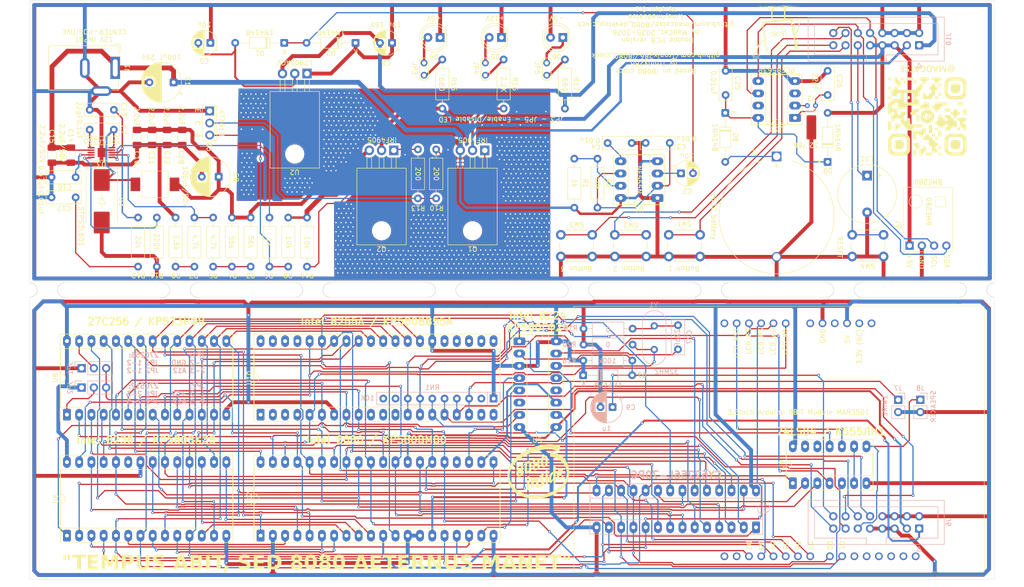
<source format=kicad_pcb>
(kicad_pcb (version 20241229) (generator "pcbnew") (generator_version "9.0")
  (layers (0 "F.Cu" signal) (2 "B.Cu" signal) (13 "F.Paste" user) (15 "B.Paste" user) (5 "F.SilkS" user "F.Silkscreen") (7 "B.SilkS" user "B.Silkscreen") (1 "F.Mask" user) (3 "B.Mask" user) (25 "Edge.Cuts" user))
  (net 0 "")
  (net 1 "+12V")
  (net 2 "Net-(U1-THR)")
  (net 3 "Net-(U1-CVOLT)")
  (net 4 "-5V")
  (net 5 "Net-(D3-K)")
  (net 6 "GND")
  (net 7 "INTE")
  (net 8 "+5V")
  (net 9 "Net-(C17-Pad1)")
  (net 10 "+5MAIN")
  (net 11 "Net-(D8-K)")
  (net 12 "Net-(U11-OSCI)")
  (net 13 "PHI1")
  (net 14 "PHI2")
  (net 15 "RDY")
  (net 16 "RESET")
  (net 17 "SCL")
  (net 18 "SDA")
  (net 19 "SYNC")
  (net 20 "~{MEMR}")
  (net 21 "~{MEMW}")
  (net 22 "Net-(U5-XTAL1)")
  (net 23 "Net-(Y1-OSC2)")
  (net 24 "Net-(D8-A)")
  (net 25 "/CPU/DB0")
  (net 26 "/CPU/DB3")
  (net 27 "/CPU/A0")
  (net 28 "/CPU/DB5")
  (net 29 "/CPU/DB2")
  (net 30 "/CPU/DB1")
  (net 31 "/CPU/DB6")
  (net 32 "/CPU/DB4")
  (net 33 "/CPU/DB7")
  (net 34 "+12MAIN")
  (net 35 "Net-(Q1-G)")
  (net 36 "Net-(Q2-G)")
  (net 37 "Net-(U1-DISC)")
  (net 38 "Net-(R3-Pad2)")
  (net 39 "Net-(Q3-К)")
  (net 40 "Net-(R7-Pad1)")
  (net 41 "Net-(Q3-Б)")
  (net 42 "Net-(U5-XTAL2)")
  (net 43 "Net-(JP1-C)")
  (net 44 "Net-(JP2-C)")
  (net 45 "/CPU/A12")
  (net 48 "Net-(U5-~{STSTB})")
  (net 50 "/CPU/A1")
  (net 51 "/CPU/A10")
  (net 52 "Net-(U7-~{CE})")
  (net 53 "/CPU/A2")
  (net 54 "/CPU/A11")
  (net 55 "/CPU/A4")
  (net 56 "/CPU/A7")
  (net 57 "/CPU/A8")
  (net 58 "/CPU/A6")
  (net 59 "/CPU/A3")
  (net 60 "/CPU/A14")
  (net 61 "/CPU/A5")
  (net 62 "/CPU/A9")
  (net 63 "/CPU/A13")
  (net 64 "/CPU/A15")
  (net 65 "Net-(U9C-Y)")
  (net 68 "Net-(U11-OSCO)")
  (net 69 "/CPU/D5")
  (net 70 "/CPU/D4")
  (net 71 "HLDA")
  (net 72 "DBIN")
  (net 73 "~{IOR}")
  (net 74 "/CPU/D6")
  (net 75 "~{WR}")
  (net 77 "~{IOW}")
  (net 78 "/CPU/D7")
  (net 79 "/CPU/D1")
  (net 80 "/CPU/D3")
  (net 81 "/CPU/D2")
  (net 82 "/CPU/D0")
  (net 87 "BTN1")
  (net 94 "Net-(U3-BOOT)")
  (net 95 "Net-(U3-COMP)")
  (net 96 "Net-(U3-SS{slash}TR)")
  (net 97 "Net-(U3-VSENSE)")
  (net 98 "Net-(U3-PWRGD)")
  (net 99 "Net-(U3-RT{slash}CLK)")
  (net 101 "Net-(D1-K)")
  (net 102 "Net-(U1-OUT)")
  (net 103 "Net-(D1-A)")
  (net 104 "~{RESIN}")
  (net 105 "55_D3")
  (net 106 "55_D4")
  (net 107 "55_D2")
  (net 108 "55_D0")
  (net 109 "UNKWN")
  (net 110 "55_D7")
  (net 111 "55_D6")
  (net 112 "55_D5")
  (net 113 "BTN2")
  (net 114 "1WIRE")
  (net 115 "55_D1")
  (net 116 "BTN3")
  (net 119 "~{RESET}")
  (net 120 "~{A4}")
  (net 126 "Net-(JP3-B)")
  (net 127 "Net-(JP4-B)")
  (net 128 "Net-(JP5-B)")
  (net 129 "Net-(D4-A)")
  (net 130 "Net-(D5-A)")
  (net 131 "Net-(D6-K)")
  (net 132 "LS1")
  (footprint "8080clock:TestPoint_2Pads_Pitch2.54mm_Drill0.8mm" (layer "F.Cu") (at 180.6626 80.4672 -90)
    (property "Reference" "JP5")
    (property "Value" "-5V LED ENABLE")
  )
  (footprint "8080clock:mouse_bite" (layer "F.Cu") (at 77.216 127.508)
    (property "Reference" "mouse-bite-2.54mm-slot_13" (hide yes))
    (property "Value" "VAL**" (hide yes))
    (fp_arc (start -3.6 -1.5) (mid -2.1 0) (end -3.6 1.5) (stroke (width 0.1)) (layer "Edge.Cuts"))
    (fp_arc (start 3.6 1.5) (mid 2.1 0) (end 3.6 -1.5) (stroke (width 0.1)) (layer "Edge.Cuts"))
  )
  (footprint "8080clock:C_Disc_D7.0mm_W2.5mm_P5.00mm" (layer "F.Cu") (at 201.1572 97.028)
    (property "Reference" "C3")
    (property "Value" "0.01u")
  )
  (footprint "8080clock:D_DO-35_SOD27_P10.16mm_Horizontal" (layer "F.Cu") (at 217.6526 90.805 -90)
    (property "Reference" "D8")
    (property "Value" "1N4148")
  )
  (footprint "8080clock:SW_PUSH_6mm" (layer "F.Cu") (at 212.4444 120.5632 180)
    (property "Reference" "SW1")
    (property "Value" "Button 1")
  )
  (footprint "8080clock:Buzzer_12x9.5RM7.6" (layer "F.Cu") (at 247.0404 103.8044 -90)
    (property "Reference" "LS1")
    (property "Value" "AI-1223-TWT-5V-R")
  )
  (footprint "8080clock:C_1206_3216Metric_Pad1.33x1.80mm_HandSolder" (layer "F.Cu") (at 78.1812 99.568 -90)
    (property "Reference" "C15")
    (property "Value" "2,2uF/50V")
  )
  (footprint "8080clock:DIP-28_W15.24mm_Socket_LongPads" (layer "F.Cu") (at 81.28 153.321 90)
    (property "Reference" "U8")
    (property "Value" "27C256 / КР573РФ8")
  )
  (footprint "8080clock:TO-220-3_Horizontal_TabDown" (layer "F.Cu") (at 167.8432 98.5676 180)
    (property "Reference" "Q1")
    (property "Value" "IRF4905")
  )
  (footprint "8080clock:SW_PUSH_6mm" (layer "F.Cu") (at 201.269 120.5632 180)
    (property "Reference" "SW2")
    (property "Value" "Button 2")
  )
  (footprint "8080clock:mouse_bite" (layer "F.Cu") (at 104.720571 127.508)
    (property "Reference" "mouse-bite-2.54mm-slot_1" (hide yes))
    (property "Value" "VAL**" (hide yes))
    (fp_arc (start -3.6 -1.5) (mid -2.1 0) (end -3.6 1.5) (stroke (width 0.1)) (layer "Edge.Cuts"))
    (fp_arc (start 3.6 1.5) (mid 2.1 0) (end 3.6 -1.5) (stroke (width 0.1)) (layer "Edge.Cuts"))
  )
  (footprint "8080clock:C_Disc_D7.0mm_W2.5mm_P5.00mm" (layer "F.Cu") (at 217.7288 82.1074 -90)
    (property "Reference" "C25")
    (property "Value" "0.01uF")
  )
  (footprint "8080clock:R_Axial_DIN0207_L6.3mm_D2.5mm_P10.16mm_Horizontal" (layer "F.Cu") (at 96.012 122.6566 90)
    (property "Reference" "R12")
    (property "Value" "20k")
  )
  (footprint "8080clock:SCREEN" (layer "F.Cu") (at 247.038 182.395)
    (property "Reference" "SCR1")
    (property "Value" "~")
  )
  (footprint "8080clock:C_1206_3216Metric_Pad1.33x1.80mm_HandSolder" (layer "F.Cu") (at 95.8088 95.8981 -90)
    (property "Reference" "C10")
    (property "Value" "2,2uF")
  )
  (footprint "8080clock:C_Disc_D7.0mm_W2.5mm_P5.00mm" (layer "F.Cu") (at 198.2832 97.0534 180)
    (property "Reference" "C4")
    (property "Value" "0.01u")
  )
  (footprint "8080clock:R_Axial_DIN0207_L6.3mm_D2.5mm_P10.16mm_Horizontal" (layer "F.Cu") (at 171.7426 79.756 -90)
    (property "Reference" "R16")
    (property "Value" "2.2K")
  )
  (footprint "8080clock:R_Axial_DIN0207_L6.3mm_D2.5mm_P10.16mm_Horizontal" (layer "F.Cu") (at 99.901022 112.4966 -90)
    (property "Reference" "R11")
    (property "Value" "220k")
  )
  (footprint "8080clock:R_Axial_DIN0207_L6.3mm_D2.5mm_P10.16mm_Horizontal" (layer "F.Cu") (at 131.0132 122.6566 90)
    (property "Reference" "R14")
    (property "Value" "10k")
  )
  (footprint "8080clock:LED_D5.0mm" (layer "F.Cu") (at 184.0026 75.184 180)
    (property "Reference" "D6")
    (property "Value" "-5V")
  )
  (footprint "8080clock:R_Axial_DIN0207_L6.3mm_D2.5mm_P10.16mm_Horizontal" (layer "F.Cu") (at 123.235156 112.4966 -90)
    (property "Reference" "R6")
    (property "Value" "1k")
  )
  (footprint "8080clock:R_Axial_DIN0207_L6.3mm_D2.5mm_P10.16mm_Horizontal" (layer "F.Cu") (at 107.679067 122.6566 90)
    (property "Reference" "R7")
    (property "Value" "4.7k")
  )
  (footprint "8080clock:MountingHole_2.7mm_M2.5" (layer "F.Cu") (at 269.348 71.564)
    (property "Reference" "M8" (hide yes))
    (property "Value" "MountingHole_2.7mm_M2.5")
  )
  (footprint "8080clock:TestPoint_2Pads_Pitch2.54mm_Drill0.8mm" (layer "F.Cu") (at 155.2626 80.4672 -90)
    (property "Reference" "JP3")
    (property "Value" "+5V LED ENABLE")
  )
  (footprint "8080clock:C_1206_3216Metric_Pad1.33x1.80mm_HandSolder" (layer "F.Cu") (at 82.0928 99.568 -90)
    (property "Reference" "C14")
    (property "Value" "2,2uF/50V")
  )
  (footprint "8080clock:DIP-8_W7.62mm_Socket_LongPads" (layer "F.Cu") (at 203.6064 108.446 180)
    (property "Reference" "U1")
    (property "Value" "NE555N")
  )
  (footprint "8080clock:R_Axial_DIN0207_L6.3mm_D2.5mm_P10.16mm_Horizontal" (layer "F.Cu") (at 153.988667 108.5276 90)
    (property "Reference" "R13")
    (property "Value" "200")
  )
  (footprint "8080clock:mouse_bite" (layer "F.Cu") (at 132.225143 127.508)
    (property "Reference" "mouse-bite-2.54mm-slot_2" (hide yes))
    (property "Value" "VAL**" (hide yes))
    (fp_arc (start -3.6 -1.5) (mid -2.1 0) (end -3.6 1.5) (stroke (width 0.1)) (layer "Edge.Cuts"))
    (fp_arc (start 3.6 1.5) (mid 2.1 0) (end 3.6 -1.5) (stroke (width 0.1)) (layer "Edge.Cuts"))
  )
  (footprint "8080clock:DIP-28_W15.24mm_Socket_LongPads" (layer "F.Cu") (at 81.28 178.379 90)
    (property "Reference" "U6")
    (property "Value" "Intel 8238 / КР580ВК38")
  )
  (footprint "8080clock:CP_Radial_D8.0mm_P5.00mm" (layer "F.Cu") (at 103.378 84.4804 180)
    (property "Reference" "C1")
    (property "Value" "100uF 25V")
  )
  (footprint "8080clock:TO-220-3_Horizontal_TabDown" (layer "F.Cu") (at 148.9964 98.5676 180)
    (property "Reference" "Q2")
    (property "Value" "IRF4905")
  )
  (footprint "8080clock:tme" (layer "F.Cu") (at 259.4864 90.424 180)
    (property "Reference" "G***" (hide yes))
    (property "Value" "LOGO" (hide yes))
  )
  (footprint "8080clock:mouse_bite" (layer "F.Cu") (at 214.738857 127.508)
    (property "Reference" "mouse-bite-2.54mm-slot_5" (hide yes))
    (property "Value" "VAL**" (hide yes))
    (fp_arc (start -3.6 -1.5) (mid -2.1 0) (end -3.6 1.5) (stroke (width 0.1)) (layer "Edge.Cuts"))
    (fp_arc (start 3.6 1.5) (mid 2.1 0) (end 3.6 -1.5) (stroke (width 0.1)) (layer "Edge.Cuts"))
  )
  (footprint "8080clock:C_1206_3216Metric_Pad1.33x1.80mm_HandSolder" (layer "F.Cu") (at 105.156 95.8981 -90)
    (property "Reference" "C18")
    (property "Value" "2,2uF")
  )
  (footprint "8080clock:R_Axial_DIN0207_L6.3mm_D2.5mm_P10.16mm_Horizontal" (layer "F.Cu") (at 191.1766 100.296 -90)
    (property "Reference" "R2")
    (property "Value" "10k")
  )
  (footprint "8080clock:CDRH8D43NP-100NC" (layer "F.Cu") (at 99.5172 105.6132)
    (property "Reference" "L1" (hide yes))
    (property "Value" "15uH/2.3A" (hide yes))
  )
  (footprint "8080clock:BarrelJack_GCT_DCJ200-10-A_Horizontal" (layer "F.Cu") (at 91.2876 81.4936 -90)
    (property "Reference" "J1")
    (property "Value" "4840-2201")
  )
  (footprint "8080clock:R_Axial_DIN0207_L6.3mm_D2.5mm_P10.16mm_Horizontal" (layer "F.Cu") (at 119.346133 112.4966 -90)
    (property "Reference" "R3")
    (property "Value" "56k")
  )
  (footprint "8080clock:BatteryHolder_MYOUNG_BS-07-A1BJ001_CR2032" (layer "F.Cu") (at 228.2952 99.835745 -90)
    (property "Reference" "J2")
    (property "Value" "2032 battery")
  )
  (footprint "8080clock:HVSSOP-10-1EP_3x3mm_P0.5mm_EP1.57x1.88mm" (layer "F.Cu") (at 88.4338 99.022)
    (property "Reference" "U3")
    (property "Value" "TPS54260")
  )
  (footprint "8080clock:R_Axial_DIN0207_L6.3mm_D2.5mm_P10.16mm_Horizontal" (layer "F.Cu") (at 103.790044 122.6566 90)
    (property "Reference" "R9")
    (property "Value" "1.5k")
  )
  (footprint "8080clock:BME280_sensor" (layer "F.Cu") (at 255.8288 118.3043 90)
    (property "Reference" "J9")
    (property "Value" "BME280")
  )
  (footprint "8080clock:C_1206_3216Metric_Pad1.33x1.80mm_HandSolder" (layer "F.Cu") (at 102.040267 95.8981 -90)
    (property "Reference" "C12")
    (property "Value" "2,2uF")
  )
  (footprint "8080clock:C_Disc_D7.0mm_W2.5mm_P5.00mm" (layer "F.Cu") (at 238.8616 87.1074 90)
    (property "Reference" "C26")
    (property "Value" "22pF")
  )
  (footprint "8080clock:mouse_bite" (layer "F.Cu") (at 187.234286 127.508)
    (property "Reference" "mouse-bite-2.54mm-slot_4" (hide yes))
    (property "Value" "VAL**" (hide yes))
    (fp_arc (start -3.6 -1.5) (mid -2.1 0) (end -3.6 1.5) (stroke (width 0.1)) (layer "Edge.Cuts"))
    (fp_arc (start 3.6 1.5) (mid 2.1 0) (end 3.6 -1.5) (stroke (width 0.1)) (layer "Edge.Cuts"))
  )
  (footprint "8080clock:MountingHole_2.7mm_M2.5" (layer "F.Cu") (at 269.348 183.452)
    (property "Reference" "M2" (hide yes))
    (property "Value" "MountingHole_2.7mm_M2.5")
  )
  (footprint "8080clock:MountingHole_2.7mm_M2.5" (layer "F.Cu") (at 269.348 133.008)
    (property "Reference" "M4" (hide yes))
    (property "Value" "MountingHole_2.7mm_M2.5")
  )
  (footprint "8080clock:C_Disc_D7.0mm_W2.5mm_P5.00mm" (layer "F.Cu") (at 85.9936 94.2848)
    (property "Reference" "C7")
    (property "Value" "0.1uF")
  )
  (footprint "8080clock:mouse_bite" (layer "F.Cu") (at 269.748 127.508)
    (property "Reference" "mouse-bite-2.54mm-slot_7" (hide yes))
    (property "Value" "VAL**" (hide yes))
    (fp_arc (start -3.6 -1.5) (mid -2.1 0) (end -3.6 1.5) (stroke (width 0.1)) (layer "Edge.Cuts"))
    (fp_arc (start 3.6 1.5) (mid 2.1 0) (end 3.6 -1.5) (stroke (width 0.1)) (layer "Edge.Cuts"))
  )
  (footprint "8080clock:CP_Radial_D5.0mm_P2.50mm" (layer "F.Cu") (at 208.4724 103.3272)
    (property "Reference" "C2")
    (property "Value" "10u")
  )
  (footprint "8080clock:DIP-16_W7.62mm_Socket_LongPads" (layer "F.Cu") (at 175.006 138.131)
    (property "Reference" "U5")
    (property "Value" "Intel 8224 / КР580ГФ24")
  )
  (footprint "8080clock:DIP-40_W15.24mm_Socket_LongPads" (layer "F.Cu") (at 121.4 153.321 90)
    (property "Reference" "U10")
    (property "Value" "Intel 8255A / КР580ВВ55А")
  )
  (footprint "8080clock:mouse_bite" (layer "F.Cu") (at 242.243429 127.508)
    (property "Reference" "mouse-bite-2.54mm-slot_6" (hide yes))
    (property "Value" "VAL**" (hide yes))
    (fp_arc (start -3.6 -1.5) (mid -2.1 0) (end -3.6 1.5) (stroke (width 0.1)) (layer "Edge.Cuts"))
    (fp_arc (start 3.6 1.5) (mid 2.1 0) (end 3.6 -1.5) (stroke (width 0.1)) (layer "Edge.Cuts"))
  )
  (footprint "8080clock:MountingHole_2.7mm_M2.5" (layer "F.Cu") (at 77.616 133.008)
    (property "Reference" "M3" (hide yes))
    (property "Value" "MountingHole_2.7mm_M2.5")
  )
  (footprint "8080clock:C_Disc_D7.0mm_W2.5mm_P5.00mm" (layer "F.Cu") (at 91.0044 90.175 180)
    (property "Reference" "C13")
    (property "Value" "22pF")
  )
  (footprint "8080clock:C_Disc_D7.0mm_W2.5mm_P5.00mm" (layer "F.Cu") (at 83.0942 104.14 180)
    (property "Reference" "C16")
    (property "Value" "0.47uF")
  )
  (footprint "8080clock:LED_D5.0mm" (layer "F.Cu") (at 171.3026 75.184 180)
    (property "Reference" "D5")
    (property "Value" "+12V")
  )
  (footprint "8080clock:SW_PUSH_6mm" (layer "F.Cu") (at 243.944 116.0632)
    (property "Reference" "SW4")
    (property "Value" "RESET")
  )
  (footprint "8080clock:R_Axial_DIN0207_L6.3mm_D2.5mm_P10.16mm_Horizontal" (layer "F.Cu") (at 159.0426 79.756 -90)
    (property "Reference" "R15")
    (property "Value" "680")
  )
  (footprint "8080clock:CP_Radial_D5.0mm_P2.50mm" (layer "F.Cu") (at 110.989808 76.3016 180)
    (property "Reference" "C5")
    (property "Value" "10u")
  )
  (footprint "8080clock:R_Axial_DIN0207_L6.3mm_D2.5mm_P10.16mm_Horizontal" (layer "F.Cu") (at 115.457111 122.6566 90)
    (property "Reference" "R4")
    (property "Value" "56k")
  )
  (footprint "8080clock:MountingHole_2.7mm_M2.5" (layer "F.Cu") (at 77.616 71.564)
    (property "Reference" "M7" (hide yes))
    (property "Value" "MountingHole_2.7mm_M2.5")
  )
  (footprint "8080clock:TO-220-3_Horizontal_TabDown" (layer "F.Cu") (at 131.0132 82.6672 180)
    (property "Reference" "U2")
    (property "Value" "L7905ACV")
  )
  (footprint "8080clock:D_DO-35_SOD27_P10.16mm_Horizontal" (layer "F.Cu") (at 141.0716 76.3016 180)
    (property "Reference" "D2")
    (property "Value" "1N4148")
  )
  (footprint "8080clock:R_Axial_DIN0207_L6.3mm_D2.5mm_P10.16mm_Horizontal" (layer "F.Cu") (at 186.3852 110.456 90)
    (property "Reference" "R1")
    (property "Value" "1k")
  )
  (footprint "8080clock:TestPoint_2Pads_Pitch2.54mm_Drill0.8mm" (layer "F.Cu") (at 167.9626 80.4672 -90)
    (property "Reference" "JP4")
    (property "Value" "+12V LED ENABLE")
  )
  (footprint "8080clock:MountingHole_2.7mm_M2.5" (layer "F.Cu") (at 77.616 122.008)
    (property "Reference" "M5" (hide yes))
    (property "Value" "MountingHole_2.7mm_M2.5")
  )
  (footprint "8080clock:D_DO-35_SOD27_P10.16mm_Horizontal" (layer "F.Cu") (at 126.300591 76.3016 180)
    (property "Reference" "D1")
    (property "Value" "1N4148")
  )
  (footprint "8080clock:DIP-8_W7.62mm_Socket_LongPads" (layer "F.Cu") (at 232.1052 91.8464 180)
    (property "Reference" "U11")
    (property "Value" "PCF8563P")
  )
  (footprint "8080clock:mouse_bite" (layer "F.Cu") (at 159.729714 127.508)
    (property "Reference" "mouse-bite-2.54mm-slot_3" (hide yes))
    (property "Value" "VAL**" (hide yes))
    (fp_arc (start -3.6 -1.5) (mid -2.1 0) (end -3.6 1.5) (stroke (width 0.1)) (layer "Edge.Cuts"))
    (fp_arc (start 3.6 1.5) (mid 2.1 0) (end 3.6 -1.5) (stroke (width 0.1)) (layer "Edge.Cuts"))
  )
  (footprint "8080clock:CP_Radial_D8.0mm_P3.50mm" (layer "F.Cu") (at 112.7252 104.0384 180)
    (property "Reference" "C8")
    (property "Value" "100uF/50V")
  )
  (footprint "8080clock:D_SMC_Handsoldering" (layer "F.Cu") (at 88.4936 109.1184 -90)
    (property "Reference" "D3")
    (property "Value" "STPS3L60S")
  )
  (footprint "8080clock:R_Axial_DIN0207_L6.3mm_D2.5mm_P10.16mm_Horizontal" (layer "F.Cu") (at 127.124178 122.6566 90)
    (property "Reference" "R8")
    (property "Value" "10k")
  )
  (footprint "8080clock:Crystal_DS15_D1.5mm_L5.0mm_Horizontal_1EP_style1" (layer "F.Cu") (at 234.6452 89.3064)
    (property "Reference" "Y2")
    (property "Value" "32.768")
  )
  (footprint "8080clock:R_Axial_DIN0207_L6.3mm_D2.5mm_P10.16mm_Horizontal" (layer "F.Cu") (at 184.4426 79.756 -90)
    (property "Reference" "R17")
    (property "Value" "680")
  )
  (footprint "8080clock:C_Disc_D7.0mm_W2.5mm_P5.00mm" (layer "F.Cu") (at 83.0942 108.3056 180)
    (property "Reference" "C17")
    (property "Value" "0.01uF")
  )
  (footprint "8080clock:stck8080" (layer "F.Cu") (at 228.092 74.3204 180)
    (property "Reference" "G***" (hide yes))
    (property "Value" "LOGO" (hide yes))
  )
  (footprint "8080clock:DIP-40_W15.24mm_Socket_LongPads" (layer "F.Cu") (at 121.4 178.379 90)
    (property "Reference" "U12")
    (property "Value" "Intel 8080 / КР580ВМ80")
  )
  (footprint "8080clock:КТ361В" (layer "F.Cu") (at 110.8456 92.9024 -90)
    (property "Reference" "Q3")
    (property "Value" "КТ361В")
  )
  (footprint "8080clock:R_Axial_DIN0207_L6.3mm_D2.5mm_P10.16mm_Horizontal" (layer "F.Cu") (at 157.770933 108.5276 90)
    (property "Reference" "R10")
    (property "Value" "200")
  )
  (footprint "8080clock:R_Axial_DIN0207_L6.3mm_D2.5mm_P10.16mm_Horizontal" (layer "F.Cu") (at 111.568089 112.4966 -90)
    (property "Reference" "R5")
    (property "Value" "4.7k")
  )
  (footprint "8080clock:CP_Radial_D5.0mm_P2.50mm" (layer "F.Cu") (at 148.632608 76.3016 180)
    (property "Reference" "C6")
    (property "Value" "10u 16V")
  )
  (footprint "8080clock:LED_D5.0mm" (layer "F.Cu") (at 158.6026 75.184 180)
    (property "Reference" "D4")
    (property "Value" "+5V")
  )
  (footprint "8080clock:logo" (layer "F.Cu") (at 178.9684 165.1)
    (property "Reference" "G***" (hide yes))
    (property "Value" "LOGO" (hide yes))
  )
  (footprint "8080clock:MountingHole_2.7mm_M2.5" (layer "F.Cu") (at 77.616 183.452)
    (property "Reference" "M1" (hide yes))
    (property "Value" "MountingHole_2.7mm_M2.5")
  )
  (footprint "8080clock:SW_PUSH_6mm" (layer "F.Cu") (at 190.0936 120.5632 180)
    (property "Reference" "SW3")
    (property "Value" "Button 3")
  )
  (footprint "8080clock:MountingHole_2.7mm_M2.5" (layer "F.Cu") (at 269.348 122.008)
    (property "Reference" "M6" (hide yes))
    (property "Value" "MountingHole_2.7mm_M2.5")
  )
  (footprint "8080clock:C_1206_3216Metric_Pad1.33x1.80mm_HandSolder" (layer "F.Cu") (at 98.924533 95.8981 -90)
    (property "Reference" "C11")
    (property "Value" "2,2uF")
  )
  (footprint "8080clock:DIP-14_W7.62mm_Socket_LongPads" (layer "F.Cu") (at 231.648 167.513 90)
    (property "Reference" "U9")
    (property "Value" "74LS04 / К555ЛН1")
  )
  (footprint "8080clock:D_DO-35_SOD27_P10.16mm_Horizontal" (layer "F.Cu") (at 238.8616 100.965 90)
    (property "Reference" "D9")
    (property "Value" "1N4148")
  )
  (footprint "8080clock:C_Disc_D7.0mm_W2.5mm_P5.00mm" (layer "B.Cu") (at 207.86 134.787 -90)
    (property "Reference" "C27")
    (property "Value" "22pF")
  )
  (footprint "8080clock:R_Axial_DIN0207_L6.3mm_D2.5mm_P10.16mm_Horizontal" (layer "B.Cu") (at 188.302 135.509)
    (property "Reference" "R19")
    (property "Value" "0")
  )
  (footprint "8080clock:PinHeader_1x02_P2.54mm_Vertical" (layer "B.Cu") (at 253.474 150.241 180)
    (property "Reference" "J7")
    (property "Value" "1WIRE")
  )
  (footprint "8080clock:R_Array_SIP10" (layer "B.Cu") (at 169.672 149.987 180)
    (property "Reference" "RN1")
    (property "Value" "10K")
  )
  (footprint "8080clock:IDC-Header_2x08_P2.54mm_Vertical" (layer "B.Cu") (at 257.81 176.911 90)
    (property "Reference" "J6")
    (property "Value" "POWER INPUT")
  )
  (footprint "8080clock:R_Axial_DIN0207_L6.3mm_D2.5mm_P10.16mm_Horizontal" (layer "B.Cu") (at 198.3994 142.113 180)
    (property "Reference" "R18")
    (property "Value" "100k")
  )
  (footprint "8080clock:Crystal_HC49-4H_Vertical" (layer "B.Cu") (at 202.946 139.827 90)
    (property "Reference" "Y1")
    (property "Value" "32MHZ")
  )
  (footprint "8080clock:DIP-28_W7.62mm_Socket_LongPads" (layer "B.Cu") (at 224.028 176.657 90)
    (property "Reference" "U7")
    (property "Value" "CY62256L-70PC")
  )
  (footprint "8080clock:IDC-Header_2x08_P2.54mm_Vertical" (layer "B.Cu") (at 257.81 76.8096 90)
    (property "Reference" "J10")
    (property "Value" "POWER OUTPUT")
  )
  (footprint "8080clock:CP_Radial_D6.3mm_P2.50mm" (layer "B.Cu") (at 194.31 151.765 180)
    (property "Reference" "C9")
    (property "Value" "1u")
  )
  (footprint "8080clock:D_DO-35_SOD27_P10.16mm_Horizontal" (layer "B.Cu") (at 188.214 145.161)
    (property "Reference" "D7")
    (property "Value" "1N4148")
  )
  (footprint "8080clock:PinHeader_1x03_P2.54mm_Vertical" (layer "B.Cu") (at 84.328 143.701 -90)
    (property "Reference" "JP1")
    (property "Value" "Jumper_3_Open")
  )
  (footprint "8080clock:R_Axial_DIN0207_L6.3mm_D2.5mm_P10.16mm_Horizontal" (layer "B.Cu") (at 188.302 138.811)
    (property "Reference" "R20")
    (property "Value" "0")
  )
  (footprint "8080clock:PinHeader_1x02_P2.54mm_Vertical" (layer "B.Cu") (at 258.064 150.241 180)
    (property "Reference" "J8")
    (property "Value" "SPEAKER")
  )
  (footprint "8080clock:PinHeader_1x03_P2.54mm_Vertical" (layer "B.Cu") (at 84.328 147.701 -90)
    (property "Reference" "JP2")
    (property "Value" "Jumper_3_Open")
  )
  (gr_line (start 163.329714 129.008) (end 183.6343 129.008) (stroke (width 0.05)) (layer "Edge.Cuts"))
  (gr_line (start 218.3389 129.008) (end 238.643429 129.008) (stroke (width 0.05)) (layer "Edge.Cuts"))
  (gr_line (start 135.825143 126.008) (end 156.129714 126.008) (stroke (width 0.05)) (layer "Edge.Cuts"))
  (gr_line (start 273.348 187.452) (end 73.616 187.452) (stroke (width 0.05)) (layer "Edge.Cuts"))
  (gr_line (start 73.616 126.008) (end 73.616 67.564) (stroke (width 0.05)) (layer "Edge.Cuts"))
  (gr_line (start 190.834286 126.008) (end 211.1389 126.008) (stroke (width 0.05)) (layer "Edge.Cuts"))
  (gr_line (start 108.320571 129.007999) (end 128.6251 129.008) (stroke (width 0.05)) (layer "Edge.Cuts"))
  (gr_line (start 80.816 129.008) (end 101.1206 129.008) (stroke (width 0.05)) (layer "Edge.Cuts"))
  (gr_line (start 266.148 129.008) (end 245.843429 129.008) (stroke (width 0.05)) (layer "Edge.Cuts"))
  (gr_line (start 80.816 126.008) (end 101.1206 126.008) (stroke (width 0.05)) (layer "Edge.Cuts"))
  (gr_line (start 135.8251 129.008) (end 156.129714 129.008) (stroke (width 0.05)) (layer "Edge.Cuts"))
  (gr_line (start 273.348 126.008) (end 273.348 67.564) (stroke (width 0.05)) (layer "Edge.Cuts"))
  (gr_line (start 108.320571 126.008) (end 128.625143 126.008) (stroke (width 0.05)) (layer "Edge.Cuts"))
  (gr_line (start 190.834286 129.008) (end 211.1389 129.008) (stroke (width 0.05)) (layer "Edge.Cuts"))
  (gr_line (start 73.616 67.564) (end 273.348 67.564) (stroke (width 0.05)) (layer "Edge.Cuts"))
  (gr_line (start 273.348 129.008) (end 273.348 187.452) (stroke (width 0.05)) (layer "Edge.Cuts"))
  (gr_line (start 163.3297 126.008) (end 183.6343 126.008) (stroke (width 0.05)) (layer "Edge.Cuts"))
  (gr_line (start 218.3389 126.008) (end 238.643429 126.008) (stroke (width 0.05)) (layer "Edge.Cuts"))
  (gr_line (start 245.843429 126.008001) (end 266.148 126.008) (stroke (width 0.05)) (layer "Edge.Cuts"))
  (gr_line (start 73.616 129.008) (end 73.616 187.452) (stroke (width 0.05)) (layer "Edge.Cuts"))
  (gr_text "12V INPUT\nCENTER-POSITIVE" (at 86.9188 74.7776 180) (layer "F.SilkS") (effects (font (size 1 1))))
  (gr_text "LCD_WR" (at 228.1936 135.255 90) (layer "F.SilkS") (effects (font (size 1 1)) (justify right bottom)))
  (gr_text "Intel 8080 / КР580ВМ80" (at 130.689288 159.4358 0) (layer "F.SilkS") (effects (font (size 1.5 1.5) (thickness 0.3) (bold yes)) (justify left bottom)))
  (gr_text "LCD_RST" (at 220.5736 135.255 90) (layer "F.SilkS") (effects (font (size 1 1)) (justify right bottom)))
  (gr_text "D1" (at 241.2492 181.483 270) (layer "F.SilkS") (effects (font (size 1 1)) (justify right bottom)))
  (gr_text "Intel 8255A / КР580ВВ55А" (at 129.510717 134.8994 0) (layer "F.SilkS") (effects (font (size 1.5 1.5) (thickness 0.3) (bold yes)) (justify left bottom)))
  (gr_text "Based on i8080 clock\n by Tronix286\ngithub.com/Tronix286/i8080_clock\n\nDouble PCB version \nby MadCat, 2025-2026\ngithub.com/madcatse/8080_desktop_clock\nt.me/madcatse\nVersion 0.1" (at 203.2508 75.7428 180) (layer "F.SilkS") (effects (font (size 1 1))))
  (gr_text "LCD_RS" (at 225.6536 135.255 90) (layer "F.SilkS") (effects (font (size 1 1)) (justify right bottom)))
  (gr_text "LCD_CS" (at 223.1136 135.255 90) (layer "F.SilkS") (effects (font (size 1 1)) (justify right bottom)))
  (gr_text "D6" (at 232.1092 181.483 270) (layer "F.SilkS") (effects (font (size 1 1)) (justify right bottom)))
  (gr_text "JP3 - JP5 - Enable/Disable LED" (at 171.2468 92.1512 180) (layer "F.SilkS") (effects (font (size 1 1))))
  (gr_text "D3" (at 224.4892 181.483 270) (layer "F.SilkS") (effects (font (size 1 1)) (justify right bottom)))
  (gr_text "5V" (at 243.5352 136.740734 90) (layer "F.SilkS") (effects (font (size 1 1)) (justify right bottom)))
  (gr_text "D2" (at 221.9492 181.483 270) (layer "F.SilkS") (effects (font (size 1 1)) (justify right bottom)))
  (gr_text "D5" (at 229.5692 181.483 270) (layer "F.SilkS") (effects (font (size 1 1)) (justify right bottom)))
  (gr_text "D4" (at 227.0292 181.483 270) (layer "F.SilkS") (effects (font (size 1 1)) (justify right bottom)))
  (gr_text "D7" (at 234.6492 181.483 270) (layer "F.SilkS") (effects (font (size 1 1)) (justify right bottom)))
  (gr_text "Intel 8238 / КР580ВК38" (at 83.061431 159.4358 0) (layer "F.SilkS") (effects (font (size 1.5 1.5) (thickness 0.3) (bold yes)) (justify left bottom)))
  (gr_text "GND" (at 238.4552 135.4074 90) (layer "F.SilkS") (effects (font (size 1 1)) (justify right bottom)))
  (gr_text "3.3V (NC)" (at 246.0244 135.4582 90) (layer "F.SilkS") (effects (font (size 1 1)) (justify right bottom)))
  (gr_text "LCD_RD" (at 230.7336 135.255 90) (layer "F.SilkS") (effects (font (size 1 1)) (justify right bottom)))
  (gr_text "D0" (at 238.7092 181.483 270) (layer "F.SilkS") (effects (font (size 1 1)) (justify right bottom)))
  (gr_text "Intel 8224\nКР580ГФ24" (at 178.816 136.106858 0) (layer "F.SilkS") (effects (font (size 1.5 1.5) (thickness 0.3) (bold yes)) (justify bottom)))
  (gr_text "74LS04 / К555ЛН1" (at 227.9904 157.7086 0) (layer "F.SilkS") (effects (font (size 1.5 1.5) (thickness 0.3) (bold yes)) (justify left bottom)))
  (gr_text "{dblquote}TEMPUS ABIT, SED 8080 AETERNUS MANET{dblquote}" (at 133.0452 184.15 0) (layer "F.SilkS") (effects (font (size 3 3) (thickness 0.6) (bold yes))))
  (gr_text "27C256 / КР573РФ8" (at 85.347145 134.8994 0) (layer "F.SilkS") (effects (font (size 1.5 1.5) (thickness 0.3) (bold yes)) (justify left bottom)))
  (gr_text "JP1:\n1-2 GND\n2-3 A12\n\nJP2:\n1-2 +5V\n2-3 A12" (at 110.0328 151.2062 0) (layer "B.SilkS") (effects (font (size 1 1) (thickness 0.2) (bold yes)) (justify left bottom mirror)))
  (gr_text "CY62256L-70PC" (at 217.1192 166.7002 0) (layer "B.SilkS") (effects (font (size 1.5 1.5) (thickness 0.3) (bold yes)) (justify left bottom mirror)))
  (gr_text "27C256:\nJP1 1-2\nJP2 1-2\n\n27C512:\nJP1 2-3\nJP2 2-3" (at 100.4316 151.2062 0) (layer "B.SilkS") (effects (font (size 1 1) (thickness 0.2) (bold yes)) (justify left bottom mirror)))
  (segment (start 103.378 82.1436) (end 102.7176 81.4832) (width 1) (layer "F.Cu") (net 1))
  (segment (start 195.9864 109.9312) (end 194.2084 111.7092) (width 0.5) (layer "F.Cu") (net 1))
  (segment (start 137.0584 107.696) (end 143.6624 101.092) (width 1) (layer "F.Cu") (net 1))
  (segment (start 162.7632 97.536) (end 162.7632 98.5676) (width 1) (layer "F.Cu") (net 1))
  (segment (start 156.5656 96.7232) (end 161.9504 96.7232) (width 1) (layer "F.Cu") (net 1))
  (segment (start 154.7368 101.092) (end 155.8036 100.0252) (width 1) (layer "F.Cu") (net 1))
  (segment (start 134.4676 107.696) (end 137.0584 107.696) (width 1) (layer "F.Cu") (net 1))
  (segment (start 131.0132 111.1504) (end 134.4676 107.696) (width 1) (layer "F.Cu") (net 1))
  (segment (start 91.2876 80.8736) (end 88.4428 78.0288) (width 1) (layer "F.Cu") (net 1))
  (segment (start 195.9864 108.446) (end 195.9864 109.9312) (width 0.5) (layer "F.Cu") (net 1))
  (segment (start 187.6044 111.6752) (end 186.3852 110.456) (width 0.5) (layer "F.Cu") (net 1))
  (segment (start 127.124178 112.4966) (end 131.0132 112.4966) (width 0.5) (layer "F.Cu") (net 1))
  (segment (start 86.2838 98.522) (end 82.6093 98.522) (width 0.25) (layer "F.Cu") (net 1))
  (segment (start 102.7176 81.4832) (end 102.7072 81.4936) (width 1) (layer "F.Cu") (net 1))
  (segment (start 155.8036 97.4852) (end 156.5656 96.7232) (width 1) (layer "F.Cu") (net 1))
  (segment (start 161.9504 96.7232) (end 162.7632 97.536) (width 1) (layer "F.Cu") (net 1))
  (segment (start 155.8036 100.0252) (end 155.8036 97.4852) (width 1) (layer "F.Cu") (net 1))
  (segment (start 103.378 84.4804) (end 103.378 82.1436) (width 1) (layer "F.Cu") (net 1))
  (segment (start 81.3816 78.0288) (end 78.1812 81.2292) (width 1) (layer "F.Cu") (net 1))
  (segment (start 194.2084 111.7092) (end 187.6044 111.7092) (width 0.5) (layer "F.Cu") (net 1))
  (segment (start 102.7072 81.4936) (end 91.2876 81.4936) (width 1) (layer "F.Cu") (net 1))
  (segment (start 187.6044 111.7092) (end 187.6044 111.6752) (width 0.5) (layer "F.Cu") (net 1))
  (segment (start 88.4428 78.0288) (end 81.3816 78.0288) (width 1) (layer "F.Cu") (net 1))
  (segment (start 78.1812 98.0055) (end 82.0928 98.0055) (width 1) (layer "F.Cu") (net 1))
  (segment (start 82.6093 98.522) (end 82.0928 98.0055) (width 0.25) (layer "F.Cu") (net 1))
  (segment (start 143.6624 101.092) (end 154.7368 101.092) (width 1) (layer "F.Cu") (net 1))
  (segment (start 78.1812 81.2292) (end 78.1812 98.0055) (width 1) (layer "F.Cu") (net 1))
  (segment (start 131.0132 112.4966) (end 131.0132 111.1504) (width 1) (layer "F.Cu") (net 1))
  (segment (start 91.2876 81.4936) (end 91.2876 80.8736) (width 1) (layer "F.Cu") (net 1))
  (segment (start 199.9488 107.5436) (end 199.9488 101.4476) (width 0.5) (layer "B.Cu") (net 1))
  (segment (start 163.9992 110.456) (end 162.7632 109.22) (width 0.5) (layer "B.Cu") (net 1))
  (segment (start 186.3852 110.456) (end 163.9992 110.456) (width 0.5) (layer "B.Cu") (net 1))
  (segment (start 141.6812 84.4804) (end 151.5364 94.3356) (width 1) (layer "B.Cu") (net 1))
  (segment (start 151.5364 94.3356) (end 161.544 94.3356) (width 1) (layer "B.Cu") (net 1))
  (segment (start 199.9488 101.4476) (end 200.5704 100.826) (width 0.5) (layer "B.Cu") (net 1))
  (segment (start 195.9864 108.446) (end 199.0464 108.446) (width 0.5) (layer "B.Cu") (net 1))
  (segment (start 103.378 84.4804) (end 141.6812 84.4804) (width 1) (layer "B.Cu") (net 1))
  (segment (start 199.0464 108.446) (end 199.9488 107.5436) (width 0.5) (layer "B.Cu") (net 1))
  (segment (start 161.544 94.3356) (end 162.7632 95.5548) (width 1) (layer "B.Cu") (net 1))
  (segment (start 200.5704 100.826) (end 203.6064 100.826) (width 0.5) (layer "B.Cu") (net 1))
  (segment (start 162.7632 109.22) (end 162.7632 98.5676) (width 0.5) (layer "B.Cu") (net 1))
  (segment (start 162.7632 95.5548) (end 162.7632 98.5676) (width 1) (layer "B.Cu") (net 1))
  (segment (start 206.1572 105.5516) (end 205.8028 105.906) (width 0.25) (layer "F.Cu") (net 2))
  (segment (start 192.1884 103.366) (end 191.1766 104.3778) (width 0.25) (layer "F.Cu") (net 2))
  (segment (start 191.1766 104.3778) (end 191.1766 110.456) (width 0.25) (layer "F.Cu") (net 2))
  (segment (start 205.8028 105.906) (end 203.6064 105.906) (width 0.25) (layer "F.Cu") (net 2))
  (segment (start 195.9864 103.366) (end 192.1884 103.366) (width 0.25) (layer "F.Cu") (net 2))
  (segment (start 206.1572 97.028) (end 206.1572 105.5516) (width 0.25) (layer "F.Cu") (net 2))
  (segment (start 199.0564 110.456) (end 191.1766 110.456) (width 0.25) (layer "B.Cu") (net 2))
  (segment (start 203.6064 105.906) (end 199.0564 110.456) (width 0.25) (layer "B.Cu") (net 2))
  (segment (start 195.9864 99.7566) (end 193.2832 97.0534) (width 0.25) (layer "B.Cu") (net 3))
  (segment (start 195.9864 100.826) (end 195.9864 99.7566) (width 0.25) (layer "B.Cu") (net 3))
  (segment (start 181.102 181.229) (end 167.64 181.229) (width 0.4) (layer "F.Cu") (net 4))
  (segment (start 247.142 154.559) (end 250.698 158.115) (width 0.4) (layer "F.Cu") (net 4))
  (segment (start 133.5024 79.0448) (end 128.016 79.0448) (width 0.8) (layer "F.Cu") (net 4))
  (segment (start 128.016 79.0448) (end 125.9332 81.1276) (width 0.8) (layer "F.Cu") (net 4))
  (segment (start 200.914 154.559) (end 247.142 154.559) (width 0.4) (layer "F.Cu") (net 4))
  (segment (start 200.406 155.067) (end 200.914 154.559) (width 0.4) (layer "F.Cu") (net 4))
  (segment (start 186.750942 175.580058) (end 181.102 181.229) (width 0.4) (layer "F.Cu") (net 4))
  (segment (start 138.2776 74.2696) (end 133.5024 79.0448) (width 0.8) (layer "F.Cu") (net 4))
  (segment (start 146.132608 76.3016) (end 144.100608 74.2696) (width 0.8) (layer "F.Cu") (net 4))
  (segment (start 250.698 158.115) (end 250.698 158.623) (width 0.4) (layer "F.Cu") (net 4))
  (segment (start 144.100608 74.2696) (end 138.2776 74.2696) (width 0.8) (layer "F.Cu") (net 4))
  (segment (start 125.9332 81.1276) (end 125.9332 82.6672) (width 0.8) (layer "F.Cu") (net 4))
  (via (at 186.750942 175.580058) (size 0.6) (drill 0.3) (layers "F.Cu" "B.Cu") (net 4))
  (via (at 250.698 158.623) (size 0.6) (drill 0.3) (layers "F.Cu" "B.Cu") (net 4))
  (via (at 200.406 155.067) (size 0.6) (drill 0.3) (layers "F.Cu" "B.Cu") (net 4))
  (via (at 167.64 181.229) (size 0.6) (drill 0.3) (layers "F.Cu" "B.Cu") (net 4))
  (segment (start 252.2728 179.451) (end 257.048 179.451) (width 0.4) (layer "B.Cu") (net 4))
  (segment (start 251.46 178.6382) (end 252.2728 179.451) (width 0.4) (layer "B.Cu") (net 4))
  (segment (start 184.4426 87.3882) (end 184.4426 89.916) (width 0.8) (layer "B.Cu") (net 4))
  (segment (start 191.3128 70.2056) (end 191.3128 70.1548) (width 0.8) (layer "B.Cu") (net 4))
  (segment (start 149.333 185.02) (end 163.849 185.02) (width 0.4) (layer "B.Cu") (net 4))
  (segment (start 182.6768 86.2076) (end 183.5404 87.0712) (width 0.8) (layer "B.Cu") (net 4))
  (segment (start 261.0104 75.7936) (end 259.9944 76.8096) (width 0.8) (layer "B.Cu") (net 4))
  (segment (start 257.048 179.451) (end 257.81 178.689) (width 0.4) (layer "B.Cu") (net 4))
  (segment (start 146.8 178.379) (end 146.8 182.487) (width 0.4) (layer "B.Cu") (net 4))
  (segment (start 163.849 185.02) (end 167.64 181.229) (width 0.4) (layer "B.Cu") (net 4))
  (segment (start 259.9436 70.1548) (end 261.0104 71.2216) (width 0.8) (layer "B.Cu") (net 4))
  (segment (start 190.2968 84.328) (end 190.2968 71.2216) (width 0.8) (layer "B.Cu") (net 4))
  (segment (start 183.5404 87.0712) (end 184.15 87.0712) (width 0.8) (layer "B.Cu") (net 4))
  (segment (start 187.5536 87.0712) (end 190.2968 84.328) (width 0.8) (layer "B.Cu") (net 4))
  (segment (start 183.5404 87.0712) (end 187.5536 87.0712) (width 0.8) (layer "B.Cu") (net 4))
  (segment (start 250.698 158.623) (end 251.46 159.385) (width 0.4) (layer "B.Cu") (net 4))
  (segment (start 251.46 159.385) (end 251.46 178.6382) (width 0.4) (layer "B.Cu") (net 4))
  (segment (start 261.0104 71.2216) (end 261.0104 75.7936) (width 0.8) (layer "B.Cu") (net 4))
  (segment (start 146.132608 76.3016) (end 146.132608 85.223408) (width 0.8) (layer "B.Cu") (net 4))
  (segment (start 187.137058 175.193942) (end 187.137058 168.335942) (width 0.4) (layer "B.Cu") (net 4))
  (segment (start 187.137058 168.335942) (end 200.406 155.067) (width 0.4) (layer "B.Cu") (net 4))
  (segment (start 148.082 183.769) (end 149.333 185.02) (width 0.4) (layer "B.Cu") (net 4))
  (segment (start 191.3128 70.1548) (end 259.9436 70.1548) (width 0.8) (layer "B.Cu") (net 4))
  (segment (start 259.9944 76.8096) (end 257.81 76.8096) (width 0.8) (layer "B.Cu") (net 4))
  (segment (start 146.8 182.487) (end 148.082 183.769) (width 0.4) (layer "B.Cu") (net 4))
  (segment (start 257.81 178.689) (end 257.81 176.911) (width 0.4) (layer "B.Cu") (net 4))
  (segment (start 147.1168 86.2076) (end 182.6768 86.2076) (width 0.8) (layer "B.Cu") (net 4))
  (segment (start 190.2968 71.2216) (end 191.3128 70.2056) (width 0.8) (layer "B.Cu") (net 4))
  (segment (start 186.750942 175.580058) (end 187.137058 175.193942) (width 0.4) (layer "B.Cu") (net 4))
  (segment (start 146.132608 85.223408) (end 147.1168 86.2076) (width 0.8) (layer "B.Cu") (net 4))
  (segment (start 184.4548 87.376) (end 184.4426 87.3882) (width 0.8) (layer "B.Cu") (net 4))
  (segment (start 184.15 87.0712) (end 184.4548 87.376) (width 0.8) (layer "B.Cu") (net 4))
  (segment (start 94.5724 104.7184) (end 95.4672 105.6132) (width 0.25) (layer "F.Cu") (net 5))
  (segment (start 88.4936 104.7184) (end 89.5408 104.7184) (width 0.4) (layer "F.Cu") (net 5))
  (segment (start 90.9936 94.2848) (end 90.9936 97.6122) (width 0.3) (layer "F.Cu") (net 5))
  (segment (start 89.5408 104.7184) (end 91.0336 103.2256) (width 0.4) (layer "F.Cu") (net 5))
  (segment (start 90.9936 97.6122) (end 90.5838 98.022) (width 0.25) (layer "F.Cu") (net 5))
  (segment (start 88.4936 104.7184) (end 94.5724 104.7184) (width 0.4) (layer "F.Cu") (net 5))
  (via (at 91.0336 103.2256) (size 0.6) (drill 0.3) (layers "F.Cu" "B.Cu") (net 5))
  (segment (start 91.0336 103.2256) (end 89.4588 101.6508) (width 0.4) (layer "B.Cu") (net 5))
  (segment (start 89.4588 95.8196) (end 90.9936 94.2848) (width 0.4) (layer "B.Cu") (net 5))
  (segment (start 89.4588 101.6508) (end 89.4588 95.8196) (width 0.4) (layer "B.Cu") (net 5))
  (segment (start 247.0404 111.4044) (end 247.0404 120.5124) (width 0.8) (layer "F.Cu") (net 6))
  (segment (start 190.46108 129.909) (end 190.44768 129.8956) (width 0.8) (layer "F.Cu") (net 6))
  (segment (start 95.8088 97.4606) (end 95.8088 100.33) (width 0.8) (layer "F.Cu") (net 6))
  (segment (start 142.7988 79.2988) (end 147.828 79.2988) (width 0.8) (layer "F.Cu") (net 6))
  (segment (start 243.944 120.5632) (end 246.9896 120.5632) (width 0.8) (layer "F.Cu") (net 6))
  (segment (start 148.632608 76.3016) (end 148.632608 68.473192) (width 0.8) (layer "F.Cu") (net 6))
  (segment (start 132.951552 184.023) (end 123.94 184.023) (width 0.8) (layer "F.Cu") (net 6))
  (segment (start 99.2124 120.4468) (end 99.901022 121.135422) (width 0.8) (layer "F.Cu") (net 6))
  (segment (start 124.587 186.551) (end 190.373 186.551) (width 0.8) (layer "F.Cu") (net 6))
  (segment (start 258.064 152.781) (end 272.288 152.781) (width 0.8) (layer "F.Cu") (net 6))
  (segment (start 132.979553 184.051) (end 132.951552 184.023) (width 0.8) (layer "F.Cu") (net 6))
  (segment (start 118.872 130.81) (end 117.970999 129.908999) (width 0.8) (layer "F.Cu") (net 6))
  (segment (start 75.426 186.551) (end 123.317 186.551) (width 0.8) (layer "F.Cu") (net 6))
  (segment (start 84.8868 101.4984) (end 84.5189 101.1305) (width 0.8) (layer "F.Cu") (net 6))
  (segment (start 203.6064 108.446) (end 200.5464 108.446) (width 0.8) (layer "F.Cu") (net 6))
  (segment (start 114.554 184.277) (end 114.3 184.023) (width 0.8) (layer "F.Cu") (net 6))
  (segment (start 266.530471 129.899735) (end 266.521206 129.909) (width 0.8) (layer "F.Cu") (net 6))
  (segment (start 74.537 68.465) (end 74.517 68.485) (width 0.8) (layer "F.Cu") (net 6))
  (segment (start 237.998 130.048) (end 237.859 129.909) (width 0.8) (layer "F.Cu") (net 6))
  (segment (start 237.998 130.048) (end 237.998 130.81) (width 0.8) (layer "F.Cu") (net 6))
  (segment (start 245.470223 129.909) (end 245.456823 129.8956) (width 0.8) (layer "F.Cu") (net 6))
  (segment (start 217.965694 129.909) (end 217.956421 129.899727) (width 0.8) (layer "F.Cu") (net 6))
  (segment (start 238.137 129.909) (end 237.998 130.048) (width 0.8) (layer "F.Cu") (net 6))
  (segment (start 190.44768 130.0988) (end 188.468 130.0988) (width 0.8) (layer "F.Cu") (net 6))
  (segment (start 74.517 165.989) (end 74.517 185.642) (width 0.8) (layer "F.Cu") (net 6))
  (segment (start 95.8088 100.33) (end 94.6404 101.4984) (width 0.8) (layer "F.Cu") (net 6))
  (segment (start 236.7426 84.2264) (end 238.8616 82.1074) (width 0.8) (layer "F.Cu") (net 6))
  (segment (start 74.517 68.485) (end 74.517 104.1908) (width 0.8) (layer "F.Cu") (net 6))
  (segment (start 118.872 132.715) (end 118.872 130.81) (width 0.8) (layer "F.Cu") (net 6))
  (segment (start 101.493806 129.909) (end 101.280034 129.909) (width 0.8) (layer "F.Cu") (net 6))
  (segment (start 123.952 185.916) (end 124.587 186.551) (width 0.8) (layer "F.Cu") (net 6))
  (segment (start 88.4936 119.634) (end 89.3064 120.4468) (width 0.8) (layer "F.Cu") (net 6))
  (segment (start 183.5404 125.107) (end 228.3968 125.107) (width 0.8) (layer "F.Cu") (net 6))
  (segment (start 239.05124 129.8956) (end 239.040262 129.899167) (width 0.8) (layer "F.Cu") (net 6))
  (segment (start 171.3026 75.184) (end 171.3026 68.8156) (width 0.8) (layer "F.Cu") (net 6))
  (segment (start 99.901022 125.078778) (end 99.8728 125.107) (width 0.8) (layer "F.Cu") (net 6))
  (segment (start 272.288 152.781) (end 272.288 131.318) (width 0.8) (layer "F.Cu") (net 6))
  (segment (start 158.6026 75.184) (end 158.6026 68.5616) (width 0.8) (layer "F.Cu") (net 6))
  (segment (start 183.5936 120.5632) (end 183.5936 125.0538) (width 0.8) (layer "F.Cu") (net 6))
  (segment (start 191.008 185.916) (end 191.5788 186.4868) (width 0.8) (layer "F.Cu") (net 6))
  (segment (start 84.5189 101.1305) (end 82.0928 101.1305) (width 0.8) (layer "F.Cu") (net 6))
  (segment (start 109.2252 101.5298) (end 105.156 97.4606) (width 0.8) (layer "F.Cu") (net 6))
  (segment (start 74.517 131.731) (end 74.517 143.637) (width 0.8) (layer "F.Cu") (net 6))
  (segment (start 271.0942 186.4868) (end 272.288 185.293) (width 0.8) (layer "F.Cu") (net 6))
  (segment (start 100.4824 109.188956) (end 100.4824 97.4606) (width 0.8) (layer "F.Cu") (net 6))
  (segment (start 228.2952 125.0054) (end 228.3968 125.107) (width 0.8) (layer "F.Cu") (net 6))
  (segment (start 101.501512 129.901294) (end 101.493806 129.909) (width 0.8) (layer "F.Cu") (net 6))
  (segment (start 158.6026 68.5616) (end 158.6992 68.465) (width 0.8) (layer "F.Cu") (net 6))
  (segment (start 87.4826 90.175) (end 86.0044 90.175) (width 0.8) (layer "F.Cu") (net 6))
  (segment (start 147.828 79.2988) (end 148.632608 78.494192) (width 0.8) (layer "F.Cu") (net 6))
  (segment (start 213.011345 120.635745) (end 228.2952 120.635745) (width 0.8) (layer "F.Cu") (net 6))
  (segment (start 89.3064 120.4468) (end 99.2124 120.4468) (width 0.8) (layer "F.Cu") (net 6))
  (segment (start 88.4338 91.1262) (end 87.4826 90.175) (width 0.8) (layer "F.Cu") (net 6))
  (segment (start 86.0044 88.6768) (end 88.3876 86.2936) (width 0.8) (layer "F.Cu") (net 6))
  (segment (start 217.942016 129.899163) (end 217.774716 129.8448) (width 0.8) (layer "F.Cu") (net 6))
  (segment (start 271.8816 125.1204) (end 272.3388 125.1204) (width 0.8) (layer "F.Cu") (net 6))
  (segment (start 84.9876 81.4936) (end 84.9876 82.8936) (width 0.8) (layer "F.Cu") (net 6))
  (segment (start 194.769 120.5632) (end 201.269 120.5632) (width 0.8) (layer "F.Cu") (net 6))
  (segment (start 74.5678 104.14) (end 74.517 104.1908) (width 0.8) (layer "F.Cu") (net 6))
  (segment (start 114.3 152.173) (end 115.724 150.749) (width 0.8) (layer "F.Cu") (net 6))
  (segment (start 270.8656 129.8956) (end 266.555822 129.8956) (width 0.8) (layer "F.Cu") (net 6))
  (segment (start 190.44768 129.8956) (end 190.44768 130.0988) (width 0.8) (layer "F.Cu") (net 6))
  (segment (start 74.517 125.107) (end 79.6678 125.107) (width 0.8) (layer "F.Cu") (net 6))
  (segment (start 183.5936 120.5632) (end 190.0936 120.5632) (width 0.8) (layer "F.Cu") (net 6))
  (segment (start 181.4626 68.5108) (end 181.5084 68.465) (width 0.8) (layer "F.Cu") (net 6))
  (segment (start 79.248 125.107) (end 87.2236 125.107) (width 0.8) (layer "F.Cu") (net 6))
  (segment (start 217.956421 129.899727) (end 217.942016 129.899163) (width 0.8) (layer "F.Cu") (net 6))
  (segment (start 114.3 153.321) (end 114.3 152.173) (width 0.8) (layer "F.Cu") (net 6))
  (segment (start 148.632608 78.494192) (end 148.632608 76.3016) (width 0.8) (layer "F.Cu") (net 6))
  (segment (start 211.51981 129.901296) (end 211.512106 129.909) (width 0.8) (layer "F.Cu") (net 6))
  (segment (start 123.698 184.277) (end 114.554 184.277) (width 0.8) (layer "F.Cu") (net 6))
  (segment (start 123.94 184.023) (end 123.94 184.035) (width 0.8) (layer "F.Cu") (net 6))
  (segment (start 74.517 104.1908) (end 74.517 125.107) (width 0.8) (layer "F.Cu") (net 6))
  (segment (start 198.2832 97.0534) (end 199.8472 97.0534) (width 0.8) (layer "F.Cu") (net 6))
  (segment (start 266.521206 129.909) (end 266.293566 129.909) (width 0.8) (layer "F.Cu") (net 6))
  (segment (start 272.288 185.293) (end 272.288 174.1678) (width 0.8) (layer "F.Cu") (net 6))
  (segment (start 94.2028 84.4804) (end 92.3896 86.2936) (width 0.8) (layer "F.Cu") (net 6))
  (segment (start 272.447 68.465) (end 257.81 68.465) (width 0.8) (layer "F.Cu") (net 6))
  (segment (start 266.544822 129.899174) (end 266.530471 129.899735) (width 0.8) (layer "F.Cu") (net 6))
  (segment (start 218.678418 129.927982) (end 218.193377 129.909) (width 0.8) (layer "F.Cu") (net 6))
  (segment (start 88.4338 101.101) (end 88.0364 101.4984) (width 0.8) (layer "F.Cu") (net 6))
  (segment (start 107.947365 129.908999) (end 107.938095 129.899729) (width 0.8) (layer "F.Cu") (net 6))
  (segment (start 88.4338 99.022) (end 88.4338 101.101) (width 0.8) (layer "F.Cu") (net 6))
  (segment (start 237.859 129.909) (end 218.698946 129.909) (width 0.8) (layer "F.Cu") (net 6))
  (segment (start 239.025906 129.899729) (end 239.016635 129.909) (width 0.8) (layer "F.Cu") (net 6))
  (segment (start 123.94 184.035) (end 123.698 184.277) (width 0.8) (layer "F.Cu") (net 6))
  (segment (start 191.008 176.657) (end 191.008 185.916) (width 0.8) (layer "F.Cu") (net 6))
  (segment (start 151.428 184.035) (end 151.412 184.051) (width 0.8) (layer "F.Cu") (net 6))
  (segment (start 92.3896 86.2936) (end 88.3876 86.2936) (width 0.8) (layer "F.Cu") (net 6))
  (segment (start 100.758262 129.909) (end 81.176102 129.909) (width 0.8) (layer "F.Cu") (net 6))
  (segment (start 110.8164 90.3732) (end 96.4692 90.3732) (width 0.8) (layer "F.Cu") (net 6))
  (segment (start 203.6064 120.5124) (end 203.5556 120.5632) (width 0.8) (layer "F.Cu") (net 6))
  (segment (start 171.6532 68.465) (end 158.6992 68.465) (width 0.8) (layer "F.Cu") (net 6))
  (segment (start 199.8472 97.0534) (end 201.1318 97.0534) (width 0.8) (layer "F.Cu") (net 6))
  (segment (start 199.9996 107.8992) (end 199.9996 97.2058) (width 0.8) (layer "F.Cu") (net 6))
  (segment (start 237.998 130.81) (end 237.744 131.064) (width 0.8) (layer "F.Cu") (net 6))
  (segment (start 272.447 125.0122) (end 272.447 122.9868) (width 0.8) (layer "F.Cu") (net 6))
  (segment (start 228.2952 120.635745) (end 228.2952 125.0054) (width 0.8) (layer "F.Cu") (net 6))
  (segment (start 188.468 130.81) (end 188.468 130.0988) (width 0.8) (layer "F.Cu") (net 6))
  (segment (start 171.3026 68.8156) (end 171.6532 68.465) (width 0.8) (layer "F.Cu") (net 6))
  (segment (start 101.280034 129.909) (end 100.777025 129.926501) (width 0.8) (layer "F.Cu") (net 6))
  (segment (start 188.302 138.811) (end 188.302 135.509) (width 0.8) (layer "F.Cu") (net 6))
  (segment (start 266.555822 129.8956) (end 266.544822 129.899174) (width 0.8) (layer "F.Cu") (net 6))
  (segment (start 212.9388 120.5632) (end 213.011345 120.635745) (width 0.8) (layer "F.Cu") (net 6))
  (segment (start 100.4824 97.4606) (end 105.156 97.4606) (width 0.8) (layer "F.Cu") (net 6))
  (segment (start 86.0044 90.175) (end 86.0044 88.6768) (width 0.8) (layer "F.Cu") (net 6))
  (segment (start 141.0716 76.3016) (end 141.0716 77.5716) (width 0.8) (layer "F.Cu") (net 6))
  (segment (start 188.302 135.509) (end 188.302 131.152) (width 0.8) (layer "F.Cu") (net 6))
  (segment (start 188.468 130.81) (end 188.214 131.064) (width 0.8) (layer "F.Cu") (net 6))
  (segment (start 247.0404 120.5124) (end 246.9896 120.5632) (width 0.8) (layer "F.Cu") (net 6))
  (segment (start 203.5556 120.5632) (end 205.9444 120.5632) (width 0.8) (layer "F.Cu") (net 6))
  (segment (start 95.8088 97.4606) (end 100.4824 97.4606) (width 0.8) (layer "F.Cu") (net 6))
  (segment (start 191.5788 186.4868) (end 271.0942 186.4868) (width 0.8) (layer "F.Cu") (net 6))
  (segment (start 257.81 74.2696) (end 257.81 68.465) (width 0.8) (layer "F.Cu") (net 6))
  (segment (start 98.378 84.4804) (end 94.2028 84.4804) (width 0.8) (layer "F.Cu") (net 6))
  (segment (start 108.175033 129.908999) (end 107.947365 129.908999) (width 0.8) (layer "F.Cu") (net 6))
  (segment (start 217.7796 68.465) (end 181.5084 68.465) (width 0.8) (layer "F.Cu") (net 6))
  (segment (start 205.9444 120.5632) (end 212.4444 120.5632) (width 0.8) (layer "F.Cu") (net 6))
  (segment (start 239.040262 129.899167) (end 239.025906 129.899729) (width 0.8) (layer "F.Cu") (net 6))
  (segment (start 212.4444 120.5632) (end 212.9388 120.5632) (width 0.8) (layer "F.Cu") (net 6))
  (segment (start 250.1392 68.465) (end 217.7796 68.465) (width 0.8) (layer "F.Cu") (net 6))
  (segment (start 190.0936 120.5632) (end 194.769 120.5632) (width 0.8) (layer "F.Cu") (net 6))
  (segment (start 135.028 150.749) (end 136.64 152.361) (width 0.8) (layer "F.Cu") (net 6))
  (segment (start 136.64 152.361) (end 136.64 153.321) (width 0.8) (layer "F.Cu") (net 6))
  (segment (start 199.9996 97.2058) (end 199.8472 97.0534) (width 0.8) (layer "F.Cu") (net 6))
  (segment (start 107.756422 129.8448) (end 101.688024 129.8448) (width 0.8) (layer "F.Cu") (net 6))
  (segment (start 74.581 143.701) (end 74.517 143.637) (width 0.8) (layer "F.Cu") (net 6))
  (segment (start 135.976 82.6672) (end 141.0716 77.5716) (width 0.8) (layer "F.Cu") (net 6))
  (segment (start 103.153208 68.465) (end 148.6408 68.465) (width 0.8) (layer "F.Cu") (net 6))
  (segment (start 238.788942 129.909) (end 238.30386 129.927979) (width 0.8) (layer "F.Cu") (net 6))
  (segment (start 110.8456 90.4024) (end 110.8164 90.3732) (width 0.8) (layer "F.Cu") (net 6))
  (segment (start 88.4338 99.022) (end 88.9338 98.522) (width 0.3) (layer "F.Cu") (net 6))
  (segment (start 96.52 165.989) (end 74.517 165.989) (width 0.8) (layer "F.Cu") (net 6))
  (segment (start 107.938095 129.899729) (end 107.923738 129.899167) (width 0.8) (layer "F.Cu") (net 6))
  (segment (start 80.251832 129.8448) (end 76.4032 129.8448) (width 0.8) (layer "F.Cu") (net 6))
  (segment (start 99.8728 125.107) (end 183.5404 125.107) (width 0.8) (layer "F.Cu") (net 6))
  (segment (start 258.3688 118.3043) (end 258.3688 125.0562) (width 0.8) (layer "F.Cu") (net 6))
  (segment (start 250.444 125.107) (end 258.318 125.107) (width 0.8) (layer "F.Cu") (net 6))
  (segment (start 188.468 130.0988) (end 119.5832 130.0988) (width 0.8) (layer "F.Cu") (net 6))
  (segment (start 101.515658 129.900802) (end 101.501512 129.901294) (width 0.8) (layer "F.Cu") (net 6))
  (segment (start 82.0928 101.1305) (end 78.1812 101.1305) (width 0.8) (layer "F.Cu") (net 6))
  (segment (start 272.3388 125.1204) (end 272.447 125.0122) (width 0.8) (layer "F.Cu") (net 6))
  (segment (start 84.9876 82.8936) (end 88.3876 86.2936) (width 0.8) (layer "F.Cu") (net 6))
  (segment (start 88.4936 113.5184) (end 88.4936 119.634) (width 0.8) (layer "F.Cu") (net 6))
  (segment (start 88.9338 98.522) (end 90.5838 98.522) (width 0.3) (layer "F.Cu") (net 6))
  (segment (start 250.19 68.5158) (end 250.1392 68.465) (width 0.8) (layer "F.Cu") (net 6))
  (segment (start 81.176102 129.909) (end 81.155585 129.927973) (width 0.8) (layer "F.Cu") (net 6))
  (segment (start 99.901022 122.6566) (end 99.901022 125.078778) (width 0.8) (layer "F.Cu") (net 6))
  (segment (start 80.442794 129.909) (end 80.433529 129.899735) (width 0.8) (layer "F.Cu") (net 6))
  (segment (start 108.680666 129.908999) (end 108.66014 129.927979) (width 0.8) (layer "F.Cu") (net 6))
  (segment (start 190.373 186.551) (end 191.008 185.916) (width 0.8) (layer "F.Cu") (net 6))
  (segment (start 181.4626 75.184) (end 181.4626 68.5108) (width 0.8) (layer "F.Cu") (net 6))
  (segment (start 246.9896 120.5632) (end 250.444 120.5632) (width 0.8) (layer "F.Cu") (net 6))
  (segment (start 80.433529 129.899735) (end 80.419178 129.899174) (width 0.8) (layer "F.Cu") (net 6))
  (segment (start 200.5464 108.446) (end 199.9996 107.8992) (width 0.8) (layer "F.Cu") (net 6))
  (segment (start 201.269 120.5632) (end 203.5556 120.5632) (width 0.8) (layer "F.Cu") (net 6))
  (segment (start 211.298345 129.909) (end 210.795303 129.926498) (width 0.8) (layer "F.Cu") (net 6))
  (segment (start 217.7288 82.1074) (end 217.7288 68.5158) (width 0.8) (layer "F.Cu") (net 6))
  (segment (start 201.1318 97.0534) (end 201.1572 97.028) (width 0.8) (layer "F.Cu") (net 6))
  (segment (start 99.901022 121.135422) (end 99.901022 122.6566) (width 0.8) (layer "F.Cu") (net 6))
  (segment (start 110.989808 76.3016) (end 111.0996 76.191808) (width 0.8) (layer "F.Cu") (net 6))
  (segment (start 123.317 186.551) (end 123.952 185.916) (width 0.8) (layer "F.Cu") (net 6))
  (segment (start 246.888 167.513) (end 272.288 167.513) (width 0.8) (layer "F.Cu") (net 6))
  (segment (start 250.19 174.371) (end 257.81 174.371) (width 0.8) (layer "F.Cu") (net 6))
  (segment (start 74.517 185.642) (end 75.426 186.551) (width 0.8) (layer "F.Cu") (net 6))
  (segment (start 257.81 68.465) (end 250.1392 68.465) (width 0.8) (layer "F.Cu") (net 6))
  (segment (start 238.30386 129.927979) (end 238.283335 129.909) (width 0.8) (layer "F.Cu") (net 6))
  (segment (start 272.288 174.1678) (end 272.288 167.513) (width 0.8) (layer "F.Cu") (net 6))
  (segment (start 243.871455 120.635745) (end 243.944 120.5632) (width 0.8) (layer "F.Cu") (net 6))
  (segment (start 151.88 184.035) (end 151.428 184.035) (width 0.8) (layer "F.Cu") (net 6))
  (segment (start 103.790044 112.4966) (end 100.4824 109.188956) (width 0.8) (layer "F.Cu") (net 6))
  (segment (start 117.970999 129.908999) (end 108.680666 129.908999) (width 0.8) (layer "F.Cu") (net 6))
  (segment (start 103.153208 68.465) (end 74.537 68.465) (width 0.8) (layer "F.Cu") (net 6))
  (segment (start 265.787898 129.909) (end 245.470223 129.909) (width 0.8) (layer "F.Cu") (net 6))
  (segment (start 100.777025 129.926501) (end 100.758262 129.909) (width 0.8) (layer "F.Cu") (net 6))
  (segment (start 228.3968 125.107) (end 250.444 125.107) (width 0.8) (layer "F.Cu") (net 6))
  (segment (start 158.6992 68.465) (end 148.6408 68.465) (width 0.8) (layer "F.Cu") (net 6))
  (segment (start 257.81 174.371) (end 272.0848 174.371) (width 0.8) (layer "F.Cu") (net 6))
  (segment (start 84.328 143.701) (end 74.581 143.701) (width 0.8) (layer "F.Cu") (net 6))
  (segment (start 250.444 120.5632) (end 250.444 125.107) (width 0.8) (layer "F.Cu") (net 6))
  (segment (start 123.94 184.023) (end 123.952 184.035) (width 0.8) (layer "F.Cu") (net 6))
  (segment (start 218.193377 129.909) (end 217.965694 129.909) (width 0.8) (layer "F.Cu") (net 6))
  (segment (start 141.0716 77.5716) (end 142.7988 79.2988) (width 0.8) (layer "F.Cu") (net 6))
  (segment (start 123.952 184.035) (end 123.952 185.916) (width 0.8) (layer "F.Cu") (net 6))
  (segment (start 87.2236 125.107) (end 99.8728 125.107) (width 0.8) (layer "F.Cu") (net 6))
  (segment (start 107.923738 129.899167) (end 107.756422 129.8448) (width 0.8) (layer "F.Cu") (net 6))
  (segment (start 272.288 167.513) (end 272.288 152.781) (width 0.8) (layer "F.Cu") (net 6))
  (segment (start 101.688024 129.8448) (end 101.515658 129.900802) (width 0.8) (layer "F.Cu") (net 6))
  (segment (start 80.670434 129.909) (end 80.442794 129.909) (width 0.8) (layer "F.Cu") (net 6))
  (segment (start 265.808415 129.927973) (end 265.787898 129.909) (width 0.8) (layer "F.Cu") (net 6))
  (segment (start 108.66014 129.927979) (end 108.175033 129.908999) (width 0.8) (layer "F.Cu") (net 6))
  (segment (start 81.155585 129.927973) (end 80.670434 129.909) (width 0.8) (layer "F.Cu") (net 6))
  (segment (start 238.283335 129.909) (end 238.137 129.909) (width 0.8) (layer "F.Cu") (net 6))
  (segment (start 211.512106 129.909) (end 211.298345 129.909) (width 0.8) (layer "F.Cu") (net 6))
  (segment (start 245.456823 129.8956) (end 239.05124 129.8956) (width 0.8) (layer "F.Cu") (net 6))
  (segment (start 211.706318 129.8448) (end 211.533939 129.900805) (width 0.8) (layer "F.Cu") (net 6))
  (segment (start 228.2952 120.635745) (end 235.4952 113.435745) (width 0.8) (layer "F.Cu") (net 6))
  (segment (start 188.302 131.152) (end 188.214 131.064) (width 0.8) (layer "F.Cu") (net 6))
  (segment (start 272.288 131.318) (end 270.8656 129.8956) (width 0.8) (layer "F.Cu") (net 6))
  (segment (start 210.795303 129.926498) (end 210.776544 129.909) (width 0.8) (layer "F.Cu") (net 6))
  (segment (start 217.774716 129.8448) (end 211.706318 129.8448) (width 0.8) (layer "F.Cu") (net 6))
  (segment (start 218.698946 129.909) (end 218.678418 129.927982) (width 0.8) (layer "F.Cu") (net 6))
  (segment (start 239.016635 129.909) (end 238.788942 129.909) (width 0.8) (layer "F.Cu") (net 6))
  (segment (start 235.4952 113.435745) (end 235.4952 93.8064) (width 0.8) (layer "F.Cu") (net 6))
  (segment (start 272.0848 174.371) (end 272.288 174.1678) (width 0.8) (layer "F.Cu") (net 6))
  (segment (start 250.19 74.2696) (end 250.19 68.5158) (width 0.8) (layer "F.Cu") (net 6))
  (segment (start 94.6404 101.4984) (end 88.0364 101.4984) (width 0.8) (layer "F.Cu") (net 6))
  (segment (start 131.0132 82.6672) (end 135.976 82.6672) (width 0.8) (layer "F.Cu") (net 6))
  (segment (start 151.412 184.051) (end 132.979553 184.051) (width 0.8) (layer "F.Cu") (net 6))
  (segment (start 78.0942 104.14) (end 78.0942 101.2175) (width 0.8) (layer "F.Cu") (net 6))
  (segment (start 237.798 134.395) (end 237.798 131.118) (width 0.8) (layer "F.Cu") (net 6))
  (segment (start 211.533939 129.900805) (end 211.51981 129.901296) (width 0.8) (layer "F.Cu") (net 6))
  (segment (start 74.517 143.637) (end 74.517 165.989) (width 0.8) (layer "F.Cu") (net 6))
  (segment (start 96.4692 90.3732) (end 92.3896 86.2936) (width 0.8) (layer "F.Cu") (net 6))
  (segment (start 119.5832 130.0988) (end 118.872 130.81) (width 0.8) (layer "F.Cu") (net 6))
  (segment (start 181.5084 68.465) (end 171.6532 68.465) (width 0.8) (layer "F.Cu") (net 6))
  (segment (start 78.0942 104.14) (end 74.5678 104.14) (width 0.8) (layer "F.Cu") (net 6))
  (segment (start 258.3688 125.0562) (end 258.318 125.107) (width 0.8) (layer "F.Cu") (net 6))
  (segment (start 88.0364 101.4984) (end 84.8868 101.4984) (width 0.8) (layer "F.Cu") (net 6))
  (segment (start 266.293566 129.909) (end 265.808415 129.927973) (width 0.8) (layer "F.Cu") (net 6))
  (segment (start 115.724 150.749) (end 118.872 150.749) (width 0.8) (layer "F.Cu") (net 6))
  (segment (start 78.0942 101.2175) (end 78.1812 101.1305) (width 0.8) (layer "F.Cu") (net 6))
  (segment (start 148.632608 68.473192) (end 148.6408 68.465) (width 0.8) (layer "F.Cu") (net 6))
  (segment (start 118.872 150.749) (end 135.028 150.749) (width 0.8) (layer "F.Cu") (net 6))
  (segment (start 111.0996 76.191808) (end 111.0996 68.465) (width 0.8) (layer "F.Cu") (net 6))
  (segment (start 237.798 131.118) (end 237.744 131.064) (width 0.8) (layer "F.Cu") (net 6))
  (segment (start 183.5936 125.0538) (end 183.5404 125.107) (width 0.8) (layer "F.Cu") (net 6))
  (segment (start 228.2952 120.635745) (end 243.871455 120.635745) (width 0.8) (layer "F.Cu") (net 6))
  (segment (start 258.318 125.107) (end 271.8682 125.107) (width 0.8) (layer "F.Cu") (net 6))
  (segment (start 232.1052 84.2264) (end 236.7426 84.2264) (width 0.8) (layer "F.Cu") (net 6))
  (segment (start 109.2252 104.0384) (end 109.2252 101.5298) (width 0.8) (layer "F.Cu") (net 6))
  (segment (start 210.776544 129.909) (end 190.46108 129.909) (width 0.8) (layer "F.Cu") (net 6))
  (segment (start 217.7288 68.5158) (end 217.7796 68.465) (width 0.8) (layer "F.Cu") (net 6))
  (segment (start 88.4338 99.022) (end 88.4338 91.1262) (width 0.8) (layer "F.Cu") (net 6))
  (segment (start 272.447 122.9868) (end 272.447 68.465) (width 0.8) (layer "F.Cu") (net 6))
  (segment (start 76.4032 129.8448) (end 74.517 131.731) (width 0.8) (layer "F.Cu") (net 6))
  (segment (start 203.6064 108.446) (end 203.6064 120.5124) (width 0.8) (layer "F.Cu") (net 6))
  (via (at 176.6376 114.5032) (size 0.6) (drill 0.3) (layers "F.Cu" "B.Cu") (net 6))
  (via (at 142.5768 120.0912) (size 0.6) (drill 0.3) (layers "F.Cu" "B.Cu") (net 6))
  (via (at 135.0684 89.6112) (size 0.6) (drill 0.3) (layers "F.Cu" "B.Cu") (net 6))
  (via (at 171.7072 108.1024) (size 0.6) (drill 0.3) (layers "F.Cu" "B.Cu") (net 6))
  (via (at 174.2312 107.1372) (size 0.6) (drill 0.3) (layers "F.Cu" "B.Cu") (net 6))
  (via (at 135.0264 102.7684) (size 0.6) (drill 0.3) (layers "F.Cu" "B.Cu") (net 6))
  (via (at 153.0824 115.6716) (size 0.6) (drill 0.3) (layers "F.Cu" "B.Cu") (net 6))
  (via (at 176.3676 101.4476) (size 0.6) (drill 0.3) (layers "F.Cu" "B.Cu") (net 6))
  (via (at 143.0964 93.4212) (size 0.6) (drill 0.3) (layers "F.Cu" "B.Cu") (net 6))
  (via (at 168.414 123.952) (size 0.6) (drill 0.3) (layers "F.Cu" "B.Cu") (net 6))
  (via (at 159.1332 112.014) (size 0.6) (drill 0.3) (layers "F.Cu" "B.Cu") (net 6))
  (via (at 177.9308 98.6536) (size 0.6) (drill 0.3) (layers "F.Cu" "B.Cu") (net 6))
  (via (at 176.1644 111.76) (size 0.6) (drill 0.3) (layers "F.Cu" "B.Cu") (net 6))
  (via (at 135.636 86.7156) (size 0.6) (drill 0.3) (layers "F.Cu" "B.Cu") (net 6))
  (via (at 173.9308 98.6536) (size 0.6) (drill 0.3) (layers "F.Cu" "B.Cu") (net 6))
  (via (at 120.4148 86.9188) (size 0.6) (drill 0.3) (layers "F.Cu" "B.Cu") (net 6))
  (via (at 142.0964 119.1768) (size 0.6) (drill 0.3) (layers "F.Cu" "B.Cu") (net 6))
  (via (at 173.3908 95.9104) (size 0.6) (drill 0.3) (layers "F.Cu" "B.Cu") (net 6))
  (via (at 151.414 123.952) (size 0.6) (drill 0.3) (layers "F.Cu" "B.Cu") (net 6))
  (via (at 156.5628 116.586) (size 0.6) (drill 0.3) (layers "F.Cu" "B.Cu") (net 6))
  (via (at 162.4744 120.2436) (size 0.6) (drill 0.3) (layers "F.Cu" "B.Cu") (net 6))
  (via (at 180.2312 107.1372) (size 0.6) (drill 0.3) (layers "F.Cu" "B.Cu") (net 6))
  (via (at 171.3908 95.9104) (size 0.6) (drill 0.3) (layers "F.Cu" "B.Cu") (net 6))
  (via (at 179.266 105.2576) (size 0.6) (drill 0.3) (layers "F.Cu" "B.Cu") (net 6))
  (via (at 177.938 96.8248) (size 0.6) (drill 0.3) (layers "F.Cu" "B.Cu") (net 6))
  (via (at 142.0964 93.4212) (size 0.6) (drill 0.3) (layers "F.Cu" "B.Cu") (net 6))
  (via (at 177.9336 123.0376) (size 0.6) (drill 0.3) (layers "F.Cu" "B.Cu") (net 6))
  (via (at 156.9772 121.158) (size 0.6) (drill 0.3) (layers "F.Cu" "B.Cu") (net 6))
  (via (at 151.3332 99.4664) (size 0.6) (drill 0.3) (layers "F.Cu" "B.Cu") (net 6))
  (via (at 175.594 116.3828) (size 0.6) (drill 0.3) (layers "F.Cu" "B.Cu") (net 6))
  (via (at 176.9772 121.158) (size 0.6) (drill 0.3) (layers "F.Cu" "B.Cu") (net 6))
  (via (at 157.9336 123.0376) (size 0.6) (drill 0.3) (layers "F.Cu" "B.Cu") (net 6))
  (via (at 175.9308 98.6536) (size 0.6) (drill 0.3) (layers "F.Cu" "B.Cu") (net 6))
  (via (at 137.5852 92.456) (size 0.6) (drill 0.3) (layers "F.Cu" "B.Cu") (net 6))
  (via (at 159.9336 123.0376) (size 0.6) (drill 0.3) (layers "F.Cu" "B.Cu") (net 6))
  (via (at 179.0556 117.3988) (size 0.6) (drill 0.3) (layers "F.Cu" "B.Cu") (net 6))
  (via (at 159.5048 118.4148) (size 0.6) (drill 0.3) (layers "F.Cu" "B.Cu") (net 6))
  (via (at 137.5432 98.1964) (size 0.6) (drill 0.3) (layers "F.Cu" "B.Cu") (net 6))
  (via (at 146.5072 120.142) (size 0.6) (drill 0.3) (layers "F.Cu" "B.Cu") (net 6))
  (via (at 175.8292 102.4636) (size 0.6) (drill 0.3) (layers "F.Cu" "B.Cu") (net 6))
  (via (at 174.7508 106.2228) (size 0.6) (drill 0.3) (layers "F.Cu" "B.Cu") (net 6))
  (via (at 174.9772 121.158) (size 0.6) (drill 0.3) (layers "F.Cu" "B.Cu") (net 6))
  (via (at 179.1876 109.0168) (size 0.6) (drill 0.3) (layers "F.Cu" "B.Cu") (net 6))
  (via (at 121.5296 86.9188) (size 0.6) (drill 0.3) (layers "F.Cu" "B.Cu") (net 6))
  (via (at 138.7 92.456) (size 0.6) (drill 0.3) (layers "F.Cu" "B.Cu") (net 6))
  (via (at 159.6064 114.7064) (size 0.6) (drill 0.3) (layers "F.Cu" "B.Cu") (net 6))
  (via (at 143.2836 89.7636) (size 0.6) (drill 0.3) (layers "F.Cu" "B.Cu") (net 6))
  (via (at 140.9336 123.0376) (size 0.6) (drill 0.3) (layers "F.Cu" "B.Cu") (net 6))
  (via (at 171.3992 93.3196) (size 0.6) (drill 0.3) (layers "F.Cu" "B.Cu") (net 6))
  (via (at 144.5768 94.3356) (size 0.6) (drill 0.3) (layers "F.Cu" "B.Cu") (net 6))
  (via (at 157.5628 116.586) (size 0.6) (drill 0.3) (layers "F.Cu" "B.Cu") (net 6))
  (via (at 172.7072 108.1024) (size 0.6) (drill 0.3) (layers "F.Cu" "B.Cu") (net 6))
  (via (at 150.9772 121.158) (size 0.6) (drill 0.3) (layers "F.Cu" "B.Cu") (net 6))
  (via (at 157.6064 114.7064) (size 0.6) (drill 0.3) (layers "F.Cu" "B.Cu") (net 6))
  (via (at 144.198 95.4024) (size 0.6) (drill 0.3) (layers "F.Cu" "B.Cu") (net 6))
  (via (at 172.1644 111.76) (size 0.6) (drill 0.3) (layers "F.Cu" "B.Cu") (net 6))
  (via (at 155.126 113.792) (size 0.6) (drill 0.3) (layers "F.Cu" "B.Cu") (net 6))
  (via (at 179.4576 122.0724) (size 0.6) (drill 0.3) (layers "F.Cu" "B.Cu") (net 6))
  (via (at 128.974 105.3084) (size 0.6) (drill 0.3) (layers "F.Cu" "B.Cu") (net 6))
  (via (at 173.8292 102.4636) (size 0.6) (drill 0.3) (layers "F.Cu" "B.Cu") (net 6))
  (via (at 135.5112 98.1964) (size 0.6) (drill 0.3) (layers "F.Cu" "B.Cu") (net 6))
  (via (at 117.9808 102.0572) (size 0.6) (drill 0.3) (layers "F.Cu" "B.Cu") (net 6))
  (via (at 156.9336 123.0376) (size 0.6) (drill 0.3) (layers "F.Cu" "B.Cu") (net 6))
  (via (at 179.9336 123.0376) (size 0.6) (drill 0.3) (layers "F.Cu" "B.Cu") (net 6))
  (via (at 177.1644 111.76) (size 0.6) (drill 0.3) (layers "F.Cu" "B.Cu") (net 6))
  (via (at 117.3988 94.1832) (size 0.6) (drill 0.3) (layers "F.Cu" "B.Cu") (net 6))
  (via (at 137.6316 88.6968) (size 0.6) (drill 0.3) (layers "F.Cu" "B.Cu") (net 6))
  (via (at 165.414 123.952) (size 0.6) (drill 0.3) (layers "F.Cu" "B.Cu") (net 6))
  (via (at 175.414 123.952) (size 0.6) (drill 0.3) (layers "F.Cu" "B.Cu") (net 6))
  (via (at 118.544 101.1428) (size 0.6) (drill 0.3) (layers "F.Cu" "B.Cu") (net 6))
  (via (at 136.0176 97.2312) (size 0.6) (drill 0.3) (layers "F.Cu" "B.Cu") (net 6))
  (via (at 157.1332 112.014) (size 0.6) (drill 0.3) (layers "F.Cu" "B.Cu") (net 6))
  (via (at 156.9808 119.38) (size 0.6) (drill 0.3) (layers "F.Cu" "B.Cu") (net 6))
  (via (at 96.52 165.989) (size 0.6) (drill 0.3) (layers "F.Cu" "B.Cu") (net 6))
  (via (at 135.0684 91.4908) (size 0.6) (drill 0.3) (layers "F.Cu" "B.Cu") (net 6))
  (via (at 153.414 123.952) (size 0.6) (drill 0.3) (layers "F.Cu" "B.Cu") (net 6))
  (via (at 173.536 118.3132) (size 0.6) (drill 0.3) (layers "F.Cu" "B.Cu") (net 6))
  (via (at 173.1572 113.5888) (size 0.6) (drill 0.3) (layers "F.Cu" "B.Cu") (net 6))
  (via (at 167.414 123.952) (size 0.6) (drill 0.3) (layers "F.Cu" "B.Cu") (net 6))
  (via (at 174.8872 100.5332) (size 0.6) (drill 0.3) (layers "F.Cu" "B.Cu") (net 6))
  (via (at 119.4104 88.9) (size 0.6) (drill 0.3) (layers "F.Cu" "B.Cu") (net 6))
  (via (at 138.61 100.076) (size 0.6) (drill 0.3) (layers "F.Cu" "B.Cu") (net 6))
  (via (at 154.0824 115.6716) (size 0.6) (drill 0.3) (layers "F.Cu" "B.Cu") (net 6))
  (via (at 176.266 105.2576) (size 0.6) (drill 0.3) (layers "F.Cu" "B.Cu") (net 6))
  (via (at 151.4348 120.2436) (size 0.6) (drill 0.3) (layers "F.Cu" "B.Cu") (net 6))
  (via (at 178.266 105.2576) (size 0.6) (drill 0.3) (layers "F.Cu" "B.Cu") (net 6))
  (via (at 165.9336 123.0376) (size 0.6) (drill 0.3) (layers "F.Cu" "B.Cu") (net 6))
  (via (at 140.5768 92.456) (size 0.6) (drill 0.3) (layers "F.Cu" "B.Cu") (net 6))
  (via (at 177.266 105.2576) (size 0.6) (drill 0.3) (layers "F.Cu" "B.Cu") (net 6))
  (via (at 155.414 123.952) (size 0.6) (drill 0.3) (layers "F.Cu" "B.Cu") (net 6))
  (via (at 158.126 113.792) (size 0.6) (drill 0.3) (layers "F.Cu" "B.Cu") (net 6))
  (via (at 137.5808 94.4372) (size 0.6) (drill 0.3) (layers "F.Cu" "B.Cu") (net 6))
  (via (at 137.5128 114.4524) (size 0.6) (drill 0.3) (layers "F.Cu" "B.Cu") (net 6))
  (via (at 155.5628 116.586) (size 0.6) (drill 0.3) (layers "F.Cu" "B.Cu") (net 6))
  (via (at 141.6204 92.456) (size 0.6) (drill 0.3) (layers "F.Cu" "B.Cu") (net 6))
  (via (at 155.6064 114.7064) (size 0.6) (drill 0.3) (layers "F.Cu" "B.Cu") (net 6))
  (via (at 153.5048 118.4148) (size 0.6) (drill 0.3) (layers "F.Cu" "B.Cu") (net 6))
  (via (at 160.2232 98.4504) (size 0.6) (drill 0.3) (layers "F.Cu" "B.Cu") (net 6))
  (via (at 118.4148 86.9188) (size 0.6) (drill 0.3) (layers "F.Cu" "B.Cu") (net 6))
  (via (at 172.536 118.3132) (size 0.6) (drill 0.3) (layers "F.Cu" "B.Cu") (net 6))
  (via (at 144.9772 121.158) (size 0.6) (drill 0.3) (layers "F.Cu" "B.Cu") (net 6))
  (via (at 140.5768 94.3356) (size 0.6) (drill 0.3) (layers "F.Cu" "B.Cu") (net 6))
  (via (at 174.7856 104.3432) (size 0.6) (drill 0.3) (layers "F.Cu" "B.Cu") (net 6))
  (via (at 180.938 96.8248) (size 0.6) (drill 0.3) (layers "F.Cu" "B.Cu") (net 6))
  (via (at 145.9772 121.158) (size 0.6) (drill 0.3) (layers "F.Cu" "B.Cu") (net 6))
  (via (at 178.4576 122.0724) (size 0.6) (drill 0.3) (layers "F.Cu" "B.Cu") (net 6))
  (via (at 173.1876 109.0168) (size 0.6) (drill 0.3) (layers "F.Cu" "B.Cu") (net 6))
  (via (at 141.5768 94.3356) (size 0.6) (drill 0.3) (layers "F.Cu" "B.Cu") (net 6))
  (via (at 134.5184 100.0252) (size 0.6) (drill 0.3) (layers "F.Cu" "B.Cu") (net 6))
  (via (at 139.5564 114.4524) (size 0.6) (drill 0.3) (layers "F.Cu" "B.Cu") (net 6))
  (via (at 173.7856 104.3432) (size 0.6) (drill 0.3) (layers "F.Cu" "B.Cu") (net 6))
  (via (at 171.7508 106.2228) (size 0.6) (drill 0.3) (layers "F.Cu" "B.Cu") (net 6))
  (via (at 131.0728 105.3084) (size 0.6) (drill 0.3) (layers "F.Cu" "B.Cu") (net 6))
  (via (at 126.45 104.394) (size 0.6) (drill 0.3) (layers "F.Cu" "B.Cu") (net 6))
  (via (at 143.4576 122.0724) (size 0.6) (drill 0.3) (layers "F.Cu" "B.Cu") (net 6))
  (via (at 141.9336 123.0376) (size 0.6) (drill 0.3) (layers "F.Cu" "B.Cu") (net 6))
  (via (at 163.414 123.952) (size 0.6) (drill 0.3) (layers "F.Cu" "B.Cu") (net 6))
  (via (at 179.4256 93.3704) (size 0.6) (drill 0.3) (layers "F.Cu" "B.Cu") (net 6))
  (via (at 140.4576 122.0724) (size 0.6) (drill 0.3) (layers "F.Cu" "B.Cu") (net 6))
  (via (at 138.5372 96.3168) (size 0.6) (drill 0.3) (layers "F.Cu" "B.Cu") (net 6))
  (via (at 119.602 99.2124) (size 0.6) (drill 0.3) (layers "F.Cu" "B.Cu") (net 6))
  (via (at 140.0252 117.2972) (size 0.6) (drill 0.3) (layers "F.Cu" "B.Cu") (net 6))
  (via (at 138.5128 116.332) (size 0.6) (drill 0.3) (layers "F.Cu" "B.Cu") (net 6))
  (via (at 139.2312 87.63) (size 0.6) (drill 0.3) (layers "F.Cu" "B.Cu") (net 6))
  (via (at 128.9304 107.188) (size 0.6) (drill 0.3) (layers "F.Cu" "B.Cu") (net 6))
  (via (at 178.6448 112.6744) (size 0.6) (drill 0.3) (layers "F.Cu" "B.Cu") (net 6))
  (via (at 139.9772 121.158) (size 0.6) (drill 0.3) (layers "F.Cu" "B.Cu") (net 6))
  (via (at 145.9336 123.0376) (size 0.6) (drill 0.3) (layers "F.Cu" "B.Cu") (net 6))
  (via (at 119.93 107.696) (size 0.6) (drill 0.3) (layers "F.Cu" "B.Cu") (net 6))
  (via (at 119.0824 100.1268) (size 0.6) (drill 0.3) (layers "F.Cu" "B.Cu") (net 6))
  (via (at 164.9336 123.0376) (size 0.6) (drill 0.3) (layers "F.Cu" "B.Cu") (net 6))
  (via (at 174.9336 123.0376) (size 0.6) (drill 0.3) (layers "F.Cu" "B.Cu") (net 6))
  (via (at 151.9772 121.158) (size 0.6) (drill 0.3) (layers "F.Cu" "B.Cu") (net 6))
  (via (at 179.1136 115.4684) (size 0.6) (drill 0.3) (layers "F.Cu" "B.Cu") (net 6))
  (via (at 139.0904 100.9904) (size 0.6) (drill 0.3) (layers "F.Cu" "B.Cu") (net 6))
  (via (at 176.9308 98.6536) (size 0.6) (drill 0.3) (layers "F.Cu" "B.Cu") (net 6))
  (via (at 136.636 86.7156) (size 0.6) (drill 0.3) (layers "F.Cu" "B.Cu") (net 6))
  (via (at 173.4924 120.1928) (size 0.6) (drill 0.3) (layers "F.Cu" "B.Cu") (net 6))
  (via (at 175.6448 112.6744) (size 0.6) (drill 0.3) (layers "F.Cu" "B.Cu") (net 6))
  (via (at 158.4612 120.2944) (size 0.6) (drill 0.3) (layers "F.Cu" "B.Cu") (net 6))
  (via (at 171.418 97.6884) (size 0.6) (drill 0.3) (layers "F.Cu" "B.Cu") (net 6))
  (via (at 138.954 99.1108) (size 0.6) (drill 0.3) (layers "F.Cu" "B.Cu") (net 6))
  (via (at 129.5488 106.2736) (size 0.6) (drill 0.3) (layers "F.Cu" "B.Cu") (net 6))
  (via (at 139.4736 98.1964) (size 0.6) (drill 0.3) (layers "F.Cu" "B.Cu") (net 6))
  (via (at 175.4184 97.7392) (size 0.6) (drill 0.3) (layers "F.Cu" "B.Cu") (net 6))
  (via (at 177.4184 97.7392) (size 0.6) (drill 0.3) (layers "F.Cu" "B.Cu") (net 6))
  (via (at 180.536 118.3132) (size 0.6) (drill 0.3) (layers "F.Cu" "B.Cu") (net 6))
  (via (at 156.972 100.1268) (size 0.6) (drill 0.3) (layers "F.Cu" "B.Cu") (net 6))
  (via (at 177.7072 108.1024) (size 0.6) (drill 0.3) (layers "F.Cu" "B.Cu") (net 6))
  (via (at 146.9336 123.0376) (size 0.6) (drill 0.3) (layers "F.Cu" "B.Cu") (net 6))
  (via (at 173.7508 106.2228) (size 0.6) (drill 0.3) (layers "F.Cu" "B.Cu") (net 6))
  (via (at 143.9336 123.0376) (size 0.6) (drill 0.3) (layers "F.Cu" "B.Cu") (net 6))
  (via (at 172.938 96.8248) (size 0.6) (drill 0.3) (layers "F.Cu" "B.Cu") (net 6))
  (via (at 150.9336 123.0376) (size 0.6) (drill 0.3) (layers "F.Cu" "B.Cu") (net 6))
  (via (at 134.5372 96.3168) (size 0.6) (drill 0.3) (layers "F.Cu" "B.Cu") (net 6))
  (via (at 173.9336 123.0376) (size 0.6) (drill 0.3) (layers "F.Cu" "B.Cu") (net 6))
  (via (at 140.134 111.6076) (size 0.6) (drill 0.3) (layers "F.Cu" "B.Cu") (net 6))
  (via (at 134.5852 92.456) (size 0.6) (drill 0.3) (layers "F.Cu" "B.Cu") (net 6))
  (via (at 140.1776 109.728) (size 0.6) (drill 0.3) (layers "F.Cu" "B.Cu") (net 6))
  (via (at 151.9336 123.0376) (size 0.6) (drill 0.3) (layers "F.Cu" "B.Cu") (net 6))
  (via (at 144.0964 93.4212) (size 0.6) (drill 0.3) (layers "F.Cu" "B.Cu") (net 6))
  (via (at 173.9772 121.158) (size 0.6) (drill 0.3) (layers "F.Cu" "B.Cu") (net 6))
  (via (at 173.1136 115.4684) (size 0.6) (drill 0.3) (layers "F.Cu" "B.Cu") (net 6))
  (via (at 138.0324 115.4176) (size 0.6) (drill 0.3) (layers "F.Cu" "B.Cu") (net 6))
  (via (at 174.4184 97.7392) (size 0.6) (drill 0.3) (layers "F.Cu" "B.Cu") (net 6))
  (via (at 175.3676 101.4476) (size 0.6) (drill 0.3) (layers "F.Cu" "B.Cu") (net 6))
  (via (at 153.9808 119.38) (size 0.6) (drill 0.3) (layers "F.Cu" "B.Cu") (net 6))
  (via (at 178.9308 98.6536) (size 0.6) (drill 0.3) (layers "F.Cu" "B.Cu") (net 6))
  (via (at 170.414 123.952) (size 0.6) (drill 0.3) (layers "F.Cu" "B.Cu") (net 6))
  (via (at 119.8472 91.694) (size 0.6) (drill 0.3) (layers "F.Cu" "B.Cu") (net 6))
  (via (at 117.3668 88.9) (size 0.6) (drill 0.3) (layers "F.Cu" "B.Cu") (net 6))
  (via (at 169.9772 121.158) (size 0.6) (drill 0.3) (layers "F.Cu" "B.Cu") (net 6))
  (via (at 135.5852 92.456) (size 0.6) (drill 0.3) (layers "F.Cu" "B.Cu") (net 6))
  (via (at 179.6376 114.5032) (size 0.6) (drill 0.3) (layers "F.Cu" "B.Cu") (net 6))
  (via (at 172.6448 112.6744) (size 0.6) (drill 0.3) (layers "F.Cu" "B.Cu") (net 6))
  (via (at 154.9336 123.0376) (size 0.6) (drill 0.3) (layers "F.Cu" "B.Cu") (net 6))
  (via (at 136.0684 91.4908) (size 0.6) (drill 0.3) (layers "F.Cu" "B.Cu") (net 6))
  (via (at 151.9936 119.38) (size 0.6) (drill 0.3) (layers "F.Cu" "B.Cu") (net 6))
  (via (at 139.0252 117.2972) (size 0.6) (drill 0.3) (layers "F.Cu" "B.Cu") (net 6))
  (via (at 157.414 123.952) (size 0.6) (drill 0.3) (layers "F.Cu" "B.Cu") (net 6))
  (via (at 138.7508 86.7156) (size 0.6) (drill 0.3) (layers "F.Cu" "B.Cu") (net 6))
  (via (at 154.9808 119.38) (size 0.6) (drill 0.3) (layers "F.Cu" "B.Cu") (net 6))
  (via (at 180.4924 90.5256) (size 0.6) (drill 0.3) (layers "F.Cu" "B.Cu") (net 6))
  (via (at 173.7072 108.1024) (size 0.6) (drill 0.3) (layers "F.Cu" "B.Cu") (net 6))
  (via (at 174.414 123.952) (size 0.6) (drill 0.3) (layers "F.Cu" "B.Cu") (net 6))
  (via (at 144.9336 123.0376) (size 0.6) (drill 0.3) (layers "F.Cu" "B.Cu") (net 6))
  (via (at 172.1876 109.0168) (size 0.6) (drill 0.3) (layers "F.Cu" "B.Cu") (net 6))
  (via (at 148.9772 121.158) (size 0.6) (drill 0.3) (layers "F.Cu" "B.Cu") (net 6))
  (via (at 169.9336 123.0376) (size 0.6) (drill 0.3) (layers "F.Cu" "B.Cu") (net 6))
  (via (at 174.1136 115.4684) (size 0.6) (drill 0.3) (layers "F.Cu" "B.Cu") (net 6))
  (via (at 142.5768 94.3356) (size 0.6) (drill 0.3) (layers "F.Cu" "B.Cu") (net 6))
  (via (at 176.4184 97.7392) (size 0.6) (drill 0.3) (layers "F.Cu" "B.Cu") (net 6))
  (via (at 155.9772 121.158) (size 0.6) (drill 0.3) (layers "F.Cu" "B.Cu") (net 6))
  (via (at 177.9772 121.158) (size 0.6) (drill 0.3) (layers "F.Cu" "B.Cu") (net 6))
  (via (at 138.076 113.538) (size 0.6) (drill 0.3) (layers "F.Cu" "B.Cu") (net 6))
  (via (at 167.2844 93.3196) (size 0.6) (drill 0.3) (layers "F.Cu" "B.Cu") (net 6))
  (via (at 138.588 90.5764) (size 0.6) (drill 0.3) (layers "F.Cu" "B.Cu") (net 6))
  (via (at 157.5048 118.4148) (size 0.6) (drill 0.3) (layers "F.Cu" "B.Cu") (net 6))
  (via (at 174.6448 112.6744) (size 0.6) (drill 0.3) (layers "F.Cu" "B.Cu") (net 6))
  (via (at 172.4184 97.7392) (size 0.6) (drill 0.3) (layers "F.Cu" "B.Cu") (net 6))
  (via (at 172.9336 123.0376) (size 0.6) (drill 0.3) (layers "F.Cu" "B.Cu") (net 6))
  (via (at 164.4576 122.0724) (size 0.6) (drill 0.3) (layers "F.Cu" "B.Cu") (net 6))
  (via (at 181.028 119.2784) (size 0.6) (drill 0.3) (layers "F.Cu" "B.Cu") (net 6))
  (via (at 141.414 123.952) (size 0.6) (drill 0.3) (layers "F.Cu" "B.Cu") (net 6))
  (via (at 173.2312 107.1372) (size 0.6) (drill 0.3) (layers "F.Cu" "B.Cu") (net 6))
  (via (at 139.7 92.456) (size 0.6) (drill 0.3) (layers "F.Cu" "B.Cu") (net 6))
  (via (at 175.1572 113.5888) (size 0.6) (drill 0.3) (layers "F.Cu" "B.Cu") (net 6))
  (via (at 179.414 123.952) (size 0.6) (drill 0.3) (layers "F.Cu" "B.Cu") (net 6))
  (via (at 159.994 119.3292) (size 0.6) (drill 0.3) (layers "F.Cu" "B.Cu") (net 6))
  (via (at 172.0556 117.3988) (size 0.6) (drill 0.3) (layers "F.Cu" "B.Cu") (net 6))
  (via (at 175.4924 120.1928) (size 0.6) (drill 0.3) (layers "F.Cu" "B.Cu") (net 6))
  (via (at 120.8952 87.8332) (size 0.6) (drill 0.3) (layers "F.Cu" "B.Cu") (net 6))
  (via (at 177.1136 115.4684) (size 0.6) (drill 0.3) (layers "F.Cu" "B.Cu") (net 6))
  (via (at 149.4576 122.0724) (size 0.6) (drill 0.3) (layers "F.Cu" "B.Cu") (net 6))
  (via (at 121.8184 94.234) (size 0.6) (drill 0.3) (layers "F.Cu" "B.Cu") (net 6))
  (via (at 137.0612 95.3516) (size 0.6) (drill 0.3) (layers "F.Cu" "B.Cu") (net 6))
  (via (at 160.414 123.952) (size 0.6) (drill 0.3) (layers "F.Cu" "B.Cu") (net 6))
  (via (at 138.0612 95.3516) (size 0.6) (drill 0.3) (layers "F.Cu" "B.Cu") (net 6))
  (via (at 136.588 90.5764) (size 0.6) (drill 0.3) (layers "F.Cu" "B.Cu") (net 6))
  (via (at 178.1572 113.5888) (size 0.6) (drill 0.3) (layers "F.Cu" "B.Cu") (net 6))
  (via (at 127.45 106.2736) (size 0.6) (drill 0.3) (layers "F.Cu" "B.Cu") (net 6))
  (via (at 173.3096 103.378) (size 0.6) (drill 0.3) (layers "F.Cu" "B.Cu") (net 6))
  (via (at 154.5628 116.586) (size 0.6) (drill 0.3) (layers "F.Cu" "B.Cu") (net 6))
  (via (at 158.4576 122.0724) (size 0.6) (drill 0.3) (layers "F.Cu" "B.Cu") (net 6))
  (via (at 137.636 86.7156) (size 0.6) (drill 0.3) (layers "F.Cu" "B.Cu") (net 6))
  (via (at 145.542 120.0912) (size 0.6) (drill 0.3) (layers "F.Cu" "B.Cu") (net 6))
  (via (at 177.7856 104.3432) (size 0.6) (drill 0.3) (layers "F.Cu" "B.Cu") (net 6))
  (via (at 156.5048 118.4148) (size 0.6) (drill 0.3) (layers "F.Cu" "B.Cu") (net 6))
  (via (at 169.4848 120.142) (size 0.6) (drill 0.3) (layers "F.Cu" "B.Cu") (net 6))
  (via (at 118.9736 105.8164) (size 0.6) (drill 0.3) (layers "F.Cu" "B.Cu") (net 6))
  (via (at 152.6136 112.9284) (size 0.6) (drill 0.3) (layers "F.Cu" "B.Cu") (net 6))
  (via (at 140.6304 90.6272) (size 0.6) (drill 0.3) (layers "F.Cu" "B.Cu") (net 6))
  (via (at 178.3096 103.378) (size 0.6) (drill 0.3) (layers "F.Cu" "B.Cu") (net 6))
  (via (at 120.3668 90.7796) (size 0.6) (drill 0.3) (layers "F.Cu" "B.Cu") (net 6))
  (via (at 130.0292 105.3084) (size 0.6) (drill 0.3) (layers "F.Cu" "B.Cu") (net 6))
  (via (at 158.5628 116.586) (size 0.6) (drill 0.3) (layers "F.Cu" "B.Cu") (net 6))
  (via (at 179.8292 102.4636) (size 0.6) (drill 0.3) (layers "F.Cu" "B.Cu") (net 6))
  (via (at 147.9772 121.158) (size 0.6) (drill 0.3) (layers "F.Cu" "B.Cu") (net 6))
  (via (at 140.5564 114.4524) (size 0.6) (drill 0.3) (layers "F.Cu" "B.Cu") (net 6))
  (via (at 178.938 96.8248) (size 0.6) (drill 0.3) (layers "F.Cu" "B.Cu") (net 6))
  (via (at 152.9808 119.38) (size 0.6) (drill 0.3) (layers "F.Cu" "B.Cu") (net 6))
  (via (at 139.0176 97.2312) (size 0.6) (drill 0.3) (layers "F.Cu" "B.Cu") (net 6))
  (via (at 155.0824 115.6716) (size 0.6) (drill 0.3) (layers "F.Cu" "B.Cu") (net 6))
  (via (at 143.6204 92.456) (size 0.6) (drill 0.3) (layers "F.Cu" "B.Cu") (net 6))
  (via (at 119.634 94.1832) (size 0.6) (drill 0.3) (layers "F.Cu" "B.Cu") (net 6))
  (via (at 168.9772 121.158) (size 0.6) (drill 0.3) (layers "F.Cu" "B.Cu") (net 6))
  (via (at 179.1572 113.5888) (size 0.6) (drill 0.3) (layers "F.Cu" "B.Cu") (net 6))
  (via (at 177.8292 102.4636) (size 0.6) (drill 0.3) (layers "F.Cu" "B.Cu") (net 6))
  (via (at 166.4576 122.0724) (size 0.6) (drill 0.3) (layers "F.Cu" "B.Cu") (net 6))
  (via (at 174.3676 101.4476) (size 0.6) (drill 0.3) (layers "F.Cu" "B.Cu") (net 6))
  (via (at 180.9032 100.5332) (size 0.6) (drill 0.3) (layers "F.Cu" "B.Cu") (net 6))
  (via (at 135.1164 87.63) (size 0.6) (drill 0.3) (layers "F.Cu" "B.Cu") (net 6))
  (via (at 158.5048 118.4148) (size 0.6) (drill 0.3) (layers "F.Cu" "B.Cu") (net 6))
  (via (at 136.0076 102.7684) (size 0.6) (drill 0.3) (layers "F.Cu" "B.Cu") (net 6))
  (via (at 178.6376 114.5032) (size 0.6) (drill 0.3) (layers "F.Cu" "B.Cu") (net 6))
  (via (at 162.994 119.3292) (size 0.6) (drill 0.3) (layers "F.Cu" "B.Cu") (net 6))
  (via (at 181.1644 111.76) (size 0.6) (drill 0.3) (layers "F.Cu" "B.Cu") (net 6))
  (via (at 179.4112 99.568) (size 0.6) (drill 0.3) (layers "F.Cu" "B.Cu") (net 6))
  (via (at 117.8472 89.8144) (size 0.6) (drill 0.3) (layers "F.Cu" "B.Cu") (net 6))
  (via (at 127.974 105.3084) (size 0.6) (drill 0.3) (layers "F.Cu" "B.Cu") (net 6))
  (via (at 175.1644 111.76) (size 0.6) (drill 0.3) (layers "F.Cu" "B.Cu") (net 6))
  (via (at 179.3096 103.378) (size 0.6) (drill 0.3) (layers "F.Cu" "B.Cu") (net 6))
  (via (at 178.4184 97.7392) (size 0.6) (drill 0.3) (layers "F.Cu" "B.Cu") (net 6))
  (via (at 160.9772 121.158) (size 0.6) (drill 0.3) (layers "F.Cu" "B.Cu") (net 6))
  (via (at 171.8292 102.4636) (size 0.6) (drill 0.3) (layers "F.Cu" "B.Cu") (net 6))
  (via (at 154.414 123.952) (size 0.6) (drill 0.3) (layers "F.Cu" "B.Cu") (net 6))
  (via (at 143.414 123.952) (size 0.6) (drill 0.3) (layers "F.Cu" "B.Cu") (net 6))
  (via (at 175.7072 108.1024) (size 0.6) (drill 0.3) (layers "F.Cu" "B.Cu") (net 6))
  (via (at 170.4108 99.5172) (size 0.6) (drill 0.3) (layers "F.Cu" "B.Cu") (net 6))
  (via (at 176.2312 107.1372) (size 0.6) (drill 0.3) (layers "F.Cu" "B.Cu") (net 6))
  (via (at 139.5128 116.332) (size 0.6) (drill 0.3) (layers "F.Cu" "B.Cu") (net 6))
  (via (at 178.012 119.2784) (size 0.6) (drill 0.3) (layers "F.Cu" "B.Cu") (net 6))
  (via (at 137.1164 87.63) (size 0.6) (drill 0.3) (layers "F.Cu" "B.Cu") (net 6))
  (via (at 157.4576 122.0724) (size 0.6) (drill 0.3) (layers "F.Cu" "B.Cu") (net 6))
  (via (at 145.0964 93.4212) (size 0.6) (drill 0.3) (layers "F.Cu" "B.Cu") (net 6))
  (via (at 136.5372 96.3168) (size 0.6) (drill 0.3) (layers "F.Cu" "B.Cu") (net 6))
  (via (at 131.5488 106.2736) (size 0.6) (drill 0.3) (layers "F.Cu" "B.Cu") (net 6))
  (via (at 172.4576 122.0724) (size 0.6) (drill 0.3) (layers "F.Cu" "B.Cu") (net 6))
  (via (at 138.414 123.952) (size 0.6) (drill 0.3) (layers "F.Cu" "B.Cu") (net 6))
  (via (at 149.4348 120.2436) (size 0.6) (drill 0.3) (layers "F.Cu" "B.Cu") (net 6))
  (via (at 137.0656 93.3704) (size 0.6) (drill 0.3) (layers "F.Cu" "B.Cu") (net 6))
  (via (at 135.0176 97.2312) (size 0.6) (drill 0.3) (layers "F.Cu" "B.Cu") (net 6))
  (via (at 172.9308 98.6536) (size 0.6) (drill 0.3) (layers "F.Cu" "B.Cu") (net 6))
  (via (at 171.9772 121.158) (size 0.6) (drill 0.3) (layers "F.Cu" "B.Cu") (net 6))
  (via (at 140.5128 116.332) (size 0.6) (drill 0.3) (layers "F.Cu" "B.Cu") (net 6))
  (via (at 117.8952 87.8332) (size 0.6) (drill 0.3) (layers "F.Cu" "B.Cu") (net 6))
  (via (at 122.5296 86.9188) (size 0.6) (drill 0.3) (layers "F.Cu" "B.Cu") (net 6))
  (via (at 141.0964 119.1768) (size 0.6) (drill 0.3) (layers "F.Cu" "B.Cu") (net 6))
  (via (at 153.9772 121.158) (size 0.6) (drill 0.3) (layers "F.Cu" "B.Cu") (net 6))
  (via (at 175.7856 104.3432) (size 0.6) (drill 0.3) (layers "F.Cu" "B.Cu") (net 6))
  (via (at 176.4924 120.1928) (size 0.6) (drill 0.3) (layers "F.Cu" "B.Cu") (net 6))
  (via (at 172.6376 114.5032) (size 0.6) (drill 0.3) (layers "F.Cu" "B.Cu") (net 6))
  (via (at 176.4576 122.0724) (size 0.6) (drill 0.3) (layers "F.Cu" "B.Cu") (net 6))
  (via (at 170.8404 96.8248) (size 0.6) (drill 0.3) (layers "F.Cu" "B.Cu") (net 6))
  (via (at 176.414 123.952) (size 0.6) (drill 0.3) (layers "F.Cu" "B.Cu") (net 6))
  (via (at 177.6448 112.6744) (size 0.6) (drill 0.3) (layers "F.Cu" "B.Cu") (net 6))
  (via (at 136.0612 95.3516) (size 0.6) (drill 0.3) (layers "F.Cu" "B.Cu") (net 6))
  (via (at 156.6064 114.7064) (size 0.6) (drill 0.3) (layers "F.Cu" "B.Cu") (net 6))
  (via (at 162.9336 123.0376) (size 0.6) (drill 0.3) (layers "F.Cu" "B.Cu") (net 6))
  (via (at 155.5048 118.4148) (size 0.6) (drill 0.3) (layers "F.Cu" "B.Cu") (net 6))
  (via (at 118.93 107.696) (size 0.6) (drill 0.3) (layers "F.Cu" "B.Cu") (net 6))
  (via (at 170.4576 122.0724) (size 0.6) (drill 0.3) (layers "F.Cu" "B.Cu") (net 6))
  (via (at 157.6136 112.9284) (size 0.6) (drill 0.3) (layers "F.Cu" "B.Cu") (net 6))
  (via (at 137.134 111.6076) (size 0.6) (drill 0.3) (layers "F.Cu" "B.Cu") (net 6))
  (via (at 140.414 123.952) (size 0.6) (drill 0.3) (layers "F.Cu" "B.Cu") (net 6))
  (via (at 155.0244 117.5004) (size 0.6) (drill 0.3) (layers "F.Cu" "B.Cu") (net 6))
  (via (at 158.9772 121.158) (size 0.6) (drill 0.3) (layers "F.Cu" "B.Cu") (net 6))
  (via (at 121.4104 88.9) (size 0.6) (drill 0.3) (layers "F.Cu" "B.Cu") (net 6))
  (via (at 147.414 123.952) (size 0.6) (drill 0.3) (layers "F.Cu" "B.Cu") (net 6))
  (via (at 159.4576 122.0724) (size 0.6) (drill 0.3) (layers "F.Cu" "B.Cu") (net 6))
  (via (at 176.536 118.3132) (size 0.6) (drill 0.3) (layers "F.Cu" "B.Cu") (net 6))
  (via (at 175.8872 100.5332) (size 0.6) (drill 0.3) (layers "F.Cu" "B.Cu") (net 6))
  (via (at 177.414 123.952) (size 0.6) (drill 0.3) (layers "F.Cu" "B.Cu") (net 6))
  (via (at 142.6784 96.3168) (size 0.6) (drill 0.3) (layers "F.Cu" "B.Cu") (net 6))
  (via (at 146.4576 122.0724) (size 0.6) (drill 0.3) (layers "F.Cu" "B.Cu") (net 6))
  (via (at 137.414 123.952) (size 0.6) (drill 0.3) (layers "F.Cu" "B.Cu") (net 6))
  (via (at 139.0612 95.3516) (size 0.6) (drill 0.3) (layers "F.Cu" "B.Cu") (net 6))
  (via (at 177.4112 99.568) (size 0.6) (drill 0.3) (layers "F.Cu" "B.Cu") (net 6))
  (via (at 179.4924 120.1928) (size 0.6) (drill 0.3) (layers "F.Cu" "B.Cu") (net 6))
  (via (at 174.9308 98.6536) (size 0.6) (drill 0.3) (layers "F.Cu" "B.Cu") (net 6))
  (via (at 142.764 90.678) (size 0.6) (drill 0.3) (layers "F.Cu" "B.Cu") (net 6))
  (via (at 136.112 89.6112) (size 0.6) (drill 0.3) (layers "F.Cu" "B.Cu") (net 6))
  (via (at 173.4112 99.568) (size 0.6) (drill 0.3) (layers "F.Cu" "B.Cu") (net 6))
  (via (at 142.9336 123.0376) (size 0.6) (drill 0.3) (layers "F.Cu" "B.Cu") (net 6))
  (via (at 167.9772 121.158) (size 0.6) (drill 0.3) (layers "F.Cu" "B.Cu") (net 6))
  (via (at 178.7856 104.3432) (size 0.6) (drill 0.3) (layers "F.Cu" "B.Cu") (net 6))
  (via (at 141.15 89.7128) (size 0.6) (drill 0.3) (layers "F.Cu" "B.Cu") (net 6))
  (via (at 172.3908 95.9104) (size 0.6) (drill 0.3) (layers "F.Cu" "B.Cu") (net 6))
  (via (at 136.9568 100.9396) (size 0.6) (drill 0.3) (layers "F.Cu" "B.Cu") (net 6))
  (via (at 122.01 87.8332) (size 0.6) (drill 0.3) (layers "F.Cu" "B.Cu") (net 6))
  (via (at 140.1572 87.6808) (size 0.6) (drill 0.3) (layers "F.Cu" "B.Cu") (net 6))
  (via (at 142.6204 92.456) (size 0.6) (drill 0.3) (layers "F.Cu" "B.Cu") (net 6))
  (via (at 117.3668 90.7796) (size 0.6) (drill 0.3) (layers "F.Cu" "B.Cu") (net 6))
  (via (at 180.8292 102.4636) (size 0.6) (drill 0.3) (layers "F.Cu" "B.Cu") (net 6))
  (via (at 171.2744 105.2068) (size 0.6) (drill 0.3) (layers "F.Cu" "B.Cu") (net 6))
  (via (at 134.9916 99.1108) (size 0.6) (drill 0.3) (layers "F.Cu" "B.Cu") (net 6))
  (via (at 178.4924 120.1928) (size 0.6) (drill 0.3) (layers "F.Cu" "B.Cu") (net 6))
  (via (at 158.0824 115.6716) (size 0.6) (drill 0.3) (layers "F.Cu" "B.Cu") (net 6))
  (via (at 143.198 95.4024) (size 0.6) (drill 0.3) (layers "F.Cu" "B.Cu") (net 6))
  (via (at 136.5432 98.1964) (size 0.6) (drill 0.3) (layers "F.Cu" "B.Cu") (net 6))
  (via (at 180.6376 114.5032) (size 0.6) (drill 0.3) (layers "F.Cu" "B.Cu") (net 6))
  (via (at 170.8984 98.6028) (size 0.6) (drill 0.3) (layers "F.Cu" "B.Cu") (net 6))
  (via (at 139.9816 119.1768) (size 0.6) (drill 0.3) (layers "F.Cu" "B.Cu") (net 6))
  (via (at 180.9308 98.6536) (size 0.6) (drill 0.3) (layers "F.Cu" "B.Cu") (net 6))
  (via (at 146.414 123.952) (size 0.6) (drill 0.3) (layers "F.Cu" "B.Cu") (net 6))
  (via (at 158.414 123.952) (size 0.6) (drill 0.3) (layers "F.Cu" "B.Cu") (net 6))
  (via (at 139.1776 109.728) (size 0.6) (drill 0.3) (layers "F.Cu" "B.Cu") (net 6))
  (via (at 173.4184 97.7392) (size 0.6) (drill 0.3) (layers "F.Cu" "B.Cu") (net 6))
  (via (at 146.9772 121.158) (size 0.6) (drill 0.3) (layers "F.Cu" "B.Cu") (net 6))
  (via (at 175.1136 115.4684) (size 0.6) (drill 0.3) (layers "F.Cu" "B.Cu") (net 6))
  (via (at 143.5768 120.0912) (size 0.6) (drill 0.3) (layers "F.Cu" "B.Cu") (net 6))
  (via (at 175.012 119.2784) (size 0.6) (drill 0.3) (layers "F.Cu" "B.Cu") (net 6))
  (via (at 173.0556 117.3988) (size 0.6) (drill 0.3) (layers "F.Cu" "B.Cu") (net 6))
  (via (at 139.5372 96.3168) (size 0.6) (drill 0.3) (layers "F.Cu" "B.Cu") (net 6))
  (via (at 154.126 113.792) (size 0.6) (drill 0.3) (layers "F.Cu" "B.Cu") (net 6))
  (via (at 140.5056 118.2116) (size 0.6) (drill 0.3) (layers "F.Cu" "B.Cu") (net 6))
  (via (at 128.45 106.2736) (size 0.6) (drill 0.3) (layers "F.Cu" "B.Cu") (net 6))
  (via (at 178.536 118.3132) (size 0.6) (drill 0.3) (layers "F.Cu" "B.Cu") (net 6))
  (via (at 175.0556 117.3988) (size 0.6) (drill 0.3) (layers "F.Cu" "B.Cu") (net 6))
  (via (at 174.4576 122.0724) (size 0.6) (drill 0.3) (layers "F.Cu" "B.Cu") (net 6))
  (via (at 166.414 123.952) (size 0.6) (drill 0.3) (layers "F.Cu" "B.Cu") (net 6))
  (via (at 114.3 184.023) (size 0.6) (drill 0.3) (layers "F.Cu" "B.Cu") (net 6))
  (via (at 138.0656 93.3704) (size 0.6) (drill 0.3) (layers "F.Cu" "B.Cu") (net 6))
  (via (at 140.076 113.538) (size 0.6) (drill 0.3) (layers "F.Cu" "B.Cu") (net 6))
  (via (at 139.0684 91.4908) (size 0.6) (drill 0.3) (layers "F.Cu" "B.Cu") (net 6))
  (via (at 144.14 91.5416) (size 0.6) (drill 0.3) (layers "F.Cu" "B.Cu") (net 6))
  (via (at 119.9736 105.8164) (size 0.6) (drill 0.3) (layers "F.Cu" "B.Cu") (net 6))
  (via (at 142.4576 122.0724) (size 0.6) (drill 0.3) (layers "F.Cu" "B.Cu") (net 6))
  (via (at 174.266 105.2576) (size 0.6) (drill 0.3) (layers "F.Cu" "B.Cu") (net 6))
  (via (at 136.5808 94.4372) (size 0.6) (drill 0.3) (layers "F.Cu" "B.Cu") (net 6))
  (via (at 137.6144 110.6424) (size 0.6) (drill 0.3) (layers "F.Cu" "B.Cu") (net 6))
  (via (at 157.0824 115.6716) (size 0.6) (drill 0.3) (layers "F.Cu" "B.Cu") (net 6))
  (via (at 176.4112 99.568) (size 0.6) (drill 0.3) (layers "F.Cu" "B.Cu") (net 6))
  (via (at 161.994 119.3292) (size 0.6) (drill 0.3) (layers "F.Cu" "B.Cu") (net 6))
  (via (at 179.938 96.8248) (size 0.6) (drill 0.3) (layers "F.Cu" "B.Cu") (net 6))
  (via (at 179.9308 98.6536) (size 0.6) (drill 0.3) (layers "F.Cu" "B.Cu") (net 6))
  (via (at 178.7072 108.1024) (size 0.6) (drill 0.3) (layers "F.Cu" "B.Cu") (net 6))
  (via (at 179.1644 111.76) (size 0.6) (drill 0.3) (layers "F.Cu" "B.Cu") (net 6))
  (via (at 128.4936 104.394) (size 0.6) (drill 0.3) (layers "F.Cu" "B.Cu") (net 6))
  (via (at 168.4848 120.142) (size 0.6) (drill 0.3) (layers "F.Cu" "B.Cu") (net 6))
  (via (at 180.7508 106.2228) (size 0.6) (drill 0.3) (layers "F.Cu" "B.Cu") (net 6))
  (via (at 138.462 120.0912) (size 0.6) (drill 0.3) (layers "F.Cu" "B.Cu") (net 6))
  (via (at 135.5272 101.854) (size 0.6) (drill 0.3) (layers "F.Cu" "B.Cu") (net 6))
  (via (at 173.012 119.2784) (size 0.6) (drill 0.3) (layers "F.Cu" "B.Cu") (net 6))
  (via (at 180.414 123.952) (size 0.6) (drill 0.3) (layers "F.Cu" "B.Cu") (net 6))
  (via (at 156.4612 120.2944) (size 0.6) (drill 0.3) (layers "F.Cu" "B.Cu") (net 6))
  (via (at 167.4848 120.142) (size 0.6) (drill 0.3) (layers "F.Cu" "B.Cu") (net 6))
  (via (at 167.9336 123.0376) (size 0.6) (drill 0.3) (layers "F.Cu" "B.Cu") (net 6))
  (via (at 121.8908 89.8144) (size 0.6) (drill 0.3) (layers "F.Cu" "B.Cu") (net 6))
  (via (at 134.874 100.9396) (size 0.6) (drill 0.3) (layers "F.Cu" "B.Cu") (net 6))
  (via (at 139.658 110.6424) (size 0.6) (drill 0.3) (layers "F.Cu" "B.Cu") (net 6))
  (via (at 140.6784 96.3168) (size 0.6) (drill 0.3) (layers "F.Cu" "B.Cu") (net 6))
  (via (at 118.8952 87.8332) (size 0.6) (drill 0.3) (layers "F.Cu" "B.Cu") (net 6))
  (via (at 159.4612 120.2944) (size 0.6) (drill 0.3) (layers "F.Cu" "B.Cu") (net 6))
  (via (at 119.5004 103.0224) (size 0.6) (drill 0.3) (layers "F.Cu" "B.Cu") (net 6))
  (via (at 126.9304 107.188) (size 0.6) (drill 0.3) (layers "F.Cu" "B.Cu") (net 6))
  (via (at 174.0556 117.3988) (size 0.6) (drill 0.3) (layers "F.Cu" "B.Cu") (net 6))
  (via (at 180.594 116.3828) (size 0.6) (drill 0.3) (layers "F.Cu" "B.Cu") (net 6))
  (via (at 138.9336 123.0376) (size 0.6) (drill 0.3) (layers "F.Cu" "B.Cu") (net 6))
  (via (at 180.8016 104.3432) (size 0.6) (drill 0.3) (layers "F.Cu" "B.Cu") (net 6))
  (via (at 149.9772 121.158) (size 0.6) (drill 0.3) (layers "F.Cu" "B.Cu") (net 6))
  (via (at 118.602 99.2124) (size 0.6) (drill 0.3) (layers "F.Cu" "B.Cu") (net 6))
  (via (at 177.012 119.2784) (size 0.6) (drill 0.3) (layers "F.Cu" "B.Cu") (net 6))
  (via (at 160.9336 123.0376) (size 0.6) (drill 0.3) (layers "F.Cu" "B.Cu") (net 6))
  (via (at 173.266 105.2576) (size 0.6) (drill 0.3) (layers "F.Cu" "B.Cu") (net 6))
  (via (at 180.3096 103.378) (size 0.6) (drill 0.3) (layers "F.Cu" "B.Cu") (net 6))
  (via (at 118.8472 91.694) (size 0.6) (drill 0.3) (layers "F.Cu" "B.Cu") (net 6))
  (via (at 177.3908 95.9104) (size 0.6) (drill 0.3) (layers "F.Cu" "B.Cu") (net 6))
  (via (at 173.4576 122.0724) (size 0.6) (drill 0.3) (layers "F.Cu" "B.Cu") (net 6))
  (via (at 180.9496 123.0376) (size 0.6) (drill 0.3) (layers "F.Cu" "B.Cu") (net 6))
  (via (at 144.4576 122.0724) (size 0.6) (drill 0.3) (layers "F.Cu" "B.Cu") (net 6))
  (via (at 163.4576 122.0724) (size 0.6) (drill 0.3) (layers "F.Cu" "B.Cu") (net 6))
  (via (at 139.6316 88.6968) (size 0.6) (drill 0.3) (layers "F.Cu" "B.Cu") (net 6))
  (via (at 178.3908 95.9104) (size 0.6) (drill 0.3) (layers "F.Cu" "B.Cu") (net 6))
  (via (at 135.0656 93.3704) (size 0.6) (drill 0.3) (layers "F.Cu" "B.Cu") (net 6))
  (via (at 143.9772 121.158) (size 0.6) (drill 0.3) (layers "F.Cu" "B.Cu") (net 6))
  (via (at 176.8292 102.4636) (size 0.6) (drill 0.3) (layers "F.Cu" "B.Cu") (net 6))
  (via (at 139.076 113.538) (size 0.6) (drill 0.3) (layers "F.Cu" "B.Cu") (net 6))
  (via (at 119.3668 90.7796) (size 0.6) (drill 0.3) (layers "F.Cu" "B.Cu") (net 6))
  (via (at 138.0684 91.4908) (size 0.6) (drill 0.3) (layers "F.Cu" "B.Cu") (net 6))
  (via (at 180.4112 99.568) (size 0.6) (drill 0.3) (layers "F.Cu" "B.Cu") (net 6))
  (via (at 143.14 91.5416) (size 0.6) (drill 0.3) (layers "F.Cu" "B.Cu") (net 6))
  (via (at 152.414 123.952) (size 0.6) (drill 0.3) (layers "F.Cu" "B.Cu") (net 6))
  (via (at 117.9808 103.9368) (size 0.6) (drill 0.3) (layers "F.Cu" "B.Cu") (net 6))
  (via (at 165.4576 122.0724) (size 0.6) (drill 0.3) (layers "F.Cu" "B.Cu") (net 6))
  (via (at 173.8872 100.5332) (size 0.6) (drill 0.3) (layers "F.Cu" "B.Cu") (net 6))
  (via (at 180.012 119.2784) (size 0.6) (drill 0.3) (layers "F.Cu" "B.Cu") (net 6))
  (via (at 148.414 123.952) (size 0.6) (drill 0.3) (layers "F.Cu" "B.Cu") (net 6))
  (via (at 141.732 86.7156) (size 0.6) (drill 0.3) (layers "F.Cu" "B.Cu") (net 6))
  (via (at 172.594 116.3828) (size 0.6) (drill 0.3) (layers "F.Cu" "B.Cu") (net 6))
  (via (at 117.4496 104.902) (size 0.6) (drill 0.3) (layers "F.Cu" "B.Cu") (net 6))
  (via (at 170.4848 120.142) (size 0.6) (drill 0.3) (layers "F.Cu" "B.Cu") (net 6))
  (via (at 157.126 113.792) (size 0.6) (drill 0.3) (layers "F.Cu" "B.Cu") (net 6))
  (via (at 119.9808 103.9368) (size 0.6) (drill 0.3) (layers "F.Cu" "B.Cu") (net 6))
  (via (at 169.4576 122.0724) (size 0.6) (drill 0.3) (layers "F.Cu" "B.Cu") (net 6))
  (via (at 175.4112 99.568) (size 0.6) (drill 0.3) (layers "F.Cu" "B.Cu") (net 6))
  (via (at 155.1332 112.014) (size 0.6) (drill 0.3) (layers "F.Cu" "B.Cu") (net 6))
  (via (at 159.9772 121.158) (size 0.6) (drill 0.3) (layers "F.Cu" "B.Cu") (net 6))
  (via (at 178.9772 121.158) (size 0.6) (drill 0.3) (layers "F.Cu" "B.Cu") (net 6))
  (via (at 145.414 123.952) (size 0.6) (drill 0.3) (layers "F.Cu" "B.Cu") (net 6))
  (via (at 118.9808 103.9368) (size 0.6) (drill 0.3) (layers "F.Cu" "B.Cu") (net 6))
  (via (at 172.7508 106.2228) (size 0.6) (drill 0.3) (layers "F.Cu" "B.Cu") (net 6))
  (via (at 144.5768 120.0912) (size 0.6) (drill 0.3) (layers "F.Cu" "B.Cu") (net 6))
  (via (at 179.9772 121.158) (size 0.6) (drill 0.3) (layers "F.Cu" "B.Cu") (net 6))
  (via (at 119.544 101.1428) (size 0.6) (drill 0.3) (layers "F.Cu" "B.Cu") (net 6))
  (via (at 119.4148 86.9188) (size 0.6) (drill 0.3) (layers "F.Cu" "B.Cu") (net 6))
  (via (at 172.9772 121.158) (size 0.6) (drill 0.3) (layers "F.Cu" "B.Cu") (net 6))
  (via (at 152.9336 123.0376) (size 0.6) (drill 0.3) (layers "F.Cu" "B.Cu") (net 6))
  (via (at 176.012 119.2784) (size 0.6) (drill 0.3) (layers "F.Cu" "B.Cu") (net 6))
  (via (at 176.3908 95.9104) (size 0.6) (drill 0.3) (layers "F.Cu" "B.Cu") (net 6))
  (via (at 117.602 99.2124) (size 0.6) (drill 0.3) (layers "F.Cu" "B.Cu") (net 6))
  (via (at 137.5372 96.3168) (size 0.6) (drill 0.3) (layers "F.Cu" "B.Cu") (net 6))
  (via (at 172.8292 102.4636) (size 0.6) (drill 0.3) (layers "F.Cu" "B.Cu") (net 6))
  (via (at 117.4496 106.7816) (size 0.6) (drill 0.3) (layers "F.Cu" "B.Cu") (net 6))
  (via (at 117.93 105.8164) (size 0.6) (drill 0.3) (layers "F.Cu" "B.Cu") (net 6))
  (via (at 122.4104 88.9) (size 0.6) (drill 0.3) (layers "F.Cu" "B.Cu") (net 6))
  (via (at 141.0964 93.4212) (size 0.6) (drill 0.3) (layers "F.Cu" "B.Cu") (net 6))
  (via (at 118.5004 103.0224) (size 0.6) (drill 0.3) (layers "F.Cu" "B.Cu") (net 6))
  (via (at 159.0824 115.6716) (size 0.6) (drill 0.3) (layers "F.Cu" "B.Cu") (net 6))
  (via (at 136.6316 88.6968) (size 0.6) (drill 0.3) (layers "F.Cu" "B.Cu") (net 6))
  (via (at 167.0044 119.2276) (size 0.6) (drill 0.3) (layers "F.Cu" "B.Cu") (net 6))
  (via (at 140.5796 98.1456) (size 0.6) (drill 0.3) (layers "F.Cu" "B.Cu") (net 6))
  (via (at 177.0556 117.3988) (size 0.6) (drill 0.3) (layers "F.Cu" "B.Cu") (net 6))
  (via (at 166.4876 120.1928) (size 0.6) (drill 0.3) (layers "F.Cu" "B.Cu") (net 6))
  (via (at 177.4924 120.1928) (size 0.6) (drill 0.3) (layers "F.Cu" "B.Cu") (net 6))
  (via (at 153.9336 123.0376) (size 0.6) (drill 0.3) (layers "F.Cu" "B.Cu") (net 6))
  (via (at 139.414 123.952) (size 0.6) (drill 0.3) (layers "F.Cu" "B.Cu") (net 6))
  (via (at 170.0044 119.2276) (size 0.6) (drill 0.3) (layers "F.Cu" "B.Cu") (net 6))
  (via (at 141.14 91.5416) (size 0.6) (drill 0.3) (layers "F.Cu" "B.Cu") (net 6))
  (via (at 175.3096 103.378) (size 0.6) (drill 0.3) (layers "F.Cu" "B.Cu") (net 6))
  (via (at 172.4112 99.568) (size 0.6) (drill 0.3) (layers "F.Cu" "B.Cu") (net 6))
  (via (at 170.9336 123.0376) (size 0.6) (drill 0.3) (layers "F.Cu" "B.Cu") (net 6))
  (via (at 117.8472 91.694) (size 0.6) (drill 0.3) (layers "F.Cu" "B.Cu") (net 6))
  (via (at 179.3676 101.4476) (size 0.6) (drill 0.3) (layers "F.Cu" "B.Cu") (net 6))
  (via (at 140.9772 121.158) (size 0.6) (drill 0.3) (layers "F.Cu" "B.Cu") (net 6))
  (via (at 176.594 116.3828) (size 0.6) (drill 0.3) (layers "F.Cu" "B.Cu") (net 6))
  (via (at 127.4936 104.394) (size 0.6) (drill 0.3) (layers "F.Cu" "B.Cu") (net 6))
  (via (at 118.3668 90.7796) (size 0.6) (drill 0.3) (layers "F.Cu" "B.Cu") (net 6))
  (via (at 172.4924 120.1928) (size 0.6) (drill 0.3) (layers "F.Cu" "B.Cu") (net 6))
  (via (at 140.6812 88.6968) (size 0.6) (drill 0.3) (layers "F.Cu" "B.Cu") (net 6))
  (via (at 180.3676 101.4476) (size 0.6) (drill 0.3) (layers "F.Cu" "B.Cu") (net 6))
  (via (at 153.4612 120.2944) (size 0.6) (drill 0.3) (layers "F.Cu" "B.Cu") (net 6))
  (via (at 138.0904 100.9904) (size 0.6) (drill 0.3) (layers "F.Cu" "B.Cu") (net 6))
  (via (at 180.0556 117.3988) (size 0.6) (drill 0.3) (layers "F.Cu" "B.Cu") (net 6))
  (via (at 173.414 123.952) (size 0.6) (drill 0.3) (layers "F.Cu" "B.Cu") (net 6))
  (via (at 140.658 110.6424) (size 0.6) (drill 0.3) (layers "F.Cu" "B.Cu") (net 6))
  (via (at 137.462 118.2116) (size 0.6) (drill 0.3) (layers "F.Cu" "B.Cu") (net 6))
  (via (at 177.3676 101.4476) (size 0.6) (drill 0.3) (layers "F.Cu" "B.Cu") (net 6))
  (via (at 139.0324 115.4176) (size 0.6) (drill 0.3) (layers "F.Cu" "B.Cu") (net 6))
  (via (at 145.14 91.5416) (size 0.6) (drill 0.3) (layers "F.Cu" "B.Cu") (net 6))
  (via (at 140.0964 91.5416) (size 0.6) (drill 0.3) (layers "F.Cu" "B.Cu") (net 6))
  (via (at 118.8908 89.8144) (size 0.6) (drill 0.3) (layers "F.Cu" "B.Cu") (net 6))
  (via (at 165.4876 120.1928) (size 0.6) (drill 0.3) (layers "F.Cu" "B.Cu") (net 6))
  (via (at 137.0324 113.538) (size 0.6) (drill 0.3) (layers "F.Cu" "B.Cu") (net 6))
  (via (at 156.0824 115.6716) (size 0.6) (drill 0.3) (layers "F.Cu" "B.Cu") (net 6))
  (via (at 140.1064 89.662) (size 0.6) (drill 0.3) (layers "F.Cu" "B.Cu") (net 6))
  (via (at 180.3908 95.9104) (size 0.6) (drill 0.3) (layers "F.Cu" "B.Cu") (net 6))
  (via (at 176.938 96.8248) (size 0.6) (drill 0.3) (layers "F.Cu" "B.Cu") (net 6))
  (via (at 153.126 113.792) (size 0.6) (drill 0.3) (layers "F.Cu" "B.Cu") (net 6))
  (via (at 153.6136 112.9284) (size 0.6) (drill 0.3) (layers "F.Cu" "B.Cu") (net 6))
  (via (at 141.6304 90.6272) (size 0.6) (drill 0.3) (layers "F.Cu" "B.Cu") (net 6))
  (via (at 176.8872 100.5332) (size 0.6) (drill 0.3) (layers "F.Cu" "B.Cu") (net 6))
  (via (at 173.6448 112.6744) (size 0.6) (drill 0.3) (layers "F.Cu" "B.Cu") (net 6))
  (via (at 171.9308 98.6536) (size 0.6) (drill 0.3) (layers "F.Cu" "B.Cu") (net 6))
  (via (at 137.0236 99.1108) (size 0.6) (drill 0.3) (layers "F.Cu" "B.Cu") (net 6))
  (via (at 158.9336 123.0376) (size 0.6) (drill 0.3) (layers "F.Cu" "B.Cu") (net 6))
  (via (at 158.9808 119.38) (size 0.6) (drill 0.3) (layers "F.Cu" "B.Cu") (net 6))
  (via (at 141.5768 120.0912) (size 0.6) (drill 0.3) (layers "F.Cu" "B.Cu") (net 6))
  (via (at 170.2932 95.9104) (size 0.6) (drill 0.3) (layers "F.Cu" "B.Cu") (net 6))
  (via (at 180.1136 115.4684) (size 0.6) (drill 0.3) (layers "F.Cu" "B.Cu") (net 6))
  (via (at 141.4576 122.0724) (size 0.6) (drill 0.3) (layers "F.Cu" "B.Cu") (net 6))
  (via (at 174.4112 99.568) (size 0.6) (drill 0.3) (layers "F.Cu" "B.Cu") (net 6))
  (via (at 138.0176 97.2312) (size 0.6) (drill 0.3) (layers "F.Cu" "B.Cu") (net 6))
  (via (at 148.9336 123.0376) (size 0.6) (drill 0.3) (layers "F.Cu" "B.Cu") (net 6))
  (via (at 172.012 119.2784) (size 0.6) (drill 0.3) (layers "F.Cu" "B.Cu") (net 6))
  (via (at 174.7072 108.1024) (size 0.6) (drill 0.3) (layers "F.Cu" "B.Cu") (net 6))
  (via (at 176.0556 117.3988) (size 0.6) (drill 0.3) (layers "F.Cu" "B.Cu") (net 6))
  (via (at 159.414 123.952) (size 0.6) (drill 0.3) (layers "F.Cu" "B.Cu") (net 6))
  (via (at 168.9336 123.0376) (size 0.6) (drill 0.3) (layers "F.Cu" "B.Cu") (net 6))
  (via (at 152.9772 121.158) (size 0.6) (drill 0.3) (layers "F.Cu" "B.Cu") (net 6))
  (via (at 140.462 120.0912) (size 0.6) (drill 0.3) (layers "F.Cu" "B.Cu") (net 6))
  (via (at 174.3096 103.378) (size 0.6) (drill 0.3) (layers "F.Cu" "B.Cu") (net 6))
  (via (at 174.1876 109.0168) (size 0.6) (drill 0.3) (layers "F.Cu" "B.Cu") (net 6))
  (via (at 126.45 106.2736) (size 0.6) (drill 0.3) (layers "F.Cu" "B.Cu") (net 6))
  (via (at 164.9772 121.158) (size 0.6) (drill 0.3) (layers "F.Cu" "B.Cu") (net 6))
  (via (at 137.9816 119.1768) (size 0.6) (drill 0.3) (layers "F.Cu" "B.Cu") (net 6))
  (via (at 156.1332 112.014) (size 0.6) (drill 0.3) (layers "F.Cu" "B.Cu") (net 6))
  (via (at 136.9336 123.0376) (size 0.6) (drill 0.3) (layers "F.Cu" "B.Cu") (net 6))
  (via (at 140.0992 97.2312) (size 0.6) (drill 0.3) (layers "F.Cu" "B.Cu") (net 6))
  (via (at 136.9816 117.2972) (size 0.6) (drill 0.3) (layers "F.Cu" "B.Cu") (net 6))
  (via (at 180.1644 111.76) (size 0.6) (drill 0.3) (layers "F.Cu" "B.Cu") (net 6))
  (via (at 180.7232 108.1024) (size 0.6) (drill 0.3) (layers "F.Cu" "B.Cu") (net 6))
  (via (at 141.6784 96.3168) (size 0.6) (drill 0.3) (layers "F.Cu" "B.Cu") (net 6))
  (via (at 176.7856 104.3432) (size 0.6) (drill 0.3) (layers "F.Cu" "B.Cu") (net 6))
  (via (at 134.5184 101.854) (size 0.6) (drill 0.3) (layers "F.Cu" "B.Cu") (net 6))
  (via (at 135.9916 99.1108) (size 0.6) (drill 0.3) (layers "F.Cu" "B.Cu") (net 6))
  (via (at 176.1136 115.4684) (size 0.6) (drill 0.3) (layers "F.Cu" "B.Cu") (net 6))
  (via (at 154.6064 114.7064) (size 0.6) (drill 0.3) (layers "F.Cu" "B.Cu") (net 6))
  (via (at 118.4932 104.902) (size 0.6) (drill 0.3) (layers "F.Cu" "B.Cu") (net 6))
  (via (at 149.9336 123.0376) (size 0.6) (drill 0.3) (layers "F.Cu" "B.Cu") (net 6))
  (via (at 176.7508 106.2228) (size 0.6) (drill 0.3) (layers "F.Cu" "B.Cu") (net 6))
  (via (at 144.2836 89.7636) (size 0.6) (drill 0.3) (layers "F.Cu" "B.Cu") (net 6))
  (via (at 120.0244 102.0572) (size 0.6) (drill 0.3) (layers "F.Cu" "B.Cu") (net 6))
  (via (at 138.4736 98.1964) (size 0.6) (drill 0.3) (layers "F.Cu" "B.Cu") (net 6))
  (via (at 138.658 110.6424) (size 0.6) (drill 0.3) (layers "F.Cu" "B.Cu") (net 6))
  (via (at 134.636 86.7156) (size 0.6) (drill 0.3) (layers "F.Cu" "B.Cu") (net 6))
  (via (at 138.1164 87.63) (size 0.6) (drill 0.3) (layers "F.Cu" "B.Cu") (net 6))
  (via (at 135.5808 94.4372) (size 0.6) (drill 0.3) (layers "F.Cu" "B.Cu") (net 6))
  (via (at 134.5112 98.1964) (size 0.6) (drill 0.3) (layers "F.Cu" "B.Cu") (net 6))
  (via (at 176.1876 109.0168) (size 0.6) (drill 0.3) (layers "F.Cu" "B.Cu") (net 6))
  (via (at 120.8472 91.694) (size 0.6) (drill 0.3) (layers "F.Cu" "B.Cu") (net 6))
  (via (at 158.1332 112.014) (size 0.6) (drill 0.3) (layers "F.Cu" "B.Cu") (net 6))
  (via (at 152.6064 114.7064) (size 0.6) (drill 0.3) (layers "F.Cu" "B.Cu") (net 6))
  (via (at 119.8952 87.8332) (size 0.6) (drill 0.3) (layers "F.Cu" "B.Cu") (net 6))
  (via (at 142.14 91.5416) (size 0.6) (drill 0.3) (layers "F.Cu" "B.Cu") (net 6))
  (via (at 161.4744 120.2436) (size 0.6) (drill 0.3) (layers "F.Cu" "B.Cu") (net 6))
  (via (at 154.4576 122.0724) (size 0.6) (drill 0.3) (layers "F.Cu" "B.Cu") (net 6))
  (via (at 174.536 118.3132) (size 0.6) (drill 0.3) (layers "F.Cu" "B.Cu") (net 6))
  (via (at 175.7508 106.2228) (size 0.6) (drill 0.3) (layers "F.Cu" "B.Cu") (net 6))
  (via (at 153.0244 117.5004) (size 0.6) (drill 0.3) (layers "F.Cu" "B.Cu") (net 6))
  (via (at 179.6448 112.6744) (size 0.6) (drill 0.3) (layers "F.Cu" "B.Cu") (net 6))
  (via (at 139.112 89.6112) (size 0.6) (drill 0.3) (layers "F.Cu" "B.Cu") (net 6))
  (via (at 119.4932 104.902) (size 0.6) (drill 0.3) (layers "F.Cu" "B.Cu") (net 6))
  (via (at 163.9336 123.0376) (size 0.6) (drill 0.3) (layers "F.Cu" "B.Cu") (net 6))
  (via (at 161.4576 122.0724) (size 0.6) (drill 0.3) (layers "F.Cu" "B.Cu") (net 6))
  (via (at 150.414 123.952) (size 0.6) (drill 0.3) (layers "F.Cu" "B.Cu") (net 6))
  (via (at 175.3908 95.9104) (size 0.6) (drill 0.3) (layers "F.Cu" "B.Cu") (net 6))
  (via (at 178.1644 111.76) (size 0.6) (drill 0.3) (layers "F.Cu" "B.Cu") (net 6))
  (via (at 161.9772 121.158) (size 0.6) (drill 0.3) (layers "F.Cu" "B.Cu") (net 6))
  (via (at 153.1332 112.014) (size 0.6) (drill 0.3) (layers "F.Cu" "B.Cu") (net 6))
  (via (at 149.9544 119.3292) (size 0.6) (drill 0.3) (layers "F.Cu" "B.Cu") (net 6))
  (via (at 141.198 95.4024) (size 0.6) (drill 0.3) (layers "F.Cu" "B.Cu") (net 6))
  (via (at 147.9336 123.0376) (size 0.6) (drill 0.3) (layers "F.Cu" "B.Cu") (net 6))
  (via (at 134.5372 94.4372) (size 0.6) (drill 0.3) (layers "F.Cu" "B.Cu") (net 6))
  (via (at 180.266 105.2576) (size 0.6) (drill 0.3) (layers "F.Cu" "B.Cu") (net 6))
  (via (at 174.012 119.2784) (size 0.6) (drill 0.3) (layers "F.Cu" "B.Cu") (net 6))
  (via (at 151.88 184.035) (size 0.6) (drill 0.3) (layers "F.Cu" "B.Cu") (net 6))
  (via (at 156.6136 112.9284) (size 0.6) (drill 0.3) (layers "F.Cu" "B.Cu") (net 6))
  (via (at 140.0964 93.4212) (size 0.6) (drill 0.3) (layers "F.Cu" "B.Cu") (net 6))
  (via (at 137.414 122.0724) (size 0.6) (drill 0.3) (layers "F.Cu" "B.Cu") (net 6))
  (via (at 170.9772 121.158) (size 0.6) (drill 0.3) (layers "F.Cu" "B.Cu") (net 6))
  (via (at 178.1876 109.0168) (size 0.6) (drill 0.3) (layers "F.Cu" "B.Cu") (net 6))
  (via (at 152.4612 120.2944) (size 0.6) (drill 0.3) (layers "F.Cu" "B.Cu") (net 6))
  (via (at 172.8872 100.5332) (size 0.6) (drill 0.3) (layers "F.Cu" "B.Cu") (net 6))
  (via (at 142.414 123.952) (size 0.6) (drill 0.3) (layers "F.Cu" "B.Cu") (net 6))
  (via (at 174.3908 95.9104) (size 0.6) (drill 0.3) (layers "F.Cu" "B.Cu") (net 6))
  (via (at 117.4148 86.9188) (size 0.6) (drill 0.3) (layers "F.Cu" "B.Cu") (net 6))
  (via (at 155.9808 119.38) (size 0.6) (drill 0.3) (layers "F.Cu" "B.Cu") (net 6))
  (via (at 156.4576 122.0724) (size 0.6) (drill 0.3) (layers "F.Cu" "B.Cu") (net 6))
  (via (at 175.9336 123.0376) (size 0.6) (drill 0.3) (layers "F.Cu" "B.Cu") (net 6))
  (via (at 144.7292 90.678) (size 0.6) (drill 0.3) (layers "F.Cu" "B.Cu") (net 6))
  (via (at 138.9772 121.158) (size 0.6) (drill 0.3) (layers "F.Cu" "B.Cu") (net 6))
  (via (at 153.6064 114.7064) (size 0.6) (drill 0.3) (layers "F.Cu" "B.Cu") (net 6))
  (via (at 137.0684 91.4908) (size 0.6) (drill 0.3) (layers "F.Cu" "B.Cu") (net 6))
  (via (at 174.1644 111.76) (size 0.6) (drill 0.3) (layers "F.Cu" "B.Cu") (net 6))
  (via (at 149.414 123.952) (size 0.6) (drill 0.3) (layers "F.Cu" "B.Cu") (net 6))
  (via (at 123.94 184.023) (size 0.6) (drill 0.3) (layers "F.Cu" "B.Cu") (net 6))
  (via (at 138.0236 99.1108) (size 0.6) (drill 0.3) (layers "F.Cu" "B.Cu") (net 6))
  (via (at 137.462 120.0912) (size 0.6) (drill 0.3) (layers "F.Cu" "B.Cu") (net 6))
  (via (at 121.8472 91.694) (size 0.6) (drill 0.3) (layers "F.Cu" "B.Cu") (net 6))
  (via (at 139.6144 112.522) (size 0.6) (drill 0.3) (layers "F.Cu" "B.Cu") (net 6))
  (via (at 137.112 89.6112) (size 0.6) (drill 0.3) (layers "F.Cu" "B.Cu") (net 6))
  (via (at 175.1876 109.0168) (size 0.6) (drill 0.3) (layers "F.Cu" "B.Cu") (net 6))
  (via (at 137.0176 97.2312) (size 0.6) (drill 0.3) (layers "F.Cu" "B.Cu") (net 6))
  (via (at 118.872 132.715) (size 0.6) (drill 0.3) (layers "F.Cu" "B.Cu") (net 6))
  (via (at 139.5056 118.2116) (size 0.6) (drill 0.3) (layers "F.Cu" "B.Cu") (net 6))
  (via (at 141.9772 121.158) (size 0.6) (drill 0.3) (layers "F.Cu" "B.Cu") (net 6))
  (via (at 171.9336 123.0376) (size 0.6) (drill 0.3) (layers "F.Cu" "B.Cu") (net 6))
  (via (at 171.5008 120.142) (size 0.6) (drill 0.3) (layers "F.Cu" "B.Cu") (net 6))
  (via (at 162.9772 121.158) (size 0.6) (drill 0.3) (layers "F.Cu" "B.Cu") (net 6))
  (via (at 132.0728 105.3084) (size 0.6) (drill 0.3) (layers "F.Cu" "B.Cu") (net 6))
  (via (at 171.414 123.952) (size 0.6) (drill 0.3) (layers "F.Cu" "B.Cu") (net 6))
  (via (at 134.588 90.5764) (size 0.6) (drill 0.3) (layers "F.Cu" "B.Cu") (net 6))
  (via (at 163.4744 120.2436) (size 0.6) (drill 0.3) (layers "F.Cu" "B.Cu") (net 6))
  (via (at 157.9808 119.38) (size 0.6) (drill 0.3) (layers "F.Cu" "B.Cu") (net 6))
  (via (at 148.4576 122.0724) (size 0.6) (drill 0.3) (layers "F.Cu" "B.Cu") (net 6))
  (via (at 178.414 123.952) (size 0.6) (drill 0.3) (layers "F.Cu" "B.Cu") (net 6))
  (via (at 178.3676 101.4476) (size 0.6) (drill 0.3) (layers "F.Cu" "B.Cu") (net 6))
  (via (at 138.6144 112.522) (size 0.6) (drill 0.3) (layers "F.Cu" "B.Cu") (net 6))
  (via (at 161.414 123.952) (size 0.6) (drill 0.3) (layers "F.Cu" "B.Cu") (net 6))
  (via (at 136.9336 121.158) (size 0.6) (drill 0.3) (layers "F.Cu" "B.Cu") (net 6))
  (via (at 172.7856 104.3432) (size 0.6) (drill 0.3) (layers "F.Cu" "B.Cu") (net 6))
  (via (at 147.9544 119.3292) (size 0.6) (drill 0.3) (layers "F.Cu" "B.Cu") (net 6))
  (via (at 154.9772 121.158) (size 0.6) (drill 0.3) (layers "F.Cu" "B.Cu") (net 6))
  (via (at 155.4612 120.2944) (size 0.6) (drill 0.3) (layers "F.Cu" "B.Cu") (net 6))
  (via (at 164.4876 120.1928) (size 0.6) (drill 0.3) (layers "F.Cu" "B.Cu") (net 6))
  (via (at 171.7856 104.3432) (size 0.6) (drill 0.3) (layers "F.Cu" "B.Cu") (net 6))
  (via (at 141.0992 97.2312) (size 0.6) (drill 0.3) (layers "F.Cu" "B.Cu") (net 6))
  (via (at 136.1164 87.63) (size 0.6) (drill 0.3) (layers "F.Cu" "B.Cu") (net 6))
  (via (at 172.2312 107.1372) (size 0.6) (drill 0.3) (layers "F.Cu" "B.Cu") (net 6))
  (via (at 137.9336 123.0376) (size 0.6) (drill 0.3) (layers "F.Cu" "B.Cu") (net 6))
  (via (at 171.0204 119.2276) (size 0.6) (drill 0.3) (layers "F.Cu" "B.Cu") (net 6))
  (via (at 158.0244 117.5004) (size 0.6) (drill 0.3) (layers "F.Cu" "B.Cu") (net 6))
  (via (at 174.594 116.3828) (size 0.6) (drill 0.3) (layers "F.Cu" "B.Cu") (net 6))
  (via (at 137.588 90.5764) (size 0.6) (drill 0.3) (layers "F.Cu" "B.Cu") (net 6))
  (via (at 178.1136 115.4684) (size 0.6) (drill 0.3) (layers "F.Cu" "B.Cu") (net 6))
  (via (at 178.594 116.3828) (size 0.6) (drill 0.3) (layers "F.Cu" "B.Cu") (net 6))
  (via (at 180.1572 113.5888) (size 0.6) (drill 0.3) (layers "F.Cu" "B.Cu") (net 6))
  (via (at 173.6376 114.5032) (size 0.6) (drill 0.3) (layers "F.Cu" "B.Cu") (net 6))
  (via (at 178.2312 107.1372) (size 0.6) (drill 0.3) (layers "F.Cu" "B.Cu") (net 6))
  (via (at 135.6316 88.6968) (size 0.6) (drill 0.3) (layers "F.Cu" "B.Cu") (net 6))
  (via (at 139.1804 93.3704) (size 0.6) (drill 0.3) (layers "F.Cu" "B.Cu") (net 6))
  (via (at 127.9304 107.188) (size 0.6) (drill 0.3) (layers "F.Cu" "B.Cu") (net 6))
  (via (at 177.7508 106.2228) (size 0.6) (drill 0.3) (layers "F.Cu" "B.Cu") (net 6))
  (via (at 118.4496 106.7816) (size 0.6) (drill 0.3) (layers "F.Cu" "B.Cu") (net 6))
  (via (at 175.4576 122.0724) (size 0.6) (drill 0.3) (layers "F.Cu" "B.Cu") (net 6))
  (via (at 138.4576 122.0724) (size 0.6) (drill 0.3) (layers "F.Cu" "B.Cu") (net 6))
  (via (at 119.4496 106.7816) (size 0.6) (drill 0.3) (layers "F.Cu" "B.Cu") (net 6))
  (via (at 151.4576 122.0724) (size 0.6) (drill 0.3) (layers "F.Cu" "B.Cu") (net 6))
  (via (at 120.8908 89.8144) (size 0.6) (drill 0.3) (layers "F.Cu" "B.Cu") (net 6))
  (via (at 178.9336 123.0376) (size 0.6) (drill 0.3) (layers "F.Cu" "B.Cu") (net 6))
  (via (at 165.9772 121.158) (size 0.6) (drill 0.3) (layers "F.Cu" "B.Cu") (net 6))
  (via (at 118.0824 100.1268) (size 0.6) (drill 0.3) (layers "F.Cu" "B.Cu") (net 6))
  (via (at 122.3668 90.7796) (size 0.6) (drill 0.3) (layers "F.Cu" "B.Cu") (net 6))
  (via (at 177.1572 113.5888) (size 0.6) (drill 0.3) (layers "F.Cu" "B.Cu") (net 6))
  (via (at 147.5232 120.1928) (size 0.6) (drill 0.3) (layers "F.Cu" "B.Cu") (net 6))
  (via (at 169.414 123.952) (size 0.6) (drill 0.3) (layers "F.Cu" "B.Cu") (net 6))
  (via (at 175.9772 121.158) (size 0.6) (drill 0.3) (layers "F.Cu" "B.Cu") (net 6))
  (via (at 135.9568 100.9396) (size 0.6) (drill 0.3) (layers "F.Cu" "B.Cu") (net 6))
  (via (at 117.5004 101.1428) (size 0.6) (drill 0.3) (layers "F.Cu" "B.Cu") (net 6))
  (via (at 177.3096 103.378) (size 0.6) (drill 0.3) (layers "F.Cu" "B.Cu") (net 6))
  (via (at 181.1572 113.5888) (size 0.6) (drill 0.3) (layers "F.Cu" "B.Cu") (net 6))
  (via (at 142.2008 87.7824) (size 0.6) (drill 0.3) (layers "F.Cu" "B.Cu") (net 6))
  (via (at 178.0556 117.3988) (size 0.6) (drill 0.3) (layers "F.Cu" "B.Cu") (net 6))
  (via (at 138.134 111.6076) (size 0.6) (drill 0.3) (layers "F.Cu" "B.Cu") (net 6))
  (via (at 167.4576 122.0724) (size 0.6) (drill 0.3) (layers "F.Cu" "B.Cu") (net 6))
  (via (at 153.4576 122.0724) (size 0.6) (drill 0.3) (layers "F.Cu" "B.Cu") (net 6))
  (via (at 134.588 88.6968) (size 0.6) (drill 0.3) (layers "F.Cu" "B.Cu") (net 6))
  (via (at 136.0656 93.3704) (size 0.6) (drill 0.3) (layers "F.Cu" "B.Cu") (net 6))
  (via (at 172.1572 113.5888) (size 0.6) (drill 0.3) (layers "F.Cu" "B.Cu") (net 6))
  (via (at 178.8292 102.4636) (size 0.6) (drill 0.3) (layers "F.Cu" "B.Cu") (net 6))
  (via (at 136.9816 119.1768) (size 0.6) (drill 0.3) (layers "F.Cu" "B.Cu") (net 6))
  (via (at 157.0244 117.5004) (size 0.6) (drill 0.3) (layers "F.Cu" "B.Cu") (net 6))
  (via (at 140.0324 115.4176) (size 0.6) (drill 0.3) (layers "F.Cu" "B.Cu") (net 6))
  (via (at 148.9544 119.3292) (size 0.6) (drill 0.3) (layers "F.Cu" "B.Cu") (net 6))
  (via (at 157.4612 120.2944) (size 0.6) (drill 0.3) (layers "F.Cu" "B.Cu") (net 6))
  (via (at 175.6376 114.5032) (size 0.6) (drill 0.3) (layers "F.Cu" "B.Cu") (net 6))
  (via (at 173.1644 111.76) (size 0.6) (drill 0.3) (layers "F.Cu" "B.Cu") (net 6))
  (via (at 137.9772 121.158) (size 0.6) (drill 0.3) (layers "F.Cu" "B.Cu") (net 6))
  (via (at 142.198 95.4024) (size 0.6) (drill 0.3) (layers "F.Cu" "B.Cu") (net 6))
  (via (at 160.4744 120.2436) (size 0.6) (drill 0.3) (layers "F.Cu" "B.Cu") (net 6))
  (via (at 139.5808 94.4372) (size 0.6) (drill 0.3) (layers "F.Cu" "B.Cu") (net 6))
  (via (at 178.7508 106.2228) (size 0.6) (drill 0.3) (layers "F.Cu" "B.Cu") (net 6))
  (via (at 179.8872 100.5332) (size 0.6) (drill 0.3) (layers "F.Cu" "B.Cu") (net 6))
  (via (at 147.4576 122.0724) (size 0.6) (drill 0.3) (layers "F.Cu" "B.Cu") (net 6))
  (via (at 150.4576 122.0724) (size 0.6) (drill 0.3) (layers "F.Cu" "B.Cu") (net 6))
  (via (at 141.5796 98.1456) (size 0.6) (drill 0.3) (layers "F.Cu" "B.Cu") (net 6))
  (via (at 137.61 100.076) (size 0.6) (drill 0.3) (layers "F.Cu" "B.Cu") (net 6))
  (via (at 179.4184 97.7392) (size 0.6) (drill 0.3) (layers "F.Cu" "B.Cu") (net 6))
  (via (at 172.266 105.2576) (size 0.6) (drill 0.3) (layers "F.Cu" "B.Cu") (net 6))
  (via (at 172.3676 101.4476) (size 0.6) (drill 0.3) (layers "F.Cu" "B.Cu") (net 6))
  (via (at 150.9544 119.3292) (size 0.6) (drill 0.3) (layers "F.Cu" "B.Cu") (net 6))
  (via (at 161.9336 123.0376) (size 0.6) (drill 0.3) (layers "F.Cu" "B.Cu") (net 6))
  (via (at 176.3096 103.378) (size 0.6) (drill 0.3) (layers "F.Cu" "B.Cu") (net 6))
  (via (at 142.9772 121.158) (size 0.6) (drill 0.3) (layers "F.Cu" "B.Cu") (net 6))
  (via (at 152.5628 116.586) (size 0.6) (drill 0.3) (layers "F.Cu" "B.Cu") (net 6))
  (via (at 179.7072 108.1024) (size 0.6) (drill 0.3) (layers "F.Cu" "B.Cu") (net 6))
  (via (at 153.5628 116.586) (size 0.6) (drill 0.3) (layers "F.Cu" "B.Cu") (net 6))
  (via (at 142.15 89.7128) (size 0.6) (drill 0.3) (layers "F.Cu" "B.Cu") (net 6))
  (via (at 152.5048 118.4148) (size 0.6) (drill 0.3) (layers "F.Cu" "B.Cu") (net 6))
  (via (at 139.4576 122.0724) (size 0.6) (drill 0.3) (layers "F.Cu" "B.Cu") (net 6))
  (via (at 135.0176 95.3516) (size 0.6) (drill 0.3) (layers "F.Cu" "B.Cu") (net 6))
  (via (at 171.938 96.8248) (size 0.6) (drill 0.3) (layers "F.Cu" "B.Cu") (net 6))
  (via (at 172.3096 103.378) (size 0.6) (drill 0.3) (layers "F.Cu" "B.Cu") (net 6))
  (via (at 179.7856 104.3432) (size 0.6) (drill 0.3) (layers "F.Cu" "B.Cu") (net 6))
  (via (at 117.5004 103.0224) (size 0.6) (drill 0.3) (layers "F.Cu" "B.Cu") (net 6))
  (via (at 181.1296 115.4684) (size 0.6) (drill 0.3) (layers "F.Cu" "B.Cu") (net 6))
  (via (at 179.3908 95.9104) (size 0.6) (drill 0.3) (layers "F.Cu" "B.Cu") (net 6))
  (via (at 175.536 118.3132) (size 0.6) (drill 0.3) (layers "F.Cu" "B.Cu") (net 6))
  (via (at 139.7508 86.7156) (size 0.6) (drill 0.3) (layers "F.Cu" "B.Cu") (net 6))
  (via (at 154.0244 117.5004) (size 0.6) (drill 0.3) (layers "F.Cu" "B.Cu") (net 6))
  (via (at 139.9336 123.0376) (size 0.6) (drill 0.3) (layers "F.Cu" "B.Cu") (net 6))
  (via (at 178.8872 100.5332) (size 0.6) (drill 0.3) (layers "F.Cu" "B.Cu") (net 6))
  (via (at 162.4576 122.0724) (size 0.6) (drill 0.3) (layers "F.Cu" "B.Cu") (net 6))
  (via (at 164.414 123.952) (size 0.6) (drill 0.3) (layers "F.Cu" "B.Cu") (net 6))
  (via (at 158.6064 114.7064) (size 0.6) (drill 0.3) (layers "F.Cu" "B.Cu") (net 6))
  (via (at 139.588 90.5764) (size 0.6) (drill 0.3) (layers "F.Cu" "B.Cu") (net 6))
  (via (at 170.8912 100.4316) (size 0.6) (drill 0.3) (layers "F.Cu" "B.Cu") (net 6))
  (via (at 176.9336 123.0376) (size 0.6) (drill 0.3) (layers "F.Cu" "B.Cu") (net 6))
  (via (at 176.7072 108.1024) (size 0.6) (drill 0.3) (layers "F.Cu" "B.Cu") (net 6))
  (via (at 130.0292 107.188) (size 0.6) (drill 0.3) (layers "F.Cu" "B.Cu") (net 6))
  (via (at 175.266 105.2576) (size 0.6) (drill 0.3) (layers "F.Cu" "B.Cu") (net 6))
  (via (at 130.5924 104.394) (size 0.6) (drill 0.3) (layers "F.Cu" "B.Cu") (net 6))
  (via (at 140.8684 86.7156) (size 0.6) (drill 0.3) (layers "F.Cu" "B.Cu") (net 6))
  (via (at 159.5628 116.586) (size 0.6) (drill 0.3) (layers "F.Cu" "B.Cu") (net 6))
  (via (at 135.5372 96.3168) (size 0.6) (drill 0.3) (layers "F.Cu" "B.Cu") (net 6))
  (via (at 159.0244 117.5004) (size 0.6) (drill 0.3) (layers "F.Cu" "B.Cu") (net 6))
  (via (at 136.4764 100.0252) (size 0.6) (drill 0.3) (layers "F.Cu" "B.Cu") (net 6))
  (via (at 180.1876 109.0168) (size 0.6) (drill 0.3) (layers "F.Cu" "B.Cu") (net 6))
  (via (at 174.938 96.8248) (size 0.6) (drill 0.3) (layers "F.Cu" "B.Cu") (net 6))
  (via (at 138.0252 117.2972) (size 0.6) (drill 0.3) (layers "F.Cu" "B.Cu") (net 6))
  (via (at 142.748 88.6968) (size 0.6) (drill 0.3) (layers "F.Cu" "B.Cu") (net 6))
  (via (at 139.954 99.1108) (size 0.6) (drill 0.3) (layers "F.Cu" "B.Cu") (net 6))
  (via (at 138.5808 94.4372) (size 0.6) (drill 0.3) (layers "F.Cu" "B.Cu") (net 6))
  (via (at 180.4576 122.0724) (size 0.6) (drill 0.3) (layers "F.Cu" "B.Cu") (net 6))
  (via (at 154.5048 118.4148) (size 0.6) (drill 0.3) (layers "F.Cu" "B.Cu") (net 6))
  (via (at 159.126 113.792) (size 0.6) (drill 0.3) (layers "F.Cu" "B.Cu") (net 6))
  (via (at 152.4576 122.0724) (size 0.6) (drill 0.3) (layers "F.Cu" "B.Cu") (net 6))
  (via (at 173.594 116.3828) (size 0.6) (drill 0.3) (layers "F.Cu" "B.Cu") (net 6))
  (via (at 166.9772 121.158) (size 0.6) (drill 0.3) (layers "F.Cu" "B.Cu") (net 6))
  (via (at 138.9816 119.1768) (size 0.6) (drill 0.3) (layers "F.Cu" "B.Cu") (net 6))
  (via (at 135.588 90.5764) (size 0.6) (drill 0.3) (layers "F.Cu" "B.Cu") (net 6))
  (via (at 177.536 118.3132) (size 0.6) (drill 0.3) (layers "F.Cu" "B.Cu") (net 6))
  (via (at 117.93 107.696) (size 0.6) (drill 0.3) (layers "F.Cu" "B.Cu") (net 6))
  (via (at 156.414 123.952) (size 0.6) (drill 0.3) (layers "F.Cu" "B.Cu") (net 6))
  (via (at 168.4576 122.0724) (size 0.6) (drill 0.3) (layers "F.Cu" "B.Cu") (net 6))
  (via (at 143.5768 94.3356) (size 0.6) (drill 0.3) (layers "F.Cu" "B.Cu") (net 6))
  (via (at 140.6144 112.522) (size 0.6) (drill 0.3) (layers "F.Cu" "B.Cu") (net 6))
  (via (at 145.198 95.4024) (size 0.6) (drill 0.3) (layers "F.Cu" "B.Cu") (net 6))
  (via (at 179.012 119.2784) (size 0.6) (drill 0.3) (layers "F.Cu" "B.Cu") (net 6))
  (via (at 140.198 95.4024) (size 0.6) (drill 0.3) (layers "F.Cu" "B.Cu") (net 6))
  (via (at 175.938 96.8248) (size 0.6) (drill 0.3) (layers "F.Cu" "B.Cu") (net 6))
  (via (at 173.3676 101.4476) (size 0.6) (drill 0.3) (layers "F.Cu" "B.Cu") (net 6))
  (via (at 160.994 119.3292) (size 0.6) (drill 0.3) (layers "F.Cu" "B.Cu") (net 6))
  (via (at 121.3668 90.7796) (size 0.6) (drill 0.3) (layers "F.Cu" "B.Cu") (net 6))
  (via (at 179.536 118.3132) (size 0.6) (drill 0.3) (layers "F.Cu" "B.Cu") (net 6))
  (via (at 155.9336 123.0376) (size 0.6) (drill 0.3) (layers "F.Cu" "B.Cu") (net 6))
  (via (at 168.0044 119.2276) (size 0.6) (drill 0.3) (layers "F.Cu" "B.Cu") (net 6))
  (via (at 138.112 89.6112) (size 0.6) (drill 0.3) (layers "F.Cu" "B.Cu") (net 6))
  (via (at 171.8872 100.5332) (size 0.6) (drill 0.3) (layers "F.Cu" "B.Cu") (net 6))
  (via (at 141.6812 88.6968) (size 0.6) (drill 0.3) (layers "F.Cu" "B.Cu") (net 6))
  (via (at 174.4924 120.1928) (size 0.6) (drill 0.3) (layers "F.Cu" "B.Cu") (net 6))
  (via (at 180.6448 112.6744) (size 0.6) (drill 0.3) (layers "F.Cu" "B.Cu") (net 6))
  (via (at 137.0324 115.4176) (size 0.6) (drill 0.3) (layers "F.Cu" "B.Cu") (net 6))
  (via (at 155.4576 122.0724) (size 0.6) (drill 0.3) (layers "F.Cu" "B.Cu") (net 6))
  (via (at 156.0244 117.5004) (size 0.6) (drill 0.3) (layers "F.Cu" "B.Cu") (net 6))
  (via (at 154.1332 112.014) (size 0.6) (drill 0.3) (layers "F.Cu" "B.Cu") (net 6))
  (via (at 175.2092 93.3196) (size 0.6) (drill 0.3) (layers "F.Cu" "B.Cu") (net 6))
  (via (at 177.1876 109.0168) (size 0.6) (drill 0.3) (layers "F.Cu" "B.Cu") (net 6))
  (via (at 175.2312 107.1372) (size 0.6) (drill 0.3) (layers "F.Cu" "B.Cu") (net 6))
  (via (at 166.9336 123.0376) (size 0.6) (drill 0.3) (layers "F.Cu" "B.Cu") (net 6))
  (via (at 177.6376 114.5032) (size 0.6) (drill 0.3) (layers "F.Cu" "B.Cu") (net 6))
  (via (at 143.764 90.678) (size 0.6) (drill 0.3) (layers "F.Cu" "B.Cu") (net 6))
  (via (at 136.5852 92.456) (size 0.6) (drill 0.3) (layers "F.Cu" "B.Cu") (net 6))
  (via (at 131.5924 104.394) (size 0.6) (drill 0.3) (layers "F.Cu" "B.Cu") (net 6))
  (via (at 172.1136 115.4684) (size 0.6) (drill 0.3) (layers "F.Cu" "B.Cu") (net 6))
  (via (at 119.0244 102.0572) (size 0.6) (drill 0.3) (layers "F.Cu" "B.Cu") (net 6))
  (via (at 176.1572 113.5888) (size 0.6) (drill 0.3) (layers "F.Cu" "B.Cu") (net 6))
  (via (at 171.4576 122.0724) (size 0.6) (drill 0.3) (layers "F.Cu" "B.Cu") (net 6))
  (via (at 118.872 150.749) (size 0.6) (drill 0.3) (layers "F.Cu" "B.Cu") (net 6))
  (via (at 154.4612 120.2944) (size 0.6) (drill 0.3) (layers "F.Cu" "B.Cu") (net 6))
  (via (at 155.6136 112.9284) (size 0.6) (drill 0.3) (layers "F.Cu" "B.Cu") (net 6))
  (via (at 177.594 116.3828) (size 0.6) (drill 0.3) (layers "F.Cu" "B.Cu") (net 6))
  (via (at 139.462 120.0912) (size 0.6) (drill 0.3) (layers "F.Cu" "B.Cu") (net 6))
  (via (at 144.6204 92.456) (size 0.6) (drill 0.3) (layers "F.Cu" "B.Cu") (net 6))
  (via (at 159.6136 112.9284) (size 0.6) (drill 0.3) (layers "F.Cu" "B.Cu") (net 6))
  (via (at 143.0964 119.1768) (size 0.6) (drill 0.3) (layers "F.Cu" "B.Cu") (net 6))
  (via (at 180.9772 121.158) (size 0.6) (drill 0.3) (layers "F.Cu" "B.Cu") (net 6))
  (via (at 145.4576 122.0724) (size 0.6) (drill 0.3) (layers "F.Cu" "B.Cu") (net 6))
  (via (at 120.4104 88.9) (size 0.6) (drill 0.3) (layers "F.Cu" "B.Cu") (net 6))
  (via (at 137.0076 102.7684) (size 0.6) (drill 0.3) (layers "F.Cu" "B.Cu") (net 6))
  (via (at 137.5128 116.332) (size 0.6) (drill 0.3) (layers "F.Cu" "B.Cu") (net 6))
  (via (at 180.4924 120.1928) (size 0.6) (drill 0.3) (layers "F.Cu" "B.Cu") (net 6))
  (via (at 144.414 123.952) (size 0.6) (drill 0.3) (layers "F.Cu" "B.Cu") (net 6))
  (via (at 129.5488 104.394) (size 0.6) (drill 0.3) (layers "F.Cu" "B.Cu") (net 6))
  (via (at 174.1572 113.5888) (size 0.6) (drill 0.3) (layers "F.Cu" "B.Cu") (net 6))
  (via (at 177.8872 100.5332) (size 0.6) (drill 0.3) (layers "F.Cu" "B.Cu") (net 6))
  (via (at 158.6136 112.9284) (size 0.6) (drill 0.3) (layers "F.Cu" "B.Cu") (net 6))
  (via (at 162.414 123.952) (size 0.6) (drill 0.3) (layers "F.Cu" "B.Cu") (net 6))
  (via (at 119.8908 89.8144) (size 0.6) (drill 0.3) (layers "F.Cu" "B.Cu") (net 6))
  (via (at 181.0556 117.3988) (size 0.6) (drill 0.3) (layers "F.Cu" "B.Cu") (net 6))
  (via (at 126.9304 105.3084) (size 0.6) (drill 0.3) (layers "F.Cu" "B.Cu") (net 6))
  (via (at 170.418 97.6884) (size 0.6) (drill 0.3) (layers "F.Cu" "B.Cu") (net 6))
  (via (at 163.9772 121.158) (size 0.6) (drill 0.3) (layers "F.Cu" "B.Cu") (net 6))
  (via (at 174.6376 114.5032) (size 0.6) (drill 0.3) (layers "F.Cu" "B.Cu") (net 6))
  (via (at 144.0964 119.1768) (size 0.6) (drill 0.3) (layers "F.Cu" "B.Cu") (net 6))
  (via (at 135.4764 100.0252) (size 0.6) (drill 0.3) (layers "F.Cu" "B.Cu") (net 6))
  (via (at 174.4472 90.5764) (size 0.6) (drill 0.3) (layers "F.Cu" "B.Cu") (net 6))
  (via (at 174.8292 102.4636) (size 0.6) (drill 0.3) (layers "F.Cu" "B.Cu") (net 6))
  (via (at 177.4576 122.0724) (size 0.6) (drill 0.3) (layers "F.Cu" "B.Cu") (net 6))
  (via (at 156.126 113.792) (size 0.6) (drill 0.3) (layers "F.Cu" "B.Cu") (net 6))
  (via (at 130.5488 106.2736) (size 0.6) (drill 0.3) (layers "F.Cu" "B.Cu") (net 6))
  (via (at 141.2008 87.7824) (size 0.6) (drill 0.3) (layers "F.Cu" "B.Cu") (net 6))
  (via (at 176.6448 112.6744) (size 0.6) (drill 0.3) (layers "F.Cu" "B.Cu") (net 6))
  (via (at 154.6136 112.9284) (size 0.6) (drill 0.3) (layers "F.Cu" "B.Cu") (net 6))
  (via (at 136.5272 101.854) (size 0.6) (drill 0.3) (layers "F.Cu" "B.Cu") (net 6))
  (via (at 138.6316 88.6968) (size 0.6) (drill 0.3) (layers "F.Cu" "B.Cu") (net 6))
  (via (at 171.4108 99.5172) (size 0.6) (drill 0.3) (layers "F.Cu" "B.Cu") (net 6))
  (via (at 179.594 116.3828) (size 0.6) (drill 0.3) (layers "F.Cu" "B.Cu") (net 6))
  (via (at 172.414 123.952) (size 0.6) (drill 0.3) (layers "F.Cu" "B.Cu") (net 6))
  (via (at 180.4184 97.7392) (size 0.6) (drill 0.3) (layers "F.Cu" "B.Cu") (net 6))
  (via (at 118.4104 88.9) (size 0.6) (drill 0.3) (layers "F.Cu" "B.Cu") (net 6))
  (via (at 173.938 96.8248) (size 0.6) (drill 0.3) (layers "F.Cu" "B.Cu") (net 6))
  (via (at 157.9772 121.158) (size 0.6) (drill 0.3) (layers "F.Cu" "B.Cu") (net 6))
  (via (at 177.2312 107.1372) (size 0.6) (drill 0.3) (layers "F.Cu" "B.Cu") (net 6))
  (via (at 138.5564 114.4524) (size 0.6) (drill 0.3) (layers "F.Cu" "B.Cu") (net 6))
  (via (at 179.7508 106.2228) (size 0.6) (drill 0.3) (layers "F.Cu" "B.Cu") (net 6))
  (via (at 169.0044 119.2276) (size 0.6) (drill 0.3) (layers "F.Cu" "B.Cu") (net 6))
  (via (at 150.4348 120.2436) (size 0.6) (drill 0.3) (layers "F.Cu" "B.Cu") (net 6))
  (via (at 138.5056 118.2116) (size 0.6) (drill 0.3) (layers "F.Cu" "B.Cu") (net 6))
  (via (at 179.2312 107.1372) (size 0.6) (drill 0.3) (layers "F.Cu" "B.Cu") (net 6))
  (via (at 148.4348 120.2436) (size 0.6) (drill 0.3) (layers "F.Cu" "B.Cu") (net 6))
  (via (at 139.134 111.6076) (size 0.6) (drill 0.3) (layers "F.Cu" "B.Cu") (net 6))
  (via (at 178.4112 99.568) (size 0.6) (drill 0.3) (layers "F.Cu" "B.Cu") (net 6))
  (via (at 137.6144 112.522) (size 0.6) (drill 0.3) (layers "F.Cu" "B.Cu") (net 6))
  (via (at 145.6436 92.456) (size 0.6) (drill 0.3) (layers "F.Cu" "B.Cu") (net 6))
  (via (at 160.4576 122.0724) (size 0.6) (drill 0.3) (layers "F.Cu" "B.Cu") (net 6))
  (segment (start 86.1568 86.2936) (end 74.7866 86.2936) (width 0.8) (layer "B.Cu") (net 6))
  (segment (start 181.6608 173.609) (end 184.7088 176.657) (width 0.8) (layer "B.Cu") (net 6))
  (segment (start 74.517 108.204) (end 74.517 86.5632) (width 0.8) (layer "B.Cu") (net 6))
  (segment (start 74.6186 108.3056) (end 74.517 108.204) (width 0.8) (layer "B.Cu") (net 6))
  (segment (start 86.0044 86.446) (end 86.1568 86.2936) (width 0.8) (layer "B.Cu") (net 6))
  (segment (start 84.9876 81.4936) (end 84.9876 68.5166) (width 0.8) (layer "B.Cu") (net 6))
  (segment (start 232.1052 84.2264) (end 231.3432 84.2264) (width 0.8) (layer "B.Cu") (net 6))
  (segment (start 88.3876 86.2936) (end 86.1568 86.2936) (width 0.8) (layer "B.Cu") (net 6))
  (segment (start 118.872 150.749) (end 118.872 132.715) (width 0.8) (layer "B.Cu") (net 6))
  (segment (start 175.006 155.911) (end 181.6608 162.5658) (width 0.8) (layer "B.Cu") (net 6))
  (segment (start 272.447 125.1204) (end 272.4336 125.107) (width 0.8) (layer "B.Cu") (net 6))
  (segment (start 86.0044 90.175) (end 86.0044 86.446) (width 0.8) (layer "B.Cu") (net 6))
  (segment (start 191.81 151.765) (end 191.81 139.867) (width 0.8) (layer "B.Cu") (net 6))
  (segment (start 74.517 68.4784) (end 74.676 68.4784) (width 0.8) (layer "B.Cu") (net 6))
  (segment (start 78.0942 108.3056) (end 78.0942 104.14) (width 0.8) (layer "B.Cu") (net 6))
  (segment (start 229.2242 82.1074) (end 217.7288 82.1074) (width 0.8) (layer "B.Cu") (net 6))
  (segment (start 190.754 138.811) (end 188.302 138.811) (width 0.8) (layer "B.Cu") (net 6))
  (segment (start 75.1466 125.107) (end 75.1332 125.1204) (width 0.8) (layer "B.Cu") (net 6))
  (segment (start 74.7866 86.2936) (end 74.517 86.5632) (width 0.8) (layer "B.Cu") (net 6))
  (segment (start 74.517 125.1138) (end 74.517 108.204) (width 0.8) (layer "B.Cu") (net 6))
  (segment (start 272.173 68.465) (end 272.447 68.739) (width 0.8) (layer "B.Cu") (net 6))
  (segment (start 96.52 163.139) (end 96.52 165.989) (width 0.8) (layer "B.Cu") (net 6))
  (segment (start 123.94 184.023) (end 123.94 178.379) (width 0.8) (layer "B.Cu") (net 6))
  (segment (start 98.0162 68.465) (end 272.173 68.465) (width 0.8) (layer "B.Cu") (net 6))
  (segment (start 74.5236 125.1204) (end 74.517 125.1138) (width 0.8) (layer "B.Cu") (net 6))
  (segment (start 191.81 139.867) (end 190.754 138.811) (width 0.8) (layer "B.Cu") (net 6))
  (segment (start 258.064 152.781) (end 253.474 152.781) (width 0.8) (layer "B.Cu") (net 6))
  (segment (start 272.447 68.739) (end 272.447 125.1204) (width 0.8) (layer "B.Cu") (net 6))
  (segment (start 231.3432 84.2264) (end 229.2242 82.1074) (width 0.8) (layer "B.Cu") (net 6))
  (segment (start 84.9876 68.5166) (end 85.0392 68.465) (width 0.8) (layer "B.Cu") (net 6))
  (segment (start 184.7088 176.657) (end 191.008 176.657) (width 0.8) (layer "B.Cu") (net 6))
  (segment (start 78.0942 108.3056) (end 74.6186 108.3056) (width 0.8) (layer "B.Cu") (net 6))
  (segment (start 114.3 178.379) (end 114.3 184.023) (width 0.8) (layer "B.Cu") (net 6))
  (segment (start 74.676 68.4784) (end 74.6894 68.465) (width 0.8) (layer "B.Cu") (net 6))
  (segment (start 181.6608 162.5658) (end 181.6608 173.609) (width 0.8) (layer "B.Cu") (net 6))
  (segment (start 272.4336 125.107) (end 75.1466 125.107) (width 0.8) (layer "B.Cu") (net 6))
  (segment (start 151.88 184.035) (end 151.88 178.379) (width 0.8) (layer "B.Cu") (net 6))
  (segment (start 74.517 86.5632) (end 74.517 68.4784) (width 0.8) (layer "B.Cu") (net 6))
  (segment (start 75.1332 125.1204) (end 74.5236 125.1204) (width 0.8) (layer "B.Cu") (net 6))
  (segment (start 85.0392 68.465) (end 98.0948 68.465) (width 0.8) (layer "B.Cu") (net 6))
  (segment (start 257.81 74.2696) (end 250.19 74.2696) (width 0.8) (layer "B.Cu") (net 6))
  (segment (start 151.88 178.379) (end 154.42 178.379) (width 0.8) (layer "B.Cu") (net 6))
  (segment (start 74.6894 68.465) (end 85.0392 68.465) (width 0.8) (layer "B.Cu") (net 6))
  (segment (start 159.5 184.023) (end 159.871 184.394) (width 0.25) (layer "F.Cu") (net 7))
  (segment (start 188.351 184.277) (end 188.976 184.902) (width 0.25) (layer "F.Cu") (net 7))
  (segment (start 187.559702 184.277) (end 188.351 184.277) (width 0.25) (layer "F.Cu") (net 7))
  (segment (start 187.442702 184.394) (end 187.559702 184.277) (width 0.25) (layer "F.Cu") (net 7))
  (segment (start 159.871 184.394) (end 187.442702 184.394) (width 0.25) (layer "F.Cu") (net 7))
  (via (at 159.5 184.023) (size 0.6) (drill 0.3) (layers "F.Cu" "B.Cu") (net 7))
  (via (at 188.976 184.902) (size 0.6) (drill 0.3) (layers "F.Cu" "B.Cu") (net 7))
  (segment (start 159.5 184.023) (end 159.5 178.379) (width 0.25) (layer "B.Cu") (net 7))
  (segment (start 189.264 185.19) (end 239.371 185.19) (width 0.25) (layer "B.Cu") (net 7))
  (segment (start 188.976 184.902) (end 189.264 185.19) (width 0.25) (layer "B.Cu") (net 7))
  (segment (start 241.394 177.210116) (end 241.394 167.927) (width 0.25) (layer "B.Cu") (net 7))
  (segment (start 240.732 183.829) (end 240.732 177.872116) (width 0.25) (layer "B.Cu") (net 7))
  (segment (start 239.371 185.19) (end 240.732 183.829) (width 0.25) (layer "B.Cu") (net 7))
  (segment (start 240.732 177.872116) (end 241.394 177.210116) (width 0.25) (layer "B.Cu") (net 7))
  (segment (start 241.394 167.927) (end 241.808 167.513) (width 0.25) (layer "B.Cu") (net 7))
  (segment (start 119.346133 111.285867) (end 119.346133 112.4966) (width 0.8) (layer "F.Cu") (net 8))
  (segment (start 95.8088 94.3356) (end 98.924533 94.3356) (width 0.8) (layer "F.Cu") (net 8))
  (segment (start 129.8448 109.6772) (end 120.9548 109.6772) (width 0.8) (layer "F.Cu") (net 8))
  (segment (start 136.2964 105.9688) (end 133.5532 105.9688) (width 0.8) (layer "F.Cu") (net 8))
  (segment (start 120.9548 109.6772) (end 119.346133 111.285867) (width 0.8) (layer "F.Cu") (net 8))
  (segment (start 111.0488 108.4072) (end 112.7252 106.7308) (width 0.8) (layer "F.Cu") (net 8))
  (segment (start 143.9164 98.5676) (end 143.6976 98.5676) (width 0.8) (layer "F.Cu") (net 8))
  (segment (start 133.5532 105.9688) (end 129.8448 109.6772) (width 0.8) (layer "F.Cu") (net 8))
  (segment (start 115.457111 107.633911) (end 115.457111 112.4966) (width 0.8) (layer "F.Cu") (net 8))
  (segment (start 106.7816 94.3356) (end 105.156 94.3356) (width 0.8) (layer "F.Cu") (net 8))
  (segment (start 110.1852 98.1964) (end 108.712 98.1964) (width 0.8) (layer "F.Cu") (net 8))
  (segment (start 112.7252 104.0384) (end 112.7252 100.7364) (width 0.8) (layer "F.Cu") (net 8))
  (segment (start 104.2416 105.6132) (end 107.0356 108.4072) (width 0.8) (layer "F.Cu") (net 8))
  (segment (start 115.457111 112.4966) (end 119.346133 112.4966) (width 0.8) (layer "F.Cu") (net 8))
  (segment (start 114.554 106.7308) (end 115.457111 107.633911) (width 0.8) (layer "F.Cu") (net 8))
  (segment (start 103.5672 105.6132) (end 104.2416 105.6132) (width 0.8) (layer "F.Cu") (net 8))
  (segment (start 107.2896 96.774) (end 107.2896 94.8436) (width 0.8) (layer "F.Cu") (net 8))
  (segment (start 112.7252 106.7308) (end 112.7252 104.0384) (width 0.8) (layer "F.Cu") (net 8))
  (segment (start 108.712 98.1964) (end 107.2896 96.774) (width 0.8) (layer "F.Cu") (net 8))
  (segment (start 107.2896 94.8436) (end 106.7816 94.3356) (width 0.8) (layer "F.Cu") (net 8))
  (segment (start 107.0356 108.4072) (end 111.0488 108.4072) (width 0.8) (layer "F.Cu") (net 8))
  (segment (start 102.040267 94.3356) (end 105.156 94.3356) (width 0.8) (layer "F.Cu") (net 8))
  (segment (start 98.924533 94.3356) (end 102.040267 94.3356) (width 0.8) (layer "F.Cu") (net 8))
  (segment (start 143.6976 98.5676) (end 136.2964 105.9688) (width 0.8) (layer "F.Cu") (net 8))
  (segment (start 112.7252 106.7308) (end 114.554 106.7308) (width 0.8) (layer "F.Cu") (net 8))
  (segment (start 112.7252 100.7364) (end 110.1852 98.1964) (width 0.8) (layer "F.Cu") (net 8))
  (segment (start 96.012 122.6566) (end 85.979 122.6566) (width 0.25) (layer "F.Cu") (net 9))
  (segment (start 83.0942 119.7718) (end 83.0942 108.3056) (width 0.25) (layer "F.Cu") (net 9))
  (segment (start 85.979 122.6566) (end 83.0942 119.7718) (width 0.25) (layer "F.Cu") (net 9))
  (segment (start 238.8616 90.805) (end 248.6406 90.805) (width 0.8) (layer "F.Cu") (net 10))
  (segment (start 250.19 176.911) (end 252.73 176.911) (width 0.8) (layer "F.Cu") (net 10))
  (segment (start 156.972 140.081) (end 169.672 140.081) (width 0.8) (layer "F.Cu") (net 10))
  (segment (start 178.734 143.211) (end 178.816 143.129) (width 0.8) (layer "F.Cu") (net 10))
  (segment (start 146.4564 94.6912) (end 146.4564 98.5676) (width 0.8) (layer "F.Cu") (net 10))
  (segment (start 175.006 143.211) (end 178.734 143.211) (width 0.8) (layer "F.Cu") (net 10))
  (segment (start 248.6406 90.805) (end 250.19 89.2556) (width 0.8) (layer "F.Cu") (net 10))
  (segment (start 159.0426 89.916) (end 151.2316 89.916) (width 0.8) (layer "F.Cu") (net 10))
  (segment (start 255.8288 79.9084) (end 252.73 76.8096) (width 0.8) (layer "F.Cu") (net 10))
  (segment (start 247.65 176.911) (end 250.19 176.911) (width 0.8) (layer "F.Cu") (net 10))
  (segment (start 255.8288 118.3043) (end 255.8288 79.9084) (width 0.8) (layer "F.Cu") (net 10))
  (segment (start 151.2316 89.916) (end 146.4564 94.6912) (width 0.8) (layer "F.Cu") (net 10))
  (segment (start 254.181 178.362) (end 255.6542 178.362) (width 0.8) (layer "F.Cu") (net 10))
  (segment (start 182.454 138.303) (end 182.626 138.131) (width 0.8) (layer "F.Cu") (net 10))
  (segment (start 255.6542 178.362) (end 261.0104 183.7182) (width 0.8) (layer "F.Cu") (net 10))
  (segment (start 250.19 89.2556) (end 250.19 76.8096) (width 0.8) (layer "F.Cu") (net 10))
  (segment (start 178.816 138.303) (end 182.454 138.303) (width 0.8) (layer "F.Cu") (net 10))
  (segment (start 252.73 176.911) (end 254.181 178.362) (width 0.8) (layer "F.Cu") (net 10))
  (via (at 169.672 140.081) (size 0.6) (drill 0.3) (layers "F.Cu" "B.Cu") (net 10))
  (via (at 261.0104 183.7182) (size 0.6) (drill 0.3) (layers "F.Cu" "B.Cu") (net 10))
  (via (at 178.816 138.303) (size 0.6) (drill 0.3) (layers "F.Cu" "B.Cu") (net 10))
  (via (at 178.816 143.129) (size 0.6) (drill 0.3) (layers "F.Cu" "B.Cu") (net 10))
  (via (at 156.972 140.081) (size 0.6) (drill 0.3) (layers "F.Cu" "B.Cu") (net 10))
  (segment (start 168.148 130.81) (end 182.372 130.81) (width 0.8) (layer "B.Cu") (net 10))
  (segment (start 260.4904 186.4868) (end 170.2428 186.4868) (width 0.8) (layer "B.Cu") (net 10))
  (segment (start 215.646 130.81) (end 231.648 130.81) (width 0.8) (layer "B.Cu") (net 10))
  (segment (start 223.012 168.021) (end 223.012 160.655) (width 0.8) (layer "B.Cu") (net 10))
  (segment (start 81.28 138.081) (end 81.28 147.193) (width 0.8) (layer "B.Cu") (net 10))
  (segment (start 232.156 159.385) (end 232.156 131.318) (width 0.8) (layer "B.Cu") (net 10))
  (segment (start 75.426 186.551) (end 74.517 185.642) (width 0.8) (layer "B.Cu") (net 10))
  (segment (start 247.65 76.8096) (end 252.73 76.8096) (width 0.8) (layer "B.Cu") (net 10))
  (segment (start 79.502 147.701) (end 79.502 156.845) (width 0.8) (layer "B.Cu") (net 10))
  (segment (start 175.006 143.211) (end 169.844 143.211) (width 0.8) (layer "B.Cu") (net 10))
  (segment (start 81.28 147.193) (end 81.788 147.701) (width 0.8) (layer "B.Cu") (net 10))
  (segment (start 232.156 131.318) (end 231.648 130.81) (width 0.8) (layer "B.Cu") (net 10))
  (segment (start 169.66 178.379) (end 169.66 185.904) (width 0.8) (layer "B.Cu") (net 10))
  (segment (start 156.96 138.081) (end 156.96 130.8728) (width 0.8) (layer "B.Cu") (net 10))
  (segment (start 156.96 130.8728) (end 157.0228 130.81) (width 0.8) (layer "B.Cu") (net 10))
  (segment (start 170.2428 186.4868) (end 169.672 185.916) (width 0.8) (layer "B.Cu") (net 10))
  (segment (start 250.19 78.4352) (end 250.19 76.8096) (width 0.8) (layer "B.Cu") (net 10))
  (segment (start 79.756 147.447) (end 79.502 147.701) (width 0.8) (layer "B.Cu") (net 10))
  (segment (start 169.672 143.383) (end 169.672 149.987) (width 0.8) (layer "B.Cu") (net 10))
  (segment (start 231.648 130.81) (end 242.57 130.81) (width 0.8) (layer "B.Cu") (net 10))
  (segment (start 185.928 142.113) (end 188.2394 142.113) (width 0.8) (layer "B.Cu") (net 10))
  (segment (start 261.5812 186.436) (end 261.0612 185.916) (width 0.8) (layer "B.Cu") (net 10))
  (segment (start 242.878 131.118) (end 242.824 131.064) (width 0.8) (layer "B.Cu") (net 10))
  (segment (start 261.0612 185.916) (end 260.4904 186.4868) (width 0.8) (layer "B.Cu") (net 10))
  (segment (start 242.878 134.395) (end 242.878 131.118) (width 0.8) (layer "B.Cu") (net 10))
  (segment (start 261.0104 183.7182) (end 261.0612 183.769) (width 0.8) (layer "B.Cu") (net 10))
  (segment (start 249.3772 79.248) (end 250.19 78.4352) (width 0.8) (layer "B.Cu") (net 10))
  (segment (start 161.1762 92.0496) (end 188.468 92.0496) (width 0.8) (layer "B.Cu") (net 10))
  (segment (start 182.626 131.064) (end 182.88 130.81) (width 0.8) (layer "B.Cu") (net 10))
  (segment (start 193.548 81.1784) (end 195.4784 79.248) (width 0.8) (layer "B.Cu") (net 10))
  (segment (start 74.517 185.642) (end 74.517 131.731) (width 0.8) (layer "B.Cu") (net 10))
  (segment (start 79.502 156.845) (end 81.28 158.623) (width 0.8) (layer "B.Cu") (net 10))
  (segment (start 243.9924 129.8956) (end 245.2116 129.8956) (width 0.8) (layer "B.Cu") (net 10))
  (segment (start 188.2394 145.1356) (end 188.214 145.161) (width 0.8) (layer "B.Cu") (net 10))
  (segment (start 182.626 138.131) (end 184.994 138.131) (width 0.8) (layer "B.Cu") (net 10))
  (segment (start 182.626 138.131) (end 182.626 131.064) (width 0.8) (layer "B.Cu") (net 10))
  (segment (start 178.816 143.129) (end 178.816 138.303) (width 0.8) (layer "B.Cu") (net 10))
  (segment (start 74.517 131.731) (end 76.4032 129.8448) (width 0.8) (layer "B.Cu") (net 10))
  (segment (start 81.788 147.701) (end 81.534 147.447) (width 0.8) (layer "B.Cu") (net 10))
  (segment (start 188.468 92.0496) (end 193.548 86.9696) (width 0.8) (layer "B.Cu") (net 10))
  (segment (start 169.672 185.916) (end 169.037 186.551) (width 0.8) (layer "B.Cu") (net 10))
  (segment (start 81.788 147.701) (end 84.328 147.701) (width 0.8) (layer "B.Cu") (net 10))
  (segment (start 261.0612 183.769) (end 261.0612 185.916) (width 0.8) (layer "B.Cu") (net 10))
  (segment (start 245.225 129.909) (end 266.521206 129.909) (width 0.8) (layer "B.Cu") (net 10))
  (segment (start 81.534 130.81) (end 168.148 130.81) (width 0.8) (layer "B.Cu") (net 10))
  (segment (start 231.648 159.893) (end 232.156 159.385) (width 0.8) (layer "B.Cu") (net 10))
  (segment (start 76.4032 129.8448) (end 80.0608 129.8448) (width 0.8) (layer "B.Cu") (net 10))
  (segment (start 182.372 130.81) (end 182.626 131.064) (width 0.8) (layer "B.Cu") (net 10))
  (segment (start 80.0608 129.8448) (end 81.28 131.064) (width 0.8) (layer "B.Cu") (net 10))
  (segment (start 242.57 130.81) (end 242.824 131.064) (width 0.8) (layer "B.Cu") (net 10))
  (segment (start 193.548 86.9696) (end 193.548 81.1784) (width 0.8) (layer "B.Cu") (net 10))
  (segment (start 270.6116 129.8956) (end 272.288 131.572) (width 0.8) (layer "B.Cu") (net 10))
  (segment (start 184.994 138.131) (end 185.42 138.557) (width 0.8) (layer "B.Cu") (net 10))
  (segment (start 156.96 140.069) (end 156.972 140.081) (width 0.8) (layer "B.Cu") (net 10))
  (segment (start 182.88 130.81) (end 215.646 130.81) (width 0.8) (layer "B.Cu") (net 10))
  (segment (start 223.012 160.655) (end 215.646 153.289) (width 0.8) (layer "B.Cu") (net 10))
  (segment (start 242.824 131.064) (end 243.9924 129.8956) (width 0.8) (layer "B.Cu") (net 10))
  (segment (start 169.844 143.211) (end 169.672 143.383) (width 0.8) (layer "B.Cu") (net 10))
  (segment (start 159.0426 89.916) (end 161.1762 92.0496) (width 0.8) (layer "B.Cu") (net 10))
  (segment (start 81.28 138.081) (end 81.28 131.064) (width 0.8) (layer "B.Cu") (net 10))
  (segment (start 156.96 138.081) (end 156.96 140.069) (width 0.8) (layer "B.Cu") (net 10))
  (segment (start 81.534 147.447) (end 79.756 147.447) (width 0.8) (layer "B.Cu") (net 10))
  (segment (start 188.2394 142.113) (end 188.2394 145.1356) (width 0.8) (layer "B.Cu") (net 10))
  (segment (start 81.28 158.623) (end 81.28 163.139) (width 0.8) (layer "B.Cu") (net 10))
  (segment (start 272.288 131.572) (end 272.288 185.293) (width 0.8) (layer "B.Cu") (net 10))
  (segment (start 245.2116 129.8956) (end 245.225 129.909) (width 0.8) (layer "B.Cu") (net 10))
  (segment (start 215.646 153.289) (end 215.646 130.81) (width 0.8) (layer "B.Cu") (net 10))
  (segment (start 224.028 169.037) (end 223.012 168.021) (width 0.8) (layer "B.Cu") (net 10))
  (segment (start 169.037 186.551) (end 75.426 186.551) (width 0.8) (layer "B.Cu") (net 10))
  (segment (start 185.42 138.557) (end 185.42 141.605) (width 0.8) (layer "B.Cu") (net 10))
  (segment (start 266.521206 129.909) (end 266.534606 129.8956) (width 0.8) (layer "B.Cu") (net 10))
  (segment (start 185.42 141.605) (end 185.928 142.113) (width 0.8) (layer "B.Cu") (net 10))
  (segment (start 169.66 185.904) (end 169.672 185.916) (width 0.8) (layer "B.Cu") (net 10))
  (segment (start 266.534606 129.8956) (end 270.6116 129.8956) (width 0.8) (layer "B.Cu") (net 10))
  (segment (start 169.672 140.081) (end 169.672 143.383) (width 0.8) (layer "B.Cu") (net 10))
  (segment (start 272.288 185.293) (end 271.145 186.436) (width 0.8) (layer "B.Cu") (net 10))
  (segment (start 271.145 186.436) (end 261.5812 186.436) (width 0.8) (layer "B.Cu") (net 10))
  (segment (start 195.4784 79.248) (end 249.3772 79.248) (width 0.8) (layer "B.Cu") (net 10))
  (segment (start 81.28 131.064) (end 81.534 130.81) (width 0.8) (layer "B.Cu") (net 10))
  (segment (start 224.4852 91.8464) (end 218.694 91.8464) (width 0.25) (layer "F.Cu") (net 11))
  (segment (start 217.7288 90.7288) (end 217.6526 90.805) (width 0.25) (layer "F.Cu") (net 11))
  (segment (start 217.7288 87.1074) (end 217.7288 90.7288) (width 0.25) (layer "F.Cu") (net 11))
  (segment (start 218.694 91.8464) (end 217.6526 90.805) (width 0.25) (layer "F.Cu") (net 11))
  (segment (start 225.9076 95.1992) (end 224.4852 93.7768) (width 0.25) (layer "B.Cu") (net 11))
  (segment (start 234.1626 100.965) (end 232.4608 99.2632) (width 0.25) (layer "B.Cu") (net 11))
  (segment (start 231.902 95.1992) (end 225.9076 95.1992) (width 0.25) (layer "B.Cu") (net 11))
  (segment (start 224.4852 93.7768) (end 224.4852 91.8464) (width 0.25) (layer "B.Cu") (net 11))
  (segment (start 232.4608 99.2632) (end 232.4608 95.758) (width 0.25) (layer "B.Cu") (net 11))
  (segment (start 232.4608 95.758) (end 231.902 95.1992) (width 0.25) (layer "B.Cu") (net 11))
  (segment (start 238.8616 100.965) (end 234.1626 100.965) (width 0.25) (layer "B.Cu") (net 11))
  (segment (start 236.3452 90.0448) (end 236.3452 89.3064) (width 0.25) (layer "F.Cu") (net 12))
  (segment (start 236.3452 88.0128) (end 236.3452 89.3064) (width 0.25) (layer "F.Cu") (net 12))
  (segment (start 232.1052 91.8464) (end 233.426 90.5256) (width 0.25) (layer "F.Cu") (net 12))
  (segment (start 238.8616 87.1074) (end 237.2506 87.1074) (width 0.25) (layer "F.Cu") (net 12))
  (segment (start 233.426 90.5256) (end 235.8644 90.5256) (width 0.25) (layer "F.Cu") (net 12))
  (segment (start 237.2506 87.1074) (end 236.3452 88.0128) (width 0.25) (layer "F.Cu") (net 12))
  (segment (start 235.8644 90.5256) (end 236.3452 90.0448) (width 0.25) (layer "F.Cu") (net 12))
  (segment (start 172.466 148.58719) (end 172.466 157.793) (width 0.4) (layer "B.Cu") (net 13))
  (segment (start 182.626 150.831) (end 178.8356 147.0406) (width 0.4) (layer "B.Cu") (net 13))
  (segment (start 178.8356 147.0406) (end 174.01259 147.0406) (width 0.4) (layer "B.Cu") (net 13))
  (segment (start 174.01259 147.0406) (end 172.466 148.58719) (width 0.4) (layer "B.Cu") (net 13))
  (segment (start 172.466 157.793) (end 167.12 163.139) (width 0.4) (layer "B.Cu") (net 13))
  (segment (start 184.2516 170.561) (end 184.0992 170.4086) (width 0.4) (layer "F.Cu") (net 14))
  (segment (start 184.0992 170.4086) (end 157.0228 170.4086) (width 0.4) (layer "F.Cu") (net 14))
  (via (at 184.2516 170.561) (size 0.6) (drill 0.3) (layers "F.Cu" "B.Cu") (net 14))
  (via (at 157.0228 170.4086) (size 0.6) (drill 0.3) (layers "F.Cu" "B.Cu") (net 14))
  (segment (start 182.626 153.371) (end 183.4192 153.371) (width 0.25) (layer "B.Cu") (net 14))
  (segment (start 184.7596 170.053) (end 184.2516 170.561) (width 0.4) (layer "B.Cu") (net 14))
  (segment (start 156.96 170.9286) (end 156.96 178.379) (width 0.4) (layer "B.Cu") (net 14))
  (segment (start 184.7596 154.7114) (end 184.7596 170.053) (width 0.4) (layer "B.Cu") (net 14))
  (segment (start 157.0228 170.4086) (end 157.0228 170.8658) (width 0.4) (layer "B.Cu") (net 14))
  (segment (start 183.4192 153.371) (end 184.7596 154.7114) (width 0.4) (layer "B.Cu") (net 14))
  (segment (start 157.0228 170.8658) (end 156.96 170.9286) (width 0.4) (layer "B.Cu") (net 14))
  (segment (start 171.45145 156.453952) (end 171.334498 156.337) (width 0.25) (layer "F.Cu") (net 15))
  (segment (start 171.334498 156.337) (end 165.862 156.337) (width 0.25) (layer "F.Cu") (net 15))
  (via (at 171.45145 156.453952) (size 0.6) (drill 0.3) (layers "F.Cu" "B.Cu") (net 15))
  (via (at 165.862 156.337) (size 0.6) (drill 0.3) (layers "F.Cu" "B.Cu") (net 15))
  (segment (start 171.45145 156.453952) (end 171.470048 156.453952) (width 0.25) (layer "B.Cu") (net 15))
  (segment (start 171.704 146.685) (end 172.638 145.751) (width 0.25) (layer "B.Cu") (net 15))
  (segment (start 171.470048 156.453952) (end 171.704 156.22) (width 0.25) (layer "B.Cu") (net 15))
  (segment (start 172.638 145.751) (end 175.006 145.751) (width 0.25) (layer "B.Cu") (net 15))
  (segment (start 171.704 156.22) (end 171.704 146.685) (width 0.25) (layer "B.Cu") (net 15))
  (segment (start 165.862 156.337) (end 165.1 157.099) (width 0.25) (layer "B.Cu") (net 15))
  (segment (start 165.1 157.099) (end 164.592 157.099) (width 0.25) (layer "B.Cu") (net 15))
  (segment (start 164.592 157.099) (end 164.58 157.111) (width 0.25) (layer "B.Cu") (net 15))
  (segment (start 164.58 157.111) (end 164.58 163.139) (width 0.25) (layer "B.Cu") (net 15))
  (segment (start 134.9636 143.383) (end 147.32 143.383) (width 0.25) (layer "F.Cu") (net 16))
  (segment (start 172.857 133.36) (end 175.006 135.509) (width 0.25) (layer "F.Cu") (net 16))
  (segment (start 239.268 157.099) (end 185.674 157.099) (width 0.25) (layer "F.Cu") (net 16))
  (segment (start 175.006 135.509) (end 175.006 138.131) (width 0.25) (layer "F.Cu") (net 16))
  (segment (start 134.257247 142.676647) (end 134.9636 143.383) (width 0.25) (layer "F.Cu") (net 16))
  (segment (start 147.32 143.383) (end 148.1328 142.5702) (width 0.25) (layer "F.Cu") (net 16))
  (segment (start 134.874 133.36) (end 172.857 133.36) (width 0.25) (layer "F.Cu") (net 16))
  (via (at 185.674 157.099) (size 0.6) (drill 0.3) (layers "F.Cu" "B.Cu") (net 16))
  (via (at 148.1328 142.5702) (size 0.6) (drill 0.3) (layers "F.Cu" "B.Cu") (net 16))
  (via (at 134.257247 142.676647) (size 0.6) (drill 0.3) (layers "F.Cu" "B.Cu") (net 16))
  (via (at 239.268 157.099) (size 0.6) (drill 0.3) (layers "F.Cu" "B.Cu") (net 16))
  (via (at 134.874 133.36) (size 0.6) (drill 0.3) (layers "F.Cu" "B.Cu") (net 16))
  (segment (start 148.082 177.121) (end 149.34 178.379) (width 0.25) (layer "B.Cu") (net 16))
  (segment (start 239.268 159.893) (end 239.268 157.099) (width 0.25) (layer "B.Cu") (net 16))
  (segment (start 178.054 144.399) (end 177.292 143.637) (width 0.25) (layer "B.Cu") (net 16))
  (segment (start 134.1 142.5194) (end 134.1 138.081) (width 0.25) (layer "B.Cu") (net 16))
  (segment (start 134.1 138.081) (end 134.1 134.134) (width 0.25) (layer "B.Cu") (net 16))
  (segment (start 134.1 134.134) (end 134.874 133.36) (width 0.25) (layer "B.Cu") (net 16))
  (segment (start 185.674 157.099) (end 185.674 146.806596) (width 0.25) (layer "B.Cu") (net 16))
  (segment (start 185.674 146.806596) (end 183.266404 144.399) (width 0.25) (layer "B.Cu") (net 16))
  (segment (start 183.266404 144.399) (end 178.054 144.399) (width 0.25) (layer "B.Cu") (net 16))
  (segment (start 148.082 142.621) (end 148.082 177.121) (width 0.25) (layer "B.Cu") (net 16))
  (segment (start 177.292 143.637) (end 177.292 138.557) (width 0.25) (layer "B.Cu") (net 16))
  (segment (start 176.866 138.131) (end 175.006 138.131) (width 0.25) (layer "B.Cu") (net 16))
  (segment (start 148.1328 142.5702) (end 148.082 142.621) (width 0.25) (layer "B.Cu") (net 16))
  (segment (start 134.257247 142.676647) (end 134.1 142.5194) (width 0.25) (layer "B.Cu") (net 16))
  (segment (start 177.292 138.557) (end 176.866 138.131) (width 0.25) (layer "B.Cu") (net 16))
  (segment (start 170.5864 141.1986) (end 171.958 139.827) (width 0.25) (layer "F.Cu") (net 17))
  (segment (start 151.892 142.621) (end 153.3144 141.1986) (width 0.25) (layer "F.Cu") (net 17))
  (segment (start 244.856 161.925) (end 245.618 161.925) (width 0.25) (layer "F.Cu") (net 17))
  (segment (start 222.1992 86.0044) (end 222.1992 73.7108) (width 0.25) (layer "F.Cu") (net 17))
  (segment (start 222.1992 73.7108) (end 224.8408 71.0692) (width 0.25) (layer "F.Cu") (net 17))
  (segment (start 248.8692 75.4888) (end 247.65 74.2696) (width 0.25) (layer "F.Cu") (net 17))
  (segment (start 171.958 139.827) (end 171.958 135.001) (width 0.25) (layer "F.Cu") (net 17))
  (segment (start 224.4852 86.7664) (end 222.9612 86.7664) (width 0.25) (layer "F.Cu") (net 17))
  (segment (start 246.888 71.0692) (end 247.65 71.8312) (width 0.25) (layer "F.Cu") (net 17))
  (segment (start 153.3144 141.1986) (end 170.5864 141.1986) (width 0.25) (layer "F.Cu") (net 17))
  (segment (start 247.65 71.8312) (end 247.65 74.2696) (width 0.25) (layer "F.Cu") (net 17))
  (segment (start 177.568 135.277) (end 184.89 135.277) (width 0.25) (layer "F.Cu") (net 17))
  (segment (start 184.89 135.277) (end 187.198 132.969) (width 0.25) (layer "F.Cu") (net 17))
  (segment (start 248.8692 87.9348) (end 248.8692 75.4888) (width 0.25) (layer "F.Cu") (net 17))
  (segment (start 175.768 133.477) (end 177.568 135.277) (width 0.25) (layer "F.Cu") (net 17))
  (segment (start 221.742 161.925) (end 244.856 161.925) (width 0.25) (layer "F.Cu") (net 17))
  (segment (start 222.9612 86.7664) (end 222.1992 86.0044) (width 0.25) (layer "F.Cu") (net 17))
  (segment (start 224.8408 71.0692) (end 246.888 71.0692) (width 0.25) (layer "F.Cu") (net 17))
  (segment (start 245.618 161.925) (end 245.872 162.179) (width 0.25) (layer "F.Cu") (net 17))
  (via (at 245.872 162.179) (size 0.6) (drill 0.3) (layers "F.Cu" "B.Cu") (net 17))
  (via (at 171.958 135.001) (size 0.6) (drill 0.3) (layers "F.Cu" "B.Cu") (net 17))
  (via (at 248.8692 87.9348) (size 0.6) (drill 0.3) (layers "F.Cu" "B.Cu") (net 17))
  (via (at 175.768 133.477) (size 0.6) (drill 0.3) (layers "F.Cu" "B.Cu") (net 17))
  (via (at 151.892 142.621) (size 0.6) (drill 0.3) (layers "F.Cu" "B.Cu") (net 17))
  (via (at 187.198 132.969) (size 0.6) (drill 0.3) (layers "F.Cu" "B.Cu") (net 17))
  (via (at 221.742 161.925) (size 0.6) (drill 0.3) (layers "F.Cu" "B.Cu") (net 17))
  (segment (start 151.892 149.987) (end 151.892 142.621) (width 0.25) (layer "B.Cu") (net 17))
  (segment (start 245.762 172.483) (end 247.65 174.371) (width 0.25) (layer "B.Cu") (net 17))
  (segment (start 214.376 136.271) (end 214.376 146.177) (width 0.25) (layer "B.Cu") (net 17))
  (segment (start 187.198 132.969) (end 211.074 132.969) (width 0.25) (layer "B.Cu") (net 17))
  (segment (start 249.1232 111.1504) (end 249.1232 88.1888) (width 0.25) (layer "B.Cu") (net 17))
  (segment (start 254.8636 116.8908) (end 249.1232 111.1504) (width 0.25) (layer "B.Cu") (net 17))
  (segment (start 171.958 135.001) (end 173.482 133.477) (width 0.25) (layer "B.Cu") (net 17))
  (segment (start 221.742 161.163) (end 221.742 161.925) (width 0.25) (layer "B.Cu") (net 17))
  (segment (start 214.376 146.177) (end 214.376 153.797) (width 0.25) (layer "B.Cu") (net 17))
  (segment (start 245.762 162.289) (end 245.762 172.483) (width 0.25) (layer "B.Cu") (net 17))
  (segment (start 212.09 133.985) (end 214.376 136.271) (width 0.25) (layer "B.Cu") (net 17))
  (segment (start 249.1232 88.1888) (end 248.8692 87.9348) (width 0.25) (layer "B.Cu") (net 17))
  (segment (start 220.218 159.639) (end 221.742 161.163) (width 0.25) (layer "B.Cu") (net 17))
  (segment (start 173.482 133.477) (end 175.768 133.477) (width 0.25) (layer "B.Cu") (net 17))
  (segment (start 211.074 132.969) (end 212.09 133.985) (width 0.25) (layer "B.Cu") (net 17))
  (segment (start 151.88 153.321) (end 151.88 149.999) (width 0.25) (layer "B.Cu") (net 17))
  (segment (start 214.376 153.797) (end 220.218 159.639) (width 0.25) (layer "B.Cu") (net 17))
  (segment (start 245.872 162.179) (end 245.762 162.289) (width 0.25) (layer "B.Cu") (net 17))
  (segment (start 259.4953 116.8908) (end 254.8636 116.8908) (width 0.25) (layer "B.Cu") (net 17))
  (segment (start 260.9088 118.3043) (end 259.4953 116.8908) (width 0.25) (layer "B.Cu") (net 17))
  (segment (start 151.88 149.999) (end 151.892 149.987) (width 0.25) (layer "B.Cu") (net 17))
  (segment (start 246.286 75.4456) (end 246.286 87.4852) (width 0.25) (layer "F.Cu") (net 18))
  (segment (start 237.88 162.551) (end 221.098 162.551) (width 0.25) (layer "F.Cu") (net 18))
  (segment (start 221.098 162.551) (end 220.726 162.179) (width 0.25) (layer "F.Cu") (net 18))
  (segment (start 244.602 72.4408) (end 245.11 72.9488) (width 0.25) (layer "F.Cu") (net 18))
  (segment (start 156.1084 141.8236) (end 154.686 143.246) (width 0.25) (layer "F.Cu") (net 18))
  (segment (start 246.286 87.4852) (end 247.0404 88.2396) (width 0.25) (layer "F.Cu") (net 18))
  (segment (start 238.27 162.941) (end 243.078 162.941) (width 0.25) (layer "F.Cu") (net 18))
  (segment (start 178.054 134.493) (end 177.8 134.239) (width 0.25) (layer "F.Cu") (net 18))
  (segment (start 224.4852 84.2264) (end 224.4852 74.0664) (width 0.25) (layer "F.Cu") (net 18))
  (segment (start 172.974 136.017) (end 172.974 139.44881) (width 0.25) (layer "F.Cu") (net 18))
  (segment (start 172.974 139.44881) (end 170.59921 141.8236) (width 0.25) (layer "F.Cu") (net 18))
  (segment (start 237.88 162.551) (end 238.27 162.941) (width 0.25) (layer "F.Cu") (net 18))
  (segment (start 183.642 134.493) (end 178.054 134.493) (width 0.25) (layer "F.Cu") (net 18))
  (segment (start 224.4852 74.0664) (end 226.1108 72.4408) (width 0.25) (layer "F.Cu") (net 18))
  (segment (start 226.1108 72.4408) (end 244.602 72.4408) (width 0.25) (layer "F.Cu") (net 18))
  (segment (start 245.11 72.9488) (end 245.11 74.2696) (width 0.25) (layer "F.Cu") (net 18))
  (segment (start 245.11 74.2696) (end 246.286 75.4456) (width 0.25) (layer "F.Cu") (net 18))
  (segment (start 170.59921 141.8236) (end 156.1084 141.8236) (width 0.25) (layer "F.Cu") (net 18))
  (via (at 247.0404 88.2396) (size 0.6) (drill 0.3) (layers "F.Cu" "B.Cu") (net 18))
  (via (at 177.8 134.239) (size 0.6) (drill 0.3) (layers "F.Cu" "B.Cu") (net 18))
  (via (at 243.078 162.941) (size 0.6) (drill 0.3) (layers "F.Cu" "B.Cu") (net 18))
  (via (at 154.686 143.246) (size 0.6) (drill 0.3) (layers "F.Cu" "B.Cu") (net 18))
  (via (at 183.642 134.493) (size 0.6) (drill 0.3) (layers "F.Cu" "B.Cu") (net 18))
  (via (at 220.726 162.179) (size 0.6) (drill 0.3) (layers "F.Cu" "B.Cu") (net 18))
  (via (at 172.974 136.017) (size 0.6) (drill 0.3) (layers "F.Cu" "B.Cu") (net 18))
  (segment (start 177.8 134.239) (end 174.752 134.239) (width 0.25) (layer "B.Cu") (net 18))
  (segment (start 254.5588 120.0912) (end 262.89 120.0912) (width 0.25) (layer "B.Cu") (net 18))
  (segment (start 248.3664 89.5656) (end 248.3664 111.5112) (width 0.25) (layer "B.Cu") (net 18))
  (segment (start 243.078 172.339) (end 245.11 174.371) (width 0.25) (layer "B.Cu") (net 18))
  (segment (start 154.686 143.246) (end 154.686 143.891) (width 0.25) (layer "B.Cu") (net 18))
  (segment (start 154.432 144.145) (end 154.432 149.987) (width 0.25) (layer "B.Cu") (net 18))
  (segment (start 253.9492 119.4816) (end 254.5588 120.0912) (width 0.25) (layer "B.Cu") (net 18))
  (segment (start 213.868 155.321) (end 213.868 136.779) (width 0.25) (layer "B.Cu") (net 18))
  (segment (start 213.868 136.779) (end 210.702 133.613) (width 0.25) (layer "B.Cu") (net 18))
  (segment (start 184.144702 133.613) (end 183.642 134.115702) (width 0.25) (layer "B.Cu") (net 18))
  (segment (start 210.702 133.613) (end 184.144702 133.613) (width 0.25) (layer "B.Cu") (net 18))
  (segment (start 154.686 143.891) (end 154.432 144.145) (width 0.25) (layer "B.Cu") (net 18))
  (segment (start 220.726 162.179) (end 213.868 155.321) (width 0.25) (layer "B.Cu") (net 18))
  (segment (start 253.9492 117.094) (end 253.9492 119.4816) (width 0.25) (layer "B.Cu") (net 18))
  (segment (start 174.752 134.239) (end 172.974 136.017) (width 0.25) (layer "B.Cu") (net 18))
  (segment (start 154.42 153.321) (end 154.42 149.999) (width 0.25) (layer "B.Cu") (net 18))
  (segment (start 263.4488 119.5324) (end 263.4488 118.3043) (width 0.25) (layer "B.Cu") (net 18))
  (segment (start 248.3664 111.5112) (end 253.9492 117.094) (width 0.25) (layer "B.Cu") (net 18))
  (segment (start 262.89 120.0912) (end 263.4488 119.5324) (width 0.25) (layer "B.Cu") (net 18))
  (segment (start 183.642 134.115702) (end 183.642 134.493) (width 0.25) (layer "B.Cu") (net 18))
  (segment (start 243.078 162.941) (end 243.078 172.339) (width 0.25) (layer "B.Cu") (net 18))
  (segment (start 247.0404 88.2396) (end 248.3664 89.5656) (width 0.25) (layer "B.Cu") (net 18))
  (segment (start 154.42 149.999) (end 154.432 149.987) (width 0.25) (layer "B.Cu") (net 18))
  (segment (start 167.12 177.939) (end 167.12 178.379) (width 0.25) (layer "F.Cu") (net 19))
  (segment (start 171.958 176.657) (end 168.402 176.657) (width 0.25) (layer "F.Cu") (net 19))
  (segment (start 168.402 176.657) (end 167.12 177.939) (width 0.25) (layer "F.Cu") (net 19))
  (via (at 171.958 176.657) (size 0.6) (drill 0.3) (layers "F.Cu" "B.Cu") (net 19))
  (segment (start 173.228 175.387) (end 173.228 148.971) (width 0.25) (layer "B.Cu") (net 19))
  (segment (start 173.228 148.971) (end 173.908 148.291) (width 0.25) (layer "B.Cu") (net 19))
  (segment (start 173.908 148.291) (end 175.006 148.291) (width 0.25) (layer "B.Cu") (net 19))
  (segment (start 171.958 176.657) (end 173.228 175.387) (width 0.25) (layer "B.Cu") (net 19))
  (segment (start 105.569298 171.949) (end 105.050702 171.949) (width 0.25) (layer "F.Cu") (net 20))
  (segment (start 104.932702 171.831) (end 93.472 171.831) (width 0.25) (layer "F.Cu") (net 20))
  (segment (start 93.472 171.831) (end 91.44 169.799) (width 0.25) (layer "F.Cu") (net 20))
  (segment (start 91.44 157.099) (end 96.52 157.099) (width 0.25) (layer "F.Cu") (net 20))
  (segment (start 208.788 171.948) (end 208.661596 171.948) (width 0.25) (layer "F.Cu") (net 20))
  (segment (start 105.687298 171.831) (end 105.569298 171.949) (width 0.25) (layer "F.Cu") (net 20))
  (segment (start 208.544596 171.831) (end 112.037298 171.831) (width 0.25) (layer "F.Cu") (net 20))
  (segment (start 111.919298 171.949) (end 111.400702 171.949) (width 0.25) (layer "F.Cu") (net 20))
  (segment (start 111.282702 171.831) (end 105.687298 171.831) (width 0.25) (layer "F.Cu") (net 20))
  (segment (start 111.400702 171.949) (end 111.282702 171.831) (width 0.25) (layer "F.Cu") (net 20))
  (segment (start 112.037298 171.831) (end 111.919298 171.949) (width 0.25) (layer "F.Cu") (net 20))
  (segment (start 105.050702 171.949) (end 104.932702 171.831) (width 0.25) (layer "F.Cu") (net 20))
  (segment (start 208.661596 171.948) (end 208.544596 171.831) (width 0.25) (layer "F.Cu") (net 20))
  (via (at 208.788 171.948) (size 0.6) (drill 0.3) (layers "F.Cu" "B.Cu") (net 20))
  (via (at 96.52 157.099) (size 0.6) (drill 0.3) (layers "F.Cu" "B.Cu") (net 20))
  (via (at 91.44 157.099) (size 0.6) (drill 0.3) (layers "F.Cu" "B.Cu") (net 20))
  (via (at 91.44 169.799) (size 0.6) (drill 0.3) (layers "F.Cu" "B.Cu") (net 20))
  (segment (start 91.44 163.139) (end 91.44 169.799) (width 0.25) (layer "B.Cu") (net 20))
  (segment (start 97.646 139.207) (end 96.52 138.081) (width 0.25) (layer "B.Cu") (net 20))
  (segment (start 208.788 171.948) (end 208.788 169.037) (width 0.25) (layer "B.Cu") (net 20))
  (segment (start 91.44 163.139) (end 91.44 157.099) (width 0.25) (layer "B.Cu") (net 20))
  (segment (start 96.52 157.099) (end 97.646 155.973) (width 0.25) (layer "B.Cu") (net 20))
  (segment (start 97.646 155.973) (end 97.646 139.207) (width 0.25) (layer "B.Cu") (net 20))
  (segment (start 206.25981 172.983) (end 206.18081 172.904) (width 0.25) (layer "F.Cu") (net 21))
  (segment (start 206.507298 172.983) (end 206.25981 172.983) (width 0.25) (layer "F.Cu") (net 21))
  (segment (start 154.172702 172.983) (end 154.054702 173.101) (width 0.25) (layer "F.Cu") (net 21))
  (segment (start 102.243108 172.983) (end 86.478 172.983) (width 0.25) (layer "F.Cu") (net 21))
  (segment (start 104.399298 173.082) (end 102.342108 173.082) (width 0.25) (layer "F.Cu") (net 21))
  (segment (start 128.391702 173.092) (end 128.206702 172.907) (width 0.25) (layer "F.Cu") (net 21))
  (segment (start 154.42019 172.983) (end 154.172702 172.983) (width 0.25) (layer "F.Cu") (net 21))
  (segment (start 131.454 172.983) (end 131.318 172.847) (width 0.25) (layer "F.Cu") (net 21))
  (segment (start 102.342108 173.082) (end 102.243108 172.983) (width 0.25) (layer "F.Cu") (net 21))
  (segment (start 130.819 173.092) (end 128.391702 173.092) (width 0.25) (layer "F.Cu") (net 21))
  (segment (start 131.064 172.847) (end 130.819 173.092) (width 0.25) (layer "F.Cu") (net 21))
  (segment (start 221.488 172.847) (end 221.234 173.101) (width 0.25) (layer "F.Cu") (net 21))
  (segment (start 131.577298 172.983) (end 131.454 172.983) (width 0.25) (layer "F.Cu") (net 21))
  (segment (start 154.49919 172.904) (end 154.42019 172.983) (width 0.25) (layer "F.Cu") (net 21))
  (segment (start 154.054702 173.101) (end 131.695298 173.101) (width 0.25) (layer "F.Cu") (net 21))
  (segment (start 131.318 172.847) (end 131.064 172.847) (width 0.25) (layer "F.Cu") (net 21))
  (segment (start 131.695298 173.101) (end 131.577298 172.983) (width 0.25) (layer "F.Cu") (net 21))
  (segment (start 86.478 172.983) (end 86.36 173.101) (width 0.25) (layer "F.Cu") (net 21))
  (segment (start 221.234 173.101) (end 206.625298 173.101) (width 0.25) (layer "F.Cu") (net 21))
  (segment (start 206.625298 173.101) (end 206.507298 172.983) (width 0.25) (layer "F.Cu") (net 21))
  (segment (start 206.18081 172.904) (end 154.49919 172.904) (width 0.25) (layer "F.Cu") (net 21))
  (segment (start 104.574298 172.907) (end 104.399298 173.082) (width 0.25) (layer "F.Cu") (net 21))
  (segment (start 128.206702 172.907) (end 104.574298 172.907) (width 0.25) (layer "F.Cu") (net 21))
  (via (at 86.36 173.101) (size 0.6) (drill 0.3) (layers "F.Cu" "B.Cu") (net 21))
  (via (at 221.488 172.847) (size 0.6) (drill 0.3) (layers "F.Cu" "B.Cu") (net 21))
  (segment (start 221.488 169.037) (end 221.488 172.847) (width 0.25) (layer "B.Cu") (net 21))
  (segment (start 86.36 173.101) (end 86.36 163.139) (width 0.25) (layer "B.Cu") (net 21))
  (segment (start 182.761 140.536) (end 182.626 140.671) (width 0.25) (layer "F.Cu") (net 22))
  (segment (start 197.46021 140.536) (end 182.761 140.536) (width 0.25) (layer "F.Cu") (net 22))
  (segment (start 197.82721 140.903) (end 197.46021 140.536) (width 0.25) (layer "F.Cu") (net 22))
  (segment (start 207.86 139.787) (end 206.744 140.903) (width 0.25) (layer "F.Cu") (net 22))
  (segment (start 206.744 140.903) (end 197.82721 140.903) (width 0.25) (layer "F.Cu") (net 22))
  (segment (start 207.7 134.947) (end 207.86 134.787) (width 0.25) (layer "F.Cu") (net 23))
  (segment (start 202.946 134.947) (end 207.7 134.947) (width 0.25) (layer "F.Cu") (net 23))
  (segment (start 198.462 135.509) (end 202.384 135.509) (width 0.25) (layer "F.Cu") (net 23))
  (segment (start 202.384 135.509) (end 202.946 134.947) (width 0.25) (layer "F.Cu") (net 23))
  (segment (start 218.781855 99.835745) (end 217.6526 100.965) (width 0.25) (layer "B.Cu") (net 24))
  (segment (start 228.2952 99.835745) (end 218.781855 99.835745) (width 0.25) (layer "B.Cu") (net 24))
  (segment (start 170.942 160.909) (end 140.208 160.909) (width 0.25) (layer "F.Cu") (net 25))
  (segment (start 206.615108 183.955) (end 206.994108 184.334) (width 0.25) (layer "F.Cu") (net 25))
  (segment (start 198.628 182.499) (end 200.084 183.955) (width 0.25) (layer "F.Cu") (net 25))
  (segment (start 238.192 183.781) (end 239.318 182.655) (width 0.25) (layer "F.Cu") (net 25))
  (segment (start 230.95319 184.334) (end 231.50619 183.781) (width 0.25) (layer "F.Cu") (net 25))
  (segment (start 174.244 164.211) (end 170.942 160.909) (width 0.25) (layer "F.Cu") (net 25))
  (segment (start 197.358 164.211) (end 174.244 164.211) (width 0.25) (layer "F.Cu") (net 25))
  (segment (start 136.64 138.081) (end 135.011 139.71) (width 0.25) (layer "F.Cu") (net 25))
  (segment (start 105.31 171.323) (end 111.66 171.323) (width 0.25) (layer "F.Cu") (net 25))
  (segment (start 198.628 181.991) (end 198.628 182.499) (width 0.25) (layer "F.Cu") (net 25))
  (segment (start 200.084 183.955) (end 206.615108 183.955) (width 0.25) (layer "F.Cu") (net 25))
  (segment (start 206.994108 184.334) (end 230.95319 184.334) (width 0.25) (layer "F.Cu") (net 25))
  (segment (start 135.011 139.71) (end 105.664 139.71) (width 0.25) (layer "F.Cu") (net 25))
  (segment (start 231.50619 183.781) (end 238.192 183.781) (width 0.25) (layer "F.Cu") (net 25))
  (via (at 140.208 160.909) (size 0.6) (drill 0.3) (layers "F.Cu" "B.Cu") (net 25))
  (via (at 105.664 139.71) (size 0.6) (drill 0.3) (layers "F.Cu" "B.Cu") (net 25))
  (via (at 111.66 171.323) (size 0.6) (drill 0.3) (layers "F.Cu" "B.Cu") (net 25))
  (via (at 198.628 181.991) (size 0.6) (drill 0.3) (layers "F.Cu" "B.Cu") (net 25))
  (via (at 197.358 164.211) (size 0.6) (drill 0.3) (layers "F.Cu" "B.Cu") (net 25))
  (via (at 105.31 171.323) (size 0.6) (drill 0.3) (layers "F.Cu" "B.Cu") (net 25))
  (segment (start 106.68 141.351) (end 106.68 153.321) (width 0.25) (layer "B.Cu") (net 25))
  (segment (start 140.208 136.271) (end 138.43 136.271) (width 0.25) (layer "B.Cu") (net 25))
  (segment (start 140.208 160.909) (end 140.462 160.655) (width 0.25) (layer "B.Cu") (net 25))
  (segment (start 105.664 140.335) (end 106.68 141.351) (width 0.25) (layer "B.Cu") (net 25))
  (segment (start 111.66 171.323) (end 111.76 171.423) (width 0.25) (layer "B.Cu") (net 25))
  (segment (start 197.502 168.170596) (end 197.866 167.806596) (width 0.25) (layer "B.Cu") (net 25))
  (segment (start 198.628 171.029404) (end 197.502 169.903404) (width 0.25) (layer "B.Cu") (net 25))
  (segment (start 140.462 136.525) (end 140.208 136.271) (width 0.25) (layer "B.Cu") (net 25))
  (segment (start 105.31 154.691) (end 105.31 171.323) (width 0.25) (layer "B.Cu") (net 25))
  (segment (start 111.76 171.423) (end 111.76 178.379) (width 0.25) (layer "B.Cu") (net 25))
  (segment (start 105.664 139.71) (end 105.664 140.335) (width 0.25) (layer "B.Cu") (net 25))
  (segment (start 198.628 181.991) (end 198.628 176.657) (width 0.25) (layer "B.Cu") (net 25))
  (segment (start 197.502 169.903404) (end 197.502 168.170596) (width 0.25) (layer "B.Cu") (net 25))
  (segment (start 138.43 136.271) (end 138.43 136.291) (width 0.25) (layer "B.Cu") (net 25))
  (segment (start 138.43 136.291) (end 136.64 138.081) (width 0.25) (layer "B.Cu") (net 25))
  (segment (start 197.866 167.806596) (end 197.866 164.719) (width 0.25) (layer "B.Cu") (net 25))
  (segment (start 106.68 153.321) (end 105.31 154.691) (width 0.25) (layer "B.Cu") (net 25))
  (segment (start 197.866 164.719) (end 197.358 164.211) (width 0.25) (layer "B.Cu") (net 25))
  (segment (start 198.628 176.657) (end 198.628 171.029404) (width 0.25) (layer "B.Cu") (net 25))
  (segment (start 140.462 160.655) (end 140.462 136.525) (width 0.25) (layer "B.Cu") (net 25))
  (segment (start 190.5 169.545) (end 154.934298 169.545) (width 0.25) (layer "F.Cu") (net 26))
  (segment (start 154.160702 169.29) (end 153.985702 169.465) (width 0.25) (layer "F.Cu") (net 26))
  (segment (start 225.298 166.751) (end 200.406 166.751) (width 0.25) (layer "F.Cu") (net 26))
  (segment (start 116.364 136.017) (end 142.196 136.017) (width 0.25) (layer "F.Cu") (net 26))
  (segment (start 154.679298 169.29) (end 154.160702 169.29) (width 0.25) (layer "F.Cu") (net 26))
  (segment (start 142.196 136.017) (end 144.26 138.081) (width 0.25) (layer "F.Cu") (net 26))
  (segment (start 191.008 169.037) (end 190.5 169.545) (width 0.25) (layer "F.Cu") (net 26))
  (segment (start 154.934298 169.545) (end 154.679298 169.29) (width 0.25) (layer "F.Cu") (net 26))
  (segment (start 199.898 166.243) (end 191.008 166.243) (width 0.25) (layer "F.Cu") (net 26))
  (segment (start 200.406 166.751) (end 199.898 166.243) (width 0.25) (layer "F.Cu") (net 26))
  (segment (start 116.84 174.117) (end 101.854 174.117) (width 0.25) (layer "F.Cu") (net 26))
  (segment (start 117.268 169.465) (end 116.84 169.037) (width 0.25) (layer "F.Cu") (net 26))
  (segment (start 114.3 138.081) (end 116.364 136.017) (width 0.25) (layer "F.Cu") (net 26))
  (segment (start 153.985702 169.465) (end 117.268 169.465) (width 0.25) (layer "F.Cu") (net 26))
  (via (at 116.84 169.037) (size 0.6) (drill 0.3) (layers "F.Cu" "B.Cu") (net 26))
  (via (at 225.298 166.751) (size 0.6) (drill 0.3) (layers "F.Cu" "B.Cu") (net 26))
  (via (at 101.854 174.117) (size 0.6) (drill 0.3) (layers "F.Cu" "B.Cu") (net 26))
  (via (at 116.84 174.117) (size 0.6) (drill 0.3) (layers "F.Cu" "B.Cu") (net 26))
  (via (at 191.008 166.243) (size 0.6) (drill 0.3) (layers "F.Cu" "B.Cu") (net 26))
  (segment (start 101.854 174.117) (end 101.6 174.371) (width 0.25) (layer "B.Cu") (net 26))
  (segment (start 225.897999 181.855001) (end 225.897999 167.350999) (width 0.25) (layer "B.Cu") (net 26))
  (segment (start 191.008 166.243) (end 191.008 169.037) (width 0.25) (layer "B.Cu") (net 26))
  (segment (start 225.897999 167.350999) (end 225.298 166.751) (width 0.25) (layer "B.Cu") (net 26))
  (segment (start 101.6 174.371) (end 101.6 178.379) (width 0.25) (layer "B.Cu") (net 26))
  (segment (start 225.098 182.655) (end 225.897999 181.855001) (width 0.25) (layer "B.Cu") (net 26))
  (segment (start 116.84 140.621) (end 116.84 169.037) (width 0.25) (layer "B.Cu") (net 26))
  (segment (start 116.84 169.037) (end 116.84 174.117) (width 0.25) (layer "B.Cu") (net 26))
  (segment (start 114.3 138.081) (end 116.84 140.621) (width 0.25) (layer "B.Cu") (net 26))
  (segment (start 224.79 174.625) (end 224.536 174.879) (width 0.25) (layer "F.Cu") (net 27))
  (segment (start 142.163 156.394) (end 142.16 156.397) (width 0.25) (layer "F.Cu") (net 27))
  (segment (start 147.132298 156.397) (end 147.071298 156.336) (width 0.25) (layer "F.Cu") (net 27))
  (segment (start 142.16 156.397) (end 141.72 156.397) (width 0.25) (layer "F.Cu") (net 27))
  (segment (start 224.536 174.879) (end 201.168 174.879) (width 0.25) (layer "F.Cu") (net 27))
  (segment (start 193.561702 180.838) (end 192.532 181.867702) (width 0.25) (layer "F.Cu") (net 27))
  (segment (start 147.071298 156.336) (end 146.552702 156.336) (width 0.25) (layer "F.Cu") (net 27))
  (segment (start 112.522 148.971) (end 112.502 148.991) (width 0.25) (layer "F.Cu") (net 27))
  (segment (start 113.402 148.091) (end 112.522 148.971) (width 0.25) (layer "F.Cu") (net 27))
  (segment (start 112.502 148.991) (end 104.394 148.991) (width 0.25) (layer "F.Cu") (net 27))
  (segment (start 152.46 156.397) (end 147.132298 156.397) (width 0.25) (layer "F.Cu") (net 27))
  (segment (start 152.908 156.845) (end 152.46 156.397) (width 0.25) (layer "F.Cu") (net 27))
  (segment (start 181.229 177.546) (end 179.051 175.368) (width 0.25) (layer "F.Cu") (net 27))
  (segment (start 146.23981 156.397) (end 146.23681 156.394) (width 0.25) (layer "F.Cu") (net 27))
  (segment (start 159.258 156.845) (end 152.908 156.845) (width 0.25) (layer "F.Cu") (net 27))
  (segment (start 179.051 175.368) (end 159.512 175.368) (width 0.25) (layer "F.Cu") (net 27))
  (segment (start 146.491702 156.397) (end 146.23981 156.397) (width 0.25) (layer "F.Cu") (net 27))
  (segment (start 141.732 148.463) (end 141.36 148.091) (width 0.25) (layer "F.Cu") (net 27))
  (segment (start 146.23681 156.394) (end 142.163 156.394) (width 0.25) (layer "F.Cu") (net 27))
  (segment (start 201.168 180.838) (end 193.561702 180.838) (width 0.25) (layer "F.Cu") (net 27))
  (segment (start 146.552702 156.336) (end 146.491702 156.397) (width 0.25) (layer "F.Cu") (net 27))
  (segment (start 141.36 148.091) (end 113.402 148.091) (width 0.25) (layer "F.Cu") (net 27))
  (segment (start 192.532 181.867702) (end 192.532 183.769) (width 0.25) (layer "F.Cu") (net 27))
  (via (at 141.732 148.463) (size 0.6) (drill 0.3) (layers "F.Cu" "B.Cu") (net 27))
  (via (at 224.79 174.625) (size 0.6) (drill 0.3) (layers "F.Cu" "B.Cu") (net 27))
  (via (at 159.258 156.845) (size 0.6) (drill 0.3) (layers "F.Cu" "B.Cu") (net 27))
  (via (at 201.168 180.838) (size 0.6) (drill 0.3) (layers "F.Cu" "B.Cu") (net 27))
  (via (at 104.394 148.991) (size 0.6) (drill 0.3) (layers "F.Cu" "B.Cu") (net 27))
  (via (at 141.72 156.397) (size 0.6) (drill 0.3) (layers "F.Cu" "B.Cu") (net 27))
  (via (at 159.512 175.368) (size 0.6) (drill 0.3) (layers "F.Cu" "B.Cu") (net 27))
  (via (at 201.168 174.879) (size 0.6) (drill 0.3) (layers "F.Cu" "B.Cu") (net 27))
  (via (at 181.229 177.546) (size 0.6) (drill 0.3) (layers "F.Cu" "B.Cu") (net 27))
  (via (at 192.532 183.769) (size 0.6) (drill 0.3) (layers "F.Cu" "B.Cu") (net 27))
  (segment (start 159.5 157.087) (end 159.5 163.139) (width 0.25) (layer "B.Cu") (net 27))
  (segment (start 104.14 149.479) (end 104.14 153.321) (width 0.25) (layer "B.Cu") (net 27))
  (segment (start 104.394 149.225) (end 104.14 149.479) (width 0.25) (layer "B.Cu") (net 27))
  (segment (start 159.5 175.356) (end 159.512 175.368) (width 0.25) (layer "B.Cu") (net 27))
  (segment (start 225.098 134.395) (end 224.298001 135.194999) (width 0.25) (layer "B.Cu") (net 27))
  (segment (start 201.168 176.657) (end 201.168 180.838) (width 0.25) (layer "B.Cu") (net 27))
  (segment (start 159.258 156.845) (end 159.5 157.087) (width 0.25) (layer "B.Cu") (net 27))
  (segment (start 225.154 174.261) (end 224.79 174.625) (width 0.25) (layer "B.Cu") (net 27))
  (segment (start 141.72 156.397) (end 141.72 153.321) (width 0.25) (layer "B.Cu") (net 27))
  (segment (start 225.154 168.170596) (end 225.154 174.261) (width 0.25) (layer "B.Cu") (net 27))
  (segment (start 141.72 148.475) (end 141.732 148.463) (width 0.25) (layer "B.Cu") (net 27))
  (segment (start 159.5 163.139) (end 159.5 175.356) (width 0.25) (layer "B.Cu") (net 27))
  (segment (start 181.229 177.546) (end 187.452 183.769) (width 0.25) (layer "B.Cu") (net 27))
  (segment (start 104.394 148.991) (end 104.394 149.225) (width 0.25) (layer "B.Cu") (net 27))
  (segment (start 224.298001 167.314597) (end 225.154 168.170596) (width 0.25) (layer "B.Cu") (net 27))
  (segment (start 201.168 174.879) (end 201.168 176.657) (width 0.25) (layer "B.Cu") (net 27))
  (segment (start 224.298001 135.194999) (end 224.298001 167.314597) (width 0.25) (layer "B.Cu") (net 27))
  (segment (start 187.452 183.769) (end 192.532 183.769) (width 0.25) (layer "B.Cu") (net 27))
  (segment (start 141.72 153.321) (end 141.72 148.475) (width 0.25) (layer "B.Cu") (net 27))
  (segment (start 107.126108 168.1) (end 106.855 168.1) (width 0.25) (layer "F.Cu") (net 28))
  (segment (start 156.718892 168.021) (end 107.205108 168.021) (width 0.25) (layer "F.Cu") (net 28))
  (segment (start 200.66 179.705) (end 197.612 179.705) (width 0.25) (layer "F.Cu") (net 28))
  (segment (start 230.178 182.655) (end 227.228 179.705) (width 0.25) (layer "F.Cu") (net 28))
  (segment (start 146.26 135.001) (end 149.34 138.081) (width 0.25) (layer "F.Cu") (net 28))
  (segment (start 196.088 169.037) (end 194.562 167.511) (width 0.25) (layer "F.Cu") (net 28))
  (segment (start 169.294702 168.021) (end 157.733108 168.021) (width 0.25) (layer "F.Cu") (net 28))
  (segment (start 109.845 158.486) (end 109.845 158.332) (width 0.25) (layer "F.Cu") (net 28))
  (segment (start 170.559298 167.511) (end 169.931298 168.139) (width 0.25) (layer "F.Cu") (net 28))
  (segment (start 169.412702 168.139) (end 169.294702 168.021) (width 0.25) (layer "F.Cu") (net 28))
  (segment (start 156.779892 168.082) (end 156.718892 168.021) (width 0.25) (layer "F.Cu") (net 28))
  (segment (start 169.931298 168.139) (end 169.412702 168.139) (width 0.25) (layer "F.Cu") (net 28))
  (segment (start 109.845 158.332) (end 109.791 158.386) (width 0.25) (layer "F.Cu") (net 28))
  (segment (start 107.205108 168.021) (end 107.126108 168.1) (width 0.25) (layer "F.Cu") (net 28))
  (segment (start 194.562 167.511) (end 170.559298 167.511) (width 0.25) (layer "F.Cu") (net 28))
  (segment (start 106.855 168.1) (end 106.68 168.275) (width 0.25) (layer "F.Cu") (net 28))
  (segment (start 157.672108 168.082) (end 156.779892 168.082) (width 0.25) (layer "F.Cu") (net 28))
  (segment (start 107.281 158.386) (end 107.181 158.486) (width 0.25) (layer "F.Cu") (net 28))
  (segment (start 109.791 158.386) (end 107.281 158.386) (width 0.25) (layer "F.Cu") (net 28))
  (segment (start 109.22 138.081) (end 112.3 135.001) (width 0.25) (layer "F.Cu") (net 28))
  (segment (start 227.228 179.705) (end 200.66 179.705) (width 0.25) (layer "F.Cu") (net 28))
  (segment (start 112.3 135.001) (end 146.26 135.001) (width 0.25) (layer "F.Cu") (net 28))
  (segment (start 197.612 179.705) (end 197.358 179.451) (width 0.25) (layer "F.Cu") (net 28))
  (segment (start 157.733108 168.021) (end 157.672108 168.082) (width 0.25) (layer "F.Cu") (net 28))
  (via (at 106.68 168.275) (size 0.6) (drill 0.3) (layers "F.Cu" "B.Cu") (net 28))
  (via (at 107.181 158.486) (size 0.6) (drill 0.3) (layers "F.Cu" "B.Cu") (net 28))
  (via (at 197.358 179.451) (size 0.6) (drill 0.3) (layers "F.Cu" "B.Cu") (net 28))
  (via (at 109.845 158.486) (size 0.6) (drill 0.3) (layers "F.Cu" "B.Cu") (net 28))
  (segment (start 107.107 158.56) (end 107.107 158.604) (width 0.25) (layer "B.Cu") (net 28))
  (segment (start 110.346 157.985) (end 110.346 139.207) (width 0.25) (layer "B.Cu") (net 28))
  (segment (start 106.68 168.275) (end 106.68 163.139) (width 0.25) (layer "B.Cu") (net 28))
  (segment (start 106.68 159.031) (end 106.68 163.139) (width 0.25) (layer "B.Cu") (net 28))
  (segment (start 110.346 139.207) (end 109.22 138.081) (width 0.25) (layer "B.Cu") (net 28))
  (segment (start 197.358 170.957) (end 196.088 169.687) (width 0.25) (layer "B.Cu") (net 28))
  (segment (start 196.088 169.687) (end 196.088 169.037) (width 0.25) (layer "B.Cu") (net 28))
  (segment (start 109.845 158.486) (end 110.346 157.985) (width 0.25) (layer "B.Cu") (net 28))
  (segment (start 107.107 158.604) (end 106.68 159.031) (width 0.25) (layer "B.Cu") (net 28))
  (segment (start 107.181 158.486) (end 107.107 158.56) (width 0.25) (layer "B.Cu") (net 28))
  (segment (start 197.358 179.451) (end 197.358 170.957) (width 0.25) (layer "B.Cu") (net 28))
  (segment (start 134.724108 182.245) (end 181.356 182.245) (width 0.25) (layer "F.Cu") (net 29))
  (segment (start 133.475892 182.245) (end 133.653892 182.423) (width 0.25) (layer "F.Cu") (net 29))
  (segment (start 198.250702 181.483) (end 198.368702 181.365) (width 0.25) (layer "F.Cu") (net 29))
  (segment (start 193.802 181.483) (end 198.250702 181.483) (width 0.25) (layer "F.Cu") (net 29))
  (segment (start 193.548 181.737) (end 193.802 181.483) (width 0.25) (layer "F.Cu") (net 29))
  (segment (start 188.47 175.131) (end 192.022 175.131) (width 0.25) (layer "F.Cu") (net 29))
  (segment (start 133.653892 182.423) (end 134.546108 182.423) (width 0.25) (layer "F.Cu") (net 29))
  (segment (start 108.638335 157.099) (end 111.76 157.099) (width 0.25) (layer "F.Cu") (net 29))
  (segment (start 221.386 181.483) (end 222.558 182.655) (width 0.25) (layer "F.Cu") (net 29))
  (segment (start 107.051 182.245) (end 133.475892 182.245) (width 0.25) (layer "F.Cu") (net 29))
  (segment (start 134.24181 141.8082) (end 133.74001 142.31) (width 0.25) (layer "F.Cu") (net 29))
  (segment (start 141.72 138.081) (end 137.9928 141.8082) (width 0.25) (layer "F.Cu") (net 29))
  (segment (start 198.368702 181.365) (end 198.887298 181.365) (width 0.25) (layer "F.Cu") (net 29))
  (segment (start 192.022 175.131) (end 193.548 176.657) (width 0.25) (layer "F.Cu") (net 29))
  (segment (start 181.356 182.245) (end 188.47 175.131) (width 0.25) (layer "F.Cu") (net 29))
  (segment (start 108.591137 157.051802) (end 108.638335 157.099) (width 0.25) (layer "F.Cu") (net 29))
  (segment (start 137.9928 141.8082) (end 134.24181 141.8082) (width 0.25) (layer "F.Cu") (net 29))
  (segment (start 106.68 182.362) (end 106.934 182.362) (width 0.25) (layer "F.Cu") (net 29))
  (segment (start 133.74001 142.31) (end 112.071 142.31) (width 0.25) (layer "F.Cu") (net 29))
  (segment (start 106.934 182.362) (end 107.051 182.245) (width 0.25) (layer "F.Cu") (net 29))
  (segment (start 198.887298 181.365) (end 199.005298 181.483) (width 0.25) (layer "F.Cu") (net 29))
  (segment (start 199.005298 181.483) (end 221.386 181.483) (width 0.25) (layer "F.Cu") (net 29))
  (segment (start 134.546108 182.423) (end 134.724108 182.245) (width 0.25) (layer "F.Cu") (net 29))
  (segment (start 112.071 142.31) (end 111.76 142.621) (width 0.25) (layer "F.Cu") (net 29))
  (via (at 106.68 182.362) (size 0.6) (drill 0.3) (layers "F.Cu" "B.Cu") (net 29))
  (via (at 111.76 157.099) (size 0.6) (drill 0.3) (layers "F.Cu" "B.Cu") (net 29))
  (via (at 193.548 181.737) (size 0.6) (drill 0.3) (layers "F.Cu" "B.Cu") (net 29))
  (via (at 111.76 142.621) (size 0.6) (drill 0.3) (layers "F.Cu" "B.Cu") (net 29))
  (via (at 108.591137 157.051802) (size 0.6) (drill 0.3) (layers "F.Cu" "B.Cu") (net 29))
  (segment (start 111.76 142.621) (end 111.76 153.321) (width 0.25) (layer "B.Cu") (net 29))
  (segment (start 106.68 178.379) (end 107.95 177.109) (width 0.25) (layer "B.Cu") (net 29))
  (segment (start 108.591137 157.530863) (end 108.591137 157.051802) (width 0.25) (layer "B.Cu") (net 29))
  (segment (start 106.68 178.379) (end 106.68 182.362) (width 0.25) (layer "B.Cu") (net 29))
  (segment (start 107.95 158.172) (end 108.591137 157.530863) (width 0.25) (layer "B.Cu") (net 29))
  (segment (start 193.548 181.737) (end 193.548 176.657) (width 0.25) (layer "B.Cu") (net 29))
  (segment (start 111.76 157.099) (end 111.76 153.321) (width 0.25) (layer "B.Cu") (net 29))
  (segment (start 107.95 177.109) (end 107.95 158.172) (width 0.25) (layer "B.Cu") (net 29))
  (segment (start 197.741 184.406) (end 206.428298 184.406) (width 0.25) (layer "F.Cu") (net 30))
  (segment (start 231.14 184.785) (end 231.693 184.232) (width 0.25) (layer "F.Cu") (net 30))
  (segment (start 206.428298 184.406) (end 206.807298 184.785) (width 0.25) (layer "F.Cu") (net 30))
  (segment (start 133.5532 141.859) (end 109.22 141.859) (width 0.25) (layer "F.Cu") (net 30))
  (segment (start 136.2148 141.0462) (end 134.366 141.0462) (width 0.25) (layer "F.Cu") (net 30))
  (segment (start 139.18 138.081) (end 136.2148 141.0462) (width 0.25) (layer "F.Cu") (net 30))
  (segment (start 240.281 184.232) (end 241.858 182.655) (width 0.25) (layer "F.Cu") (net 30))
  (segment (start 231.693 184.232) (end 240.281 184.232) (width 0.25) (layer "F.Cu") (net 30))
  (segment (start 134.366 141.0462) (end 133.5532 141.859) (width 0.25) (layer "F.Cu") (net 30))
  (segment (start 206.807298 184.785) (end 231.14 184.785) (width 0.25) (layer "F.Cu") (net 30))
  (segment (start 138.059 164.856) (end 137.922 164.719) (width 0.25) (layer "F.Cu") (net 30))
  (segment (start 196.088 182.753) (end 197.741 184.406) (width 0.25) (layer "F.Cu") (net 30))
  (segment (start 194.818 164.856) (end 138.059 164.856) (width 0.25) (layer "F.Cu") (net 30))
  (via (at 194.818 164.856) (size 0.6) (drill 0.3) (layers "F.Cu" "B.Cu") (net 30))
  (via (at 109.22 141.859) (size 0.6) (drill 0.3) (layers "F.Cu" "B.Cu") (net 30))
  (via (at 196.088 182.753) (size 0.6) (drill 0.3) (layers "F.Cu" "B.Cu") (net 30))
  (via (at 137.922 164.719) (size 0.6) (drill 0.3) (layers "F.Cu" "B.Cu") (net 30))
  (segment (start 137.922 164.719) (end 137.922 139.339) (width 0.25) (layer "B.Cu") (net 30))
  (segment (start 196.088 176.657) (end 196.088 174.371) (width 0.25) (layer "B.Cu") (net 30))
  (segment (start 111.76 161.417) (end 111.76 163.139) (width 0.25) (layer "B.Cu") (net 30))
  (segment (start 194.818 173.101) (end 194.818 164.856) (width 0.25) (layer "B.Cu") (net 30))
  (segment (start 137.922 139.339) (end 139.18 138.081) (width 0.25) (layer "B.Cu") (net 30))
  (segment (start 109.22 153.321) (end 109.22 158.877) (width 0.25) (layer "B.Cu") (net 30))
  (segment (start 109.22 158.877) (end 111.76 161.417) (width 0.25) (layer "B.Cu") (net 30))
  (segment (start 196.088 182.753) (end 196.088 176.657) (width 0.25) (layer "B.Cu") (net 30))
  (segment (start 109.22 141.859) (end 109.22 153.321) (width 0.25) (layer "B.Cu") (net 30))
  (segment (start 196.088 174.371) (end 194.818 173.101) (width 0.25) (layer "B.Cu") (net 30))
  (segment (start 198.628 169.037) (end 196.596 167.005) (width 0.25) (layer "F.Cu") (net 31))
  (segment (start 198.882 171.069) (end 198.628 170.815) (width 0.25) (layer "F.Cu") (net 31))
  (segment (start 148.292 134.493) (end 151.88 138.081) (width 0.25) (layer "F.Cu") (net 31))
  (segment (start 101.6 165.481) (end 101.6 163.139) (width 0.25) (layer "F.Cu") (net 31))
  (segment (start 110.268 134.493) (end 148.292 134.493) (width 0.25) (layer "F.Cu") (net 31))
  (segment (start 106.68 138.081) (end 110.268 134.493) (width 0.25) (layer "F.Cu") (net 31))
  (segment (start 189.23 167.005) (end 188.35 166.125) (width 0.25) (layer "F.Cu") (net 31))
  (segment (start 198.628 170.815) (end 198.628 169.037) (width 0.25) (layer "F.Cu") (net 31))
  (segment (start 196.596 167.005) (end 189.23 167.005) (width 0.25) (layer "F.Cu") (net 31))
  (segment (start 107.442 157.099) (end 103.886 157.099) (width 0.25) (layer "F.Cu") (net 31))
  (segment (start 202.946 179.197) (end 202.809 179.197) (width 0.25) (layer "F.Cu") (net 31))
  (segment (start 229.26 179.197) (end 202.946 179.197) (width 0.25) (layer "F.Cu") (net 31))
  (segment (start 188.35 166.125) (end 102.244 166.125) (width 0.25) (layer "F.Cu") (net 31))
  (segment (start 102.244 166.125) (end 101.6 165.481) (width 0.25) (layer "F.Cu") (net 31))
  (segment (start 201.168 171.069) (end 198.882 171.069) (width 0.25) (layer "F.Cu") (net 31))
  (segment (start 202.809 179.197) (end 202.692 179.08) (width 0.25) (layer "F.Cu") (net 31))
  (segment (start 232.718 182.655) (end 229.26 179.197) (width 0.25) (layer "F.Cu") (net 31))
  (via (at 107.442 157.099) (size 0.6) (drill 0.3) (layers "F.Cu" "B.Cu") (net 31))
  (via (at 202.692 179.08) (size 0.6) (drill 0.3) (layers "F.Cu" "B.Cu") (net 31))
  (via (at 103.886 157.099) (size 0.6) (drill 0.3) (layers "F.Cu" "B.Cu") (net 31))
  (via (at 201.168 171.069) (size 0.6) (drill 0.3) (layers "F.Cu" "B.Cu") (net 31))
  (segment (start 107.442 157.099) (end 107.85 156.691) (width 0.25) (layer "B.Cu") (net 31))
  (segment (start 107.85 139.251) (end 106.68 138.081) (width 0.25) (layer "B.Cu") (net 31))
  (segment (start 101.6 159.385) (end 101.6 163.139) (width 0.25) (layer "B.Cu") (net 31))
  (segment (start 202.438 178.826) (end 202.692 179.08) (width 0.25) (layer "B.Cu") (net 31))
  (segment (start 107.85 156.691) (end 107.85 139.251) (width 0.25) (layer "B.Cu") (net 31))
  (segment (start 202.438 172.339) (end 202.438 178.826) (width 0.25) (layer "B.Cu") (net 31))
  (segment (start 198.628 169.037) (end 198.228 169.037) (width 0.25) (layer "B.Cu") (net 31))
  (segment (start 103.886 157.099) (end 101.6 159.385) (width 0.25) (layer "B.Cu") (net 31))
  (segment (start 201.168 171.069) (end 202.438 172.339) (width 0.25) (layer "B.Cu") (net 31))
  (segment (start 114.389 135.509) (end 144.171 135.509) (width 0.25) (layer "F.Cu") (net 32))
  (segment (start 133.467082 182.874) (end 134.732918 182.874) (width 0.25) (layer "F.Cu") (net 32))
  (segment (start 133.346082 182.753) (end 133.467082 182.874) (width 0.25) (layer "F.Cu") (net 32))
  (segment (start 91.44 181.737) (end 92.71 183.007) (width 0.25) (layer "F.Cu") (net 32))
  (segment (start 113.03 174.879) (end 91.948 174.879) (width 0.25) (layer "F.Cu") (net 32))
  (segment (start 134.732918 182.874) (end 134.853918 182.753) (width 0.25) (layer "F.Cu") (net 32))
  (segment (start 107.174298 183.007) (end 107.428298 182.753) (width 0.25) (layer "F.Cu") (net 32))
  (segment (start 111.76 138.081) (end 114.332 135.509) (width 0.25) (layer "F.Cu") (net 32))
  (segment (start 134.853918 182.753) (end 188.468 182.753) (width 0.25) (layer "F.Cu") (net 32))
  (segment (start 114.332 135.509) (end 114.389 135.509) (width 0.25) (layer "F.Cu") (net 32))
  (segment (start 225.196 180.213) (end 192.278 180.213) (width 0.25) (layer "F.Cu") (net 32))
  (segment (start 107.428298 182.753) (end 133.346082 182.753) (width 0.25) (layer "F.Cu") (net 32))
  (segment (start 227.638 182.655) (end 225.196 180.213) (width 0.25) (layer "F.Cu") (net 32))
  (segment (start 91.948 174.879) (end 91.694 175.133) (width 0.25) (layer "F.Cu") (net 32))
  (segment (start 144.228 135.509) (end 146.8 138.081) (width 0.25) (layer "F.Cu") (net 32))
  (segment (start 92.71 183.007) (end 107.174298 183.007) (width 0.25) (layer "F.Cu") (net 32))
  (via (at 91.44 181.737) (size 0.6) (drill 0.3) (layers "F.Cu" "B.Cu") (net 32))
  (via (at 113.03 174.879) (size 0.6) (drill 0.3) (layers "F.Cu" "B.Cu") (net 32))
  (via (at 188.468 182.753) (size 0.6) (drill 0.3) (layers "F.Cu" "B.Cu") (net 32))
  (via (at 91.694 175.133) (size 0.6) (drill 0.3) (layers "F.Cu" "B.Cu") (net 32))
  (via (at 192.278 180.213) (size 0.6) (drill 0.3) (layers "F.Cu" "B.Cu") (net 32))
  (segment (start 91.694 175.133) (end 91.44 175.387) (width 0.25) (layer "B.Cu") (net 32))
  (segment (start 113.03 139.351) (end 113.03 174.879) (width 0.25) (layer "B.Cu") (net 32))
  (segment (start 111.76 138.081) (end 113.03 139.351) (width 0.25) (layer "B.Cu") (net 32))
  (segment (start 91.44 181.737) (end 91.44 178.379) (width 0.25) (layer "B.Cu") (net 32))
  (segment (start 192.278 170.307) (end 193.548 169.037) (width 0.25) (layer "B.Cu") (net 32))
  (segment (start 192.278 180.213) (end 192.278 170.307) (width 0.25) (layer "B.Cu") (net 32))
  (segment (start 91.44 175.387) (end 91.44 178.379) (width 0.25) (layer "B.Cu") (net 32))
  (segment (start 192.024 182.753) (end 192.278 182.499) (width 0.25) (layer "B.Cu") (net 32))
  (segment (start 192.278 182.499) (end 192.278 180.213) (width 0.25) (layer "B.Cu") (net 32))
  (segment (start 188.468 182.753) (end 192.024 182.753) (width 0.25) (layer "B.Cu") (net 32))
  (segment (start 97.944 157.099) (end 102.682 157.099) (width 0.25) (layer "F.Cu") (net 33))
  (segment (start 227.582 167.511) (end 227.584 167.513) (width 0.25) (layer "F.Cu") (net 33))
  (segment (start 235.258 182.655) (end 231.175 178.572) (width 0.25) (layer "F.Cu") (net 33))
  (segment (start 108.236 133.985) (end 150.324 133.985) (width 0.25) (layer "F.Cu") (net 33))
  (segment (start 202.694 167.511) (end 227.582 167.511) (width 0.25) (layer "F.Cu") (net 33))
  (segment (start 201.168 169.037) (end 202.694 167.511) (width 0.25) (layer "F.Cu") (net 33))
  (segment (start 187.706 185.016) (end 187.683 185.039) (width 0.25) (layer "F.Cu") (net 33))
  (segment (start 113.03 184.785) (end 96.52 184.785) (width 0.25) (layer "F.Cu") (net 33))
  (segment (start 150.324 133.985) (end 154.42 138.081) (width 0.25) (layer "F.Cu") (net 33))
  (segment (start 102.682 157.099) (end 102.726 157.143) (width 0.25) (layer "F.Cu") (net 33))
  (segment (start 124.991 185.039) (end 124.968 185.016) (width 0.25) (layer "F.Cu") (net 33))
  (segment (start 231.175 178.572) (end 227.584 178.572) (width 0.25) (layer "F.Cu") (net 33))
  (segment (start 104.14 138.081) (end 108.236 133.985) (width 0.25) (layer "F.Cu") (net 33))
  (segment (start 187.683 185.039) (end 124.991 185.039) (width 0.25) (layer "F.Cu") (net 33))
  (via (at 97.944 157.099) (size 0.6) (drill 0.3) (layers "F.Cu" "B.Cu") (net 33))
  (via (at 187.706 185.016) (size 0.6) (drill 0.3) (layers "F.Cu" "B.Cu") (net 33))
  (via (at 102.726 157.143) (size 0.6) (drill 0.3) (layers "F.Cu" "B.Cu") (net 33))
  (via (at 113.03 184.785) (size 0.6) (drill 0.3) (layers "F.Cu" "B.Cu") (net 33))
  (via (at 227.584 167.513) (size 0.6) (drill 0.3) (layers "F.Cu" "B.Cu") (net 33))
  (via (at 96.52 184.785) (size 0.6) (drill 0.3) (layers "F.Cu" "B.Cu") (net 33))
  (via (at 124.968 185.016) (size 0.6) (drill 0.3) (layers "F.Cu" "B.Cu") (net 33))
  (via (at 227.584 178.572) (size 0.6) (drill 0.3) (layers "F.Cu" "B.Cu") (net 33))
  (segment (start 96.52 184.785) (end 96.52 178.379) (width 0.25) (layer "B.Cu") (net 33))
  (segment (start 187.706 185.016) (end 187.729 185.016) (width 0.25) (layer "B.Cu") (net 33))
  (segment (start 97.944 157.099) (end 97.69 157.353) (width 0.25) (layer "B.Cu") (net 33))
  (segment (start 199.898 183.769) (end 199.898 170.307) (width 0.25) (layer "B.Cu") (net 33))
  (segment (start 199.898 170.307) (end 201.168 169.037) (width 0.25) (layer "B.Cu") (net 33))
  (segment (start 124.968 185.016) (end 113.261 185.016) (width 0.25) (layer "B.Cu") (net 33))
  (segment (start 188.468 184.277) (end 192.154702 184.277) (width 0.25) (layer "B.Cu") (net 33))
  (segment (start 97.69 157.353) (end 97.69 177.209) (width 0.25) (layer "B.Cu") (net 33))
  (segment (start 192.791298 184.395) (end 192.909298 184.277) (width 0.25) (layer "B.Cu") (net 33))
  (segment (start 199.644 184.023) (end 199.898 183.769) (width 0.25) (layer "B.Cu") (net 33))
  (segment (start 187.729 185.016) (end 188.468 184.277) (width 0.25) (layer "B.Cu") (net 33))
  (segment (start 113.261 185.016) (end 113.03 184.785) (width 0.25) (layer "B.Cu") (net 33))
  (segment (start 195.834 184.277) (end 196.088 184.023) (width 0.25) (layer "B.Cu") (net 33))
  (segment (start 196.088 184.023) (end 199.644 184.023) (width 0.25) (layer "B.Cu") (net 33))
  (segment (start 97.69 177.209) (end 96.52 178.379) (width 0.25) (layer "B.Cu") (net 33))
  (segment (start 102.726 139.495) (end 104.14 138.081) (width 0.25) (layer "B.Cu") (net 33))
  (segment (start 227.584 167.513) (end 227.584 178.572) (width 0.25) (layer "B.Cu") (net 33))
  (segment (start 102.726 157.143) (end 102.726 139.495) (width 0.25) (layer "B.Cu") (net 33))
  (segment (start 192.909298 184.277) (end 195.834 184.277) (width 0.25) (layer "B.Cu") (net 33))
  (segment (start 192.272702 184.395) (end 192.791298 184.395) (width 0.25) (layer "B.Cu") (net 33))
  (segment (start 192.154702 184.277) (end 192.272702 184.395) (width 0.25) (layer "B.Cu") (net 33))
  (segment (start 167.894 89.916) (end 165.3032 92.5068) (width 0.5) (layer "F.Cu") (net 34))
  (segment (start 172.549496 157.703) (end 172.961496 158.115) (width 0.4) (layer "F.Cu") (net 34))
  (segment (start 152.146 157.099) (end 152.636 157.589) (width 0.4) (layer "F.Cu") (net 34))
  (segment (start 169.944124 157.607) (end 169.983124 157.646) (width 0.4) (layer "F.Cu") (net 34))
  (segment (start 187.198 148.463) (end 197.358 148.463) (width 0.4) (layer "F.Cu") (net 34))
  (segment (start 172.961496 158.115) (end 180.422 158.115) (width 0.4) (layer "F.Cu") (net 34))
  (segment (start 186.436 149.225) (end 187.198 148.463) (width 0.4) (layer "F.Cu") (net 34))
  (segment (start 170.340876 157.646) (end 170.397876 157.703) (width 0.4) (layer "F.Cu") (net 34))
  (segment (start 170.397876 157.703) (end 172.549496 157.703) (width 0.4) (layer "F.Cu") (net 34))
  (segment (start 186.436 152.101) (end 186.436 149.225) (width 0.4) (layer "F.Cu") (net 34))
  (segment (start 182.626 155.911) (end 186.436 152.101) (width 0.4) (layer "F.Cu") (net 34))
  (segment (start 165.14862 157.607) (end 169.944124 157.607) (width 0.4) (layer "F.Cu") (net 34))
  (segment (start 171.7426 89.916) (end 167.894 89.916) (width 0.5) (layer "F.Cu") (net 34))
  (segment (start 165.13062 157.589) (end 165.14862 157.607) (width 0.4) (layer "F.Cu") (net 34))
  (segment (start 169.983124 157.646) (end 170.340876 157.646) (width 0.4) (layer "F.Cu") (net 34))
  (segment (start 247.65 148.463) (end 249.682 150.495) (width 0.4) (layer "F.Cu") (net 34))
  (segment (start 152.636 157.589) (end 165.13062 157.589) (width 0.4) (layer "F.Cu") (net 34))
  (segment (start 197.358 148.463) (end 247.65 148.463) (width 0.4) (layer "F.Cu") (net 34))
  (segment (start 249.682 155.321) (end 252.73 158.369) (width 0.4) (layer "F.Cu") (net 34))
  (segment (start 249.682 150.495) (end 249.682 155.321) (width 0.4) (layer "F.Cu") (net 34))
  (segment (start 180.422 158.115) (end 182.626 155.911) (width 0.4) (layer "F.Cu") (net 34))
  (segment (start 165.3032 92.5068) (end 165.3032 98.5676) (width 0.5) (layer "F.Cu") (net 34))
  (via (at 252.73 158.369) (size 0.6) (drill 0.3) (layers "F.Cu" "B.Cu") (net 34))
  (via (at 152.146 157.099) (size 0.6) (drill 0.3) (layers "F.Cu" "B.Cu") (net 34))
  (segment (start 251.5616 80.518) (end 197.1548 80.518) (width 0.5) (layer "B.Cu") (net 34))
  (segment (start 166.5224 94.4372) (end 165.3032 95.6564) (width 0.5) (layer "B.Cu") (net 34))
  (segment (start 253.981 175.622) (end 255.27 176.911) (width 0.4) (layer "B.Cu") (net 34))
  (segment (start 195.9864 81.6864) (end 195.9864 88.4428) (width 0.5) (layer "B.Cu") (net 34))
  (segment (start 253.981 159.62) (end 253.981 175.622) (width 0.4) (layer "B.Cu") (net 34))
  (segment (start 151.88 157.365) (end 152.146 157.099) (width 0.4) (layer "B.Cu") (net 34))
  (segment (start 195.9864 88.4428) (end 189.992 94.4372) (width 0.5) (layer "B.Cu") (net 34))
  (segment (start 255.27 76.8096) (end 251.5616 80.518) (width 0.5) (layer "B.Cu") (net 34))
  (segment (start 252.73 158.369) (end 253.981 159.62) (width 0.4) (layer "B.Cu") (net 34))
  (segment (start 151.88 163.139) (end 151.88 157.365) (width 0.4) (layer "B.Cu") (net 34))
  (segment (start 197.1548 80.518) (end 195.9864 81.6864) (width 0.5) (layer "B.Cu") (net 34))
  (segment (start 189.992 94.4372) (end 166.5224 94.4372) (width 0.5) (layer "B.Cu") (net 34))
  (segment (start 165.3032 95.6564) (end 165.3032 98.5676) (width 0.5) (layer "B.Cu") (net 34))
  (segment (start 133.4516 111.3028) (end 133.4516 121.8692) (width 0.25) (layer "F.Cu") (net 35))
  (segment (start 166.9796 101.092) (end 167.8432 100.2284) (width 0.25) (layer "F.Cu") (net 35))
  (segment (start 135.1788 109.5756) (end 133.4516 111.3028) (width 0.25) (layer "F.Cu") (net 35))
  (segment (start 160.495333 101.092) (end 166.9796 101.092) (width 0.25) (layer "F.Cu") (net 35))
  (segment (start 157.770933 98.3676) (end 157.770933 100.547067) (width 0.25) (layer "F.Cu") (net 35))
  (segment (start 155.5496 102.7684) (end 144.526 102.7684) (width 0.25) (layer "F.Cu") (net 35))
  (segment (start 167.8432 100.2284) (end 167.8432 98.5676) (width 0.25) (layer "F.Cu") (net 35))
  (segment (start 144.526 102.7684) (end 137.7188 109.5756) (width 0.25) (layer "F.Cu") (net 35))
  (segment (start 157.770933 98.3676) (end 160.495333 101.092) (width 0.25) (layer "F.Cu") (net 35))
  (segment (start 132.6642 122.6566) (end 131.0132 122.6566) (width 0.25) (layer "F.Cu") (net 35))
  (segment (start 133.4516 121.8692) (end 132.6642 122.6566) (width 0.25) (layer "F.Cu") (net 35))
  (segment (start 157.770933 100.547067) (end 155.5496 102.7684) (width 0.25) (layer "F.Cu") (net 35))
  (segment (start 137.7188 109.5756) (end 135.1788 109.5756) (width 0.25) (layer "F.Cu") (net 35))
  (segment (start 149.1964 98.3676) (end 148.9964 98.5676) (width 0.25) (layer "F.Cu") (net 36))
  (segment (start 153.988667 98.3676) (end 149.1964 98.3676) (width 0.25) (layer "F.Cu") (net 36))
  (segment (start 195.9864 105.906) (end 194.0948 105.906) (width 0.25) (layer "B.Cu") (net 37))
  (segment (start 186.3852 100.296) (end 191.1766 100.296) (width 0.25) (layer "B.Cu") (net 37))
  (segment (start 191.1766 102.9878) (end 191.1766 100.296) (width 0.25) (layer "B.Cu") (net 37))
  (segment (start 194.0948 105.906) (end 191.1766 102.9878) (width 0.25) (layer "B.Cu") (net 37))
  (segment (start 115.457111 122.6566) (end 119.346133 122.6566) (width 0.25) (layer "F.Cu") (net 38))
  (segment (start 111.568089 122.6566) (end 115.457111 122.6566) (width 0.25) (layer "F.Cu") (net 38))
  (segment (start 153.988667 108.5276) (end 157.770933 108.5276) (width 0.25) (layer "F.Cu") (net 39))
  (segment (start 153.988667 108.5276) (end 126.4092 108.5276) (width 0.25) (layer "B.Cu") (net 39))
  (segment (start 124.968 107.0864) (end 124.968 95.5548) (width 0.25) (layer "B.Cu") (net 39))
  (segment (start 122.3156 92.9024) (end 110.8456 92.9024) (width 0.25) (layer "B.Cu") (net 39))
  (segment (start 124.968 95.5548) (end 122.3156 92.9024) (width 0.25) (layer "B.Cu") (net 39))
  (segment (start 110.8456 92.9024) (end 110.8564 92.9132) (width 0.25) (layer "B.Cu") (net 39))
  (segment (start 110.8564 92.9132) (end 110.8964 92.9132) (width 0.25) (layer "B.Cu") (net 39))
  (segment (start 126.4092 108.5276) (end 124.968 107.0864) (width 0.25) (layer "B.Cu") (net 39))
  (segment (start 103.790044 122.6566) (end 107.679067 122.6566) (width 0.25) (layer "F.Cu") (net 40))
  (segment (start 110.8964 95.4532) (end 110.8456 95.4024) (width 0.25) (layer "F.Cu") (net 41))
  (segment (start 123.235156 122.6566) (end 127.124178 122.6566) (width 0.25) (layer "F.Cu") (net 41))
  (segment (start 120.396 95.4532) (end 110.8964 95.4532) (width 0.25) (layer "F.Cu") (net 41))
  (segment (start 121.3612 96.4184) (end 120.396 95.4532) (width 0.25) (layer "F.Cu") (net 41))
  (segment (start 121.3612 100.2792) (end 121.3612 96.4184) (width 0.25) (layer "F.Cu") (net 41))
  (via (at 121.3612 100.2792) (size 0.6) (drill 0.3) (layers "F.Cu" "B.Cu") (net 41))
  (segment (start 121.3612 115.7732) (end 121.3612 100.2792) (width 0.25) (layer "B.Cu") (net 41))
  (segment (start 123.235156 122.6566) (end 123.235156 117.647156) (width 0.25) (layer "B.Cu") (net 41))
  (segment (start 123.235156 117.647156) (end 121.3612 115.7732) (width 0.25) (layer "B.Cu") (net 41))
  (segment (start 199.478 139.827) (end 198.462 138.811) (width 0.25) (layer "F.Cu") (net 42))
  (segment (start 182.654 143.239) (end 202.074 143.239) (width 0.25) (layer "F.Cu") (net 42))
  (segment (start 202.946 139.827) (end 199.478 139.827) (width 0.25) (layer "F.Cu") (net 42))
  (segment (start 182.626 143.211) (end 182.654 143.239) (width 0.25) (layer "F.Cu") (net 42))
  (segment (start 202.074 143.239) (end 202.946 142.367) (width 0.25) (layer "F.Cu") (net 42))
  (via (at 202.946 142.367) (size 0.6) (drill 0.3) (layers "F.Cu" "B.Cu") (net 42))
  (segment (start 202.946 142.367) (end 202.946 139.827) (width 0.25) (layer "B.Cu") (net 42))
  (segment (start 86.868 143.701) (end 83.82 140.653) (width 0.25) (layer "F.Cu") (net 43))
  (segment (start 83.82 140.653) (end 83.82 138.081) (width 0.25) (layer "F.Cu") (net 43))
  (segment (start 85.752 149.987) (end 86.868 148.871) (width 0.25) (layer "F.Cu") (net 44))
  (segment (start 86.868 148.871) (end 86.868 147.701) (width 0.25) (layer "F.Cu") (net 44))
  (segment (start 82.45 149.987) (end 85.752 149.987) (width 0.25) (layer "F.Cu") (net 44))
  (segment (start 81.28 153.321) (end 81.28 151.157) (width 0.25) (layer "F.Cu") (net 44))
  (segment (start 81.28 151.157) (end 82.45 149.987) (width 0.25) (layer "F.Cu") (net 44))
  (segment (start 186.826 174.743) (end 141.342 174.743) (width 0.25) (layer "F.Cu") (net 45))
  (segment (start 89.408 149.733) (end 89.408 147.701) (width 0.25) (layer "F.Cu") (net 45))
  (segment (start 194.674 175.790596) (end 193.508404 174.625) (width 0.25) (layer "F.Cu") (net 45))
  (segment (start 195.091 178.454) (end 195.072 178.435) (width 0.25) (layer "F.Cu") (net 45))
  (segment (start 194.674 178.037) (end 194.674 175.790596) (width 0.25) (layer "F.Cu") (net 45))
  (segment (start 114.046 149.225) (end 113.03 150.241) (width 0.25) (layer "F.Cu") (net 45))
  (segment (start 195.072 178.435) (end 194.674 178.037) (width 0.25) (layer "F.Cu") (net 45))
  (segment (start 129.032 157.099) (end 115.57 157.099) (width 0.25) (layer "F.Cu") (net 45))
  (segment (start 89.408 147.701) (end 89.408 143.701) (width 0.25) (layer "F.Cu") (net 45))
  (segment (start 186.944 174.625) (end 186.826 174.743) (width 0.25) (layer "F.Cu") (net 45))
  (segment (start 113.03 150.241) (end 89.916 150.241) (width 0.25) (layer "F.Cu") (net 45))
  (segment (start 141.342 174.743) (end 140.97 174.371) (width 0.25) (layer "F.Cu") (net 45))
  (segment (start 193.508404 174.625) (end 186.944 174.625) (width 0.25) (layer "F.Cu") (net 45))
  (segment (start 89.916 150.241) (end 89.408 149.733) (width 0.25) (layer "F.Cu") (net 45))
  (segment (start 222.231 178.454) (end 195.091 178.454) (width 0.25) (layer "F.Cu") (net 45))
  (segment (start 224.028 176.657) (end 222.231 178.454) (width 0.25) (layer "F.Cu") (net 45))
  (segment (start 140.97 174.371) (end 130.048 174.371) (width 0.25) (layer "F.Cu") (net 45))
  (via (at 130.048 174.371) (size 0.6) (drill 0.3) (layers "F.Cu" "B.Cu") (net 45))
  (via (at 129.032 157.099) (size 0.6) (drill 0.3) (layers "F.Cu" "B.Cu") (net 45))
  (via (at 114.046 149.225) (size 0.6) (drill 0.3) (layers "F.Cu" "B.Cu") (net 45))
  (via (at 115.57 157.099) (size 0.6) (drill 0.3) (layers "F.Cu" "B.Cu") (net 45))
  (segment (start 129.02 157.111) (end 129.032 157.099) (width 0.25) (layer "B.Cu") (net 45))
  (segment (start 130.048 174.371) (end 130.048 164.167) (width 0.25) (layer "B.Cu") (net 45))
  (segment (start 115.57 150.749) (end 114.046 149.225) (width 0.25) (layer "B.Cu") (net 45))
  (segment (start 115.57 157.099) (end 115.57 150.749) (width 0.25) (layer "B.Cu") (net 45))
  (segment (start 130.048 164.167) (end 129.02 163.139) (width 0.25) (layer "B.Cu") (net 45))
  (segment (start 129.02 163.139) (end 129.02 157.111) (width 0.25) (layer "B.Cu") (net 45))
  (segment (start 138.554 155.575) (end 138.554 155.432702) (width 0.25) (layer "F.Cu") (net 48))
  (segment (start 165.602702 155.711) (end 166.121298 155.711) (width 0.25) (layer "F.Cu") (net 48))
  (segment (start 138.554 155.432702) (end 138.920702 155.066) (width 0.25) (layer "F.Cu") (net 48))
  (segment (start 166.239298 155.829) (end 171.443702 155.829) (width 0.25) (layer "F.Cu") (net 48))
  (segment (start 172.198298 155.829) (end 172.548 155.829) (width 0.25) (layer "F.Cu") (net 48))
  (segment (start 172.548 155.829) (end 175.006 153.371) (width 0.25) (layer "F.Cu") (net 48))
  (segment (start 139.80681 155.321) (end 153.924 155.321) (width 0.25) (layer "F.Cu") (net 48))
  (segment (start 134.92381 155.495) (end 135.00381 155.575) (width 0.25) (layer "F.Cu") (net 48))
  (segment (start 153.924 155.321) (end 154.432 155.829) (width 0.25) (layer "F.Cu") (net 48))
  (segment (start 134.359298 155.066) (end 134.726 155.432702) (width 0.25) (layer "F.Cu") (net 48))
  (segment (start 166.121298 155.711) (end 166.239298 155.829) (width 0.25) (layer "F.Cu") (net 48))
  (segment (start 79.502 158.369) (end 82.296 155.575) (width 0.25) (layer "F.Cu") (net 48))
  (segment (start 133.474 155.575) (end 133.474 155.432702) (width 0.25) (layer "F.Cu") (net 48))
  (segment (start 138.920702 155.066) (end 139.439298 155.066) (width 0.25) (layer "F.Cu") (net 48))
  (segment (start 165.484702 155.829) (end 165.602702 155.711) (width 0.25) (layer "F.Cu") (net 48))
  (segment (start 135.00381 155.575) (end 138.554 155.575) (width 0.25) (layer "F.Cu") (net 48))
  (segment (start 133.474 155.432702) (end 133.840702 155.066) (width 0.25) (layer "F.Cu") (net 48))
  (segment (start 139.439298 155.066) (end 139.614298 155.241) (width 0.25) (layer "F.Cu") (net 48))
  (segment (start 154.432 155.829) (end 165.484702 155.829) (width 0.25) (layer "F.Cu") (net 48))
  (segment (start 133.840702 155.066) (end 134.359298 155.066) (width 0.25) (layer "F.Cu") (net 48))
  (segment (start 171.443702 155.829) (end 171.561702 155.711) (width 0.25) (layer "F.Cu") (net 48))
  (segment (start 139.614298 155.241) (end 139.72681 155.241) (width 0.25) (layer "F.Cu") (net 48))
  (segment (start 134.726 155.432702) (end 134.726 155.495) (width 0.25) (layer "F.Cu") (net 48))
  (segment (start 134.726 155.495) (end 134.92381 155.495) (width 0.25) (layer "F.Cu") (net 48))
  (segment (start 82.296 155.575) (end 133.474 155.575) (width 0.25) (layer "F.Cu") (net 48))
  (segment (start 139.72681 155.241) (end 139.80681 155.321) (width 0.25) (layer "F.Cu") (net 48))
  (segment (start 172.080298 155.711) (end 172.198298 155.829) (width 0.25) (layer "F.Cu") (net 48))
  (segment (start 171.561702 155.711) (end 172.080298 155.711) (width 0.25) (layer "F.Cu") (net 48))
  (via (at 79.502 158.369) (size 0.6) (drill 0.3) (layers "F.Cu" "B.Cu") (net 48))
  (segment (start 81.28 178.379) (end 79.502 176.601) (width 0.25) (layer "B.Cu") (net 48))
  (segment (start 79.502 176.601) (end 79.502 158.369) (width 0.25) (layer "B.Cu") (net 48))
  (segment (start 117.23 148.599) (end 117.348 148.717) (width 0.25) (layer "F.Cu") (net 50))
  (segment (start 101.6 149.616) (end 112.639 149.616) (width 0.25) (layer "F.Cu") (net 50))
  (segment (start 153.416 155.946) (end 153.242 155.772) (width 0.25) (layer "F.Cu") (net 50))
  (segment (start 139.54 155.692) (end 139.18 155.692) (width 0.25) (layer "F.Cu") (net 50))
  (segment (start 113.03 149.225) (end 113.656 148.599) (width 0.25) (layer "F.Cu") (net 50))
  (segment (start 117.466 148.599) (end 139.074 148.599) (width 0.25) (layer "F.Cu") (net 50))
  (segment (start 175.768 168.783) (end 155.702 168.783) (width 0.25) (layer "F.Cu") (net 50))
  (segment (start 113.656 148.599) (end 117.23 148.599) (width 0.25) (layer "F.Cu") (net 50))
  (segment (start 139.074 148.599) (end 139.192 148.717) (width 0.25) (layer "F.Cu") (net 50))
  (segment (start 153.242 155.772) (end 139.62 155.772) (width 0.25) (layer "F.Cu") (net 50))
  (segment (start 202.438 163.703) (end 202.301 163.566) (width 0.25) (layer "F.Cu") (net 50))
  (segment (start 117.348 148.717) (end 117.466 148.599) (width 0.25) (layer "F.Cu") (net 50))
  (segment (start 139.62 155.772) (end 139.54 155.692) (width 0.25) (layer "F.Cu") (net 50))
  (segment (start 112.639 149.616) (end 113.03 149.225) (width 0.25) (layer "F.Cu") (net 50))
  (segment (start 176.022 168.529) (end 175.768 168.783) (width 0.25) (layer "F.Cu") (net 50))
  (segment (start 202.301 163.566) (end 176.022 163.566) (width 0.25) (layer "F.Cu") (net 50))
  (via (at 153.416 155.946) (size 0.6) (drill 0.3) (layers "F.Cu" "B.Cu") (net 50))
  (via (at 176.022 163.566) (size 0.6) (drill 0.3) (layers "F.Cu" "B.Cu") (net 50))
  (via (at 202.438 163.703) (size 0.6) (drill 0.3) (layers "F.Cu" "B.Cu") (net 50))
  (via (at 139.18 155.692) (size 0.6) (drill 0.3) (layers "F.Cu" "B.Cu") (net 50))
  (via (at 176.022 168.529) (size 0.6) (drill 0.3) (layers "F.Cu" "B.Cu") (net 50))
  (via (at 139.192 148.717) (size 0.6) (drill 0.3) (layers "F.Cu" "B.Cu") (net 50))
  (via (at 101.6 149.616) (size 0.6) (drill 0.3) (layers "F.Cu" "B.Cu") (net 50))
  (via (at 155.702 168.783) (size 0.6) (drill 0.3) (layers "F.Cu" "B.Cu") (net 50))
  (segment (start 139.192 148.717) (end 139.18 148.729) (width 0.25) (layer "B.Cu") (net 50))
  (segment (start 156.972 156.567) (end 156.96 156.579) (width 0.25) (layer "B.Cu") (net 50))
  (segment (start 101.6 153.321) (end 101.6 149.616) (width 0.25) (layer "B.Cu") (net 50))
  (segment (start 139.18 155.692) (end 139.18 153.321) (width 0.25) (layer "B.Cu") (net 50))
  (segment (start 203.708 176.657) (end 203.708 171.069) (width 0.25) (layer "B.Cu") (net 50))
  (segment (start 202.438 169.799) (end 202.438 163.703) (width 0.25) (layer "B.Cu") (net 50))
  (segment (start 153.416 155.946) (end 153.807 156.337) (width 0.25) (layer "B.Cu") (net 50))
  (segment (start 139.18 148.729) (end 139.18 153.321) (width 0.25) (layer "B.Cu") (net 50))
  (segment (start 155.702 168.783) (end 155.702 164.397) (width 0.25) (layer "B.Cu") (net 50))
  (segment (start 176.022 163.566) (end 176.022 168.529) (width 0.25) (layer "B.Cu") (net 50))
  (segment (start 203.708 171.069) (end 202.438 169.799) (width 0.25) (layer "B.Cu") (net 50))
  (segment (start 156.972 156.454) (end 156.972 156.567) (width 0.25) (layer "B.Cu") (net 50))
  (segment (start 153.807 156.337) (end 156.855 156.337) (width 0.25) (layer "B.Cu") (net 50))
  (segment (start 155.702 164.397) (end 156.96 163.139) (width 0.25) (layer "B.Cu") (net 50))
  (segment (start 156.96 156.579) (end 156.96 163.139) (width 0.25) (layer "B.Cu") (net 50))
  (segment (start 156.855 156.337) (end 156.972 156.454) (width 0.25) (layer "B.Cu") (net 50))
  (segment (start 121.412 174.117) (end 117.856 174.117) (width 0.25) (layer "F.Cu") (net 51))
  (segment (start 103.607 133.534) (end 99.06 138.081) (width 0.25) (layer "F.Cu") (net 51))
  (segment (start 99.314 140.335) (end 99.06 140.081) (width 0.25) (layer "F.Cu") (net 51))
  (segment (start 99.06 140.081) (end 99.06 138.081) (width 0.25) (layer "F.Cu") (net 51))
  (segment (start 184.404 134.239) (end 182.88 132.715) (width 0.25) (layer "F.Cu") (net 51))
  (segment (start 134.633702 132.715) (end 133.814702 133.534) (width 0.25) (layer "F.Cu") (net 51))
  (segment (start 117.856 140.335) (end 99.314 140.335) (width 0.25) (layer "F.Cu") (net 51))
  (segment (start 133.814702 133.534) (end 103.607 133.534) (width 0.25) (layer "F.Cu") (net 51))
  (segment (start 134.633702 132.6896) (end 134.633702 132.715) (width 0.25) (layer "F.Cu") (net 51))
  (segment (start 182.88 132.715) (end 182.88 132.6896) (width 0.25) (layer "F.Cu") (net 51))
  (segment (start 182.88 132.6896) (end 134.633702 132.6896) (width 0.25) (layer "F.Cu") (net 51))
  (via (at 121.412 174.117) (size 0.6) (drill 0.3) (layers "F.Cu" "B.Cu") (net 51))
  (via (at 117.856 174.117) (size 0.6) (drill 0.3) (layers "F.Cu" "B.Cu") (net 51))
  (via (at 117.856 140.335) (size 0.6) (drill 0.3) (layers "F.Cu" "B.Cu") (net 51))
  (via (at 184.404 134.239) (size 0.6) (drill 0.3) (layers "F.Cu" "B.Cu") (net 51))
  (segment (start 206.248 156.591) (end 206.248 169.037) (width 0.25) (layer "B.Cu") (net 51))
  (segment (start 192.278 134.239) (end 201.168 143.129) (width 0.25) (layer "B.Cu") (net 51))
  (segment (start 121.4 174.129) (end 121.412 174.117) (width 0.25) (layer "B.Cu") (net 51))
  (segment (start 184.404 134.239) (end 192.278 134.239) (width 0.25) (layer "B.Cu") (net 51))
  (segment (start 201.168 143.129) (end 201.168 151.511) (width 0.25) (layer "B.Cu") (net 51))
  (segment (start 201.168 151.511) (end 206.248 156.591) (width 0.25) (layer "B.Cu") (net 51))
  (segment (start 117.856 174.117) (end 117.856 140.335) (width 0.25) (layer "B.Cu") (net 51))
  (segment (start 121.4 178.379) (end 121.4 174.129) (width 0.25) (layer "B.Cu") (net 51))
  (segment (start 204.978 171.323) (end 203.708 170.053) (width 0.25) (layer "F.Cu") (net 52))
  (segment (start 234.188 167.513) (end 230.378 171.323) (width 0.25) (layer "F.Cu") (net 52))
  (segment (start 230.378 171.323) (end 204.978 171.323) (width 0.25) (layer "F.Cu") (net 52))
  (segment (start 203.708 170.053) (end 203.708 169.037) (width 0.25) (layer "F.Cu") (net 52))
  (segment (start 154.686 173.355) (end 205.994 173.355) (width 0.25) (layer "F.Cu") (net 53))
  (segment (start 205.994 173.355) (end 206.248 173.609) (width 0.25) (layer "F.Cu") (net 53))
  (segment (start 101.971 169.916) (end 154.42 169.916) (width 0.25) (layer "F.Cu") (net 53))
  (segment (start 154.432 173.609) (end 154.686 173.355) (width 0.25) (layer "F.Cu") (net 53))
  (segment (start 100.838 168.783) (end 101.971 169.916) (width 0.25) (layer "F.Cu") (net 53))
  (via (at 206.248 173.609) (size 0.6) (drill 0.3) (layers "F.Cu" "B.Cu") (net 53))
  (via (at 154.42 169.916) (size 0.6) (drill 0.3) (layers "F.Cu" "B.Cu") (net 53))
  (via (at 154.432 173.609) (size 0.6) (drill 0.3) (layers "F.Cu" "B.Cu") (net 53))
  (via (at 100.838 168.783) (size 0.6) (drill 0.3) (layers "F.Cu" "B.Cu") (net 53))
  (segment (start 206.248 173.609) (end 206.248 176.657) (width 0.25) (layer "B.Cu") (net 53))
  (segment (start 100.33 168.275) (end 100.838 168.783) (width 0.25) (layer "B.Cu") (net 53))
  (segment (start 154.42 173.597) (end 154.432 173.609) (width 0.25) (layer "B.Cu") (net 53))
  (segment (start 100.33 154.591) (end 100.33 168.275) (width 0.25) (layer "B.Cu") (net 53))
  (segment (start 154.42 163.139) (end 154.42 173.597) (width 0.25) (layer "B.Cu") (net 53))
  (segment (start 99.06 153.321) (end 100.33 154.591) (width 0.25) (layer "B.Cu") (net 53))
  (segment (start 185.9828 140.085) (end 195.595595 140.085) (width 0.25) (layer "F.Cu") (net 54))
  (segment (start 173.425 139.2174) (end 173.770886 139.2174) (width 0.25) (layer "F.Cu") (net 54))
  (segment (start 154.945298 143.872) (end 154.977098 143.8402) (width 0.25) (layer "F.Cu") (net 54))
  (segment (start 111.500702 143.247) (end 112.019298 143.247) (width 0.25) (layer "F.Cu") (net 54))
  (segment (start 147.80541 143.5354) (end 154.090102 143.5354) (width 0.25) (layer "F.Cu") (net 54))
  (segment (start 111.433502 143.1798) (end 111.500702 143.247) (width 0.25) (layer "F.Cu") (net 54))
  (segment (start 173.810486 139.257) (end 176.201514 139.257) (width 0.25) (layer "F.Cu") (net 54))
  (segment (start 154.090102 143.5354) (end 154.426702 143.872) (width 0.25) (layer "F.Cu") (net 54))
  (segment (start 134.4614 143.834) (end 147.50681 143.834) (width 0.25) (layer "F.Cu") (net 54))
  (segment (start 198.139595 137.541) (end 211.074 137.541) (width 0.25) (layer "F.Cu") (net 54))
  (segment (start 154.426702 143.872) (end 154.945298 143.872) (width 0.25) (layer "F.Cu") (net 54))
  (segment (start 154.977098 143.8402) (end 156.1592 143.8402) (width 0.25) (layer "F.Cu") (net 54))
  (segment (start 170.78602 142.2746) (end 173.425 139.63562) (width 0.25) (layer "F.Cu") (net 54))
  (segment (start 147.50681 143.834) (end 147.80541 143.5354) (width 0.25) (layer "F.Cu") (net 54))
  (segment (start 178.453514 137.005) (end 184.376 137.005) (width 0.25) (layer "F.Cu") (net 54))
  (segment (start 185.0136 139.1158) (end 185.9828 140.085) (width 0.25) (layer "F.Cu") (net 54))
  (segment (start 176.201514 139.257) (end 178.453514 137.005) (width 0.25) (layer "F.Cu") (net 54))
  (segment (start 121.412 160.909) (end 95.504 160.909) (width 0.25) (layer "F.Cu") (net 54))
  (segment (start 173.425 139.63562) (end 173.425 139.2174) (width 0.25) (layer "F.Cu") (net 54))
  (segment (start 185.0136 137.6426) (end 185.0136 139.1158) (width 0.25) (layer "F.Cu") (net 54))
  (segment (start 157.7248 142.2746) (end 170.78602 142.2746) (width 0.25) (layer "F.Cu") (net 54))
  (segment (start 184.376 137.005) (end 185.0136 137.6426) (width 0.25) (layer "F.Cu") (net 54))
  (segment (start 133.8072 143.1798) (end 134.4614 143.834) (width 0.25) (layer "F.Cu") (net 54))
  (segment (start 93.98 138.081) (end 99.0788 143.1798) (width 0.25) (layer "F.Cu") (net 54))
  (segment (start 156.1592 143.8402) (end 157.7248 142.2746) (width 0.25) (layer "F.Cu") (net 54))
  (segment (start 173.770886 139.2174) (end 173.810486 139.257) (width 0.25) (layer "F.Cu") (net 54))
  (segment (start 112.086498 143.1798) (end 133.8072 143.1798) (width 0.25) (layer "F.Cu") (net 54))
  (segment (start 99.0788 143.1798) (end 111.433502 143.1798) (width 0.25) (layer "F.Cu") (net 54))
  (segment (start 112.019298 143.247) (end 112.086498 143.1798) (width 0.25) (layer "F.Cu") (net 54))
  (segment (start 195.595595 140.085) (end 198.139595 137.541) (width 0.25) (layer "F.Cu") (net 54))
  (via (at 95.504 160.909) (size 0.6) (drill 0.3) (layers "F.Cu" "B.Cu") (net 54))
  (via (at 121.412 160.909) (size 0.6) (drill 0.3) (layers "F.Cu" "B.Cu") (net 54))
  (via (at 211.074 137.541) (size 0.6) (drill 0.3) (layers "F.Cu" "B.Cu") (net 54))
  (segment (start 211.328 137.795) (end 211.328 169.037) (width 0.25) (layer "B.Cu") (net 54))
  (segment (start 95.394 139.495) (end 93.98 138.081) (width 0.25) (layer "B.Cu") (net 54))
  (segment (start 95.504 160.909) (end 95.394 160.799) (width 0.25) (layer "B.Cu") (net 54))
  (segment (start 121.4 160.921) (end 121.412 160.909) (width 0.25) (layer "B.Cu") (net 54))
  (segment (start 95.394 160.799) (end 95.394 139.495) (width 0.25) (layer "B.Cu") (net 54))
  (segment (start 211.074 137.541) (end 211.328 137.795) (width 0.25) (layer "B.Cu") (net 54))
  (segment (start 121.4 163.139) (end 121.4 160.921) (width 0.25) (layer "B.Cu") (net 54))
  (segment (start 135.636 156.845) (end 141.282702 156.845) (width 0.25) (layer "F.Cu") (net 55))
  (segment (start 141.979298 157.023) (end 142.154298 156.848) (width 0.25) (layer "F.Cu") (net 55))
  (segment (start 134.1 155.692) (end 134.354 155.946) (width 0.25) (layer "F.Cu") (net 55))
  (segment (start 221.865298 172.339) (end 231.902 172.339) (width 0.25) (layer "F.Cu") (net 55))
  (segment (start 134.737 155.946) (end 135.636 156.845) (width 0.25) (layer "F.Cu") (net 55))
  (segment (start 96.383 146.822) (end 134.112 146.822) (width 0.25) (layer "F.Cu") (net 55))
  (segment (start 146.929 158.115) (end 146.812 158.232) (width 0.25) (layer "F.Cu") (net 55))
  (segment (start 147.69819 158.255) (end 147.55819 158.115) (width 0.25) (layer "F.Cu") (net 55))
  (segment (start 141.460702 157.023) (end 141.979298 157.023) (width 0.25) (layer "F.Cu") (net 55))
  (segment (start 221.228702 172.221) (end 221.747298 172.221) (width 0.25) (layer "F.Cu") (net 55))
  (segment (start 93.98 149.225) (end 96.383 146.822) (width 0.25) (layer "F.Cu") (net 55))
  (segment (start 142.34981 156.845) (end 146.05 156.845) (width 0.25) (layer "F.Cu") (net 55))
  (segment (start 141.282702 156.845) (end 141.460702 157.023) (width 0.25) (layer "F.Cu") (net 55))
  (segment (start 209.804 158.877) (end 209.296 159.385) (width 0.25) (layer "F.Cu") (net 55))
  (segment (start 142.34681 156.848) (end 142.34981 156.845) (width 0.25) (layer "F.Cu") (net 55))
  (segment (start 209.914 158.877) (end 209.804 158.877) (width 0.25) (layer "F.Cu") (net 55))
  (segment (start 146.05 156.845) (end 146.167 156.962) (width 0.25) (layer "F.Cu") (net 55))
  (segment (start 211.719 172.476) (end 211.836 172.593) (width 0.25) (layer "F.Cu") (net 55))
  (segment (start 209.296 159.385) (end 172.84981 159.385) (width 0.25) (layer "F.Cu") (net 55))
  (segment (start 220.856702 172.593) (end 221.228702 172.221) (width 0.25) (layer "F.Cu") (net 55))
  (segment (start 148.139 158.68) (end 147.714 158.255) (width 0.25) (layer "F.Cu") (net 55))
  (segment (start 172.84981 159.385) (end 172.14481 158.68) (width 0.25) (layer "F.Cu") (net 55))
  (segment (start 172.14481 158.68) (end 148.139 158.68) (width 0.25) (layer "F.Cu") (net 55))
  (segment (start 142.154298 156.848) (end 142.34681 156.848) (width 0.25) (layer "F.Cu") (net 55))
  (segment (start 146.167 156.962) (end 146.812 156.962) (width 0.25) (layer "F.Cu") (net 55))
  (segment (start 211.836 172.593) (end 220.856702 172.593) (width 0.25) (layer "F.Cu") (net 55))
  (segment (start 134.354 155.946) (end 134.737 155.946) (width 0.25) (layer "F.Cu") (net 55))
  (segment (start 211.328 172.476) (end 211.719 172.476) (width 0.25) (layer "F.Cu") (net 55))
  (segment (start 221.747298 172.221) (end 221.865298 172.339) (width 0.25) (layer "F.Cu") (net 55))
  (segment (start 147.55819 158.115) (end 146.929 158.115) (width 0.25) (layer "F.Cu") (net 55))
  (segment (start 231.902 172.339) (end 236.728 167.513) (width 0.25) (layer "F.Cu") (net 55))
  (segment (start 147.714 158.255) (end 147.69819 158.255) (width 0.25) (layer "F.Cu") (net 55))
  (via (at 134.112 146.822) (size 0.6) (drill 0.3) (layers "F.Cu" "B.Cu") (net 55))
  (via (at 209.914 158.877) (size 0.6) (drill 0.3) (layers "F.Cu" "B.Cu") (net 55))
  (via (at 211.328 172.476) (size 0.6) (drill 0.3) (layers "F.Cu" "B.Cu") (net 55))
  (via (at 93.98 149.225) (size 0.6) (drill 0.3) (layers "F.Cu" "B.Cu") (net 55))
  (via (at 146.812 156.962) (size 0.6) (drill 0.3) (layers "F.Cu" "B.Cu") (net 55))
  (via (at 134.1 155.692) (size 0.6) (drill 0.3) (layers "F.Cu" "B.Cu") (net 55))
  (via (at 146.812 158.232) (size 0.6) (drill 0.3) (layers "F.Cu" "B.Cu") (net 55))
  (segment (start 146.812 158.232) (end 146.812 158.720358) (width 0.25) (layer "B.Cu") (net 55))
  (segment (start 146.812 158.232) (end 146.812 156.962) (width 0.25) (layer "B.Cu") (net 55))
  (segment (start 93.98 153.321) (end 93.98 149.225) (width 0.25) (layer "B.Cu") (net 55))
  (segment (start 209.914 171.062) (end 211.328 172.476) (width 0.25) (layer "B.Cu") (net 55))
  (segment (start 209.914 158.877) (end 209.914 171.062) (width 0.25) (layer "B.Cu") (net 55))
  (segment (start 134.1 147.459) (end 134.1 153.321) (width 0.25) (layer "B.Cu") (net 55))
  (segment (start 134.112 147.447) (end 134.1 147.459) (width 0.25) (layer "B.Cu") (net 55))
  (segment (start 134.112 146.822) (end 134.112 147.447) (width 0.25) (layer "B.Cu") (net 55))
  (segment (start 146.8 158.732358) (end 146.8 163.139) (width 0.25) (layer "B.Cu") (net 55))
  (segment (start 134.1 155.692) (end 134.1 153.321) (width 0.25) (layer "B.Cu") (net 55))
  (segment (start 211.328 172.476) (end 211.328 176.657) (width 0.25) (layer "B.Cu") (net 55))
  (segment (start 146.812 158.720358) (end 146.8 158.732358) (width 0.25) (layer "B.Cu") (net 55))
  (segment (start 97.79 163.861404) (end 97.79 161.925) (width 0.25) (layer "F.Cu") (net 56))
  (segment (start 215.458058 163.382942) (end 214.254116 162.179) (width 0.25) (layer "F.Cu") (net 56))
  (segment (start 172.974 162.179) (end 170.942 160.147) (width 0.25) (layer "F.Cu") (net 56))
  (segment (start 139.18 160.413) (end 139.18 160.655) (width 0.25) (layer "F.Cu") (net 56))
  (segment (start 97.4 161.535) (end 86.732 161.535) (width 0.25) (layer "F.Cu") (net 56))
  (segment (start 214.254116 162.179) (end 172.974 162.179) (width 0.25) (layer "F.Cu") (net 56))
  (segment (start 86.732 161.535) (end 86.36 161.163) (width 0.25) (layer "F.Cu") (net 56))
  (segment (start 97.79 161.925) (end 97.4 161.535) (width 0.25) (layer "F.Cu") (net 56))
  (segment (start 139.446 160.147) (end 139.18 160.413) (width 0.25) (layer "F.Cu") (net 56))
  (segment (start 139.192 166.751) (end 100.679596 166.751) (width 0.25) (layer "F.Cu") (net 56))
  (segment (start 170.942 160.147) (end 139.446 160.147) (width 0.25) (layer "F.Cu") (net 56))
  (segment (start 100.679596 166.751) (end 97.79 163.861404) (width 0.25) (layer "F.Cu") (net 56))
  (via (at 215.458058 163.382942) (size 0.6) (drill 0.3) (layers "F.Cu" "B.Cu") (net 56))
  (via (at 139.192 166.751) (size 0.6) (drill 0.3) (layers "F.Cu" "B.Cu") (net 56))
  (via (at 139.18 160.655) (size 0.6) (drill 0.3) (layers "F.Cu" "B.Cu") (net 56))
  (via (at 86.36 161.163) (size 0.6) (drill 0.3) (layers "F.Cu" "B.Cu") (net 56))
  (segment (start 217.053 164.856) (end 217.678 165.481) (width 0.25) (layer "B.Cu") (net 56))
  (segment (start 139.18 160.655) (end 139.18 163.139) (width 0.25) (layer "B.Cu") (net 56))
  (segment (start 217.678 175.387) (end 218.948 176.657) (width 0.25) (layer "B.Cu") (net 56))
  (segment (start 216.931116 164.856) (end 217.053 164.856) (width 0.25) (layer "B.Cu") (net 56))
  (segment (start 215.458058 163.382942) (end 216.931116 164.856) (width 0.25) (layer "B.Cu") (net 56))
  (segment (start 217.678 165.481) (end 217.678 175.387) (width 0.25) (layer "B.Cu") (net 56))
  (segment (start 86.36 161.163) (end 86.36 153.321) (width 0.25) (layer "B.Cu") (net 56))
  (segment (start 139.192 160.667) (end 139.192 166.751) (width 0.25) (layer "B.Cu") (net 56))
  (segment (start 139.18 160.655) (end 139.192 160.667) (width 0.25) (layer "B.Cu") (net 56))
  (segment (start 136.652 160.264) (end 90.17 160.264) (width 0.25) (layer "F.Cu") (net 57))
  (segment (start 173.365 161.417) (end 213.36 161.417) (width 0.25) (layer "F.Cu") (net 57))
  (segment (start 136.652 160.264) (end 137.22 159.696) (width 0.25) (layer "F.Cu") (net 57))
  (segment (start 171.644 159.696) (end 173.365 161.417) (width 0.25) (layer "F.Cu") (net 57))
  (segment (start 137.22 159.696) (end 171.644 159.696) (width 0.25) (layer "F.Cu") (net 57))
  (via (at 136.652 160.264) (size 0.6) (drill 0.3) (layers "F.Cu" "B.Cu") (net 57))
  (via (at 90.17 160.264) (size 0.6) (drill 0.3) (layers "F.Cu" "B.Cu") (net 57))
  (via (at 213.36 161.417) (size 0.6) (drill 0.3) (layers "F.Cu" "B.Cu") (net 57))
  (segment (start 90.17 152.598596) (end 90.17 160.264) (width 0.25) (layer "B.Cu") (net 57))
  (segment (start 90.584 152.184596) (end 90.17 152.598596) (width 0.25) (layer "B.Cu") (net 57))
  (segment (start 216.408 165.218182) (end 213.36 162.170182) (width 0.25) (layer "B.Cu") (net 57))
  (segment (start 213.36 162.170182) (end 213.36 161.417) (width 0.25) (layer "B.Cu") (net 57))
  (segment (start 136.64 160.643) (end 136.64 163.139) (width 0.25) (layer "B.Cu") (net 57))
  (segment (start 136.652 160.264) (end 136.652 160.631) (width 0.25) (layer "B.Cu") (net 57))
  (segment (start 136.652 160.631) (end 136.64 160.643) (width 0.25) (layer "B.Cu") (net 57))
  (segment (start 90.584 139.765) (end 90.584 152.184596) (width 0.25) (layer "B.Cu") (net 57))
  (segment (start 216.408 169.037) (end 216.408 165.218182) (width 0.25) (layer "B.Cu") (net 57))
  (segment (start 88.9 138.081) (end 90.584 139.765) (width 0.25) (layer "B.Cu") (net 57))
  (segment (start 209.047298 172.574) (end 208.528702 172.574) (width 0.25) (layer "F.Cu") (net 58))
  (segment (start 89.148702 169.042298) (end 100.212 169.042298) (width 0.25) (layer "F.Cu") (net 58))
  (segment (start 101.750702 170.581) (end 141.72 170.581) (width 0.25) (layer "F.Cu") (net 58))
  (segment (start 141.755 172.453) (end 141.732 172.476) (width 0.25) (layer "F.Cu") (net 58))
  (segment (start 216.154 171.968) (end 216.036 171.85) (width 0.25) (layer "F.Cu") (net 58))
  (segment (start 216.036 171.85) (end 209.771298 171.85) (width 0.25) (layer "F.Cu") (net 58))
  (segment (start 209.771298 171.85) (end 209.047298 172.574) (width 0.25) (layer "F.Cu") (net 58))
  (segment (start 100.212 169.042298) (end 101.750702 170.581) (width 0.25) (layer "F.Cu") (net 58))
  (segment (start 208.407702 172.453) (end 141.755 172.453) (width 0.25) (layer "F.Cu") (net 58))
  (segment (start 87.63 170.561) (end 89.148702 169.042298) (width 0.25) (layer "F.Cu") (net 58))
  (segment (start 208.528702 172.574) (end 208.407702 172.453) (width 0.25) (layer "F.Cu") (net 58))
  (via (at 141.72 170.581) (size 0.6) (drill 0.3) (layers "F.Cu" "B.Cu") (net 58))
  (via (at 141.732 172.476) (size 0.6) (drill 0.3) (layers "F.Cu" "B.Cu") (net 58))
  (via (at 216.154 171.968) (size 0.6) (drill 0.3) (layers "F.Cu" "B.Cu") (net 58))
  (via (at 87.63 170.561) (size 0.6) (drill 0.3) (layers "F.Cu" "B.Cu") (net 58))
  (segment (start 87.63 159.639) (end 87.63 170.561) (width 0.25) (layer "B.Cu") (net 58))
  (segment (start 88.528 158.741) (end 87.63 159.639) (width 0.25) (layer "B.Cu") (net 58))
  (segment (start 88.528 153.693) (end 88.528 158.741) (width 0.25) (layer "B.Cu") (net 58))
  (segment (start 141.732 172.476) (end 141.72 172.464) (width 0.25) (layer "B.Cu") (net 58))
  (segment (start 216.408 176.657) (end 216.408 172.222) (width 0.25) (layer "B.Cu") (net 58))
  (segment (start 216.408 172.222) (end 216.154 171.968) (width 0.25) (layer "B.Cu") (net 58))
  (segment (start 88.9 153.321) (end 88.528 153.693) (width 0.25) (layer "B.Cu") (net 58))
  (segment (start 141.72 172.464) (end 141.72 163.139) (width 0.25) (layer "B.Cu") (net 58))
  (segment (start 110.744 148.463) (end 111.76 147.447) (width 0.25) (layer "F.Cu") (net 59))
  (segment (start 206.507298 174.235) (end 205.988702 174.235) (width 0.25) (layer "F.Cu") (net 59))
  (segment (start 111.76 147.447) (end 116.586 147.447) (width 0.25) (layer "F.Cu") (net 59))
  (segment (start 110.646 148.365) (end 110.744 148.463) (width 0.25) (layer "F.Cu") (net 59))
  (segment (start 100.33 149.479) (end 100.838 148.971) (width 0.25) (layer "F.Cu") (net 59))
  (segment (start 100.838 148.971) (end 103.124 148.971) (width 0.25) (layer "F.Cu") (net 59))
  (segment (start 208.788 174.117) (end 206.625298 174.117) (width 0.25) (layer "F.Cu") (net 59))
  (segment (start 103.124 148.971) (end 103.73 148.365) (width 0.25) (layer "F.Cu") (net 59))
  (segment (start 205.988702 174.235) (end 205.616702 173.863) (width 0.25) (layer "F.Cu") (net 59))
  (segment (start 154.172702 174.235) (end 154.054702 174.117) (width 0.25) (layer "F.Cu") (net 59))
  (segment (start 154.691298 174.235) (end 154.172702 174.235) (width 0.25) (layer "F.Cu") (net 59))
  (segment (start 154.054702 174.117) (end 149.606 174.117) (width 0.25) (layer "F.Cu") (net 59))
  (segment (start 206.625298 174.117) (end 206.507298 174.235) (width 0.25) (layer "F.Cu") (net 59))
  (segment (start 96.52 149.616) (end 100.193 149.616) (width 0.25) (layer "F.Cu") (net 59))
  (segment (start 116.586 147.447) (end 150.368 147.447) (width 0.25) (layer "F.Cu") (net 59))
  (segment (start 155.063298 173.863) (end 154.691298 174.235) (width 0.25) (layer "F.Cu") (net 59))
  (segment (start 100.193 149.616) (end 100.33 149.479) (width 0.25) (layer "F.Cu") (net 59))
  (segment (start 205.616702 173.863) (end 155.063298 173.863) (width 0.25) (layer "F.Cu") (net 59))
  (segment (start 103.73 148.365) (end 110.646 148.365) (width 0.25) (layer "F.Cu") (net 59))
  (via (at 96.52 149.616) (size 0.6) (drill 0.3) (layers "F.Cu" "B.Cu") (net 59))
  (via (at 150.368 147.447) (size 0.6) (drill 0.3) (layers "F.Cu" "B.Cu") (net 59))
  (via (at 208.788 174.117) (size 0.6) (drill 0.3) (layers "F.Cu" "B.Cu") (net 59))
  (via (at 149.606 174.117) (size 0.6) (drill 0.3) (layers "F.Cu" "B.Cu") (net 59))
  (segment (start 149.34 173.851) (end 149.34 163.139) (width 0.25) (layer "B.Cu") (net 59))
  (segment (start 149.606 174.117) (end 149.34 173.851) (width 0.25) (layer "B.Cu") (net 59))
  (segment (start 150.478 147.557) (end 150.478 162.001) (width 0.25) (layer "B.Cu") (net 59))
  (segment (start 150.368 147.447) (end 150.478 147.557) (width 0.25) (layer "B.Cu") (net 59))
  (segment (start 150.478 162.001) (end 149.34 163.139) (width 0.25) (layer "B.Cu") (net 59))
  (segment (start 96.52 153.321) (end 96.52 149.616) (width 0.25) (layer "B.Cu") (net 59))
  (segment (start 208.788 176.657) (end 208.788 174.117) (width 0.25) (layer "B.Cu") (net 59))
  (segment (start 172.97962 158.877) (end 172.33162 158.229) (width 0.25) (layer "F.Cu") (net 60))
  (segment (start 84.074 157.861) (end 123.444 157.861) (width 0.25) (layer "F.Cu") (net 60))
  (segment (start 170.123 158.172) (end 164.969744 158.172) (width 0.25) (layer "F.Cu") (net 60))
  (segment (start 147.688 157.607) (end 147.072298 157.607) (width 0.25) (layer "F.Cu") (net 60))
  (segment (start 212.344 150.241) (end 211.808 149.705) (width 0.25) (layer "F.Cu") (net 60))
  (segment (start 146.552702 157.606) (end 146.551702 157.607) (width 0.25) (layer "F.Cu") (net 60))
  (segment (start 128.654702 157.607) (end 124.206 157.607) (width 0.25) (layer "F.Cu") (net 60))
  (segment (start 189.512 149.705) (end 188.722 150.495) (width 0.25) (layer "F.Cu") (net 60))
  (segment (start 188.722 150.495) (end 188.722 153.035) (width 0.25) (layer "F.Cu") (net 60))
  (segment (start 83.82 157.607) (end 84.074 157.861) (width 0.25) (layer "F.Cu") (net 60))
  (segment (start 164.912744 158.115) (end 148.21181 158.115) (width 0.25) (layer "F.Cu") (net 60))
  (segment (start 123.444 157.861) (end 123.698 158.115) (width 0.25) (layer "F.Cu") (net 60))
  (segment (start 148.21181 158.115) (end 147.90081 157.804) (width 0.25) (layer "F.Cu") (net 60))
  (segment (start 128.772702 157.725) (end 128.654702 157.607) (width 0.25) (layer "F.Cu") (net 60))
  (segment (start 170.18 158.229) (end 170.123 158.172) (width 0.25) (layer "F.Cu") (net 60))
  (segment (start 147.885 157.804) (end 147.688 157.607) (width 0.25) (layer "F.Cu") (net 60))
  (segment (start 147.072298 157.607) (end 147.071298 157.606) (width 0.25) (layer "F.Cu") (net 60))
  (segment (start 147.071298 157.606) (end 146.552702 157.606) (width 0.25) (layer "F.Cu") (net 60))
  (segment (start 172.33162 158.229) (end 170.18 158.229) (width 0.25) (layer "F.Cu") (net 60))
  (segment (start 146.551702 157.607) (end 129.409298 157.607) (width 0.25) (layer "F.Cu") (net 60))
  (segment (start 188.722 153.035) (end 182.88 158.877) (width 0.25) (layer "F.Cu") (net 60))
  (segment (start 182.88 158.877) (end 172.97962 158.877) (width 0.25) (layer "F.Cu") (net 60))
  (segment (start 164.969744 158.172) (end 164.912744 158.115) (width 0.25) (layer "F.Cu") (net 60))
  (segment (start 129.409298 157.607) (end 129.291298 157.725) (width 0.25) (layer "F.Cu") (net 60))
  (segment (start 129.291298 157.725) (end 128.772702 157.725) (width 0.25) (layer "F.Cu") (net 60))
  (segment (start 147.90081 157.804) (end 147.885 157.804) (width 0.25) (layer "F.Cu") (net 60))
  (segment (start 124.206 157.607) (end 123.698 158.115) (width 0.25) (layer "F.Cu") (net 60))
  (segment (start 211.808 149.705) (end 189.512 149.705) (width 0.25) (layer "F.Cu") (net 60))
  (via (at 123.698 158.115) (size 0.6) (drill 0.3) (layers "F.Cu" "B.Cu") (net 60))
  (via (at 212.344 150.241) (size 0.6) (drill 0.3) (layers "F.Cu" "B.Cu") (net 60))
  (via (at 83.82 157.607) (size 0.6) (drill 0.3) (layers "F.Cu" "B.Cu") (net 60))
  (segment (start 212.344 158.115) (end 220.362 166.133) (width 0.25) (layer "B.Cu") (net 60))
  (segment (start 123.698 158.115) (end 123.94 158.357) (width 0.25) (layer "B.Cu") (net 60))
  (segment (start 123.94 158.357) (end 123.94 163.139) (width 0.25) (layer "B.Cu") (net 60))
  (segment (start 212.344 150.241) (end 212.344 158.115) (width 0.25) (layer "B.Cu") (net 60))
  (segment (start 83.82 153.321) (end 83.82 157.607) (width 0.25) (layer "B.Cu") (net 60))
  (segment (start 220.362 175.531) (end 221.488 176.657) (width 0.25) (layer "B.Cu") (net 60))
  (segment (start 220.362 166.133) (end 220.362 175.531) (width 0.25) (layer "B.Cu") (net 60))
  (segment (start 144.78 175.895) (end 145.034 176.149) (width 0.25) (layer "F.Cu") (net 61))
  (segment (start 212.09 160.655) (end 176.784 160.655) (width 0.25) (layer "F.Cu") (net 61))
  (segment (start 128.27 146.177) (end 143.51 146.177) (width 0.25) (layer "F.Cu") (net 61))
  (segment (start 91.694 149.225) (end 94.742 146.177) (width 0.25) (layer "F.Cu") (net 61))
  (segment (start 171.580702 176.149) (end 171.698702 176.031) (width 0.25) (layer "F.Cu") (net 61))
  (segment (start 145.034 176.149) (end 171.580702 176.149) (width 0.25) (layer "F.Cu") (net 61))
  (segment (start 172.335298 176.149) (end 176.53 176.149) (width 0.25) (layer "F.Cu") (net 61))
  (segment (start 171.698702 176.031) (end 172.217298 176.031) (width 0.25) (layer "F.Cu") (net 61))
  (segment (start 94.742 146.177) (end 128.27 146.177) (width 0.25) (layer "F.Cu") (net 61))
  (segment (start 143.51 146.177) (end 143.764 146.431) (width 0.25) (layer "F.Cu") (net 61))
  (segment (start 172.217298 176.031) (end 172.335298 176.149) (width 0.25) (layer "F.Cu") (net 61))
  (via (at 176.784 160.655) (size 0.6) (drill 0.3) (layers "F.Cu" "B.Cu") (net 61))
  (via (at 176.53 176.149) (size 0.6) (drill 0.3) (layers "F.Cu" "B.Cu") (net 61))
  (via (at 212.09 160.655) (size 0.6) (drill 0.3) (layers "F.Cu" "B.Cu") (net 61))
  (via (at 144.78 175.895) (size 0.6) (drill 0.3) (layers "F.Cu" "B.Cu") (net 61))
  (via (at 143.764 146.431) (size 0.6) (drill 0.3) (layers "F.Cu" "B.Cu") (net 61))
  (via (at 91.694 149.225) (size 0.6) (drill 0.3) (layers "F.Cu" "B.Cu") (net 61))
  (segment (start 176.784 160.655) (end 176.784 175.895) (width 0.25) (layer "B.Cu") (net 61))
  (segment (start 212.454 162.666298) (end 212.09 162.302298) (width 0.25) (layer "B.Cu") (net 61))
  (segment (start 213.868 176.657) (end 212.454 175.243) (width 0.25) (layer "B.Cu") (net 61))
  (segment (start 144.26 163.139) (end 144.26 175.375) (width 0.25) (layer "B.Cu") (net 61))
  (segment (start 91.44 153.321) (end 91.44 149.479) (width 0.25) (layer "B.Cu") (net 61))
  (segment (start 143.134 147.061) (end 143.134 162.013) (width 0.25) (layer "B.Cu") (net 61))
  (segment (start 144.26 175.375) (end 144.78 175.895) (width 0.25) (layer "B.Cu") (net 61))
  (segment (start 212.454 175.243) (end 212.454 162.666298) (width 0.25) (layer "B.Cu") (net 61))
  (segment (start 143.764 146.431) (end 143.134 147.061) (width 0.25) (layer "B.Cu") (net 61))
  (segment (start 176.784 175.895) (end 176.53 176.149) (width 0.25) (layer "B.Cu") (net 61))
  (segment (start 91.44 149.479) (end 91.694 149.225) (width 0.25) (layer "B.Cu") (net 61))
  (segment (start 212.09 162.302298) (end 212.09 160.655) (width 0.25) (layer "B.Cu") (net 61))
  (segment (start 143.134 162.013) (end 144.26 163.139) (width 0.25) (layer "B.Cu") (net 61))
  (segment (start 213.614 164.856) (end 213.614 163.195) (width 0.25) (layer "F.Cu") (net 62))
  (segment (start 134.1 171.206) (end 174.244 171.206) (width 0.25) (layer "F.Cu") (net 62))
  (segment (start 213.614 163.195) (end 213.36 162.941) (width 0.25) (layer "F.Cu") (net 62))
  (segment (start 92.71 156.337) (end 133.35 156.337) (width 0.25) (layer "F.Cu") (net 62))
  (segment (start 213.36 162.941) (end 174.244 162.941) (width 0.25) (layer "F.Cu") (net 62))
  (via (at 133.35 156.337) (size 0.6) (drill 0.3) (layers "F.Cu" "B.Cu") (net 62))
  (via (at 174.244 162.941) (size 0.6) (drill 0.3) (layers "F.Cu" "B.Cu") (net 62))
  (via (at 174.244 171.206) (size 0.6) (drill 0.3) (layers "F.Cu" "B.Cu") (net 62))
  (via (at 213.614 164.856) (size 0.6) (drill 0.3) (layers "F.Cu" "B.Cu") (net 62))
  (via (at 92.71 156.337) (size 0.6) (drill 0.3) (layers "F.Cu" "B.Cu") (net 62))
  (via (at 134.1 171.206) (size 0.6) (drill 0.3) (layers "F.Cu" "B.Cu") (net 62))
  (segment (start 133.58 156.337) (end 133.834 156.591) (width 0.25) (layer "B.Cu") (net 62))
  (segment (start 92.71 139.351) (end 92.71 156.337) (width 0.25) (layer "B.Cu") (net 62))
  (segment (start 134.1 171.206) (end 134.1 163.139) (width 0.25) (layer "B.Cu") (net 62))
  (segment (start 91.44 138.081) (end 92.71 139.351) (width 0.25) (layer "B.Cu") (net 62))
  (segment (start 133.858 156.591) (end 134.1 156.833) (width 0.25) (layer "B.Cu") (net 62))
  (segment (start 133.834 156.591) (end 133.858 156.591) (width 0.25) (layer "B.Cu") (net 62))
  (segment (start 133.35 156.337) (end 133.58 156.337) (width 0.25) (layer "B.Cu") (net 62))
  (segment (start 213.614 164.856) (end 213.614 168.783) (width 0.25) (layer "B.Cu") (net 62))
  (segment (start 213.614 168.783) (end 213.868 169.037) (width 0.25) (layer "B.Cu") (net 62))
  (segment (start 174.244 171.206) (end 174.244 162.941) (width 0.25) (layer "B.Cu") (net 62))
  (segment (start 134.1 156.833) (end 134.1 163.139) (width 0.25) (layer "B.Cu") (net 62))
  (segment (start 171.958 159.131) (end 146.812 159.131) (width 0.25) (layer "F.Cu") (net 63))
  (segment (start 146.304 158.623) (end 138.938 158.623) (width 0.25) (layer "F.Cu") (net 63))
  (segment (start 87.63 158.623) (end 88.646 159.639) (width 0.25) (layer "F.Cu") (net 63))
  (segment (start 172.72 159.893) (end 171.958 159.131) (width 0.25) (layer "F.Cu") (net 63))
  (segment (start 132.2832 159.639) (end 126.492 159.639) (width 0.25) (layer "F.Cu") (net 63))
  (segment (start 88.646 159.639) (end 126.492 159.639) (width 0.25) (layer "F.Cu") (net 63))
  (segment (start 212.344 159.639) (end 212.09 159.893) (width 0.25) (layer "F.Cu") (net 63))
  (segment (start 212.09 159.893) (end 172.72 159.893) (width 0.25) (layer "F.Cu") (net 63))
  (segment (start 138.938 158.623) (end 138.43 159.131) (width 0.25) (layer "F.Cu") (net 63))
  (segment (start 138.43 159.131) (end 132.7912 159.131) (width 0.25) (layer "F.Cu") (net 63))
  (segment (start 146.812 159.131) (end 146.304 158.623) (width 0.25) (layer "F.Cu") (net 63))
  (segment (start 132.7912 159.131) (end 132.2832 159.639) (width 0.25) (layer "F.Cu") (net 63))
  (via (at 87.63 158.623) (size 0.6) (drill 0.3) (layers "F.Cu" "B.Cu") (net 63))
  (via (at 126.492 159.639) (size 0.6) (drill 0.3) (layers "F.Cu" "B.Cu") (net 63))
  (via (at 212.344 159.639) (size 0.6) (drill 0.3) (layers "F.Cu" "B.Cu") (net 63))
  (segment (start 126.48 160.159) (end 126.48 163.139) (width 0.25) (layer "B.Cu") (net 63))
  (segment (start 218.948 165.987586) (end 212.599414 159.639) (width 0.25) (layer "B.Cu") (net 63))
  (segment (start 88.044 152.184596) (end 87.63 152.598596) (width 0.25) (layer "B.Cu") (net 63))
  (segment (start 88.044 141.765) (end 88.044 152.184596) (width 0.25) (layer "B.Cu") (net 63))
  (segment (start 87.63 152.598596) (end 87.63 158.623) (width 0.25) (layer "B.Cu") (net 63))
  (segment (start 212.599414 159.639) (end 212.344 159.639) (width 0.25) (layer "B.Cu") (net 63))
  (segment (start 86.36 140.081) (end 87.884 141.605) (width 0.25) (layer "B.Cu") (net 63))
  (segment (start 86.36 138.081) (end 86.36 140.081) (width 0.25) (layer "B.Cu") (net 63))
  (segment (start 126.492 160.147) (end 126.48 160.159) (width 0.25) (layer "B.Cu") (net 63))
  (segment (start 126.492 159.639) (end 126.492 160.147) (width 0.25) (layer "B.Cu") (net 63))
  (segment (start 87.884 141.605) (end 88.044 141.765) (width 0.25) (layer "B.Cu") (net 63))
  (segment (start 218.948 169.037) (end 218.948 165.987586) (width 0.25) (layer "B.Cu") (net 63))
  (segment (start 131.765 165.674) (end 131.56 165.469) (width 0.25) (layer "F.Cu") (net 64))
  (segment (start 190.382 165.989) (end 188.85181 165.989) (width 0.25) (layer "F.Cu") (net 64))
  (segment (start 230.124 165.989) (end 200.28181 165.989) (width 0.25) (layer "F.Cu") (net 64))
  (segment (start 188.85181 165.989) (end 188.53681 165.674) (width 0.25) (layer "F.Cu") (net 64))
  (segment (start 200.28181 165.989) (end 200.08481 165.792) (width 0.25) (layer "F.Cu") (net 64))
  (segment (start 190.382 165.983702) (end 190.382 165.989) (width 0.25) (layer "F.Cu") (net 64))
  (segment (start 188.53681 165.674) (end 131.765 165.674) (width 0.25) (layer "F.Cu") (net 64))
  (segment (start 131.56 165.469) (end 131.56 163.139) (width 0.25) (layer "F.Cu") (net 64))
  (segment (start 200.08481 165.792) (end 191.442298 165.792) (width 0.25) (layer "F.Cu") (net 64))
  (segment (start 190.748702 165.617) (end 190.382 165.983702) (width 0.25) (layer "F.Cu") (net 64))
  (segment (start 231.648 167.513) (end 230.124 165.989) (width 0.25) (layer "F.Cu") (net 64))
  (segment (start 101.6 140.96) (end 129.657 140.96) (width 0.25) (layer "F.Cu") (net 64))
  (segment (start 129.657 140.96) (end 129.794 141.097) (width 0.25) (layer "F.Cu") (net 64))
  (segment (start 191.442298 165.792) (end 191.267298 165.617) (width 0.25) (layer "F.Cu") (net 64))
  (segment (start 191.267298 165.617) (end 190.748702 165.617) (width 0.25) (layer "F.Cu") (net 64))
  (via (at 101.6 140.96) (size 0.6) (drill 0.3) (layers "F.Cu" "B.Cu") (net 64))
  (via (at 129.794 141.097) (size 0.6) (drill 0.3) (layers "F.Cu" "B.Cu") (net 64))
  (segment (start 129.7432 154.590204) (end 129.7432 161.3222) (width 0.25) (layer "B.Cu") (net 64))
  (segment (start 129.7432 161.3222) (end 131.56 163.139) (width 0.25) (layer "B.Cu") (net 64))
  (segment (start 129.794 141.097) (end 129.7432 141.1478) (width 0.25) (layer "B.Cu") (net 64))
  (segment (start 129.7432 152.051796) (end 130.146 152.454596) (width 0.25) (layer "B.Cu") (net 64))
  (segment (start 101.6 138.081) (end 101.6 140.96) (width 0.25) (layer "B.Cu") (net 64))
  (segment (start 130.146 152.454596) (end 130.146 154.187404) (width 0.25) (layer "B.Cu") (net 64))
  (segment (start 130.146 154.187404) (end 129.7432 154.590204) (width 0.25) (layer "B.Cu") (net 64))
  (segment (start 129.7432 141.1478) (end 129.7432 152.051796) (width 0.25) (layer "B.Cu") (net 64))
  (segment (start 244.348 167.513) (end 244.348 159.893) (width 0.25) (layer "B.Cu") (net 65))
  (segment (start 232.1052 89.3064) (end 234.6452 89.3064) (width 0.25) (layer "F.Cu") (net 68))
  (segment (start 105.817108 172.339) (end 111.152892 172.339) (width 0.25) (layer "F.Cu") (net 69))
  (segment (start 112.106108 172.4) (end 112.167108 172.339) (width 0.25) (layer "F.Cu") (net 69))
  (segment (start 104.863892 172.4) (end 105.756108 172.4) (width 0.25) (layer "F.Cu") (net 69))
  (segment (start 128.524 172.339) (end 128.651 172.466) (width 0.25) (layer "F.Cu") (net 69))
  (segment (start 104.802892 172.339) (end 104.863892 172.4) (width 0.25) (layer "F.Cu") (net 69))
  (segment (start 112.167108 172.339) (end 128.524 172.339) (width 0.25) (layer "F.Cu") (net 69))
  (segment (start 111.152892 172.339) (end 111.213892 172.4) (width 0.25) (layer "F.Cu") (net 69))
  (segment (start 104.14 172.456) (end 104.531 172.456) (width 0.25) (layer "F.Cu") (net 69))
  (segment (start 105.756108 172.4) (end 105.817108 172.339) (width 0.25) (layer "F.Cu") (net 69))
  (segment (start 111.213892 172.4) (end 112.106108 172.4) (width 0.25) (layer "F.Cu") (net 69))
  (segment (start 104.531 172.456) (end 104.648 172.339) (width 0.25) (layer "F.Cu") (net 69))
  (segment (start 104.648 172.339) (end 104.802892 172.339) (width 0.25) (layer "F.Cu") (net 69))
  (via (at 104.14 172.456) (size 0.6) (drill 0.3) (layers "F.Cu" "B.Cu") (net 69))
  (via (at 128.651 172.466) (size 0.6) (drill 0.3) (layers "F.Cu" "B.Cu") (net 69))
  (segment (start 104.14 163.139) (end 104.14 172.456) (width 0.25) (layer "B.Cu") (net 69))
  (segment (start 129.02 172.859) (end 129.02 178.379) (width 0.25) (layer "B.Cu") (net 69))
  (segment (start 128.651 172.466) (end 128.651 172.49) (width 0.25) (layer "B.Cu") (net 69))
  (segment (start 128.651 172.49) (end 129.02 172.859) (width 0.25) (layer "B.Cu") (net 69))
  (segment (start 94.234 180.213) (end 93.98 179.959) (width 0.25) (layer "F.Cu") (net 70))
  (segment (start 93.98 179.959) (end 93.98 178.379) (width 0.25) (layer "F.Cu") (net 70))
  (segment (start 126.238 180.213) (end 126.48 179.971) (width 0.25) (layer "F.Cu") (net 70))
  (segment (start 126.238 180.213) (end 94.234 180.213) (width 0.25) (layer "F.Cu") (net 70))
  (segment (start 126.48 179.971) (end 126.48 178.379) (width 0.25) (layer "F.Cu") (net 70))
  (segment (start 126.238 178.621) (end 126.48 178.379) (width 0.25) (layer "B.Cu") (net 70))
  (segment (start 106.302702 167.767) (end 106.420702 167.649) (width 0.25) (layer "F.Cu") (net 71))
  (segment (start 107.075298 167.513) (end 156.848702 167.513) (width 0.25) (layer "F.Cu") (net 71))
  (segment (start 156.966702 167.631) (end 157.485298 167.631) (width 0.25) (layer "F.Cu") (net 71))
  (segment (start 84.074 167.767) (end 106.302702 167.767) (width 0.25) (layer "F.Cu") (net 71))
  (segment (start 106.420702 167.649) (end 106.939298 167.649) (width 0.25) (layer "F.Cu") (net 71))
  (segment (start 156.848702 167.513) (end 156.966702 167.631) (width 0.25) (layer "F.Cu") (net 71))
  (segment (start 106.939298 167.649) (end 107.075298 167.513) (width 0.25) (layer "F.Cu") (net 71))
  (segment (start 83.82 167.513) (end 84.074 167.767) (width 0.25) (layer "F.Cu") (net 71))
  (segment (start 157.603298 167.513) (end 169.672 167.513) (width 0.25) (layer "F.Cu") (net 71))
  (segment (start 157.485298 167.631) (end 157.603298 167.513) (width 0.25) (layer "F.Cu") (net 71))
  (via (at 83.82 167.513) (size 0.6) (drill 0.3) (layers "F.Cu" "B.Cu") (net 71))
  (via (at 169.672 167.513) (size 0.6) (drill 0.3) (layers "F.Cu" "B.Cu") (net 71))
  (segment (start 83.82 178.379) (end 83.82 167.513) (width 0.25) (layer "B.Cu") (net 71))
  (segment (start 169.672 167.513) (end 169.66 167.501) (width 0.25) (layer "B.Cu") (net 71))
  (segment (start 169.66 167.501) (end 169.66 163.139) (width 0.25) (layer "B.Cu") (net 71))
  (segment (start 135.040728 183.204) (end 161.233 183.204) (width 0.25) (layer "F.Cu") (net 72))
  (segment (start 134.919728 183.325) (end 135.040728 183.204) (width 0.25) (layer "F.Cu") (net 72))
  (segment (start 89.698 183.551) (end 107.268108 183.551) (width 0.25) (layer "F.Cu") (net 72))
  (segment (start 88.9 182.753) (end 89.698 183.551) (width 0.25) (layer "F.Cu") (net 72))
  (segment (start 133.280272 183.325) (end 134.919728 183.325) (width 0.25) (layer "F.Cu") (net 72))
  (segment (start 161.233 183.204) (end 161.798 183.769) (width 0.25) (layer "F.Cu") (net 72))
  (segment (start 88.9 181.483) (end 88.9 182.753) (width 0.25) (layer "F.Cu") (net 72))
  (segment (start 107.615108 183.204) (end 133.159272 183.204) (width 0.25) (layer "F.Cu") (net 72))
  (segment (start 107.268108 183.551) (end 107.615108 183.204) (width 0.25) (layer "F.Cu") (net 72))
  (segment (start 133.159272 183.204) (end 133.280272 183.325) (width 0.25) (layer "F.Cu") (net 72))
  (via (at 161.798 183.769) (size 0.6) (drill 0.3) (layers "F.Cu" "B.Cu") (net 72))
  (via (at 88.9 181.483) (size 0.6) (drill 0.3) (layers "F.Cu" "B.Cu") (net 72))
  (segment (start 161.798 183.745) (end 162.04 183.503) (width 0.25) (layer "B.Cu") (net 72))
  (segment (start 88.9 178.379) (end 88.9 181.483) (width 0.25) (layer "B.Cu") (net 72))
  (segment (start 161.798 183.769) (end 161.798 183.745) (width 0.25) (layer "B.Cu") (net 72))
  (segment (start 162.04 183.503) (end 162.04 178.379) (width 0.25) (layer "B.Cu") (net 72))
  (segment (start 126.751298 159.013) (end 126.232702 159.013) (width 0.25) (layer "F.Cu") (net 73))
  (segment (start 133.613 144.907) (end 153.8732 144.907) (width 0.25) (layer "F.Cu") (net 73))
  (segment (start 175.872404 144.625) (end 176.256004 145.0086) (width 0.25) (layer "F.Cu") (net 73))
  (segment (start 186.444886 145.0086) (end 187.763486 143.69) (width 0.25) (layer "F.Cu") (net 73))
  (segment (start 187.763486 143.69) (end 230.071 143.69) (width 0.25) (layer "F.Cu") (net 73))
  (segment (start 126.232702 159.013) (end 126.133702 159.112) (width 0.25) (layer "F.Cu") (net 73))
  (segment (start 230.071 143.69) (end 230.178 143.583) (width 0.25) (layer "F.Cu") (net 73))
  (segment (start 230.178 143.583) (end 230.178 134.395) (width 0.25) (layer "F.Cu") (net 73))
  (segment (start 181.759596 144.625) (end 183.492404 144.625) (width 0.25) (layer "F.Cu") (net 73))
  (segment (start 181.375996 145.0086) (end 181.759596 144.625) (width 0.25) (layer "F.Cu") (net 73))
  (segment (start 183.876004 145.0086) (end 186.444886 145.0086) (width 0.25) (layer "F.Cu") (net 73))
  (segment (start 183.492404 144.625) (end 183.876004 145.0086) (width 0.25) (layer "F.Cu") (net 73))
  (segment (start 133.6085 144.9115) (end 133.613 144.907) (width 0.25) (layer "F.Cu") (net 73))
  (segment (start 176.256004 145.0086) (end 181.375996 145.0086) (width 0.25) (layer "F.Cu") (net 73))
  (segment (start 153.9748 145.0086) (end 173.755996 145.0086) (width 0.25) (layer "F.Cu") (net 73))
  (segment (start 130.458 159.112) (end 126.850298 159.112) (width 0.25) (layer "F.Cu") (net 73))
  (segment (start 173.755996 145.0086) (end 174.139596 144.625) (width 0.25) (layer "F.Cu") (net 73))
  (segment (start 153.8732 144.907) (end 153.9748 145.0086) (width 0.25) (layer "F.Cu") (net 73))
  (segment (start 126.850298 159.112) (end 126.751298 159.013) (width 0.25) (layer "F.Cu") (net 73))
  (segment (start 130.556 159.014) (end 130.458 159.112) (width 0.25) (layer "F.Cu") (net 73))
  (segment (start 126.133702 159.112) (end 89.389 159.112) (width 0.25) (layer "F.Cu") (net 73))
  (segment (start 89.389 159.112) (end 89.154 158.877) (width 0.25) (layer "F.Cu") (net 73))
  (segment (start 174.139596 144.625) (end 175.872404 144.625) (width 0.25) (layer "F.Cu") (net 73))
  (via (at 133.6085 144.9115) (size 0.6) (drill 0.3) (layers "F.Cu" "B.Cu") (net 73))
  (via (at 89.154 158.877) (size 0.6) (drill 0.3) (layers "F.Cu" "B.Cu") (net 73))
  (via (at 130.556 159.014) (size 0.6) (drill 0.3) (layers "F.Cu" "B.Cu") (net 73))
  (segment (start 88.9 163.139) (end 88.9 159.131) (width 0.25) (layer "B.Cu") (net 73))
  (segment (start 130.556 159.014) (end 131.4972 159.014) (width 0.25) (layer "B.Cu") (net 73))
  (segment (start 131.56 158.9512) (end 131.56 153.321) (width 0.25) (layer "B.Cu") (net 73))
  (segment (start 131.4972 159.014) (end 131.56 158.9512) (width 0.25) (layer "B.Cu") (net 73))
  (segment (start 132.588 145.932) (end 132.588 152.293) (width 0.25) (layer "B.Cu") (net 73))
  (segment (start 132.588 152.293) (end 131.56 153.321) (width 0.25) (layer "B.Cu") (net 73))
  (segment (start 133.6085 144.9115) (end 132.588 145.932) (width 0.25) (layer "B.Cu") (net 73))
  (segment (start 88.9 159.131) (end 89.154 158.877) (width 0.25) (layer "B.Cu") (net 73))
  (segment (start 116.462702 173.609) (end 116.580702 173.491) (width 0.25) (layer "F.Cu") (net 74))
  (segment (start 117.478702 173.609) (end 117.596702 173.491) (width 0.25) (layer "F.Cu") (net 74))
  (segment (start 117.217298 173.609) (end 117.478702 173.609) (width 0.25) (layer "F.Cu") (net 74))
  (segment (start 116.580702 173.491) (end 117.099298 173.491) (width 0.25) (layer "F.Cu") (net 74))
  (segment (start 101.594702 173.491) (end 102.113298 173.491) (width 0.25) (layer "F.Cu") (net 74))
  (segment (start 99.06 173.609) (end 101.476702 173.609) (width 0.25) (layer "F.Cu") (net 74))
  (segment (start 118.115298 173.491) (end 118.233298 173.609) (width 0.25) (layer "F.Cu") (net 74))
  (segment (start 102.113298 173.491) (end 102.231298 173.609) (width 0.25) (layer "F.Cu") (net 74))
  (segment (start 121.789298 173.609) (end 131.318 173.609) (width 0.25) (layer "F.Cu") (net 74))
  (segment (start 121.034702 173.609) (end 121.152702 173.491) (width 0.25) (layer "F.Cu") (net 74))
  (segment (start 117.099298 173.491) (end 117.217298 173.609) (width 0.25) (layer "F.Cu") (net 74))
  (segment (start 117.596702 173.491) (end 118.115298 173.491) (width 0.25) (layer "F.Cu") (net 74))
  (segment (start 121.671298 173.491) (end 121.789298 173.609) (width 0.25) (layer "F.Cu") (net 74))
  (segment (start 121.152702 173.491) (end 121.671298 173.491) (width 0.25) (layer "F.Cu") (net 74))
  (segment (start 102.231298 173.609) (end 116.462702 173.609) (width 0.25) (layer "F.Cu") (net 74))
  (segment (start 101.476702 173.609) (end 101.594702 173.491) (width 0.25) (layer "F.Cu") (net 74))
  (segment (start 118.233298 173.609) (end 121.034702 173.609) (width 0.25) (layer "F.Cu") (net 74))
  (via (at 131.318 173.609) (size 0.6) (drill 0.3) (layers "F.Cu" "B.Cu") (net 74))
  (via (at 99.06 173.609) (size 0.6) (drill 0.3) (layers "F.Cu" "B.Cu") (net 74))
  (segment (start 99.06 163.139) (end 99.06 173.609) (width 0.25) (layer "B.Cu") (net 74))
  (segment (start 131.318 173.609) (end 131.56 173.851) (width 0.25) (layer "B.Cu") (net 74))
  (segment (start 131.56 173.851) (end 131.56 178.379) (width 0.25) (layer "B.Cu") (net 74))
  (segment (start 86.36 180.721) (end 86.36 180.467) (width 0.25) (layer "F.Cu") (net 75))
  (segment (start 164.58 178.379) (end 164.58 180.225) (width 0.25) (layer "F.Cu") (net 75))
  (segment (start 164.58 180.225) (end 164.084 180.721) (width 0.25) (layer "F.Cu") (net 75))
  (segment (start 164.084 180.721) (end 86.36 180.721) (width 0.25) (layer "F.Cu") (net 75))
  (via (at 86.36 180.467) (size 0.6) (drill 0.3) (layers "F.Cu" "B.Cu") (net 75))
  (segment (start 86.36 178.379) (end 86.36 180.467) (width 0.25) (layer "B.Cu") (net 75))
  (segment (start 113.538 150.749) (end 114.554 149.733) (width 0.25) (layer "F.Cu") (net 77))
  (segment (start 169.615 144.456) (end 172.4152 141.6558) (width 0.25) (layer "F.Cu") (net 77))
  (segment (start 223.130702 135.521) (end 226.512 135.521) (width 0.25) (layer "F.Cu") (net 77))
  (segment (start 193.548 137.1346) (end 193.7676 136.915) (width 0.25) (layer "F.Cu") (net 77))
  (segment (start 86.106 150.749) (end 113.538 150.749) (width 0.25) (layer "F.Cu") (net 77))
  (segment (start 226.512 135.521) (end 227.638 134.395) (width 0.25) (layer "F.Cu") (net 77))
  (segment (start 134.038298 144.456) (end 169.615 144.456) (width 0.25) (layer "F.Cu") (net 77))
  (segment (start 221.736702 136.915) (end 223.130702 135.521) (width 0.25) (layer "F.Cu") (net 77))
  (segment (start 133.867798 144.2855) (end 134.038298 144.456) (width 0.25) (layer "F.Cu") (net 77))
  (segment (start 180.6448 135.902) (end 185.1526 135.902) (width 0.25) (layer "F.Cu") (net 77))
  (segment (start 131.56 145.2118) (end 132.4863 144.2855) (width 0.25) (layer "F.Cu") (net 77))
  (segment (start 115.062 149.225) (end 131.572 149.225) (width 0.25) (layer "F.Cu") (net 77))
  (segment (start 185.1526 135.902) (end 185.8264 136.5758) (width 0.25) (layer "F.Cu") (net 77))
  (segment (start 193.7676 136.915) (end 221.736702 136.915) (width 0.25) (layer "F.Cu") (net 77))
  (segment (start 114.554 149.733) (end 115.062 149.225) (width 0.25) (layer "F.Cu") (net 77))
  (segment (start 132.4863 144.2855) (end 133.867798 144.2855) (width 0.25) (layer "F.Cu") (net 77))
  (via (at 185.8264 136.5758) (size 0.6) (drill 0.3) (layers "F.Cu" "B.Cu") (net 77))
  (via (at 193.548 137.1346) (size 0.6) (drill 0.3) (layers "F.Cu" "B.Cu") (net 77))
  (via (at 86.106 150.749) (size 0.6) (drill 0.3) (layers "F.Cu" "B.Cu") (net 77))
  (via (at 172.4152 141.6558) (size 0.6) (drill 0.3) (layers "F.Cu" "B.Cu") (net 77))
  (via (at 131.572 149.225) (size 0.6) (drill 0.3) (layers "F.Cu" "B.Cu") (net 77))
  (via (at 131.56 145.2118) (size 0.6) (drill 0.3) (layers "F.Cu" "B.Cu") (net 77))
  (via (at 180.6448 135.902) (size 0.6) (drill 0.3) (layers "F.Cu" "B.Cu") (net 77))
  (segment (start 85.09 160.909) (end 85.09 151.765) (width 0.25) (layer "B.Cu") (net 77))
  (segment (start 172.4152 141.6558) (end 172.4152 138.400286) (width 0.25) (layer "B.Cu") (net 77))
  (segment (start 131.56 149.213) (end 131.56 145.2118) (width 0.25) (layer "B.Cu") (net 77))
  (segment (start 131.572 149.225) (end 131.56 149.213) (width 0.25) (layer "B.Cu") (net 77))
  (segment (start 83.82 163.139) (end 83.82 162.179) (width 0.25) (layer "B.Cu") (net 77))
  (segment (start 174.913486 135.902) (end 180.6448 135.902) (width 0.25) (layer "B.Cu") (net 77))
  (segment (start 83.82 162.179) (end 84.582 161.417) (width 0.25) (layer "B.Cu") (net 77))
  (segment (start 185.8264 136.5758) (end 186.3852 137.1346) (width 0.25) (layer "B.Cu") (net 77))
  (segment (start 85.09 151.765) (end 86.106 150.749) (width 0.25) (layer "B.Cu") (net 77))
  (segment (start 172.4152 138.400286) (end 174.913486 135.902) (width 0.25) (layer "B.Cu") (net 77))
  (segment (start 84.582 161.417) (end 85.09 160.909) (width 0.25) (layer "B.Cu") (net 77))
  (segment (start 131.56 145.2118) (end 131.56 138.081) (width 0.25) (layer "B.Cu") (net 77))
  (segment (start 186.3852 137.1346) (end 193.548 137.1346) (width 0.25) (layer "B.Cu") (net 77))
  (segment (start 99.939 181.229) (end 99.822 181.346) (width 0.25) (layer "F.Cu") (net 78))
  (segment (start 134.1 181.346) (end 133.983 181.229) (width 0.25) (layer "F.Cu") (net 78))
  (segment (start 133.983 181.229) (end 99.939 181.229) (width 0.25) (layer "F.Cu") (net 78))
  (via (at 99.822 181.346) (size 0.6) (drill 0.3) (layers "F.Cu" "B.Cu") (net 78))
  (via (at 134.1 181.346) (size 0.6) (drill 0.3) (layers "F.Cu" "B.Cu") (net 78))
  (segment (start 99.06 178.379) (end 99.06 180.584) (width 0.25) (layer "B.Cu") (net 78))
  (segment (start 99.06 180.584) (end 99.822 181.346) (width 0.25) (layer "B.Cu") (net 78))
  (segment (start 134.1 181.346) (end 134.1 178.379) (width 0.25) (layer "B.Cu") (net 78))
  (segment (start 138.982 175.641) (end 109.374 175.641) (width 0.25) (layer "F.Cu") (net 79))
  (segment (start 141.72 178.379) (end 138.982 175.641) (width 0.25) (layer "F.Cu") (net 79))
  (via (at 109.374 175.641) (size 0.6) (drill 0.3) (layers "F.Cu" "B.Cu") (net 79))
  (segment (start 109.374 175.641) (end 109.22 175.487) (width 0.25) (layer "B.Cu") (net 79))
  (segment (start 109.22 175.487) (end 109.22 163.139) (width 0.25) (layer "B.Cu") (net 79))
  (segment (start 136.64 181.495) (end 136.64 181.346) (width 0.25) (layer "F.Cu") (net 80))
  (segment (start 134.594298 181.737) (end 136.398 181.737) (width 0.25) (layer "F.Cu") (net 80))
  (segment (start 133.605702 181.737) (end 133.840702 181.972) (width 0.25) (layer "F.Cu") (net 80))
  (segment (start 136.398 181.737) (end 136.64 181.495) (width 0.25) (layer "F.Cu") (net 80))
  (segment (start 104.609 181.854) (end 104.726 181.737) (width 0.25) (layer "F.Cu") (net 80))
  (segment (start 133.840702 181.972) (end 134.359298 181.972) (width 0.25) (layer "F.Cu") (net 80))
  (segment (start 104.726 181.737) (end 133.605702 181.737) (width 0.25) (layer "F.Cu") (net 80))
  (segment (start 134.359298 181.972) (end 134.594298 181.737) (width 0.25) (layer "F.Cu") (net 80))
  (segment (start 104.14 181.854) (end 104.609 181.854) (width 0.25) (layer "F.Cu") (net 80))
  (via (at 104.14 181.854) (size 0.6) (drill 0.3) (layers "F.Cu" "B.Cu") (net 80))
  (via (at 136.64 181.346) (size 0.6) (drill 0.3) (layers "F.Cu" "B.Cu") (net 80))
  (segment (start 136.64 181.346) (end 136.64 178.379) (width 0.25) (layer "B.Cu") (net 80))
  (segment (start 104.14 178.379) (end 104.14 181.854) (width 0.25) (layer "B.Cu") (net 80))
  (segment (start 109.22 178.379) (end 111.45 176.149) (width 0.25) (layer "F.Cu") (net 81))
  (segment (start 136.95 176.149) (end 139.18 178.379) (width 0.25) (layer "F.Cu") (net 81))
  (segment (start 111.45 176.149) (end 136.95 176.149) (width 0.25) (layer "F.Cu") (net 81))
  (segment (start 114.2 175.016) (end 140.897 175.016) (width 0.25) (layer "F.Cu") (net 82))
  (segment (start 140.897 175.016) (end 144.26 178.379) (width 0.25) (layer "F.Cu") (net 82))
  (via (at 114.2 175.016) (size 0.6) (drill 0.3) (layers "F.Cu" "B.Cu") (net 82))
  (segment (start 114.2 175.016) (end 114.3 174.916) (width 0.25) (layer "B.Cu") (net 82))
  (segment (start 114.3 174.916) (end 114.3 163.139) (width 0.25) (layer "B.Cu") (net 82))
  (segment (start 240.394 164.575) (end 240.284 164.465) (width 0.25) (layer "F.Cu") (net 87))
  (segment (start 241.3508 78.0288) (end 231.0638 78.0288) (width 0.25) (layer "F.Cu") (net 87))
  (segment (start 241.394 169.091404) (end 240.394 168.091404) (width 0.25) (layer "F.Cu") (net 87))
  (segment (start 205.9444 116.0632) (end 212.4444 116.0632) (width 0.25) (layer "F.Cu") (net 87))
  (segment (start 217.744298 164.154) (end 211.451298 157.861) (width 0.25) (layer "F.Cu") (net 87))
  (segment (start 170.5025 156.962) (end 170.688 156.962) (width 0.25) (layer "F.Cu") (net 87))
  (segment (start 211.451298 157.861) (end 188.214 157.861) (width 0.25) (layer "F.Cu") (net 87))
  (segment (start 242.57 176.911) (end 241.394 175.735) (width 0.25) (layer "F.Cu") (net 87))
  (segment (start 229.362 79.7306) (end 229.362 96.116945) (width 0.25) (layer "F.Cu") (net 87))
  (segment (start 240.394 168.091404) (end 240.394 164.575) (width 0.25) (layer "F.Cu") (net 87))
  (segment (start 184.779884 157.861) (end 188.214 157.861) (width 0.25) (layer "F.Cu") (net 87))
  (segment (start 229.362 96.116945) (end 212.4444 113.034545) (width 0.25) (layer "F.Cu") (net 87))
  (segment (start 230.575 164.154) (end 217.744298 164.154) (width 0.25) (layer "F.Cu") (net 87))
  (segment (start 170.688 156.962) (end 170.825 157.099) (width 0.25) (layer "F.Cu") (net 87))
  (segment (start 212.4444 113.034545) (end 212.4444 116.0632) (width 0.25) (layer "F.Cu") (net 87))
  (segment (start 231.0638 78.0288) (end 229.362 79.7306) (width 0.25) (layer "F.Cu") (net 87))
  (segment (start 230.886 164.465) (end 230.575 164.154) (width 0.25) (layer "F.Cu") (net 87))
  (segment (start 183.956942 158.683942) (end 184.779884 157.861) (width 0.25) (layer "F.Cu") (net 87))
  (segment (start 240.284 164.465) (end 230.886 164.465) (width 0.25) (layer "F.Cu") (net 87))
  (segment (start 241.394 175.735) (end 241.394 169.091404) (width 0.25) (layer "F.Cu") (net 87))
  (segment (start 242.57 76.8096) (end 241.3508 78.0288) (width 0.25) (layer "F.Cu") (net 87))
  (segment (start 170.825 157.099) (end 178.562 157.099) (width 0.25) (layer "F.Cu") (net 87))
  (via (at 170.5025 156.962) (size 0.6) (drill 0.3) (layers "F.Cu" "B.Cu") (net 87))
  (via (at 183.956942 158.683942) (size 0.6) (drill 0.3) (layers "F.Cu" "B.Cu") (net 87))
  (via (at 178.562 157.099) (size 0.6) (drill 0.3) (layers "F.Cu" "B.Cu") (net 87))
  (segment (start 156.96 149.999) (end 156.972 149.987) (width 0.25) (layer "B.Cu") (net 87))
  (segment (start 170.5025 156.962) (end 170.5025 156.7765) (width 0.25) (layer "B.Cu") (net 87))
  (segment (start 170.5025 156.7765) (end 169.437 155.711) (width 0.25) (layer "B.Cu") (net 87))
  (segment (start 159.35 155.711) (end 156.96 153.321) (width 0.25) (layer "B.Cu") (net 87))
  (segment (start 169.437 155.711) (end 159.35 155.711) (width 0.25) (layer "B.Cu") (net 87))
  (segment (start 156.96 153.321) (end 156.96 149.999) (width 0.25) (layer "B.Cu") (net 87))
  (segment (start 178.562 157.099) (end 182.372 157.099) (width 0.25) (layer "B.Cu") (net 87))
  (segment (start 182.372 157.099) (end 183.956942 158.683942) (width 0.25) (layer "B.Cu") (net 87))
  (segment (start 85.9936 94.2848) (end 85.9936 97.7318) (width 0.3) (layer "F.Cu") (net 94))
  (segment (start 85.9936 97.7318) (end 86.2838 98.022) (width 0.25) (layer "F.Cu") (net 94))
  (segment (start 91.0044 90.175) (end 92.7608 91.9314) (width 0.3) (layer "F.Cu") (net 95))
  (segment (start 91.9352 99.022) (end 90.5838 99.022) (width 0.25) (layer "F.Cu") (net 95))
  (segment (start 92.7608 98.1964) (end 91.9352 99.022) (width 0.3) (layer "F.Cu") (net 95))
  (segment (start 92.7608 91.9314) (end 92.7608 98.1964) (width 0.3) (layer "F.Cu") (net 95))
  (via (at 92.7608 98.1964) (size 0.6) (drill 0.3) (layers "F.Cu" "B.Cu") (net 95))
  (segment (start 92.7608 98.1964) (end 92.7608 111.4552) (width 0.3) (layer "B.Cu") (net 95))
  (segment (start 93.8022 112.4966) (end 96.012 112.4966) (width 0.3) (layer "B.Cu") (net 95))
  (segment (start 92.7608 111.4552) (end 93.8022 112.4966) (width 0.3) (layer "B.Cu") (net 95))
  (segment (start 84.074 99.5172) (end 86.279 99.5172) (width 0.25) (layer "F.Cu") (net 96))
  (segment (start 86.279 99.5172) (end 86.2838 99.522) (width 0.25) (layer "F.Cu") (net 96))
  (via (at 84.074 99.5172) (size 0.6) (drill 0.3) (layers "F.Cu" "B.Cu") (net 96))
  (segment (start 83.0942 104.14) (end 83.0942 102.6814) (width 0.3) (layer "B.Cu") (net 96))
  (segment (start 83.7184 102.0572) (end 83.7184 100.2792) (width 0.3) (layer "B.Cu") (net 96))
  (segment (start 83.6168 102.1588) (end 83.7184 102.0572) (width 0.3) (layer "B.Cu") (net 96))
  (segment (start 83.7184 100.2792) (end 83.7184 99.8728) (width 0.3) (layer "B.Cu") (net 96))
  (segment (start 83.7184 99.8728) (end 84.074 99.5172) (width 0.3) (layer "B.Cu") (net 96))
  (segment (start 83.0942 102.6814) (end 83.6168 102.1588) (width 0.3) (layer "B.Cu") (net 96))
  (segment (start 107.679067 112.4966) (end 111.568089 112.4966) (width 0.25) (layer "F.Cu") (net 97))
  (segment (start 93.8324 99.522) (end 93.98 99.6696) (width 0.25) (layer "F.Cu") (net 97))
  (segment (start 90.5838 99.522) (end 93.8324 99.522) (width 0.25) (layer "F.Cu") (net 97))
  (via (at 93.98 99.6696) (size 0.6) (drill 0.3) (layers "F.Cu" "B.Cu") (net 97))
  (segment (start 95.4024 110.236) (end 107.0356 110.236) (width 0.25) (layer "B.Cu") (net 97))
  (segment (start 107.679067 110.879467) (end 107.679067 112.4966) (width 0.25) (layer "B.Cu") (net 97))
  (segment (start 107.0356 110.236) (end 107.679067 110.879467) (width 0.25) (layer "B.Cu") (net 97))
  (segment (start 93.98 99.6696) (end 93.98 108.8136) (width 0.25) (layer "B.Cu") (net 97))
  (segment (start 93.98 108.8136) (end 95.4024 110.236) (width 0.25) (layer "B.Cu") (net 97))
  (segment (start 90.5838 100.022) (end 91.2336 100.022) (width 0.25) (layer "F.Cu") (net 98))
  (segment (start 91.2336 100.022) (end 91.694 100.4824) (width 0.25) (layer "F.Cu") (net 98))
  (via (at 91.694 100.4824) (size 0.6) (drill 0.3) (layers "F.Cu" "B.Cu") (net 98))
  (segment (start 91.694 100.4824) (end 91.694 98.377902) (width 0.25) (layer "B.Cu") (net 98))
  (segment (start 123.235156 99.511556) (end 123.235156 112.4966) (width 0.25) (layer "B.Cu") (net 98))
  (segment (start 121.294 97.5704) (end 123.235156 99.511556) (width 0.25) (layer "B.Cu") (net 98))
  (segment (start 91.694 98.377902) (end 92.501502 97.5704) (width 0.25) (layer "B.Cu") (net 98))
  (segment (start 92.501502 97.5704) (end 121.294 97.5704) (width 0.25) (layer "B.Cu") (net 98))
  (segment (start 86.1282 100.1776) (end 86.2838 100.022) (width 0.25) (layer "F.Cu") (net 99))
  (segment (start 84.9376 100.1776) (end 86.1282 100.1776) (width 0.25) (layer "F.Cu") (net 99))
  (via (at 84.9376 100.1776) (size 0.6) (drill 0.3) (layers "F.Cu" "B.Cu") (net 99))
  (segment (start 89.1032 114.6048) (end 86.7664 114.6048) (width 0.25) (layer "B.Cu") (net 99))
  (segment (start 89.154 114.6556) (end 89.1032 114.6048) (width 0.25) (layer "B.Cu") (net 99))
  (segment (start 86.7664 114.6048) (end 86.2584 114.0968) (width 0.25) (layer "B.Cu") (net 99))
  (segment (start 99.3648 114.6556) (end 89.154 114.6556) (width 0.25) (layer "B.Cu") (net 99))
  (segment (start 86.2584 114.0968) (end 86.2584 101.4984) (width 0.25) (layer "B.Cu") (net 99))
  (segment (start 99.901022 114.119378) (end 99.3648 114.6556) (width 0.25) (layer "B.Cu") (net 99))
  (segment (start 99.901022 112.4966) (end 99.901022 114.119378) (width 0.25) (layer "B.Cu") (net 99))
  (segment (start 86.2584 101.4984) (end 84.9376 100.1776) (width 0.25) (layer "B.Cu") (net 99))
  (segment (start 188.1632 70.0532) (end 209.1944 70.0532) (width 0.25) (layer "F.Cu") (net 101))
  (segment (start 126.300591 76.3016) (end 130.9116 76.3016) (width 0.25) (layer "F.Cu") (net 101))
  (segment (start 211.074 71.9328) (end 210.9724 72.0344) (width 0.25) (layer "F.Cu") (net 101))
  (segment (start 210.9724 72.0344) (end 210.9724 103.3272) (width 0.25) (layer "F.Cu") (net 101))
  (segment (start 209.1944 70.0532) (end 211.074 71.9328) (width 0.25) (layer "F.Cu") (net 101))
  (via (at 188.1632 70.0532) (size 0.6) (drill 0.3) (layers "F.Cu" "B.Cu") (net 101))
  (segment (start 130.9116 76.3016) (end 137.16 70.0532) (width 0.25) (layer "B.Cu") (net 101))
  (segment (start 137.16 70.0532) (end 188.1632 70.0532) (width 0.25) (layer "B.Cu") (net 101))
  (segment (start 208.4724 103.3272) (end 203.6452 103.3272) (width 0.25) (layer "B.Cu") (net 102))
  (segment (start 203.6452 103.3272) (end 203.6064 103.366) (width 0.25) (layer "B.Cu") (net 102))
  (segment (start 115.4176 78.6892) (end 109.5248 78.6892) (width 0.4) (layer "F.Cu") (net 103))
  (segment (start 109.5248 78.6892) (end 108.489808 77.654208) (width 0.4) (layer "F.Cu") (net 103))
  (segment (start 128.4732 84.6836) (end 127.8636 85.2932) (width 0.4) (layer "F.Cu") (net 103))
  (segment (start 118.0084 85.2932) (end 116.140591 83.425391) (width 0.4) (layer "F.Cu") (net 103))
  (segment (start 108.489808 77.654208) (end 108.489808 76.3016) (width 0.4) (layer "F.Cu") (net 103))
  (segment (start 116.140591 76.3016) (end 116.140591 77.966209) (width 0.4) (layer "F.Cu") (net 103))
  (segment (start 128.4732 82.6672) (end 128.4732 84.6836) (width 0.4) (layer "F.Cu") (net 103))
  (segment (start 127.8636 85.2932) (end 118.0084 85.2932) (width 0.4) (layer "F.Cu") (net 103))
  (segment (start 116.140591 77.966209) (end 115.4176 78.6892) (width 0.4) (layer "F.Cu") (net 103))
  (segment (start 116.140591 83.425391) (end 116.140591 77.966209) (width 0.4) (layer "F.Cu") (net 103))
  (segment (start 240.03 74.2696) (end 241.206 73.0936) (width 0.25) (layer "F.Cu") (net 104))
  (segment (start 241.206 73.0936) (end 243.245116 73.0936) (width 0.25) (layer "F.Cu") (net 104))
  (segment (start 236.982 145.161) (end 198.374 145.161) (width 0.25) (layer "F.Cu") (net 104))
  (segment (start 198.374 142.1384) (end 198.3994 142.113) (width 0.25) (layer "F.Cu") (net 104))
  (segment (start 175.006 140.671) (end 176.132 141.797) (width 0.25) (layer "F.Cu") (net 104))
  (segment (start 243.245116 73.0936) (end 243.746 73.594484) (width 0.25) (layer "F.Cu") (net 104))
  (segment (start 186.949 141.797) (end 187.759 140.987) (width 0.25) (layer "F.Cu") (net 104))
  (segment (start 197.2734 140.987) (end 198.3994 142.113) (width 0.25) (layer "F.Cu") (net 104))
  (segment (start 176.132 141.797) (end 186.949 141.797) (width 0.25) (layer "F.Cu") (net 104))
  (segment (start 243.746 73.594484) (end 243.746 88.6384) (width 0.25) (layer "F.Cu") (net 104))
  (segment (start 194.31 145.161) (end 198.374 145.161) (width 0.25) (layer "F.Cu") (net 104))
  (segment (start 243.746 88.6384) (end 243.7384 88.646) (width 0.25) (layer "F.Cu") (net 104))
  (segment (start 187.759 140.987) (end 197.2734 140.987) (width 0.25) (layer "F.Cu") (net 104))
  (via (at 194.31 145.161) (size 0.6) (drill 0.3) (layers "F.Cu" "B.Cu") (net 104))
  (via (at 236.982 145.161) (size 0.6) (drill 0.3) (layers "F.Cu" "B.Cu") (net 104))
  (via (at 243.7384 88.646) (size 0.6) (drill 0.3) (layers "F.Cu" "B.Cu") (net 104))
  (segment (start 236.982 145.161) (end 236.982 145.415) (width 0.25) (layer "B.Cu") (net 104))
  (segment (start 243.944 116.0632) (end 250.444 116.0632) (width 0.25) (layer "B.Cu") (net 104))
  (segment (start 198.374 145.161) (end 198.374 142.1384) (width 0.25) (layer "B.Cu") (net 104))
  (segment (start 237.998 172.339) (end 240.03 174.371) (width 0.25) (layer "B.Cu") (net 104))
  (segment (start 237.998 146.431) (end 237.998 172.339) (width 0.25) (layer "B.Cu") (net 104))
  (segment (start 243.944 88.8516) (end 243.944 116.0632) (width 0.25) (layer "B.Cu") (net 104))
  (segment (start 236.982 145.415) (end 237.998 146.431) (width 0.25) (layer "B.Cu") (net 104))
  (segment (start 243.7384 88.646) (end 243.944 88.8516) (width 0.25) (layer "B.Cu") (net 104))
  (segment (start 194.31 151.765) (end 194.31 145.161) (width 0.25) (layer "B.Cu") (net 104))
  (segment (start 198.374 142.1384) (end 198.3994 142.113) (width 0.25) (layer "B.Cu") (net 104))
  (segment (start 185.91 151.883124) (end 185.91 149.007124) (width 0.25) (layer "F.Cu") (net 113))
  (segment (start 174.139596 152.245) (end 185.548124 152.245) (width 0.25) (layer "F.Cu") (net 113))
  (segment (start 161.026 154.847) (end 171.537596 154.847) (width 0.25) (layer "F.Cu") (net 113))
  (segment (start 248.648 147.937) (end 250.444 149.733) (width 0.25) (layer "F.Cu") (net 113))
  (segment (start 229.616 75.438) (end 227.2284 77.8256) (width 0.25) (layer "F.Cu") (net 113))
  (segment (start 159.5 153.321) (end 161.026 154.847) (width 0.25) (layer "F.Cu") (net 113))
  (segment (start 242.57 74.2696) (end 241.394 75.4456) (width 0.25) (layer "F.Cu") (net 113))
  (segment (start 185.91 149.007124) (end 186.980124 147.937) (width 0.25) (layer "F.Cu") (net 113))
  (segment (start 229.6236 75.4456) (end 229.616 75.438) (width 0.25) (layer "F.Cu") (net 113))
  (segment (start 242.57 170.053) (end 242.316 170.307) (width 0.25) (layer "F.Cu") (net 113))
  (segment (start 227.2284 77.8256) (end 227.2284 94.7928) (width 0.25) (layer "F.Cu") (net 113))
  (segment (start 186.980124 147.937) (end 199.39 147.937) (width 0.25) (layer "F.Cu") (net 113))
  (segment (start 241.394 75.4456) (end 229.6236 75.4456) (width 0.25) (layer "F.Cu") (net 113))
  (segment (start 210.6676 111.3536) (end 208.1276 111.3536) (width 0.25) (layer "F.Cu") (net 113))
  (segment (start 211.836 147.937) (end 248.648 147.937) (width 0.25) (layer "F.Cu") (net 113))
  (segment (start 250.444 153.797) (end 254.508 157.861) (width 0.25) (layer "F.Cu") (net 113))
  (segment (start 256.54 170.053) (end 242.57 170.053) (width 0.25) (layer "F.Cu") (net 113))
  (segment (start 185.548124 152.245) (end 185.91 151.883124) (width 0.25) (layer "F.Cu") (net 113))
  (segment (start 199.39 147.937) (end 211.836 147.937) (width 0.25) (layer "F.Cu") (net 113))
  (segment (start 194.769 116.0632) (end 201.269 116.0632) (width 0.25) (layer "F.Cu") (net 113))
  (segment (start 250.444 149.733) (end 250.444 153.797) (width 0.25) (layer "F.Cu") (net 113))
  (segment (start 171.537596 154.847) (end 174.139596 152.245) (width 0.25) (layer "F.Cu") (net 113))
  (segment (start 227.2284 94.7928) (end 210.6676 111.3536) (width 0.25) (layer "F.Cu") (net 113))
  (via (at 208.1276 111.3536) (size 0.6) (drill 0.3) (layers "F.Cu" "B.Cu") (net 113))
  (via (at 254.508 157.861) (size 0.6) (drill 0.3) (layers "F.Cu" "B.Cu") (net 113))
  (via (at 242.316 170.307) (size 0.6) (drill 0.3) (layers "F.Cu" "B.Cu") (net 113))
  (via (at 256.54 170.053) (size 0.6) (drill 0.3) (layers "F.Cu" "B.Cu") (net 113))
  (segment (start 159.5 149.999) (end 159.512 149.987) (width 0.25) (layer "B.Cu") (net 113))
  (segment (start 254.508 157.861) (end 256.54 159.893) (width 0.25) (layer "B.Cu") (net 113))
  (segment (start 159.5 153.321) (end 159.5 149.999) (width 0.25) (layer "B.Cu") (net 113))
  (segment (start 242.57 170.561) (end 242.57 174.371) (width 0.25) (layer "B.Cu") (net 113))
  (segment (start 208.1276 111.3536) (end 196.6976 111.3536) (width 0.25) (layer "B.Cu") (net 113))
  (segment (start 242.316 170.307) (end 242.57 170.561) (width 0.25) (layer "B.Cu") (net 113))
  (segment (start 194.769 113.2822) (end 194.769 116.0632) (width 0.25) (layer "B.Cu") (net 113))
  (segment (start 196.6976 111.3536) (end 194.769 113.2822) (width 0.25) (layer "B.Cu") (net 113))
  (segment (start 256.54 159.893) (end 256.54 170.053) (width 0.25) (layer "B.Cu") (net 113))
  (segment (start 181.567596 146.685) (end 181.759596 146.877) (width 0.25) (layer "F.Cu") (net 114))
  (segment (start 183.938404 146.431) (end 249.664 146.431) (width 0.25) (layer "F.Cu") (net 114))
  (segment (start 183.492404 146.877) (end 183.938404 146.431) (width 0.25) (layer "F.Cu") (net 114))
  (segment (start 173.947596 146.685) (end 174.139596 146.877) (width 0.25) (layer "F.Cu") (net 114))
  (segment (start 175.872404 146.877) (end 176.064404 146.685) (width 0.25) (layer "F.Cu") (net 114))
  (segment (start 174.139596 146.877) (end 175.872404 146.877) (width 0.25) (layer "F.Cu") (net 114))
  (segment (start 181.759596 146.877) (end 183.492404 146.877) (width 0.25) (layer "F.Cu") (net 114))
  (segment (start 165.862 146.685) (end 173.947596 146.685) (width 0.25) (layer "F.Cu") (net 114))
  (segment (start 164.846 147.701) (end 165.862 146.685) (width 0.25) (layer "F.Cu") (net 114))
  (segment (start 249.664 146.431) (end 253.474 150.241) (width 0.25) (layer "F.Cu") (net 114))
  (segment (start 176.064404 146.685) (end 181.567596 146.685) (width 0.25) (layer "F.Cu") (net 114))
  (via (at 164.846 147.701) (size 0.6) (drill 0.3) (layers "F.Cu" "B.Cu") (net 114))
  (segment (start 164.58 149.999) (end 164.592 149.987) (width 0.25) (layer "B.Cu") (net 114))
  (segment (start 164.592 147.955) (end 164.846 147.701) (width 0.25) (layer "B.Cu") (net 114))
  (segment (start 164.592 149.987) (end 164.592 147.955) (width 0.25) (layer "B.Cu") (net 114))
  (segment (start 164.58 153.321) (end 164.58 149.999) (width 0.25) (layer "B.Cu") (net 114))
  (segment (start 220.98 163.703) (end 219.964 162.687) (width 0.25) (layer "F.Cu") (net 116))
  (segment (start 211.836 146.939) (end 211.328 147.447) (width 0.25) (layer "F.Cu") (net 116))
  (segment (start 215.5952 108.3564) (end 211.4296 112.522) (width 0.25) (layer "F.Cu") (net 116))
  (segment (start 228.3968 90.678) (end 228.3968 95.5548) (width 0.25) (layer "F.Cu") (net 116))
  (segment (start 211.4296 112.522) (end 206.2988 112.522) (width 0.25) (layer "F.Cu") (net 116))
  (segment (start 170.4 151.511) (end 163.85 151.511) (width 0.25) (layer "F.Cu") (net 116))
  (segment (start 240.03 76.8096) (end 230.4796 76.8096) (width 0.25) (layer "F.Cu") (net 116))
  (segment (start 212.735 146.939) (end 211.836 146.939) (width 0.25) (layer "F.Cu") (net 116))
  (segment (start 228.3968 95.5548) (end 215.5952 108.3564) (width 0.25) (layer "F.Cu") (net 116))
  (segment (start 193.6856 112.4712) (end 190.0936 116.0632) (width 0.25) (layer "F.Cu") (net 116))
  (segment (start 183.5936 116.0632) (end 190.0936 116.0632) (width 0.25) (layer "F.Cu") (net 116))
  (segment (start 235.458 163.703) (end 220.98 163.703) (width 0.25) (layer "F.Cu") (net 116))
  (segment (start 228.3968 78.8924) (end 228.3968 90.678) (width 0.25) (layer "F.Cu") (net 116))
  (segment (start 212.852 147.056) (end 212.735 146.939) (width 0.25) (layer "F.Cu") (net 116))
  (segment (start 211.328 147.447) (end 186.436 147.447) (width 0.25) (layer "F.Cu") (net 116))
  (segment (start 197.612 112.4712) (end 193.6856 112.4712) (width 0.25) (layer "F.Cu") (net 116))
  (segment (start 230.4796 76.8096) (end 228.3968 78.8924) (width 0.25) (layer "F.Cu") (net 116))
  (segment (start 163.85 151.511) (end 162.04 153.321) (width 0.25) (layer "F.Cu") (net 116))
  (segment (start 186.436 147.447) (end 184.404 149.479) (width 0.25) (layer "F.Cu") (net 116))
  (segment (start 184.404 149.479) (end 172.432 149.479) (width 0.25) (layer "F.Cu") (net 116))
  (segment (start 172.432 149.479) (end 170.4 151.511) (width 0.25) (layer "F.Cu") (net 116))
  (via (at 212.852 147.056) (size 0.6) (drill 0.3) (layers "F.Cu" "B.Cu") (net 116))
  (via (at 206.2988 112.522) (size 0.6) (drill 0.3) (layers "F.Cu" "B.Cu") (net 116))
  (via (at 219.964 162.687) (size 0.6) (drill 0.3) (layers "F.Cu" "B.Cu") (net 116))
  (via (at 235.458 163.703) (size 0.6) (drill 0.3) (layers "F.Cu" "B.Cu") (net 116))
  (via (at 197.612 112.4712) (size 0.6) (drill 0.3) (layers "F.Cu" "B.Cu") (net 116))
  (segment (start 235.458 172.339) (end 240.03 176.911) (width 0.25) (layer "B.Cu") (net 116))
  (segment (start 212.97 147.819) (end 212.97 155.693) (width 0.25) (layer "B.Cu") (net 116))
  (segment (start 213.106 147.31) (end 213.106 147.683) (width 0.25) (layer "B.Cu") (net 116))
  (segment (start 212.97 155.693) (end 219.964 162.687) (width 0.25) (layer "B.Cu") (net 116))
  (segment (start 162.04 153.321) (end 162.04 149.999) (width 0.25) (layer "B.Cu") (net 116))
  (segment (start 206.2988 112.522) (end 197.6628 112.522) (width 0.25) (layer "B.Cu") (net 116))
  (segment (start 197.6628 112.522) (end 197.612 112.4712) (width 0.25) (layer "B.Cu") (net 116))
  (segment (start 212.852 147.056) (end 213.106 147.31) (width 0.25) (layer "B.Cu") (net 116))
  (segment (start 162.04 149.999) (end 162.052 149.987) (width 0.25) (layer "B.Cu") (net 116))
  (segment (start 213.106 147.683) (end 212.97 147.819) (width 0.25) (layer "B.Cu") (net 116))
  (segment (start 235.458 163.703) (end 235.458 172.339) (width 0.25) (layer "B.Cu") (net 116))
  (segment (start 220.472 156.337) (end 241.808 156.337) (width 0.25) (layer "F.Cu") (net 119))
  (segment (start 220.218 156.083) (end 220.472 156.337) (width 0.25) (layer "F.Cu") (net 119))
  (via (at 241.808 156.337) (size 0.6) (drill 0.3) (layers "F.Cu" "B.Cu") (net 119))
  (via (at 220.218 156.083) (size 0.6) (drill 0.3) (layers "F.Cu" "B.Cu") (net 119))
  (segment (start 241.808 156.337) (end 241.808 159.893) (width 0.25) (layer "B.Cu") (net 119))
  (segment (start 220.018 134.395) (end 220.018 155.883) (width 0.25) (layer "B.Cu") (net 119))
  (segment (start 220.018 155.883) (end 220.218 156.083) (width 0.25) (layer "B.Cu") (net 119))
  (segment (start 229.018 164.973) (end 236.728 164.973) (width 0.25) (layer "F.Cu") (net 120))
  (segment (start 223.012 137.033) (end 222.758 136.779) (width 0.25) (layer "F.Cu") (net 120))
  (segment (start 236.728 164.973) (end 239.268 167.513) (width 0.25) (layer "F.Cu") (net 120))
  (segment (start 228.6 137.033) (end 223.012 137.033) (width 0.25) (layer "F.Cu") (net 120))
  (via (at 229.018 164.973) (size 0.6) (drill 0.3) (layers "F.Cu" "B.Cu") (net 120))
  (via (at 222.758 136.779) (size 0.6) (drill 0.3) (layers "F.Cu" "B.Cu") (net 120))
  (via (at 228.6 137.033) (size 0.6) (drill 0.3) (layers "F.Cu" "B.Cu") (net 120))
  (segment (start 222.758 136.779) (end 222.758 134.595) (width 0.25) (layer "B.Cu") (net 120))
  (segment (start 229.018 164.973) (end 228.764 164.719) (width 0.25) (layer "B.Cu") (net 120))
  (segment (start 228.764 164.719) (end 228.764 137.197) (width 0.25) (layer "B.Cu") (net 120))
  (segment (start 222.758 134.595) (end 222.558 134.395) (width 0.25) (layer "B.Cu") (net 120))
  (segment (start 228.764 137.197) (end 228.6 137.033) (width 0.25) (layer "B.Cu") (net 120))
  (segment (start 155.7914 83.0072) (end 155.2626 83.0072) (width 0.5) (layer "F.Cu") (net 126))
  (segment (start 159.0426 79.756) (end 155.7914 83.0072) (width 0.5) (layer "F.Cu") (net 126))
  (segment (start 171.7426 79.756) (end 168.4914 83.0072) (width 0.5) (layer "F.Cu") (net 127))
  (segment (start 168.4914 83.0072) (end 167.9626 83.0072) (width 0.5) (layer "F.Cu") (net 127))
  (segment (start 184.4426 79.756) (end 181.1914 83.0072) (width 0.5) (layer "F.Cu") (net 128))
  (segment (start 181.1914 83.0072) (end 180.6626 83.0072) (width 0.5) (layer "F.Cu") (net 128))
  (segment (start 155.2626 75.984) (end 155.2626 80.4672) (width 0.5) (layer "F.Cu") (net 129))
  (segment (start 156.0626 75.184) (end 155.2626 75.984) (width 0.5) (layer "F.Cu") (net 129))
  (segment (start 167.9626 80.4672) (end 167.9626 75.984) (width 0.5) (layer "F.Cu") (net 130))
  (segment (start 167.9626 75.984) (end 168.7626 75.184) (width 0.5) (layer "F.Cu") (net 130))
  (segment (start 181.9148 77.2668) (end 183.4896 77.2668) (width 0.5) (layer "F.Cu") (net 131))
  (segment (start 183.4896 77.2668) (end 183.4896 77.216) (width 0.5) (layer "F.Cu") (net 131))
  (segment (start 184.0026 76.703) (end 184.0026 75.184) (width 0.5) (layer "F.Cu") (net 131))
  (segment (start 180.6626 80.4672) (end 180.6626 78.519) (width 0.5) (layer "F.Cu") (net 131))
  (segment (start 180.6626 78.519) (end 181.9148 77.2668) (width 0.5) (layer "F.Cu") (net 131))
  (segment (start 183.4896 77.216) (end 184.0026 76.703) (width 0.5) (layer "F.Cu") (net 131))
  (segment (start 254.508 159.893) (end 255.778 158.623) (width 0.25) (layer "F.Cu") (net 132))
  (segment (start 245.11 76.8096) (end 245.11 88.5952) (width 0.25) (layer "F.Cu") (net 132))
  (segment (start 255.778 158.623) (end 255.778 150.749) (width 0.25) (layer "F.Cu") (net 132))
  (segment (start 255.778 150.749) (end 256.286 150.241) (width 0.25) (layer "F.Cu") (net 132))
  (segment (start 256.286 150.241) (end 258.064 150.241) (width 0.25) (layer "F.Cu") (net 132))
  (segment (start 246.888 159.893) (end 254.508 159.893) (width 0.25) (layer "F.Cu") (net 132))
  (via (at 245.11 88.5952) (size 0.6) (drill 0.3) (layers "F.Cu" "B.Cu") (net 132))
  (segment (start 245.11 88.5952) (end 245.11 102.7684) (width 0.25) (layer "B.Cu") (net 132))
  (segment (start 249.428 160.909) (end 249.174 161.163) (width 0.25) (layer "B.Cu") (net 132))
  (segment (start 246.146 103.8044) (end 247.0404 103.8044) (width 0.25) (layer "B.Cu") (net 132))
  (segment (start 249.174 169.037) (end 249.014 169.197) (width 0.25) (layer "B.Cu") (net 132))
  (segment (start 248.137116 175.735) (end 246.286 175.735) (width 0.25) (layer "B.Cu") (net 132))
  (segment (start 248.412 159.893) (end 249.428 160.909) (width 0.25) (layer "B.Cu") (net 132))
  (segment (start 246.888 159.893) (end 248.412 159.893) (width 0.25) (layer "B.Cu") (net 132))
  (segment (start 249.014 174.858116) (end 248.137116 175.735) (width 0.25) (layer "B.Cu") (net 132))
  (segment (start 249.174 161.163) (end 249.174 169.037) (width 0.25) (layer "B.Cu") (net 132))
  (segment (start 245.11 102.7684) (end 246.146 103.8044) (width 0.25) (layer "B.Cu") (net 132))
  (segment (start 246.286 175.735) (end 245.11 176.911) (width 0.25) (layer "B.Cu") (net 132))
  (segment (start 249.014 169.197) (end 249.014 174.858116) (width 0.25) (layer "B.Cu") (net 132))
  (zone (net 6) (net_name "GND") (layers "F.Cu" "B.Cu") (connect_pads (clearance 0.5)) (min_thickness 0.25) (fill yes (thermal_gap 0.5) (thermal_bridge_width 0.5) (island_removal_mode 2) (island_area_min 10))
    (polygon (pts (xy 181.4068 85.8012) (xy 116.84 85.7504) (xy 116.4336 109.0168) (xy 136.6012 109.22) (xy 136.681672 125.2594) (xy 181.383415 125.2594)))
  )
)
</source>
